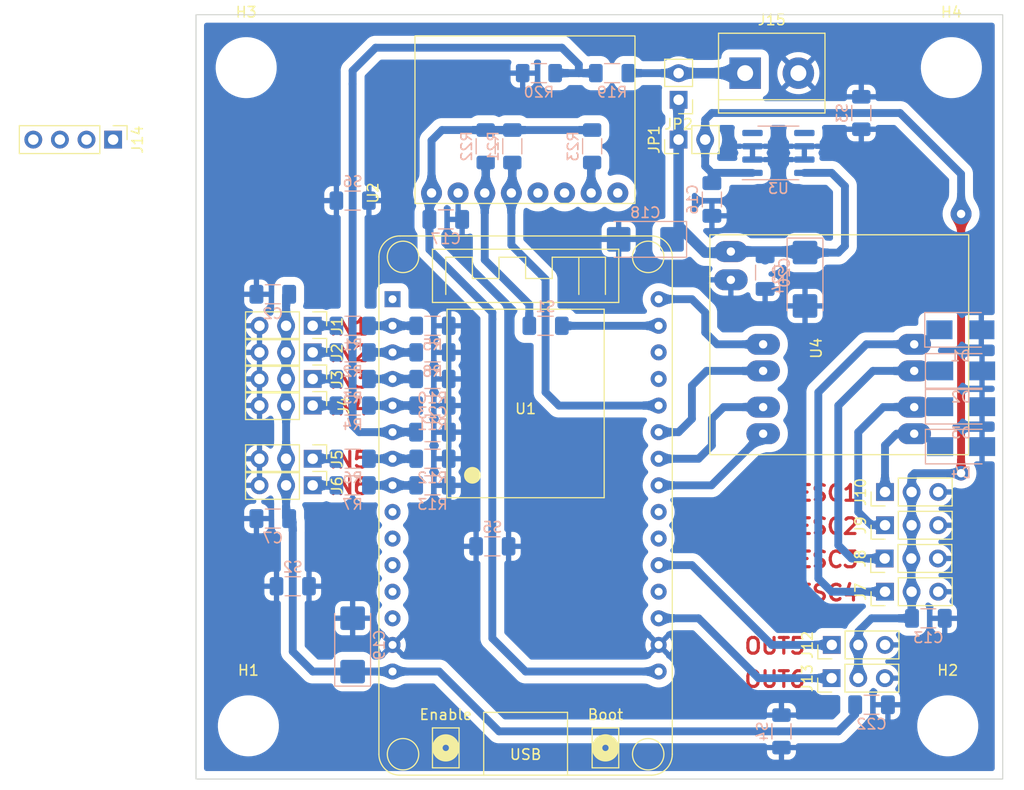
<source format=kicad_pcb>
(kicad_pcb (version 20211014) (generator pcbnew)
  (layers (0 "F.Cu" signal) (31 "B.Cu" signal) (34 "B.Paste" user) (35 "F.Paste" user) (36 "B.SilkS" user "B.Silkscreen") (37 "F.SilkS" user "F.Silkscreen") (38 "B.Mask" user) (39 "F.Mask" user) (44 "Edge.Cuts" user))
  (net 0 "")
  (net 1 "GND")
  (net 2 "IN1")
  (net 3 "+5V")
  (net 4 "IN2")
  (net 5 "IN3")
  (net 6 "IN4")
  (net 7 "IN5")
  (net 8 "IN6")
  (net 9 "+3.3V")
  (net 10 "+VIN")
  (net 11 "VBATT")
  (net 12 "Net-(J1-Pad1)")
  (net 13 "Net-(J2-Pad1)")
  (net 14 "Net-(J3-Pad1)")
  (net 15 "Net-(J4-Pad1)")
  (net 16 "Net-(J5-Pad1)")
  (net 17 "Net-(J6-Pad1)")
  (net 18 "SCL")
  (net 19 "SDA")
  (net 20 "Net-(J15-Pad1)")
  (net 23 "ESC1")
  (net 24 "ESC2")
  (net 25 "ESC3")
  (net 26 "ESC4")
  (net 27 "ESC1_5V")
  (net 28 "ESC2_5V")
  (net 29 "ESC3_5V")
  (net 30 "ESC4_5V")
  (net 31 "OUT5")
  (net 32 "OUT6")
  (net 43 "Net-(R23-Pad2)")
  (net 47 "Net-(R22-Pad2)")
  (footprint "Connector_PinHeader_2.54mm:PinHeader_1x03_P2.54mm_Vertical" (layer "F.Cu") (at 104.14 97.79 -90)
    (fp_text reference "J3")
    (fp_text value "Conn_01x03")
  )
  (footprint "Connector_PinHeader_2.54mm:PinHeader_1x03_P2.54mm_Vertical" (layer "F.Cu") (at 104.14 107.95 -90)
    (fp_text reference "J6")
    (fp_text value "Conn_01x03")
  )
  (footprint "Library_JBO:LM298_CI" (layer "F.Cu") (at 142.05 105.02 90)
    (fp_text reference "U4")
    (fp_text value "LM298_CI")
  )
  (footprint "esp32-devkit-v1:esp32_devkit_v1_doit" (layer "F.Cu") (at 124.46 90.17)
    (fp_text reference "U1")
    (fp_text value "ESP32_DevKit_V1_DOIT")
  )
  (footprint "Connector_PinHeader_2.54mm:PinHeader_1x04_P2.54mm_Vertical" (layer "F.Cu") (at 85.09 74.93 -90)
    (fp_text reference "J14")
    (fp_text value "Conn_01x04")
  )
  (footprint "Connector_PinHeader_2.54mm:PinHeader_1x03_P2.54mm_Vertical" (layer "F.Cu") (at 104.14 105.41 -90)
    (fp_text reference "J5")
    (fp_text value "Conn_01x03")
  )
  (footprint "Connector_PinHeader_2.54mm:PinHeader_1x03_P2.54mm_Vertical" (layer "F.Cu") (at 158.735 114.935 90)
    (fp_text reference "J8")
    (fp_text value "Conn_01x03")
  )
  (footprint "Connector_PinHeader_2.54mm:PinHeader_1x03_P2.54mm_Vertical" (layer "F.Cu") (at 153.685 123.19 90)
    (fp_text reference "J12")
    (fp_text value "Conn_01x03")
  )
  (footprint "Connector_PinHeader_2.54mm:PinHeader_1x03_P2.54mm_Vertical" (layer "F.Cu") (at 104.14 95.25 -90)
    (fp_text reference "J2")
    (fp_text value "Conn_01x03")
  )
  (footprint "TerminalBlock:TerminalBlock_bornier-2_P5.08mm" (layer "F.Cu") (at 145.415 68.58)
    (fp_text reference "J15")
    (fp_text value "Screw_Terminal_01x02")
  )
  (footprint "Connector_PinHeader_2.54mm:PinHeader_1x03_P2.54mm_Vertical" (layer "F.Cu") (at 158.765 111.76 90)
    (fp_text reference "J9")
    (fp_text value "Conn_01x03")
  )
  (footprint "Library_JBO:MPU-6050_CI" (layer "F.Cu") (at 110.4 80.025 90)
    (fp_text reference "U2")
    (fp_text value "MPU-6050_CI")
  )
  (footprint "MountingHole:MountingHole_4.3mm_M4" (layer "F.Cu") (at 98 130.92)
    (fp_text reference "H1")
    (fp_text value "MountingHole_Pad")
  )
  (footprint "MountingHole:MountingHole_4.3mm_M4" (layer "F.Cu") (at 97.79 68.055)
    (fp_text reference "H3")
    (fp_text value "MountingHole_Pad")
  )
  (footprint "MountingHole:MountingHole_4.3mm_M4" (layer "F.Cu") (at 164.755 130.92)
    (fp_text reference "H2")
    (fp_text value "MountingHole_Pad")
  )
  (footprint "Connector_PinHeader_2.54mm:PinHeader_1x03_P2.54mm_Vertical" (layer "F.Cu") (at 104.14 92.71 -90)
    (fp_text reference "J1")
    (fp_text value "Conn_01x03")
  )
  (footprint "MountingHole:MountingHole_4.3mm_M4" (layer "F.Cu") (at 165.1 68.055)
    (fp_text reference "H4")
    (fp_text value "MountingHole_Pad")
  )
  (footprint "Connector_PinHeader_2.54mm:PinHeader_1x03_P2.54mm_Vertical" (layer "F.Cu") (at 158.765 118.11 90)
    (fp_text reference "J7")
    (fp_text value "Conn_01x03")
  )
  (footprint "Connector_PinHeader_2.54mm:PinHeader_1x03_P2.54mm_Vertical" (layer "F.Cu") (at 153.67 126.365 90)
    (fp_text reference "J13")
    (fp_text value "Conn_01x03")
  )
  (footprint "Connector_PinHeader_2.54mm:PinHeader_1x02_P2.54mm_Vertical" (layer "F.Cu") (at 139.065 71.125 180)
    (fp_text reference "JP2")
    (fp_text value "Jumper_2_Open")
  )
  (footprint "Connector_PinHeader_2.54mm:PinHeader_1x02_P2.54mm_Vertical" (layer "F.Cu") (at 139.06 74.93 90)
    (fp_text reference "JP1")
    (fp_text value "Jumper_2_Open")
  )
  (footprint "Connector_PinHeader_2.54mm:PinHeader_1x03_P2.54mm_Vertical" (layer "F.Cu") (at 104.14 100.33 -90)
    (fp_text reference "J4")
    (fp_text value "Conn_01x03")
  )
  (footprint "Connector_PinHeader_2.54mm:PinHeader_1x03_P2.54mm_Vertical" (layer "F.Cu") (at 158.765 108.585 90)
    (fp_text reference "J10")
    (fp_text value "Conn_01x03")
  )
  (footprint "Resistor_SMD:R_1206_3216Metric_Pad1.30x1.75mm_HandSolder" (layer "B.Cu") (at 107.95 100.33)
    (fp_text reference "R4")
    (fp_text value "5k")
  )
  (footprint "Capacitor_SMD:C_1206_3216Metric_Pad1.33x1.80mm_HandSolder" (layer "B.Cu") (at 162.9025 120.65)
    (fp_text reference "C13")
    (fp_text value "10nF")
  )
  (footprint "Resistor_SMD:R_1206_3216Metric_Pad1.30x1.75mm_HandSolder" (layer "B.Cu") (at 148.88 131.445 -90)
    (fp_text reference "S4")
    (fp_text value "0")
  )
  (footprint "Resistor_SMD:R_1206_3216Metric_Pad1.30x1.75mm_HandSolder" (layer "B.Cu") (at 120.65 75.565 -90)
    (fp_text reference "R22")
    (fp_text value "5k")
  )
  (footprint "Resistor_SMD:R_1206_3216Metric_Pad1.30x1.75mm_HandSolder" (layer "B.Cu") (at 115.57 92.71)
    (fp_text reference "R5")
    (fp_text value "10k // 10nF")
  )
  (footprint "Capacitor_SMD:C_1206_3216Metric_Pad1.33x1.80mm_HandSolder" (layer "B.Cu") (at 100.33 89.7)
    (fp_text reference "C2")
    (fp_text value "10nF")
  )
  (footprint "Diode_SMD:D_SMA" (layer "B.Cu") (at 166.025 100.44)
    (fp_text reference "D3")
    (fp_text value "US1M")
  )
  (footprint "Resistor_SMD:R_1206_3216Metric_Pad1.30x1.75mm_HandSolder" (layer "B.Cu") (at 115.57 105.41)
    (fp_text reference "R12")
    (fp_text value "10k // 10nF")
  )
  (footprint "Resistor_SMD:R_1206_3216Metric_Pad1.30x1.75mm_HandSolder" (layer "B.Cu") (at 123.19 75.565 -90)
    (fp_text reference "R21")
    (fp_text value "5k")
  )
  (footprint "Capacitor_SMD:C_1206_3216Metric_Pad1.33x1.80mm_HandSolder" (layer "B.Cu") (at 147.32 87.63 90)
    (fp_text reference "C20")
    (fp_text value "10nF")
  )
  (footprint "Resistor_SMD:R_1206_3216Metric_Pad1.30x1.75mm_HandSolder" (layer "B.Cu") (at 102.235 117.585 180)
    (fp_text reference "S2")
    (fp_text value "0")
  )
  (footprint "Diode_SMD:D_SMA" (layer "B.Cu") (at 166.025 104.25)
    (fp_text reference "D4")
    (fp_text value "US1M")
  )
  (footprint "Capacitor_SMD:C_1206_3216Metric_Pad1.33x1.80mm_HandSolder" (layer "B.Cu") (at 116.84 82.55)
    (fp_text reference "C17")
    (fp_text value "10nF")
  )
  (footprint "Resistor_SMD:R_1206_3216Metric_Pad1.30x1.75mm_HandSolder" (layer "B.Cu") (at 107.95 80.755 180)
    (fp_text reference "S6")
    (fp_text value "0")
  )
  (footprint "Resistor_SMD:R_1206_3216Metric_Pad1.30x1.75mm_HandSolder" (layer "B.Cu") (at 107.95 105.41)
    (fp_text reference "R6")
    (fp_text value "5k")
  )
  (footprint "Resistor_SMD:R_1206_3216Metric_Pad1.30x1.75mm_HandSolder" (layer "B.Cu") (at 107.95 107.95)
    (fp_text reference "R7")
    (fp_text value "5k")
  )
  (footprint "Resistor_SMD:R_1206_3216Metric_Pad1.30x1.75mm_HandSolder" (layer "B.Cu") (at 121.285 113.775 180)
    (fp_text reference "S5")
    (fp_text value "0")
  )
  (footprint "Capacitor_SMD:C_1206_3216Metric_Pad1.33x1.80mm_HandSolder" (layer "B.Cu") (at 142.24 80.645 -90)
    (fp_text reference "C16")
    (fp_text value "10nF")
  )
  (footprint "Capacitor_Tantalum_SMD:CP_EIA-6032-20_AVX-F_Pad2.25x2.35mm_HandSolder" (layer "B.Cu") (at 135.89 84.455 180)
    (fp_text reference "C18")
    (fp_text value "100µF")
  )
  (footprint "Resistor_SMD:R_1206_3216Metric_Pad1.30x1.75mm_HandSolder" (layer "B.Cu") (at 107.95 95.25)
    (fp_text reference "R2")
    (fp_text value "5k")
  )
  (footprint "Diode_SMD:D_SMA" (layer "B.Cu") (at 166.025 97.02)
    (fp_text reference "D2")
    (fp_text value "US1M")
  )
  (footprint "Resistor_SMD:R_1206_3216Metric_Pad1.30x1.75mm_HandSolder" (layer "B.Cu") (at 115.57 97.79)
    (fp_text reference "R10")
    (fp_text value "10k // 10nF")
  )
  (footprint "Resistor_SMD:R_1206_3216Metric_Pad1.30x1.75mm_HandSolder" (layer "B.Cu") (at 107.95 97.79)
    (fp_text reference "R3")
    (fp_text value "5k")
  )
  (footprint "Capacitor_SMD:C_1206_3216Metric_Pad1.33x1.80mm_HandSolder" (layer "B.Cu") (at 100.33 111.125)
    (fp_text reference "C7")
    (fp_text value "10nF")
  )
  (footprint "Resistor_SMD:R_1206_3216Metric_Pad1.30x1.75mm_HandSolder" (layer "B.Cu") (at 125.73 68.58)
    (fp_text reference "R20")
    (fp_text value "5k")
  )
  (footprint "Resistor_SMD:R_1206_3216Metric_Pad1.30x1.75mm_HandSolder" (layer "B.Cu") (at 126.365 92.71 180)
    (fp_text reference "S1")
    (fp_text value "0")
  )
  (footprint "Capacitor_Tantalum_SMD:CP_EIA-6032-20_AVX-F_Pad2.25x2.35mm_HandSolder" (layer "B.Cu") (at 151.13 88.265 -90)
    (fp_text reference "C24")
    (fp_text value "100µF")
  )
  (footprint "Resistor_SMD:R_1206_3216Metric_Pad1.30x1.75mm_HandSolder" (layer "B.Cu") (at 115.57 100.33)
    (fp_text reference "R11")
    (fp_text value "10k // 10nF")
  )
  (footprint "Resistor_SMD:R_1206_3216Metric_Pad1.30x1.75mm_HandSolder" (layer "B.Cu") (at 132.715 68.58)
    (fp_text reference "R19")
    (fp_text value "5k")
  )
  (footprint "Capacitor_SMD:C_1206_3216Metric_Pad1.33x1.80mm_HandSolder" (layer "B.Cu") (at 115.57 102.87 180)
    (fp_text reference "C23")
    (fp_text value "10nF")
  )
  (footprint "Capacitor_SMD:C_1206_3216Metric_Pad1.33x1.80mm_HandSolder" (layer "B.Cu") (at 157.48 128.905)
    (fp_text reference "C22")
    (fp_text value "10nF")
  )
  (footprint "Resistor_SMD:R_1206_3216Metric_Pad1.30x1.75mm_HandSolder" (layer "B.Cu") (at 130.81 75.565 -90)
    (fp_text reference "R23")
    (fp_text value "5k")
  )
  (footprint "Resistor_SMD:R_1206_3216Metric_Pad1.30x1.75mm_HandSolder" (layer "B.Cu") (at 115.57 95.25)
    (fp_text reference "R8")
    (fp_text value "10k // 10nF")
  )
  (footprint "Resistor_SMD:R_1206_3216Metric_Pad1.30x1.75mm_HandSolder" (layer "B.Cu") (at 156.5 72.39 -90)
    (fp_text reference "S3")
    (fp_text value "0")
  )
  (footprint "Diode_SMD:D_SMA" (layer "B.Cu") (at 165.95722 93.09568)
    (fp_text reference "D1")
    (fp_text value "US1M")
  )
  (footprint "Resistor_SMD:R_1206_3216Metric_Pad1.30x1.75mm_HandSolder" (layer "B.Cu") (at 107.95 92.71)
    (fp_text reference "R1")
    (fp_text value "5k")
  )
  (footprint "Capacitor_Tantalum_SMD:CP_EIA-6032-20_AVX-F_Pad2.25x2.35mm_HandSolder" (layer "B.Cu") (at 107.95 123.19 90)
    (fp_text reference "C19")
    (fp_text value "100µF")
  )
  (footprint "Resistor_SMD:R_1206_3216Metric_Pad1.30x1.75mm_HandSolder" (layer "B.Cu") (at 115.57 107.95)
    (fp_text reference "R13")
    (fp_text value "10k // 10nF")
  )
  (footprint "Package_SO:SOIC-8_3.9x4.9mm_P1.27mm" (layer "B.Cu") (at 148.59 76.2)
    (fp_text reference "U3")
    (fp_text value "LM2931-5.0_SO8")
  )
  (gr_rect (start 93 63) (end 170 136) (layer "Edge.Cuts") (width 0.1) (fill none))
  (gr_text "ESC2" (at 153.325 111.87) (layer "F.Cu") (effects (font (size 1.5 1.5) (thickness 0.3))))
  (gr_text "+" (at 141.26 65.515) (layer "F.Cu") (effects (font (size 3 3) (thickness 0.6))))
  (gr_text "IN2" (at 107.605 95.36) (layer "F.Cu") (effects (font (size 1.5 1.5) (thickness 0.3))))
  (gr_text "OUT5" (at 148.245 123.3) (layer "F.Cu") (effects (font (size 1.5 1.5) (thickness 0.3))))
  (gr_text "ESC4" (at 153.325 118.22) (layer "F.Cu") (effects (font (size 1.5 1.5) (thickness 0.3))))
  (gr_text "ESC3" (at 153.325 115.045) (layer "F.Cu") (effects (font (size 1.5 1.5) (thickness 0.3))))
  (gr_text "-" (at 166.66 118.22) (layer "F.Cu") (effects (font (size 1.5 1.5) (thickness 0.3))))
  (gr_text "IN1" (at 107.605 92.82) (layer "F.Cu") (effects (font (size 1.5 1.5) (thickness 0.3))))
  (gr_text "-" (at 166.66 115.045) (layer "F.Cu") (effects (font (size 1.5 1.5) (thickness 0.3))))
  (gr_text "-" (at 96.175 95.36) (layer "F.Cu") (effects (font (size 1.5 1.5) (thickness 0.3))))
  (gr_text "-" (at 96.175 105.52) (layer "F.Cu") (effects (font (size 1.5 1.5) (thickness 0.3))))
  (gr_text "-" (at 96.175 92.82) (layer "F.Cu") (effects (font (size 1.5 1.5) (thickness 0.3))))
  (gr_text "IN6" (at 107.605 108.06) (layer "F.Cu") (effects (font (size 1.5 1.5) (thickness 0.3))))
  (gr_text "-" (at 96.175 97.9) (layer "F.Cu") (effects (font (size 1.5 1.5) (thickness 0.3))))
  (gr_text "-" (at 161.58 123.3) (layer "F.Cu") (effects (font (size 1.5 1.5) (thickness 0.3))))
  (gr_text "IN5" (at 107.605 105.52) (layer "F.Cu") (effects (font (size 1.5 1.5) (thickness 0.3))))
  (gr_text "-" (at 166.66 108.695) (layer "F.Cu") (effects (font (size 1.5 1.5) (thickness 0.3))))
  (gr_text "-" (at 161.58 126.475) (layer "F.Cu") (effects (font (size 1.5 1.5) (thickness 0.3))))
  (gr_text "IN3" (at 107.605 97.9) (layer "F.Cu") (effects (font (size 1.5 1.5) (thickness 0.3))))
  (gr_text "-" (at 96.175 108.06) (layer "F.Cu") (effects (font (size 1.5 1.5) (thickness 0.3))))
  (gr_text "OUT6" (at 148.245 126.475) (layer "F.Cu") (effects (font (size 1.5 1.5) (thickness 0.3))))
  (gr_text "-" (at 166.66 111.87) (layer "F.Cu") (effects (font (size 1.5 1.5) (thickness 0.3))))
  (gr_text "-" (at 155.23 65.515) (layer "F.Cu") (effects (font (size 3 3) (thickness 0.6))))
  (gr_text "ESC1" (at 153.325 108.695) (layer "F.Cu") (effects (font (size 1.5 1.5) (thickness 0.3))))
  (gr_text "-" (at 96.175 100.44) (layer "F.Cu") (effects (font (size 1.5 1.5) (thickness 0.3))))
  (gr_text "IN4" (at 107.605 100.44) (layer "F.Cu") (effects (font (size 1.5 1.5) (thickness 0.3))))
  (segment (start 118.02 82.1675) (end 118.4025 82.55) (width 0.5) (layer "B.Cu") (net 1))
  (segment (start 118.02 80.025) (end 118.02 82.1675) (width 0.5) (layer "B.Cu") (net 1))
  (segment (start 111.76 92.71) (end 114.02 92.71) (width 0.75) (layer "B.Cu") (net 2))
  (segment (start 109.5 92.71) (end 111.76 92.71) (width 0.75) (layer "B.Cu") (net 2))
  (segment (start 166.025 82.025) (end 166.025 106.79) (width 0.75) (layer "F.Cu") (net 3))
  (via (at 166.025 106.79) (size 1.4) (drill 0.8) (layers "F.Cu" "B.Cu") (net 3))
  (via (at 166.025 82.025) (size 2) (drill 0.8) (layers "F.Cu" "B.Cu") (net 3))
  (segment (start 166.025 78.215) (end 166.025 82.025) (width 0.75) (layer "B.Cu") (net 3))
  (segment (start 161.275 114.935) (end 161.275 118.08) (width 0.75) (layer "B.Cu") (net 3))
  (segment (start 141.6 77.465) (end 141.6 74.93) (width 0.75) (layer "B.Cu") (net 3))
  (segment (start 161.305 114.905) (end 161.275 114.935) (width 0.75) (layer "B.Cu") (net 3))
  (segment (start 102.235 111.4675) (end 102.235 123.825) (width 0.75) (layer "B.Cu") (net 3))
  (segment (start 161.305 107.065) (end 161.58 106.79) (width 0.75) (layer "B.Cu") (net 3))
  (segment (start 161.275 118.08) (end 161.305 118.11) (width 0.75) (layer "B.Cu") (net 3))
  (segment (start 156.225 126.35) (end 156.21 126.365) (width 0.75) (layer "B.Cu") (net 3))
  (segment (start 156.225 123.19) (end 156.225 126.35) (width 0.75) (layer "B.Cu") (net 3))
  (segment (start 156.225 121.905) (end 157.48 120.65) (width 0.75) (layer "B.Cu") (net 3))
  (segment (start 161.305 108.585) (end 161.305 111.76) (width 0.75) (layer "B.Cu") (net 3))
  (segment (start 161.305 111.76) (end 161.305 114.905) (width 0.75) (layer "B.Cu") (net 3))
  (segment (start 101.6 110.8325) (end 101.8925 111.125) (width 0.75) (layer "B.Cu") (net 3))
  (segment (start 155.9175 129.8325) (end 154.305 131.445) (width 0.75) (layer "B.Cu") (net 3))
  (segment (start 155.9175 128.905) (end 155.9175 129.8325) (width 0.75) (layer "B.Cu") (net 3))
  (segment (start 142.24 72.39) (end 160.2 72.39) (width 0.75) (layer "B.Cu") (net 3))
  (segment (start 101.6 95.25) (end 101.6 97.79) (width 0.75) (layer "B.Cu") (net 3))
  (segment (start 160.2 72.39) (end 166.025 78.215) (width 0.75) (layer "B.Cu") (net 3))
  (segment (start 111.76 125.73) (end 116.205 125.73) (width 0.75) (layer "B.Cu") (net 3))
  (segment (start 101.6 100.33) (end 101.6 105.41) (width 0.75) (layer "B.Cu") (net 3))
  (segment (start 156.225 123.19) (end 156.225 121.905) (width 0.75) (layer "B.Cu") (net 3))
  (segment (start 101.6 107.95) (end 101.6 110.8325) (width 0.75) (layer "B.Cu") (net 3))
  (segment (start 142.24 78.105) (end 141.6 77.465) (width 0.75) (layer "B.Cu") (net 3))
  (segment (start 101.6 92.71) (end 101.6 89.9925) (width 0.75) (layer "B.Cu") (net 3))
  (segment (start 161.305 120.615) (end 161.34 120.65) (width 0.75) (layer "B.Cu") (net 3))
  (segment (start 161.58 106.79) (end 166.025 106.79) (width 0.75) (layer "B.Cu") (net 3))
  (segment (start 157.48 120.65) (end 161.34 120.65) (width 0.75) (layer "B.Cu") (net 3))
  (segment (start 102.235 123.825) (end 104.14 125.73) (width 0.75) (layer "B.Cu") (net 3))
  (segment (start 142.24 79.0825) (end 142.24 78.105) (width 0.75) (layer "B.Cu") (net 3))
  (segment (start 141.6 73.03) (end 142.24 72.39) (width 0.75) (layer "B.Cu") (net 3))
  (segment (start 101.6 89.9925) (end 101.8925 89.7) (width 0.75) (layer "B.Cu") (net 3))
  (segment (start 101.6 105.41) (end 101.6 107.95) (width 0.75) (layer "B.Cu") (net 3))
  (segment (start 104.14 125.73) (end 111.76 125.73) (width 0.75) (layer "B.Cu") (net 3))
  (segment (start 101.6 92.71) (end 101.6 95.25) (width 0.75) (layer "B.Cu") (net 3))
  (segment (start 146.115 78.105) (end 142.24 78.105) (width 0.75) (layer "B.Cu") (net 3))
  (segment (start 101.8925 111.125) (end 102.235 111.4675) (width 0.75) (layer "B.Cu") (net 3))
  (segment (start 161.305 108.585) (end 161.305 107.065) (width 0.75) (layer "B.Cu") (net 3))
  (segment (start 116.205 125.73) (end 121.92 131.445) (width 0.75) (layer "B.Cu") (net 3))
  (segment (start 121.92 131.445) (end 154.305 131.445) (width 0.75) (layer "B.Cu") (net 3))
  (segment (start 141.6 74.93) (end 141.6 73.03) (width 0.75) (layer "B.Cu") (net 3))
  (segment (start 101.6 97.79) (end 101.6 100.33) (width 0.75) (layer "B.Cu") (net 3))
  (segment (start 161.305 118.11) (end 161.305 120.615) (width 0.75) (layer "B.Cu") (net 3))
  (segment (start 109.5 95.25) (end 111.76 95.25) (width 0.75) (layer "B.Cu") (net 4))
  (segment (start 114.02 95.25) (end 111.76 95.25) (width 0.75) (layer "B.Cu") (net 4))
  (segment (start 111.76 97.79) (end 109.5 97.79) (width 0.75) (layer "B.Cu") (net 5))
  (segment (start 114.02 97.79) (end 111.76 97.79) (width 0.75) (layer "B.Cu") (net 5))
  (segment (start 111.76 100.33) (end 114.02 100.33) (width 0.75) (layer "B.Cu") (net 6))
  (segment (start 109.5 100.33) (end 111.76 100.33) (width 0.75) (layer "B.Cu") (net 6))
  (segment (start 109.5 105.41) (end 111.76 105.41) (width 0.75) (layer "B.Cu") (net 7))
  (segment (start 111.76 105.41) (end 114.02 105.41) (width 0.75) (layer "B.Cu") (net 7))
  (segment (start 114.02 107.95) (end 111.76 107.95) (width 0.75) (layer "B.Cu") (net 8))
  (segment (start 111.76 107.95) (end 109.5 107.95) (width 0.75) (layer "B.Cu") (net 8))
  (segment (start 115.2775 82.55) (end 115.2775 80.2275) (width 0.75) (layer "B.Cu") (net 9))
  (segment (start 115.2775 82.55) (end 115.2775 85.4325) (width 0.75) (layer "B.Cu") (net 9))
  (segment (start 124.46 125.73) (end 137.16 125.73) (width 0.75) (layer "B.Cu") (net 9))
  (segment (start 115.48 80.025) (end 115.48 75.02) (width 0.75) (layer "B.Cu") (net 9))
  (segment (start 115.2775 80.2275) (end 115.48 80.025) (width 0.75) (layer "B.Cu") (net 9))
  (segment (start 116.485 74.015) (end 120.65 74.015) (width 0.75) (layer "B.Cu") (net 9))
  (segment (start 121.285 91.44) (end 121.285 92.075) (width 0.75) (layer "B.Cu") (net 9))
  (segment (start 121.285 122.555) (end 124.46 125.73) (width 0.75) (layer "B.Cu") (net 9))
  (segment (start 121.285 92.075) (end 121.285 122.555) (width 0.75) (layer "B.Cu") (net 9))
  (segment (start 123.19 74.015) (end 130.81 74.015) (width 0.75) (layer "B.Cu") (net 9))
  (segment (start 115.48 75.02) (end 116.485 74.015) (width 0.75) (layer "B.Cu") (net 9))
  (segment (start 120.65 74.015) (end 123.19 74.015) (width 0.75) (layer "B.Cu") (net 9))
  (segment (start 115.2775 85.4325) (end 121.285 91.44) (width 0.75) (layer "B.Cu") (net 9))
  (segment (start 151.035 85.62) (end 151.13 85.715) (width 1) (layer "B.Cu") (net 10))
  (segment (start 154.94 79.375) (end 154.94 85.09) (width 0.75) (layer "B.Cu") (net 10))
  (segment (start 143.945 85.725) (end 144.05 85.62) (width 1) (layer "B.Cu") (net 10))
  (segment (start 139.065 71.125) (end 139.065 83.185) (width 1) (layer "B.Cu") (net 10))
  (segment (start 144.05 85.62) (end 151.035 85.62) (width 1) (layer "B.Cu") (net 10))
  (segment (start 151.065 78.105) (end 153.67 78.105) (width 0.75) (layer "B.Cu") (net 10))
  (segment (start 153.67 78.105) (end 154.94 79.375) (width 0.75) (layer "B.Cu") (net 10))
  (segment (start 141.605 85.725) (end 143.945 85.725) (width 1) (layer "B.Cu") (net 10))
  (segment (start 139.065 83.185) (end 141.605 85.725) (width 1) (layer "B.Cu") (net 10))
  (segment (start 154.94 85.09) (end 154.305 85.725) (width 0.75) (layer "B.Cu") (net 10))
  (segment (start 147.32 86.36) (end 147.32 86.0675) (width 1) (layer "B.Cu") (net 10))
  (segment (start 154.305 85.725) (end 151.14 85.725) (width 0.75) (layer "B.Cu") (net 10))
  (segment (start 151.14 85.725) (end 151.13 85.715) (width 0.75) (layer "B.Cu") (net 10))
  (segment (start 107.95 68.345) (end 107.95 69.615) (width 0.75) (layer "B.Cu") (net 11))
  (segment (start 107.95 69.615) (end 107.95 102.235) (width 0.75) (layer "B.Cu") (net 11))
  (segment (start 127.925 66.15) (end 110.145 66.15) (width 0.75) (layer "B.Cu") (net 11))
  (segment (start 107.95 102.235) (end 108.585 102.87) (width 0.75) (layer "B.Cu") (net 11))
  (segment (start 110.145 66.15) (end 107.95 68.345) (width 0.75) (layer "B.Cu") (net 11))
  (segment (start 129.54 68.58) (end 129.54 67.765) (width 0.75) (layer "B.Cu") (net 11))
  (segment (start 129.54 67.765) (end 127.925 66.15) (width 0.75) (layer "B.Cu") (net 11))
  (segment (start 129.54 68.58) (end 131.165 68.58) (width 0.75) (layer "B.Cu") (net 11))
  (segment (start 127.28 68.58) (end 129.54 68.58) (width 0.75) (layer "B.Cu") (net 11))
  (segment (start 114.0075 102.87) (end 111.76 102.87) (width 0.75) (layer "B.Cu") (net 11))
  (segment (start 108.585 102.87) (end 111.76 102.87) (width 0.75) (layer "B.Cu") (net 11))
  (segment (start 104.14 92.71) (end 106.4 92.71) (width 0.75) (layer "B.Cu") (net 12))
  (segment (start 104.14 95.25) (end 106.4 95.25) (width 0.75) (layer "B.Cu") (net 13))
  (segment (start 104.14 97.79) (end 106.4 97.79) (width 0.75) (layer "B.Cu") (net 14))
  (segment (start 104.14 100.33) (end 106.4 100.33) (width 0.75) (layer "B.Cu") (net 15))
  (segment (start 106.4 105.41) (end 104.14 105.41) (width 0.75) (layer "B.Cu") (net 16))
  (segment (start 104.14 107.95) (end 106.4 107.95) (width 0.75) (layer "B.Cu") (net 17))
  (segment (start 127.915 92.71) (end 137.16 92.71) (width 0.75) (layer "B.Cu") (net 18))
  (segment (start 126.365 99.06) (end 126.365 88.265) (width 0.75) (layer "B.Cu") (net 19))
  (segment (start 127.635 100.33) (end 126.365 99.06) (width 0.75) (layer "B.Cu") (net 19))
  (segment (start 123.19 77.115) (end 123.19 79.935) (width 0.75) (layer "B.Cu") (net 19))
  (segment (start 123.1 85) (end 123.1 80.025) (width 0.75) (layer "B.Cu") (net 19))
  (segment (start 137.16 100.33) (end 127.635 100.33) (width 0.75) (layer "B.Cu") (net 19))
  (segment (start 123.19 79.935) (end 123.1 80.025) (width 0.75) (layer "B.Cu") (net 19))
  (segment (start 126.365 88.265) (end 123.1 85) (width 0.75) (layer "B.Cu") (net 19))
  (segment (start 139.06 68.58) (end 139.065 68.585) (width 0.75) (layer "B.Cu") (net 20))
  (segment (start 145.41 68.585) (end 145.415 68.58) (width 0.75) (layer "B.Cu") (net 20))
  (segment (start 139.065 68.585) (end 145.41 68.585) (width 1) (layer "B.Cu") (net 20))
  (segment (start 134.265 68.58) (end 139.06 68.58) (width 0.75) (layer "B.Cu") (net 20))
  (segment (start 147.13 94.48) (end 142.74 94.48) (width 0.75) (layer "B.Cu") (net 23))
  (segment (start 142.74 94.48) (end 141.605 93.345) (width 0.75) (layer "B.Cu") (net 23))
  (segment (start 140.335 90.17) (end 137.16 90.17) (width 0.75) (layer "B.Cu") (net 23))
  (segment (start 141.605 93.345) (end 141.605 91.44) (width 0.75) (layer "B.Cu") (net 23))
  (segment (start 141.605 91.44) (end 140.335 90.17) (width 0.75) (layer "B.Cu") (net 23))
  (segment (start 137.16 102.87) (end 139.065 102.87) (width 0.75) (layer "B.Cu") (net 24))
  (segment (start 141.74 97.02) (end 147.13 97.02) (width 0.75) (layer "B.Cu") (net 24))
  (segment (start 139.065 102.87) (end 140.335 101.6) (width 0.75) (layer "B.Cu") (net 24))
  (segment (start 140.335 101.6) (end 140.335 98.425) (width 0.75) (layer "B.Cu") (net 24))
  (segment (start 140.335 98.425) (end 141.74 97.02) (width 0.75) (layer "B.Cu") (net 24))
  (segment (start 147.13 100.48) (end 143.36 100.48) (width 0.75) (layer "B.Cu") (net 25))
  (segment (start 143.36 100.48) (end 142.24 101.6) (width 0.75) (layer "B.Cu") (net 25))
  (segment (start 142.24 104.14) (end 140.97 105.41) (width 0.75) (layer "B.Cu") (net 25))
  (segment (start 140.97 105.41) (end 137.16 105.41) (width 0.75) (layer "B.Cu") (net 25))
  (segment (start 142.24 101.6) (end 142.24 104.14) (width 0.75) (layer "B.Cu") (net 25))
  (segment (start 137.16 107.95) (end 142.2 107.95) (width 0.75) (layer "B.Cu") (net 26))
  (segment (start 142.2 107.95) (end 147.13 103.02) (width 0.75) (layer "B.Cu") (net 26))
  (segment (start 161.55 94.48) (end 156.98 94.48) (width 0.75) (layer "B.Cu") (net 27))
  (segment (start 156.98 94.48) (end 152.4 99.06) (width 0.75) (layer "B.Cu") (net 27))
  (segment (start 152.4 99.06) (end 152.4 116.84) (width 0.75) (layer "B.Cu") (net 27))
  (segment (start 152.4 116.84) (end 153.67 118.11) (width 0.75) (layer "B.Cu") (net 27))
  (segment (start 153.67 118.11) (end 158.765 118.11) (width 0.75) (layer "B.Cu") (net 27))
  (segment (start 154.305 100.33) (end 157.615 97.02) (width 0.75) (layer "B.Cu") (net 28))
  (segment (start 155.575 114.935) (end 154.305 113.665) (width 0.75) (layer "B.Cu") (net 28))
  (segment (start 154.305 113.665) (end 154.305 100.33) (width 0.75) (layer "B.Cu") (net 28))
  (segment (start 158.735 114.935) (end 155.575 114.935) (width 0.75) (layer "B.Cu") (net 28))
  (segment (start 157.615 97.02) (end 161.55 97.02) (width 0.75) (layer "B.Cu") (net 28))
  (segment (start 157.48 111.76) (end 156.21 110.49) (width 0.75) (layer "B.Cu") (net 29))
  (segment (start 161.55 100.48) (end 158.6 100.48) (width 0.75) (layer "B.Cu") (net 29))
  (segment (start 156.21 102.87) (end 156.21 110.49) (width 0.75) (layer "B.Cu") (net 29))
  (segment (start 158.6 100.48) (end 156.21 102.87) (width 0.75) (layer "B.Cu") (net 29))
  (segment (start 158.765 111.76) (end 157.48 111.76) (width 0.75) (layer "B.Cu") (net 29))
  (segment (start 158.765 104.125) (end 159.87 103.02) (width 0.75) (layer "B.Cu") (net 30))
  (segment (start 158.765 108.585) (end 158.765 104.125) (width 0.75) (layer "B.Cu") (net 30))
  (segment (start 159.87 103.02) (end 161.55 103.02) (width 0.75) (layer "B.Cu") (net 30))
  (segment (start 147.955 123.19) (end 140.335 115.57) (width 0.75) (layer "B.Cu") (net 31))
  (segment (start 140.335 115.57) (end 137.16 115.57) (width 0.75) (layer "B.Cu") (net 31))
  (segment (start 153.685 123.19) (end 147.955 123.19) (width 0.75) (layer "B.Cu") (net 31))
  (segment (start 137.16 120.65) (end 140.97 120.65) (width 0.75) (layer "B.Cu") (net 32))
  (segment (start 140.97 120.65) (end 146.685 126.365) (width 0.75) (layer "B.Cu") (net 32))
  (segment (start 146.685 126.365) (end 153.67 126.365) (width 0.75) (layer "B.Cu") (net 32))
  (segment (start 130.72 77.205) (end 130.81 77.115) (width 0.75) (layer "B.Cu") (net 43))
  (segment (start 130.72 80.025) (end 130.72 77.205) (width 0.75) (layer "B.Cu") (net 43))
  (segment (start 124.815 92.71) (end 124.815 90.662233) (width 0.75) (layer "B.Cu") (net 47))
  (segment (start 124.815 90.662233) (end 120.56 86.407233) (width 0.75) (layer "B.Cu") (net 47))
  (segment (start 120.65 79.935) (end 120.56 80.025) (width 0.75) (layer "B.Cu") (net 47))
  (segment (start 120.56 86.407233) (end 120.56 80.025) (width 0.75) (layer "B.Cu") (net 47))
  (segment (start 120.65 77.115) (end 120.65 79.935) (width 0.75) (layer "B.Cu") (net 47))
  (zone (net 3) (net_name "+5V") (layer "F.Cu") (priority 16962) (connect_pads yes (clearance 0)) (min_thickness 0.0254) (fill yes (thermal_gap 0.508) (thermal_bridge_width 0.508))
    (polygon (pts (xy 166.4 83.415) (xy 166.401994 83.259842) (xy 166.408225 83.125973) (xy 166.419061 83.0093) (xy 166.434875 82.905726) (xy 166.456035 82.811159) (xy 166.482912 82.721504) (xy 166.515877 82.632667) (xy 166.5553 82.540554) (xy 166.60155 82.44107) (xy 166.655 82.330122) (xy 166.025 81.675) (xy 165.395 82.330122) (xy 165.448449 82.44107) (xy 165.494699 82.540554) (xy 165.534122 82.632667) (xy 165.567087 82.721504) (xy 165.593964 82.811159) (xy 165.615124 82.905726) (xy 165.630938 83.0093) (xy 165.641774 83.125973) (xy 165.648005 83.259842) (xy 165.65 83.415)))
  )
  (zone (net 3) (net_name "+5V") (layer "F.Cu") (priority 16962) (connect_pads yes (clearance 0)) (min_thickness 0.0254) (fill yes (thermal_gap 0.508) (thermal_bridge_width 0.508))
    (polygon (pts (xy 166.4 84.015) (xy 166.406591 83.788919) (xy 166.42577 83.597943) (xy 166.456641 83.434798) (xy 166.49831 83.292207) (xy 166.549882 83.162896) (xy 166.610465 83.039589) (xy 166.679162 82.915009) (xy 166.75508 82.781883) (xy 166.837324 82.632935) (xy 166.925 82.460889) (xy 166.025 81.525) (xy 165.125 82.460889) (xy 165.212675 82.632935) (xy 165.294919 82.781883) (xy 165.370837 82.915009) (xy 165.439534 83.039589) (xy 165.500117 83.162896) (xy 165.551689 83.292207) (xy 165.593358 83.434798) (xy 165.624229 83.597943) (xy 165.643408 83.788919) (xy 165.65 84.015)))
  )
  (zone (net 3) (net_name "+5V") (layer "F.Cu") (priority 16962) (connect_pads yes (clearance 0)) (min_thickness 0.0254) (fill yes (thermal_gap 0.508) (thermal_bridge_width 0.508))
    (polygon (pts (xy 165.65 105.4) (xy 165.648005 105.555157) (xy 165.641774 105.689026) (xy 165.630938 105.805699) (xy 165.615124 105.909273) (xy 165.593964 106.00384) (xy 165.567087 106.093495) (xy 165.534122 106.182332) (xy 165.494699 106.274445) (xy 165.448449 106.373929) (xy 165.395 106.484878) (xy 166.025 107.14) (xy 166.655 106.484878) (xy 166.60155 106.373929) (xy 166.5553 106.274445) (xy 166.515877 106.182332) (xy 166.482912 106.093495) (xy 166.456035 106.00384) (xy 166.434875 105.909273) (xy 166.419061 105.805699) (xy 166.408225 105.689026) (xy 166.401994 105.555157) (xy 166.4 105.4)))
  )
  (zone (net 3) (net_name "+5V") (layer "F.Cu") (priority 16962) (connect_pads yes (clearance 0)) (min_thickness 0.0254) (fill yes (thermal_gap 0.508) (thermal_bridge_width 0.508))
    (polygon (pts (xy 165.65 105.4) (xy 165.648005 105.555157) (xy 165.641774 105.689026) (xy 165.630938 105.805699) (xy 165.615124 105.909273) (xy 165.593964 106.00384) (xy 165.567087 106.093495) (xy 165.534122 106.182332) (xy 165.494699 106.274445) (xy 165.448449 106.373929) (xy 165.395 106.484878) (xy 166.025 107.14) (xy 166.655 106.484878) (xy 166.60155 106.373929) (xy 166.5553 106.274445) (xy 166.515877 106.182332) (xy 166.482912 106.093495) (xy 166.456035 106.00384) (xy 166.434875 105.909273) (xy 166.419061 105.805699) (xy 166.408225 105.689026) (xy 166.401994 105.555157) (xy 166.4 105.4)))
  )
  (zone (net 19) (net_name "SDA") (layer "B.Cu") (priority 16962) (connect_pads yes (clearance 0)) (min_thickness 0.0254) (fill yes (thermal_gap 0.508) (thermal_bridge_width 0.508))
    (polygon (pts (xy 123.475 82.015) (xy 123.481591 81.788919) (xy 123.50077 81.597943) (xy 123.531641 81.434798) (xy 123.57331 81.292207) (xy 123.624882 81.162896) (xy 123.685465 81.039589) (xy 123.754162 80.915009) (xy 123.83008 80.781883) (xy 123.912324 80.632935) (xy 124 80.460889) (xy 123.1 79.525) (xy 122.2 80.460889) (xy 122.287675 80.632935) (xy 122.369919 80.781883) (xy 122.445837 80.915009) (xy 122.514534 81.039589) (xy 122.575117 81.162896) (xy 122.626689 81.292207) (xy 122.668358 81.434798) (xy 122.699229 81.597943) (xy 122.718408 81.788919) (xy 122.725 82.015)))
  )
  (zone (net 3) (net_name "+5V") (layer "B.Cu") (priority 16962) (connect_pads yes (clearance 0)) (min_thickness 0.0254) (fill yes (thermal_gap 0.508) (thermal_bridge_width 0.508))
    (polygon (pts (xy 102.61 112.36) (xy 102.60846 112.188062) (xy 102.60428 112.03987) (xy 102.598119 111.910555) (xy 102.59064 111.79525) (xy 102.5825 111.689087) (xy 102.57436 111.587196) (xy 102.56688 111.48471) (xy 102.56072 111.376761) (xy 102.55654 111.25848) (xy 102.555 111.125) (xy 101.722439 110.840737) (xy 101.529083 111.678925) (xy 101.597546 111.72661) (xy 101.657045 111.774784) (xy 101.707993 111.824964) (xy 101.750805 111.87867) (xy 101.785895 111.93742) (xy 101.813677 112.002734) (xy 101.834564 112.07613) (xy 101.848971 112.159127) (xy 101.857311 112.253244) (xy 101.86 112.36)))
  )
  (zone (net 24) (net_name "ESC2") (layer "B.Cu") (priority 16962) (connect_pads yes (clearance 0)) (min_thickness 0.0254) (fill yes (thermal_gap 0.508) (thermal_bridge_width 0.508))
    (polygon (pts (xy 138.682 102.495) (xy 138.511266 102.492109) (xy 138.364804 102.48334) (xy 138.237824 102.468549) (xy 138.125538 102.44759) (xy 138.023154 102.420318) (xy 137.925884 102.386589) (xy 137.828938 102.346257) (xy 137.727526 102.299178) (xy 137.616859 102.245208) (xy 137.492148 102.1842) (xy 136.779 102.87) (xy 137.492148 103.5558) (xy 137.616859 103.494791) (xy 137.727526 103.440821) (xy 137.828938 103.393742) (xy 137.925884 103.35341) (xy 138.023154 103.319681) (xy 138.125538 103.292409) (xy 138.237824 103.27145) (xy 138.364804 103.256659) (xy 138.511266 103.24789) (xy 138.682 103.245)))
  )
  (zone (net 8) (net_name "IN6") (layer "B.Cu") (priority 16962) (connect_pads yes (clearance 0)) (min_thickness 0.0254) (fill yes (thermal_gap 0.508) (thermal_bridge_width 0.508))
    (polygon (pts (xy 113.282 107.575) (xy 113.111266 107.572109) (xy 112.964804 107.56334) (xy 112.837824 107.548549) (xy 112.725538 107.52759) (xy 112.623154 107.500318) (xy 112.525884 107.466589) (xy 112.428938 107.426257) (xy 112.327526 107.379178) (xy 112.216859 107.325208) (xy 112.092148 107.2642) (xy 111.379 107.95) (xy 112.092148 108.6358) (xy 112.216859 108.574791) (xy 112.327526 108.520821) (xy 112.428938 108.473742) (xy 112.525884 108.43341) (xy 112.623154 108.399681) (xy 112.725538 108.372409) (xy 112.837824 108.35145) (xy 112.964804 108.336659) (xy 113.111266 108.32789) (xy 113.282 108.325)))
  )
  (zone (net 19) (net_name "SDA") (layer "B.Cu") (priority 16962) (connect_pads yes (clearance 0)) (min_thickness 0.0254) (fill yes (thermal_gap 0.508) (thermal_bridge_width 0.508))
    (polygon (pts (xy 122.815 78.025) (xy 122.808267 78.244496) (xy 122.788518 78.430037) (xy 122.756425 78.588442) (xy 122.712662 78.726529) (xy 122.657902 78.851116) (xy 122.592817 78.969021) (xy 122.518081 79.087063) (xy 122.434367 79.212059) (xy 122.342347 79.350829) (xy 122.242696 79.510191) (xy 123.055182 80.522987) (xy 124.035449 79.671539) (xy 123.960501 79.485064) (xy 123.888903 79.324142) (xy 123.821722 79.181009) (xy 123.760029 79.0479) (xy 123.704893 78.917052) (xy 123.657383 78.780701) (xy 123.61857 78.631084) (xy 123.589521 78.460438) (xy 123.571308 78.260997) (xy 123.565 78.025)))
  )
  (zone (net 5) (net_name "IN3") (layer "B.Cu") (priority 16962) (connect_pads yes (clearance 0)) (min_thickness 0.0254) (fill yes (thermal_gap 0.508) (thermal_bridge_width 0.508))
    (polygon (pts (xy 113.282 97.415) (xy 113.111266 97.412109) (xy 112.964804 97.40334) (xy 112.837824 97.388549) (xy 112.725538 97.36759) (xy 112.623154 97.340318) (xy 112.525884 97.306589) (xy 112.428938 97.266257) (xy 112.327526 97.219178) (xy 112.216859 97.165208) (xy 112.092148 97.1042) (xy 111.379 97.79) (xy 112.092148 98.4758) (xy 112.216859 98.414791) (xy 112.327526 98.360821) (xy 112.428938 98.313742) (xy 112.525884 98.27341) (xy 112.623154 98.239681) (xy 112.725538 98.212409) (xy 112.837824 98.19145) (xy 112.964804 98.176659) (xy 113.111266 98.16789) (xy 113.282 98.165)))
  )
  (zone (net 3) (net_name "+5V") (layer "B.Cu") (priority 16962) (connect_pads yes (clearance 0)) (min_thickness 0.0254) (fill yes (thermal_gap 0.508) (thermal_bridge_width 0.508))
    (polygon (pts (xy 113.282 125.355) (xy 113.111266 125.352109) (xy 112.964804 125.34334) (xy 112.837824 125.328549) (xy 112.725538 125.30759) (xy 112.623154 125.280318) (xy 112.525884 125.246589) (xy 112.428938 125.206257) (xy 112.327526 125.159178) (xy 112.216859 125.105208) (xy 112.092148 125.0442) (xy 111.379 125.73) (xy 112.092148 126.4158) (xy 112.216859 126.354791) (xy 112.327526 126.300821) (xy 112.428938 126.253742) (xy 112.525884 126.21341) (xy 112.623154 126.179681) (xy 112.725538 126.152409) (xy 112.837824 126.13145) (xy 112.964804 126.116659) (xy 113.111266 126.10789) (xy 113.282 126.105)))
  )
  (zone (net 10) (net_name "+VIN") (layer "B.Cu") (priority 16962) (connect_pads yes (clearance 0)) (min_thickness 0.0254) (fill yes (thermal_gap 0.508) (thermal_bridge_width 0.508))
    (polygon (pts (xy 139.565 72.815) (xy 139.566423 72.626915) (xy 139.571239 72.463391) (xy 139.580266 72.319896) (xy 139.594319 72.191898) (xy 139.614218 72.074863) (xy 139.640779 71.964259) (xy 139.67482 71.855554) (xy 139.717159 71.744215) (xy 139.768613 71.625709) (xy 139.83 71.495506) (xy 139.065 70.7) (xy 138.3 71.495506) (xy 138.361386 71.625709) (xy 138.41284 71.744215) (xy 138.455179 71.855554) (xy 138.48922 71.964259) (xy 138.515781 72.074863) (xy 138.53568 72.191898) (xy 138.549733 72.319896) (xy 138.55876 72.463391) (xy 138.563576 72.626915) (xy 138.565 72.815)))
  )
  (zone (net 3) (net_name "+5V") (layer "B.Cu") (priority 16962) (connect_pads yes (clearance 0)) (min_thickness 0.0254) (fill yes (thermal_gap 0.508) (thermal_bridge_width 0.508))
    (polygon (pts (xy 160.0175 121.025) (xy 160.165001 121.026407) (xy 160.292832 121.030988) (xy 160.404691 121.039279) (xy 160.504277 121.051815) (xy 160.59529 121.069135) (xy 160.681428 121.091773) (xy 160.766392 121.120268) (xy 160.853879 121.155154) (xy 160.94759 121.196969) (xy 161.051223 121.24625) (xy 161.67125 120.65) (xy 161.051223 120.05375) (xy 160.94759 120.10303) (xy 160.853879 120.144845) (xy 160.766392 120.179731) (xy 160.681428 120.208226) (xy 160.59529 120.230864) (xy 160.504277 120.248184) (xy 160.404691 120.26072) (xy 160.292832 120.269011) (xy 160.165001 120.273592) (xy 160.0175 120.275)))
  )
  (zone (net 20) (net_name "Net-(J15-Pad1)") (layer "B.Cu") (priority 16962) (connect_pads yes (clearance 0)) (min_thickness 0.0254) (fill yes (thermal_gap 0.508) (thermal_bridge_width 0.508))
    (polygon (pts (xy 142.42 69.085) (xy 142.762899 69.096332) (xy 143.051068 69.129059) (xy 143.296003 69.181272) (xy 143.5092 69.251065) (xy 143.702155 69.33653) (xy 143.886365 69.435759) (xy 144.073327 69.546846) (xy 144.274536 69.667883) (xy 144.50149 69.796963) (xy 144.765684 69.932179) (xy 146.164995 68.577492) (xy 144.756654 67.232195) (xy 144.493984 67.36882) (xy 144.26828 67.499055) (xy 144.068096 67.621016) (xy 143.881987 67.732822) (xy 143.698508 67.83259) (xy 143.506215 67.918439) (xy 143.293663 67.988486) (xy 143.049406 68.04085) (xy 142.762 68.073648) (xy 142.42 68.085)))
  )
  (zone (net 19) (net_name "SDA") (layer "B.Cu") (priority 16962) (connect_pads yes (clearance 0)) (min_thickness 0.0254) (fill yes (thermal_gap 0.508) (thermal_bridge_width 0.508))
    (polygon (pts (xy 135.638 100.705) (xy 135.808733 100.70789) (xy 135.955195 100.716659) (xy 136.082175 100.73145) (xy 136.194461 100.752409) (xy 136.296845 100.779681) (xy 136.394115 100.81341) (xy 136.491061 100.853742) (xy 136.592473 100.900821) (xy 136.70314 100.954791) (xy 136.827852 101.0158) (xy 137.541 100.33) (xy 136.827852 99.6442) (xy 136.70314 99.705208) (xy 136.592473 99.759178) (xy 136.491061 99.806257) (xy 136.394115 99.846589) (xy 136.296845 99.880318) (xy 136.194461 99.90759) (xy 136.082175 99.928549) (xy 135.955195 99.94334) (xy 135.808733 99.952109) (xy 135.638 99.955)))
  )
  (zone (net 11) (net_name "VBATT") (layer "B.Cu") (priority 16962) (connect_pads yes (clearance 0)) (min_thickness 0.0254) (fill yes (thermal_gap 0.508) (thermal_bridge_width 0.508))
    (polygon (pts (xy 110.238 103.245) (xy 110.408733 103.24789) (xy 110.555195 103.256659) (xy 110.682175 103.27145) (xy 110.794461 103.292409) (xy 110.896845 103.319681) (xy 110.994115 103.35341) (xy 111.091061 103.393742) (xy 111.192473 103.440821) (xy 111.30314 103.494791) (xy 111.427852 103.5558) (xy 112.141 102.87) (xy 111.427852 102.1842) (xy 111.30314 102.245208) (xy 111.192473 102.299178) (xy 111.091061 102.346257) (xy 110.994115 102.386589) (xy 110.896845 102.420318) (xy 110.794461 102.44759) (xy 110.682175 102.468549) (xy 110.555195 102.48334) (xy 110.408733 102.492109) (xy 110.238 102.495)))
  )
  (zone (net 11) (net_name "VBATT") (layer "B.Cu") (priority 16962) (connect_pads yes (clearance 0)) (min_thickness 0.0254) (fill yes (thermal_gap 0.508) (thermal_bridge_width 0.508))
    (polygon (pts (xy 128.57 68.205) (xy 128.42641 68.20374) (xy 128.301788 68.19959) (xy 128.192597 68.191986) (xy 128.095301 68.18037) (xy 128.006365 68.16418) (xy 127.922253 68.142855) (xy 127.839429 68.115836) (xy 127.754357 68.08256) (xy 127.663502 68.042468) (xy 127.563328 67.995) (xy 126.955 68.58) (xy 127.563328 69.165) (xy 127.663502 69.117531) (xy 127.754357 69.077439) (xy 127.839429 69.044163) (xy 127.922253 69.017144) (xy 128.006365 68.995819) (xy 128.095301 68.979629) (xy 128.192597 68.968013) (xy 128.301788 68.960409) (xy 128.42641 68.956259) (xy 128.57 68.955)))
  )
  (zone (net 4) (net_name "IN2") (layer "B.Cu") (priority 16962) (connect_pads yes (clearance 0)) (min_thickness 0.0254) (fill yes (thermal_gap 0.508) (thermal_bridge_width 0.508))
    (polygon (pts (xy 110.238 95.625) (xy 110.408733 95.62789) (xy 110.555195 95.636659) (xy 110.682175 95.65145) (xy 110.794461 95.672409) (xy 110.896845 95.699681) (xy 110.994115 95.73341) (xy 111.091061 95.773742) (xy 111.192473 95.820821) (xy 111.30314 95.874791) (xy 111.427852 95.9358) (xy 112.141 95.25) (xy 111.427852 94.5642) (xy 111.30314 94.625208) (xy 111.192473 94.679178) (xy 111.091061 94.726257) (xy 110.994115 94.766589) (xy 110.896845 94.800318) (xy 110.794461 94.82759) (xy 110.682175 94.848549) (xy 110.555195 94.86334) (xy 110.408733 94.872109) (xy 110.238 94.875)))
  )
  (zone (net 19) (net_name "SDA") (layer "B.Cu") (priority 16962) (connect_pads yes (clearance 0)) (min_thickness 0.0254) (fill yes (thermal_gap 0.508) (thermal_bridge_width 0.508))
    (polygon (pts (xy 123.475 82.015) (xy 123.481591 81.788919) (xy 123.50077 81.597943) (xy 123.531641 81.434798) (xy 123.57331 81.292207) (xy 123.624882 81.162896) (xy 123.685465 81.039589) (xy 123.754162 80.915009) (xy 123.83008 80.781883) (xy 123.912324 80.632935) (xy 124 80.460889) (xy 123.1 79.525) (xy 122.2 80.460889) (xy 122.287675 80.632935) (xy 122.369919 80.781883) (xy 122.445837 80.915009) (xy 122.514534 81.039589) (xy 122.575117 81.162896) (xy 122.626689 81.292207) (xy 122.668358 81.434798) (xy 122.699229 81.597943) (xy 122.718408 81.788919) (xy 122.725 82.015)))
  )
  (zone (net 11) (net_name "VBATT") (layer "B.Cu") (priority 16962) (connect_pads yes (clearance 0)) (min_thickness 0.0254) (fill yes (thermal_gap 0.508) (thermal_bridge_width 0.508))
    (polygon (pts (xy 112.685 103.245) (xy 112.832501 103.246407) (xy 112.960332 103.250988) (xy 113.072191 103.259279) (xy 113.171777 103.271815) (xy 113.26279 103.289135) (xy 113.348928 103.311773) (xy 113.433892 103.340268) (xy 113.521379 103.375154) (xy 113.61509 103.416969) (xy 113.718723 103.46625) (xy 114.33875 102.87) (xy 113.718723 102.27375) (xy 113.61509 102.32303) (xy 113.521379 102.364845) (xy 113.433892 102.399731) (xy 113.348928 102.428226) (xy 113.26279 102.450864) (xy 113.171777 102.468184) (xy 113.072191 102.48072) (xy 112.960332 102.489011) (xy 112.832501 102.493592) (xy 112.685 102.495)))
  )
  (zone (net 25) (net_name "ESC3") (layer "B.Cu") (priority 16962) (connect_pads yes (clearance 0)) (min_thickness 0.0254) (fill yes (thermal_gap 0.508) (thermal_bridge_width 0.508))
    (polygon (pts (xy 138.682 105.035) (xy 138.511266 105.032109) (xy 138.364804 105.02334) (xy 138.237824 105.008549) (xy 138.125538 104.98759) (xy 138.023154 104.960318) (xy 137.925884 104.926589) (xy 137.828938 104.886257) (xy 137.727526 104.839178) (xy 137.616859 104.785208) (xy 137.492148 104.7242) (xy 136.779 105.41) (xy 137.492148 106.0958) (xy 137.616859 106.034791) (xy 137.727526 105.980821) (xy 137.828938 105.933742) (xy 137.925884 105.89341) (xy 138.023154 105.859681) (xy 138.125538 105.832409) (xy 138.237824 105.81145) (xy 138.364804 105.796659) (xy 138.511266 105.78789) (xy 138.682 105.785)))
  )
  (zone (net 3) (net_name "+5V") (layer "B.Cu") (priority 16962) (connect_pads yes (clearance 0)) (min_thickness 0.0254) (fill yes (thermal_gap 0.508) (thermal_bridge_width 0.508))
    (polygon (pts (xy 110.238 126.105) (xy 110.408733 126.10789) (xy 110.555195 126.116659) (xy 110.682175 126.13145) (xy 110.794461 126.152409) (xy 110.896845 126.179681) (xy 110.994115 126.21341) (xy 111.091061 126.253742) (xy 111.192473 126.300821) (xy 111.30314 126.354791) (xy 111.427852 126.4158) (xy 112.141 125.73) (xy 111.427852 125.0442) (xy 111.30314 125.105208) (xy 111.192473 125.159178) (xy 111.091061 125.206257) (xy 110.994115 125.246589) (xy 110.896845 125.280318) (xy 110.794461 125.30759) (xy 110.682175 125.328549) (xy 110.555195 125.34334) (xy 110.408733 125.352109) (xy 110.238 125.355)))
  )
  (zone (net 11) (net_name "VBATT") (layer "B.Cu") (priority 16962) (connect_pads yes (clearance 0)) (min_thickness 0.0254) (fill yes (thermal_gap 0.508) (thermal_bridge_width 0.508))
    (polygon (pts (xy 129.875 68.955) (xy 130.018589 68.956259) (xy 130.143211 68.960409) (xy 130.252402 68.968013) (xy 130.349698 68.979629) (xy 130.438634 68.995819) (xy 130.522746 69.017144) (xy 130.60557 69.044163) (xy 130.690642 69.077439) (xy 130.781497 69.117531) (xy 130.881672 69.165) (xy 131.49 68.58) (xy 130.881672 67.995) (xy 130.781497 68.042468) (xy 130.690642 68.08256) (xy 130.60557 68.115836) (xy 130.522746 68.142855) (xy 130.438634 68.16418) (xy 130.349698 68.18037) (xy 130.252402 68.191986) (xy 130.143211 68.19959) (xy 130.018589 68.20374) (xy 129.875 68.205)))
  )
  (zone (net 28) (net_name "ESC2_5V") (layer "B.Cu") (priority 16962) (connect_pads yes (clearance 0)) (min_thickness 0.0254) (fill yes (thermal_gap 0.508) (thermal_bridge_width 0.508))
    (polygon (pts (xy 157.045 115.31) (xy 157.235394 115.314272) (xy 157.397601 115.326923) (xy 157.53732 115.347705) (xy 157.660251 115.37637) (xy 157.772094 115.41267) (xy 157.87855 115.456355) (xy 157.985318 115.507179) (xy 158.098097 115.564894) (xy 158.222589 115.62925) (xy 158.364494 115.7) (xy 159.16 114.935) (xy 158.364494 114.17) (xy 158.222589 114.240749) (xy 158.098097 114.305105) (xy 157.985318 114.36282) (xy 157.87855 114.413644) (xy 157.772094 114.457329) (xy 157.660251 114.493629) (xy 157.53732 114.522294) (xy 157.397601 114.543076) (xy 157.235394 114.555727) (xy 157.045 114.56)))
  )
  (zone (net 10) (net_name "+VIN") (layer "B.Cu") (priority 16962) (connect_pads yes (clearance 0)) (min_thickness 0.0254) (fill yes (thermal_gap 0.508) (thermal_bridge_width 0.508))
    (polygon (pts (xy 148.88 86.12) (xy 149.124919 86.12577) (xy 149.333934 86.143018) (xy 149.514068 86.171647) (xy 149.672342 86.21156) (xy 149.815778 86.262663) (xy 149.951399 86.324858) (xy 150.086226 86.39805) (xy 150.227282 86.482143) (xy 150.381588 86.57704) (xy 150.556167 86.682646) (xy 151.690505 85.762331) (xy 150.72656 84.664829) (xy 150.523654 84.745523) (xy 150.346297 84.819544) (xy 150.186428 84.886462) (xy 150.035987 84.945848) (xy 149.886916 84.997275) (xy 149.731153 85.040312) (xy 149.56064 85.074532) (xy 149.367316 85.099506) (xy 149.143123 85.114805) (xy 148.88 85.12)))
  )
  (zone (net 8) (net_name "IN6") (layer "B.Cu") (priority 16962) (connect_pads yes (clearance 0)) (min_thickness 0.0254) (fill yes (thermal_gap 0.508) (thermal_bridge_width 0.508))
    (polygon (pts (xy 112.73 108.325) (xy 112.873589 108.326259) (xy 112.998211 108.330409) (xy 113.107402 108.338013) (xy 113.204698 108.349629) (xy 113.293634 108.365819) (xy 113.377746 108.387144) (xy 113.46057 108.414163) (xy 113.545642 108.447439) (xy 113.636497 108.487531) (xy 113.736672 108.535) (xy 114.345 107.95) (xy 113.736672 107.365) (xy 113.636497 107.412468) (xy 113.545642 107.45256) (xy 113.46057 107.485836) (xy 113.377746 107.512855) (xy 113.293634 107.53418) (xy 113.204698 107.55037) (xy 113.107402 107.561986) (xy 112.998211 107.56959) (xy 112.873589 107.57374) (xy 112.73 107.575)))
  )
  (zone (net 9) (net_name "+3.3V") (layer "B.Cu") (priority 16962) (connect_pads yes (clearance 0)) (min_thickness 0.0254) (fill yes (thermal_gap 0.508) (thermal_bridge_width 0.508))
    (polygon (pts (xy 115.6525 83.8725) (xy 115.653907 83.724998) (xy 115.658488 83.597167) (xy 115.666779 83.485308) (xy 115.679315 83.385722) (xy 115.696635 83.294709) (xy 115.719273 83.208571) (xy 115.747768 83.123607) (xy 115.782654 83.03612) (xy 115.824469 82.942409) (xy 115.87375 82.838777) (xy 115.2775 82.21875) (xy 114.68125 82.838777) (xy 114.73053 82.942409) (xy 114.772345 83.03612) (xy 114.807231 83.123607) (xy 114.835726 83.208571) (xy 114.858364 83.294709) (xy 114.875684 83.385722) (xy 114.88822 83.485308) (xy 114.896511 83.597167) (xy 114.901092 83.724998) (xy 114.9025 83.8725)))
  )
  (zone (net 26) (net_name "ESC4") (layer "B.Cu") (priority 16962) (connect_pads yes (clearance 0)) (min_thickness 0.0254) (fill yes (thermal_gap 0.508) (thermal_bridge_width 0.508))
    (polygon (pts (xy 138.682 107.575) (xy 138.511266 107.572109) (xy 138.364804 107.56334) (xy 138.237824 107.548549) (xy 138.125538 107.52759) (xy 138.023154 107.500318) (xy 137.925884 107.466589) (xy 137.828938 107.426257) (xy 137.727526 107.379178) (xy 137.616859 107.325208) (xy 137.492148 107.2642) (xy 136.779 107.95) (xy 137.492148 108.6358) (xy 137.616859 108.574791) (xy 137.727526 108.520821) (xy 137.828938 108.473742) (xy 137.925884 108.43341) (xy 138.023154 108.399681) (xy 138.125538 108.372409) (xy 138.237824 108.35145) (xy 138.364804 108.336659) (xy 138.511266 108.32789) (xy 138.682 108.325)))
  )
  (zone (net 3) (net_name "+5V") (layer "B.Cu") (priority 16962) (connect_pads yes (clearance 0)) (min_thickness 0.0254) (fill yes (thermal_gap 0.508) (thermal_bridge_width 0.508))
    (polygon (pts (xy 155.85 124.66) (xy 155.845752 124.851002) (xy 155.833127 125.013816) (xy 155.8123 125.154105) (xy 155.783447 125.277532) (xy 155.746744 125.389761) (xy 155.702365 125.496454) (xy 155.650488 125.603275) (xy 155.591286 125.715886) (xy 155.524938 125.83995) (xy 155.451617 125.981132) (xy 156.202546 126.789934) (xy 156.981381 126.00797) (xy 156.912002 125.862315) (xy 156.848957 125.734611) (xy 156.792473 125.619031) (xy 156.74278 125.509748) (xy 156.700104 125.400935) (xy 156.664676 125.286767) (xy 156.636723 125.161415) (xy 156.616473 125.019055) (xy 156.604156 124.853859) (xy 156.6 124.66)))
  )
  (zone (net 9) (net_name "+3.3V") (layer "B.Cu") (priority 16962) (connect_pads yes (clearance 0)) (min_thickness 0.0254) (fill yes (thermal_gap 0.508) (thermal_bridge_width 0.508))
    (polygon (pts (xy 124.48 73.64) (xy 124.33641 73.63874) (xy 124.211788 73.63459) (xy 124.102597 73.626986) (xy 124.005301 73.61537) (xy 123.916365 73.59918) (xy 123.832253 73.577855) (xy 123.749429 73.550836) (xy 123.664357 73.51756) (xy 123.573502 73.477468) (xy 123.473328 73.43) (xy 122.865 74.015) (xy 123.473328 74.6) (xy 123.573502 74.552531) (xy 123.664357 74.512439) (xy 123.749429 74.479163) (xy 123.832253 74.452144) (xy 123.916365 74.430819) (xy 124.005301 74.414629) (xy 124.102597 74.403013) (xy 124.211788 74.395409) (xy 124.33641 74.391259) (xy 124.48 74.39)))
  )
  (zone (net 3) (net_name "+5V") (layer "B.Cu") (priority 16962) (connect_pads yes (clearance 0)) (min_thickness 0.0254) (fill yes (thermal_gap 0.508) (thermal_bridge_width 0.508))
    (polygon (pts (xy 156.253284 121.346386) (xy 156.126914 121.489926) (xy 156.037549 121.625898) (xy 155.976597 121.755534) (xy 155.93547 121.880063) (xy 155.905575 122.000719) (xy 155.878325 122.11873) (xy 155.845128 122.235329) (xy 155.797395 122.351746) (xy 155.726535 122.469213) (xy 155.62396 122.58896) (xy 156.225 123.615) (xy 156.99 122.819494) (xy 156.933042 122.715659) (xy 156.869462 122.617274) (xy 156.80477 122.523091) (xy 156.744475 122.431863) (xy 156.694088 122.342343) (xy 156.659119 122.253283) (xy 156.645076 122.163438) (xy 156.657472 122.07156) (xy 156.701814 121.976401) (xy 156.783614 121.876716)))
  )
  (zone (net 19) (net_name "SDA") (layer "B.Cu") (priority 16962) (connect_pads yes (clearance 0)) (min_thickness 0.0254) (fill yes (thermal_gap 0.508) (thermal_bridge_width 0.508))
    (polygon (pts (xy 123.565 78.405) (xy 123.566259 78.26141) (xy 123.570409 78.136788) (xy 123.578013 78.027597) (xy 123.589629 77.930301) (xy 123.605819 77.841365) (xy 123.627144 77.757253) (xy 123.654163 77.674429) (xy 123.687439 77.589357) (xy 123.727531 77.498502) (xy 123.775 77.398328) (xy 123.19 76.79) (xy 122.605 77.398328) (xy 122.652468 77.498502) (xy 122.69256 77.589357) (xy 122.725836 77.674429) (xy 122.752855 77.757253) (xy 122.77418 77.841365) (xy 122.79037 77.930301) (xy 122.801986 78.027597) (xy 122.80959 78.136788) (xy 122.81374 78.26141) (xy 122.815 78.405)))
  )
  (zone (net 11) (net_name "VBATT") (layer "B.Cu") (priority 16962) (connect_pads yes (clearance 0)) (min_thickness 0.0254) (fill yes (thermal_gap 0.508) (thermal_bridge_width 0.508))
    (polygon (pts (xy 112.685 103.245) (xy 112.832501 103.246407) (xy 112.960332 103.250988) (xy 113.072191 103.259279) (xy 113.171777 103.271815) (xy 113.26279 103.289135) (xy 113.348928 103.311773) (xy 113.433892 103.340268) (xy 113.521379 103.375154) (xy 113.61509 103.416969) (xy 113.718723 103.46625) (xy 114.33875 102.87) (xy 113.718723 102.27375) (xy 113.61509 102.32303) (xy 113.521379 102.364845) (xy 113.433892 102.399731) (xy 113.348928 102.428226) (xy 113.26279 102.450864) (xy 113.171777 102.468184) (xy 113.072191 102.48072) (xy 112.960332 102.489011) (xy 112.832501 102.493592) (xy 112.685 102.495)))
  )
  (zone (net 3) (net_name "+5V") (layer "B.Cu") (priority 16962) (connect_pads yes (clearance 0)) (min_thickness 0.0254) (fill yes (thermal_gap 0.508) (thermal_bridge_width 0.508))
    (polygon (pts (xy 141.225 73.24) (xy 141.220727 73.430394) (xy 141.208076 73.592601) (xy 141.187294 73.73232) (xy 141.158629 73.855251) (xy 141.122329 73.967094) (xy 141.078644 74.07355) (xy 141.02782 74.180318) (xy 140.970105 74.293097) (xy 140.905749 74.417589) (xy 140.835 74.559494) (xy 141.6 75.355) (xy 142.365 74.559494) (xy 142.29425 74.417589) (xy 142.229894 74.293097) (xy 142.172179 74.180318) (xy 142.121355 74.07355) (xy 142.07767 73.967094) (xy 142.04137 73.855251) (xy 142.012705 73.73232) (xy 141.991923 73.592601) (xy 141.979272 73.430394) (xy 141.975 73.24)))
  )
  (zone (net 20) (net_name "Net-(J15-Pad1)") (layer "B.Cu") (priority 16962) (connect_pads yes (clearance 0)) (min_thickness 0.0254) (fill yes (thermal_gap 0.508) (thermal_bridge_width 0.508))
    (polygon (pts (xy 137.37 68.955) (xy 137.560587 68.959263) (xy 137.722988 68.971903) (xy 137.86289 68.992698) (xy 137.98598 69.021423) (xy 138.097946 69.057855) (xy 138.204475 69.10177) (xy 138.311255 69.152945) (xy 138.423973 69.211156) (xy 138.548317 69.27618) (xy 138.689974 69.347794) (xy 139.489992 68.587514) (xy 138.699027 67.817822) (xy 138.555864 67.888119) (xy 138.430296 67.952044) (xy 138.316578 68.009355) (xy 138.208968 68.059809) (xy 138.101724 68.103165) (xy 137.989103 68.13918) (xy 137.865362 68.167613) (xy 137.72476 68.188222) (xy 137.561553 68.200765) (xy 137.37 68.205)))
  )
  (zone (net 3) (net_name "+5V") (layer "B.Cu") (priority 16962) (connect_pads yes (clearance 0)) (min_thickness 0.0254) (fill yes (thermal_gap 0.508) (thermal_bridge_width 0.508))
    (polygon (pts (xy 161.333284 106.741386) (xy 161.206914 106.884926) (xy 161.117549 107.020898) (xy 161.056597 107.150534) (xy 161.01547 107.275063) (xy 160.985575 107.395719) (xy 160.958325 107.51373) (xy 160.925128 107.630329) (xy 160.877395 107.746746) (xy 160.806535 107.864213) (xy 160.70396 107.98396) (xy 161.305 109.01) (xy 162.07 108.214494) (xy 162.013042 108.110659) (xy 161.949462 108.012274) (xy 161.88477 107.918091) (xy 161.824475 107.826863) (xy 161.774088 107.737343) (xy 161.739119 107.648283) (xy 161.725076 107.558438) (xy 161.737472 107.46656) (xy 161.781814 107.371401) (xy 161.863614 107.271716)))
  )
  (zone (net 24) (net_name "ESC2") (layer "B.Cu") (priority 16962) (connect_pads yes (clearance 0)) (min_thickness 0.0254) (fill yes (thermal_gap 0.508) (thermal_bridge_width 0.508))
    (polygon (pts (xy 145.14 97.395) (xy 145.36608 97.401591) (xy 145.557056 97.42077) (xy 145.720201 97.451641) (xy 145.862792 97.49331) (xy 145.992103 97.544882) (xy 146.11541 97.605465) (xy 146.23999 97.674162) (xy 146.373116 97.75008) (xy 146.522064 97.832324) (xy 146.694111 97.92) (xy 147.63 97.02) (xy 146.694111 96.12) (xy 146.522064 96.207675) (xy 146.373116 96.289919) (xy 146.23999 96.365837) (xy 146.11541 96.434534) (xy 145.992103 96.495117) (xy 145.862792 96.546689) (xy 145.720201 96.588358) (xy 145.557056 96.619229) (xy 145.36608 96.638408) (xy 145.14 96.645)))
  )
  (zone (net 20) (net_name "Net-(J15-Pad1)") (layer "B.Cu") (priority 16962) (connect_pads yes (clearance 0)) (min_thickness 0.0254) (fill yes (thermal_gap 0.508) (thermal_bridge_width 0.508))
    (polygon (pts (xy 135.555 68.205) (xy 135.41141 68.20374) (xy 135.286788 68.19959) (xy 135.177597 68.191986) (xy 135.080301 68.18037) (xy 134.991365 68.16418) (xy 134.907253 68.142855) (xy 134.824429 68.115836) (xy 134.739357 68.08256) (xy 134.648502 68.042468) (xy 134.548328 67.995) (xy 133.94 68.58) (xy 134.548328 69.165) (xy 134.648502 69.117531) (xy 134.739357 69.077439) (xy 134.824429 69.044163) (xy 134.907253 69.017144) (xy 134.991365 68.995819) (xy 135.080301 68.979629) (xy 135.177597 68.968013) (xy 135.286788 68.960409) (xy 135.41141 68.956259) (xy 135.555 68.955)))
  )
  (zone (net 3) (net_name "+5V") (layer "B.Cu") (priority 16962) (connect_pads yes (clearance 0)) (min_thickness 0.0254) (fill yes (thermal_gap 0.508) (thermal_bridge_width 0.508))
    (polygon (pts (xy 141.975 76.62) (xy 141.979272 76.429605) (xy 141.991923 76.267398) (xy 142.012705 76.127679) (xy 142.04137 76.004748) (xy 142.07767 75.892905) (xy 142.121355 75.786449) (xy 142.172179 75.679681) (xy 142.229894 75.566902) (xy 142.29425 75.44241) (xy 142.365 75.300506) (xy 141.6 74.505) (xy 140.835 75.300506) (xy 140.905749 75.44241) (xy 140.970105 75.566902) (xy 141.02782 75.679681) (xy 141.078644 75.786449) (xy 141.122329 75.892905) (xy 141.158629 76.004748) (xy 141.187294 76.127679) (xy 141.208076 76.267398) (xy 141.220727 76.429605) (xy 141.225 76.62)))
  )
  (zone (net 13) (net_name "Net-(J2-Pad1)") (layer "B.Cu") (priority 16962) (connect_pads yes (clearance 0)) (min_thickness 0.0254) (fill yes (thermal_gap 0.508) (thermal_bridge_width 0.508))
    (polygon (pts (xy 105.11 95.625) (xy 105.253589 95.626259) (xy 105.378211 95.630409) (xy 105.487402 95.638013) (xy 105.584698 95.649629) (xy 105.673634 95.665819) (xy 105.757746 95.687144) (xy 105.84057 95.714163) (xy 105.925642 95.747439) (xy 106.016497 95.787531) (xy 106.116672 95.835) (xy 106.725 95.25) (xy 106.116672 94.665) (xy 106.016497 94.712468) (xy 105.925642 94.75256) (xy 105.84057 94.785836) (xy 105.757746 94.812855) (xy 105.673634 94.83418) (xy 105.584698 94.85037) (xy 105.487402 94.861986) (xy 105.378211 94.86959) (xy 105.253589 94.87374) (xy 105.11 94.875)))
  )
  (zone (net 3) (net_name "+5V") (layer "B.Cu") (priority 16962) (connect_pads yes (clearance 0)) (min_thickness 0.0254) (fill yes (thermal_gap 0.508) (thermal_bridge_width 0.508))
    (polygon (pts (xy 161.68 110.275) (xy 161.684272 110.084605) (xy 161.696923 109.922398) (xy 161.717705 109.782679) (xy 161.74637 109.659748) (xy 161.78267 109.547905) (xy 161.826355 109.441449) (xy 161.877179 109.334681) (xy 161.934894 109.221902) (xy 161.99925 109.09741) (xy 162.07 108.955506) (xy 161.305 108.16) (xy 160.54 108.955506) (xy 160.610749 109.09741) (xy 160.675105 109.221902) (xy 160.73282 109.334681) (xy 160.783644 109.441449) (xy 160.827329 109.547905) (xy 160.863629 109.659748) (xy 160.892294 109.782679) (xy 160.913076 109.922398) (xy 160.925727 110.084605) (xy 160.93 110.275)))
  )
  (zone (net 29) (net_name "ESC3_5V") (layer "B.Cu") (priority 16962) (connect_pads yes (clearance 0)) (min_thickness 0.0254) (fill yes (thermal_gap 0.508) (thermal_bridge_width 0.508))
    (polygon (pts (xy 159.56 100.855) (xy 159.78608 100.861591) (xy 159.977056 100.88077) (xy 160.140201 100.911641) (xy 160.282792 100.95331) (xy 160.412103 101.004882) (xy 160.53541 101.065465) (xy 160.65999 101.134162) (xy 160.793116 101.21008) (xy 160.942064 101.292324) (xy 161.114111 101.38) (xy 162.05 100.48) (xy 161.114111 99.58) (xy 160.942064 99.667675) (xy 160.793116 99.749919) (xy 160.65999 99.825837) (xy 160.53541 99.894534) (xy 160.412103 99.955117) (xy 160.282792 100.006689) (xy 160.140201 100.048358) (xy 159.977056 100.079229) (xy 159.78608 100.098408) (xy 159.56 100.105)))
  )
  (zone (net 4) (net_name "IN2") (layer "B.Cu") (priority 16962) (connect_pads yes (clearance 0)) (min_thickness 0.0254) (fill yes (thermal_gap 0.508) (thermal_bridge_width 0.508))
    (polygon (pts (xy 110.79 94.875) (xy 110.64641 94.87374) (xy 110.521788 94.86959) (xy 110.412597 94.861986) (xy 110.315301 94.85037) (xy 110.226365 94.83418) (xy 110.142253 94.812855) (xy 110.059429 94.785836) (xy 109.974357 94.75256) (xy 109.883502 94.712468) (xy 109.783328 94.665) (xy 109.175 95.25) (xy 109.783328 95.835) (xy 109.883502 95.787531) (xy 109.974357 95.747439) (xy 110.059429 95.714163) (xy 110.142253 95.687144) (xy 110.226365 95.665819) (xy 110.315301 95.649629) (xy 110.412597 95.638013) (xy 110.521788 95.630409) (xy 110.64641 95.626259) (xy 110.79 95.625)))
  )
  (zone (net 17) (net_name "Net-(J6-Pad1)") (layer "B.Cu") (priority 16962) (connect_pads yes (clearance 0)) (min_thickness 0.0254) (fill yes (thermal_gap 0.508) (thermal_bridge_width 0.508))
    (polygon (pts (xy 105.83 107.575) (xy 105.639605 107.570727) (xy 105.477398 107.558076) (xy 105.337679 107.537294) (xy 105.214748 107.508629) (xy 105.102905 107.472329) (xy 104.996449 107.428644) (xy 104.889681 107.37782) (xy 104.776902 107.320105) (xy 104.65241 107.255749) (xy 104.510506 107.185) (xy 103.715 107.95) (xy 104.510506 108.715) (xy 104.65241 108.64425) (xy 104.776902 108.579894) (xy 104.889681 108.522179) (xy 104.996449 108.471355) (xy 105.102905 108.42767) (xy 105.214748 108.39137) (xy 105.337679 108.362705) (xy 105.477398 108.341923) (xy 105.639605 108.329272) (xy 105.83 108.325)))
  )
  (zone (net 31) (net_name "OUT5") (layer "B.Cu") (priority 16962) (connect_pads yes (clearance 0)) (min_thickness 0.0254) (fill yes (thermal_gap 0.508) (thermal_bridge_width 0.508))
    (polygon (pts (xy 151.995 123.565) (xy 152.185394 123.569272) (xy 152.347601 123.581923) (xy 152.48732 123.602705) (xy 152.610251 123.63137) (xy 152.722094 123.66767) (xy 152.82855 123.711355) (xy 152.935318 123.762179) (xy 153.048097 123.819894) (xy 153.172589 123.88425) (xy 153.314494 123.955) (xy 154.11 123.19) (xy 153.314494 122.425) (xy 153.172589 122.495749) (xy 153.048097 122.560105) (xy 152.935318 122.61782) (xy 152.82855 122.668644) (xy 152.722094 122.712329) (xy 152.610251 122.748629) (xy 152.48732 122.777294) (xy 152.347601 122.798076) (xy 152.185394 122.810727) (xy 151.995 122.815)))
  )
  (zone (net 19) (net_name "SDA") (layer "B.Cu") (priority 16962) (connect_pads yes (clearance 0)) (min_thickness 0.0254) (fill yes (thermal_gap 0.508) (thermal_bridge_width 0.508))
    (polygon (pts (xy 123.475 82.015) (xy 123.481591 81.788919) (xy 123.50077 81.597943) (xy 123.531641 81.434798) (xy 123.57331 81.292207) (xy 123.624882 81.162896) (xy 123.685465 81.039589) (xy 123.754162 80.915009) (xy 123.83008 80.781883) (xy 123.912324 80.632935) (xy 124 80.460889) (xy 123.1 79.525) (xy 122.2 80.460889) (xy 122.287675 80.632935) (xy 122.369919 80.781883) (xy 122.445837 80.915009) (xy 122.514534 81.039589) (xy 122.575117 81.162896) (xy 122.626689 81.292207) (xy 122.668358 81.434798) (xy 122.699229 81.597943) (xy 122.718408 81.788919) (xy 122.725 82.015)))
  )
  (zone (net 6) (net_name "IN4") (layer "B.Cu") (priority 16962) (connect_pads yes (clearance 0)) (min_thickness 0.0254) (fill yes (thermal_gap 0.508) (thermal_bridge_width 0.508))
    (polygon (pts (xy 110.238 100.705) (xy 110.408733 100.70789) (xy 110.555195 100.716659) (xy 110.682175 100.73145) (xy 110.794461 100.752409) (xy 110.896845 100.779681) (xy 110.994115 100.81341) (xy 111.091061 100.853742) (xy 111.192473 100.900821) (xy 111.30314 100.954791) (xy 111.427852 101.0158) (xy 112.141 100.33) (xy 111.427852 99.6442) (xy 111.30314 99.705208) (xy 111.192473 99.759178) (xy 111.091061 99.806257) (xy 110.994115 99.846589) (xy 110.896845 99.880318) (xy 110.794461 99.90759) (xy 110.682175 99.928549) (xy 110.555195 99.94334) (xy 110.408733 99.952109) (xy 110.238 99.955)))
  )
  (zone (net 8) (net_name "IN6") (layer "B.Cu") (priority 16962) (connect_pads yes (clearance 0)) (min_thickness 0.0254) (fill yes (thermal_gap 0.508) (thermal_bridge_width 0.508))
    (polygon (pts (xy 112.73 108.325) (xy 112.873589 108.326259) (xy 112.998211 108.330409) (xy 113.107402 108.338013) (xy 113.204698 108.349629) (xy 113.293634 108.365819) (xy 113.377746 108.387144) (xy 113.46057 108.414163) (xy 113.545642 108.447439) (xy 113.636497 108.487531) (xy 113.736672 108.535) (xy 114.345 107.95) (xy 113.736672 107.365) (xy 113.636497 107.412468) (xy 113.545642 107.45256) (xy 113.46057 107.485836) (xy 113.377746 107.512855) (xy 113.293634 107.53418) (xy 113.204698 107.55037) (xy 113.107402 107.561986) (xy 112.998211 107.56959) (xy 112.873589 107.57374) (xy 112.73 107.575)))
  )
  (zone (net 9) (net_name "+3.3V") (layer "B.Cu") (priority 16962) (connect_pads yes (clearance 0)) (min_thickness 0.0254) (fill yes (thermal_gap 0.508) (thermal_bridge_width 0.508))
    (polygon (pts (xy 135.638 126.105) (xy 135.808733 126.10789) (xy 135.955195 126.116659) (xy 136.082175 126.13145) (xy 136.194461 126.152409) (xy 136.296845 126.179681) (xy 136.394115 126.21341) (xy 136.491061 126.253742) (xy 136.592473 126.300821) (xy 136.70314 126.354791) (xy 136.827852 126.4158) (xy 137.541 125.73) (xy 136.827852 125.0442) (xy 136.70314 125.105208) (xy 136.592473 125.159178) (xy 136.491061 125.206257) (xy 136.394115 125.246589) (xy 136.296845 125.280318) (xy 136.194461 125.30759) (xy 136.082175 125.328549) (xy 135.955195 125.34334) (xy 135.808733 125.352109) (xy 135.638 125.355)))
  )
  (zone (net 2) (net_name "IN1") (layer "B.Cu") (priority 16962) (connect_pads yes (clearance 0)) (min_thickness 0.0254) (fill yes (thermal_gap 0.508) (thermal_bridge_width 0.508))
    (polygon (pts (xy 113.282 92.335) (xy 113.111266 92.332109) (xy 112.964804 92.32334) (xy 112.837824 92.308549) (xy 112.725538 92.28759) (xy 112.623154 92.260318) (xy 112.525884 92.226589) (xy 112.428938 92.186257) (xy 112.327526 92.139178) (xy 112.216859 92.085208) (xy 112.092148 92.0242) (xy 111.379 92.71) (xy 112.092148 93.3958) (xy 112.216859 93.334791) (xy 112.327526 93.280821) (xy 112.428938 93.233742) (xy 112.525884 93.19341) (xy 112.623154 93.159681) (xy 112.725538 93.132409) (xy 112.837824 93.11145) (xy 112.964804 93.096659) (xy 113.111266 93.08789) (xy 113.282 93.085)))
  )
  (zone (net 28) (net_name "ESC2_5V") (layer "B.Cu") (priority 16962) (connect_pads yes (clearance 0)) (min_thickness 0.0254) (fill yes (thermal_gap 0.508) (thermal_bridge_width 0.508))
    (polygon (pts (xy 157.045 115.31) (xy 157.235394 115.314272) (xy 157.397601 115.326923) (xy 157.53732 115.347705) (xy 157.660251 115.37637) (xy 157.772094 115.41267) (xy 157.87855 115.456355) (xy 157.985318 115.507179) (xy 158.098097 115.564894) (xy 158.222589 115.62925) (xy 158.364494 115.7) (xy 159.16 114.935) (xy 158.364494 114.17) (xy 158.222589 114.240749) (xy 158.098097 114.305105) (xy 157.985318 114.36282) (xy 157.87855 114.413644) (xy 157.772094 114.457329) (xy 157.660251 114.493629) (xy 157.53732 114.522294) (xy 157.397601 114.543076) (xy 157.235394 114.555727) (xy 157.045 114.56)))
  )
  (zone (net 27) (net_name "ESC1_5V") (layer "B.Cu") (priority 16962) (connect_pads yes (clearance 0)) (min_thickness 0.0254) (fill yes (thermal_gap 0.508) (thermal_bridge_width 0.508))
    (polygon (pts (xy 159.56 94.855) (xy 159.78608 94.861591) (xy 159.977056 94.88077) (xy 160.140201 94.911641) (xy 160.282792 94.95331) (xy 160.412103 95.004882) (xy 160.53541 95.065465) (xy 160.65999 95.134162) (xy 160.793116 95.21008) (xy 160.942064 95.292324) (xy 161.114111 95.38) (xy 162.05 94.48) (xy 161.114111 93.58) (xy 160.942064 93.667675) (xy 160.793116 93.749919) (xy 160.65999 93.825837) (xy 160.53541 93.894534) (xy 160.412103 93.955117) (xy 160.282792 94.006689) (xy 160.140201 94.048358) (xy 159.977056 94.079229) (xy 159.78608 94.098408) (xy 159.56 94.105)))
  )
  (zone (net 47) (net_name "Net-(R22-Pad2)") (layer "B.Cu") (priority 16962) (connect_pads yes (clearance 0)) (min_thickness 0.0254) (fill yes (thermal_gap 0.508) (thermal_bridge_width 0.508))
    (polygon (pts (xy 120.935 82.015) (xy 120.941591 81.788919) (xy 120.96077 81.597943) (xy 120.991641 81.434798) (xy 121.03331 81.292207) (xy 121.084882 81.162896) (xy 121.145465 81.039589) (xy 121.214162 80.915009) (xy 121.29008 80.781883) (xy 121.372324 80.632935) (xy 121.46 80.460889) (xy 120.56 79.525) (xy 119.66 80.460889) (xy 119.747675 80.632935) (xy 119.829919 80.781883) (xy 119.905837 80.915009) (xy 119.974534 81.039589) (xy 120.035117 81.162896) (xy 120.086689 81.292207) (xy 120.128358 81.434798) (xy 120.159229 81.597943) (xy 120.178408 81.788919) (xy 120.185 82.015)))
  )
  (zone (net 20) (net_name "Net-(J15-Pad1)") (layer "B.Cu") (priority 16962) (connect_pads yes (clearance 0)) (min_thickness 0.0254) (fill yes (thermal_gap 0.508) (thermal_bridge_width 0.508))
    (polygon (pts (xy 140.755 68.085) (xy 140.566915 68.083576) (xy 140.403391 68.07876) (xy 140.259896 68.069733) (xy 140.131898 68.05568) (xy 140.014863 68.035781) (xy 139.904259 68.00922) (xy 139.795554 67.975179) (xy 139.684215 67.93284) (xy 139.565709 67.881386) (xy 139.435506 67.82) (xy 138.64 68.585) (xy 139.435506 69.35) (xy 139.565709 69.288613) (xy 139.684215 69.237159) (xy 139.795554 69.19482) (xy 139.904259 69.160779) (xy 140.014863 69.134218) (xy 140.131898 69.114319) (xy 140.259896 69.100266) (xy 140.403391 69.091239) (xy 140.566915 69.086423) (xy 140.755 69.085)))
  )
  (zone (net 3) (net_name "+5V") (layer "B.Cu") (priority 16962) (connect_pads yes (clearance 0)) (min_thickness 0.0254) (fill yes (thermal_gap 0.508) (thermal_bridge_width 0.508))
    (polygon (pts (xy 160.93 113.235) (xy 160.925688 113.423912) (xy 160.912864 113.584955) (xy 160.891692 113.723694) (xy 160.862335 113.845692) (xy 160.82496 113.956515) (xy 160.779729 114.061726) (xy 160.726807 114.16689) (xy 160.66636 114.277571) (xy 160.598551 114.399333) (xy 160.523545 114.537741) (xy 161.26001 115.359735) (xy 162.052592 114.591708) (xy 161.985474 114.444316) (xy 161.924266 114.315244) (xy 161.869239 114.198597) (xy 161.820666 114.088484) (xy 161.778819 113.979011) (xy 161.74397 113.864285) (xy 161.716391 113.738414) (xy 161.696355 113.595505) (xy 161.684134 113.429664) (xy 161.68 113.235)))
  )
  (zone (net 3) (net_name "+5V") (layer "B.Cu") (priority 16962) (connect_pads yes (clearance 0)) (min_thickness 0.0254) (fill yes (thermal_gap 0.508) (thermal_bridge_width 0.508))
    (polygon (pts (xy 101.225 96.1) (xy 101.220727 96.290394) (xy 101.208076 96.452601) (xy 101.187294 96.59232) (xy 101.158629 96.715251) (xy 101.122329 96.827094) (xy 101.078644 96.93355) (xy 101.02782 97.040318) (xy 100.970105 97.153097) (xy 100.905749 97.277589) (xy 100.835 97.419494) (xy 101.6 98.215) (xy 102.365 97.419494) (xy 102.29425 97.277589) (xy 102.229894 97.153097) (xy 102.172179 97.040318) (xy 102.121355 96.93355) (xy 102.07767 96.827094) (xy 102.04137 96.715251) (xy 102.012705 96.59232) (xy 101.991923 96.452601) (xy 101.979272 96.290394) (xy 101.975 96.1)))
  )
  (zone (net 11) (net_name "VBATT") (layer "B.Cu") (priority 16962) (connect_pads yes (clearance 0)) (min_thickness 0.0254) (fill yes (thermal_gap 0.508) (thermal_bridge_width 0.508))
    (polygon (pts (xy 110.238 103.245) (xy 110.408733 103.24789) (xy 110.555195 103.256659) (xy 110.682175 103.27145) (xy 110.794461 103.292409) (xy 110.896845 103.319681) (xy 110.994115 103.35341) (xy 111.091061 103.393742) (xy 111.192473 103.440821) (xy 111.30314 103.494791) (xy 111.427852 103.5558) (xy 112.141 102.87) (xy 111.427852 102.1842) (xy 111.30314 102.245208) (xy 111.192473 102.299178) (xy 111.091061 102.346257) (xy 110.994115 102.386589) (xy 110.896845 102.420318) (xy 110.794461 102.44759) (xy 110.682175 102.468549) (xy 110.555195 102.48334) (xy 110.408733 102.492109) (xy 110.238 102.495)))
  )
  (zone (net 3) (net_name "+5V") (layer "B.Cu") (priority 16962) (connect_pads yes (clearance 0)) (min_thickness 0.0254) (fill yes (thermal_gap 0.508) (thermal_bridge_width 0.508))
    (polygon (pts (xy 160.0175 121.025) (xy 160.165001 121.026407) (xy 160.292832 121.030988) (xy 160.404691 121.039279) (xy 160.504277 121.051815) (xy 160.59529 121.069135) (xy 160.681428 121.091773) (xy 160.766392 121.120268) (xy 160.853879 121.155154) (xy 160.94759 121.196969) (xy 161.051223 121.24625) (xy 161.67125 120.65) (xy 161.051223 120.05375) (xy 160.94759 120.10303) (xy 160.853879 120.144845) (xy 160.766392 120.179731) (xy 160.681428 120.208226) (xy 160.59529 120.230864) (xy 160.504277 120.248184) (xy 160.404691 120.26072) (xy 160.292832 120.269011) (xy 160.165001 120.273592) (xy 160.0175 120.275)))
  )
  (zone (net 19) (net_name "SDA") (layer "B.Cu") (priority 16962) (connect_pads yes (clearance 0)) (min_thickness 0.0254) (fill yes (thermal_gap 0.508) (thermal_bridge_width 0.508))
    (polygon (pts (xy 135.638 100.705) (xy 135.808733 100.70789) (xy 135.955195 100.716659) (xy 136.082175 100.73145) (xy 136.194461 100.752409) (xy 136.296845 100.779681) (xy 136.394115 100.81341) (xy 136.491061 100.853742) (xy 136.592473 100.900821) (xy 136.70314 100.954791) (xy 136.827852 101.0158) (xy 137.541 100.33) (xy 136.827852 99.6442) (xy 136.70314 99.705208) (xy 136.592473 99.759178) (xy 136.491061 99.806257) (xy 136.394115 99.846589) (xy 136.296845 99.880318) (xy 136.194461 99.90759) (xy 136.082175 99.928549) (xy 135.955195 99.94334) (xy 135.808733 99.952109) (xy 135.638 99.955)))
  )
  (zone (net 3) (net_name "+5V") (layer "B.Cu") (priority 16962) (connect_pads yes (clearance 0)) (min_thickness 0.0254) (fill yes (thermal_gap 0.508) (thermal_bridge_width 0.508))
    (polygon (pts (xy 101.975 99.48) (xy 101.979272 99.289605) (xy 101.991923 99.127398) (xy 102.012705 98.987679) (xy 102.04137 98.864748) (xy 102.07767 98.752905) (xy 102.121355 98.646449) (xy 102.172179 98.539681) (xy 102.229894 98.426902) (xy 102.29425 98.30241) (xy 102.365 98.160506) (xy 101.6 97.365) (xy 100.835 98.160506) (xy 100.905749 98.30241) (xy 100.970105 98.426902) (xy 101.02782 98.539681) (xy 101.078644 98.646449) (xy 101.122329 98.752905) (xy 101.158629 98.864748) (xy 101.187294 98.987679) (xy 101.208076 99.127398) (xy 101.220727 99.289605) (xy 101.225 99.48)))
  )
  (zone (net 3) (net_name "+5V") (layer "B.Cu") (priority 16962) (connect_pads yes (clearance 0)) (min_thickness 0.0254) (fill yes (thermal_gap 0.508) (thermal_bridge_width 0.508))
    (polygon (pts (xy 141.225 73.24) (xy 141.220727 73.430394) (xy 141.208076 73.592601) (xy 141.187294 73.73232) (xy 141.158629 73.855251) (xy 141.122329 73.967094) (xy 141.078644 74.07355) (xy 141.02782 74.180318) (xy 140.970105 74.293097) (xy 140.905749 74.417589) (xy 140.835 74.559494) (xy 141.6 75.355) (xy 142.365 74.559494) (xy 142.29425 74.417589) (xy 142.229894 74.293097) (xy 142.172179 74.180318) (xy 142.121355 74.07355) (xy 142.07767 73.967094) (xy 142.04137 73.855251) (xy 142.012705 73.73232) (xy 141.991923 73.592601) (xy 141.979272 73.430394) (xy 141.975 73.24)))
  )
  (zone (net 7) (net_name "IN5") (layer "B.Cu") (priority 16962) (connect_pads yes (clearance 0)) (min_thickness 0.0254) (fill yes (thermal_gap 0.508) (thermal_bridge_width 0.508))
    (polygon (pts (xy 110.238 105.785) (xy 110.408733 105.78789) (xy 110.555195 105.796659) (xy 110.682175 105.81145) (xy 110.794461 105.832409) (xy 110.896845 105.859681) (xy 110.994115 105.89341) (xy 111.091061 105.933742) (xy 111.192473 105.980821) (xy 111.30314 106.034791) (xy 111.427852 106.0958) (xy 112.141 105.41) (xy 111.427852 104.7242) (xy 111.30314 104.785208) (xy 111.192473 104.839178) (xy 111.091061 104.886257) (xy 110.994115 104.926589) (xy 110.896845 104.960318) (xy 110.794461 104.98759) (xy 110.682175 105.008549) (xy 110.555195 105.02334) (xy 110.408733 105.032109) (xy 110.238 105.035)))
  )
  (zone (net 3) (net_name "+5V") (layer "B.Cu") (priority 16962) (connect_pads yes (clearance 0)) (min_thickness 0.0254) (fill yes (thermal_gap 0.508) (thermal_bridge_width 0.508))
    (polygon (pts (xy 101.225 96.1) (xy 101.220727 96.290394) (xy 101.208076 96.452601) (xy 101.187294 96.59232) (xy 101.158629 96.715251) (xy 101.122329 96.827094) (xy 101.078644 96.93355) (xy 101.02782 97.040318) (xy 100.970105 97.153097) (xy 100.905749 97.277589) (xy 100.835 97.419494) (xy 101.6 98.215) (xy 102.365 97.419494) (xy 102.29425 97.277589) (xy 102.229894 97.153097) (xy 102.172179 97.040318) (xy 102.121355 96.93355) (xy 102.07767 96.827094) (xy 102.04137 96.715251) (xy 102.012705 96.59232) (xy 101.991923 96.452601) (xy 101.979272 96.290394) (xy 101.975 96.1)))
  )
  (zone (net 29) (net_name "ESC3_5V") (layer "B.Cu") (priority 16962) (connect_pads yes (clearance 0)) (min_thickness 0.0254) (fill yes (thermal_gap 0.508) (thermal_bridge_width 0.508))
    (polygon (pts (xy 156.921386 111.731716) (xy 157.064926 111.858085) (xy 157.200898 111.94745) (xy 157.330534 112.008402) (xy 157.455063 112.049529) (xy 157.575719 112.079424) (xy 157.69373 112.106674) (xy 157.810329 112.139871) (xy 157.926746 112.187604) (xy 158.044213 112.258464) (xy 158.16396 112.36104) (xy 159.19 111.76) (xy 158.394494 110.995) (xy 158.290659 111.051957) (xy 158.192274 111.115537) (xy 158.098091 111.180229) (xy 158.006863 111.240524) (xy 157.917343 111.290911) (xy 157.828283 111.32588) (xy 157.738438 111.339923) (xy 157.64656 111.327527) (xy 157.551401 111.283185) (xy 157.451716 111.201386)))
  )
  (zone (net 11) (net_name "VBATT") (layer "B.Cu") (priority 16962) (connect_pads yes (clearance 0)) (min_thickness 0.0254) (fill yes (thermal_gap 0.508) (thermal_bridge_width 0.508))
    (polygon (pts (xy 110.238 103.245) (xy 110.408733 103.24789) (xy 110.555195 103.256659) (xy 110.682175 103.27145) (xy 110.794461 103.292409) (xy 110.896845 103.319681) (xy 110.994115 103.35341) (xy 111.091061 103.393742) (xy 111.192473 103.440821) (xy 111.30314 103.494791) (xy 111.427852 103.5558) (xy 112.141 102.87) (xy 111.427852 102.1842) (xy 111.30314 102.245208) (xy 111.192473 102.299178) (xy 111.091061 102.346257) (xy 110.994115 102.386589) (xy 110.896845 102.420318) (xy 110.794461 102.44759) (xy 110.682175 102.468549) (xy 110.555195 102.48334) (xy 110.408733 102.492109) (xy 110.238 102.495)))
  )
  (zone (net 3) (net_name "+5V") (layer "B.Cu") (priority 16962) (connect_pads yes (clearance 0)) (min_thickness 0.0254) (fill yes (thermal_gap 0.508) (thermal_bridge_width 0.508))
    (polygon (pts (xy 101.225 109.86) (xy 101.22514 110.035976) (xy 101.22552 110.187713) (xy 101.22608 110.320178) (xy 101.22676 110.438337) (xy 101.2275 110.547156) (xy 101.22824 110.651604) (xy 101.22892 110.756645) (xy 101.22948 110.867247) (xy 101.22986 110.988376) (xy 101.230001 111.125) (xy 102.037167 111.422989) (xy 102.302763 110.604818) (xy 102.233843 110.54783) (xy 102.174268 110.491958) (xy 102.123545 110.435325) (xy 102.081182 110.376056) (xy 102.046687 110.312273) (xy 102.019567 110.242101) (xy 101.99933 110.163664) (xy 101.985485 110.075085) (xy 101.977539 109.974489) (xy 101.975 109.86)))
  )
  (zone (net 3) (net_name "+5V") (layer "B.Cu") (priority 16962) (connect_pads yes (clearance 0)) (min_thickness 0.0254) (fill yes (thermal_gap 0.508) (thermal_bridge_width 0.508))
    (polygon (pts (xy 101.975 109.64) (xy 101.979272 109.449605) (xy 101.991923 109.287398) (xy 102.012705 109.147679) (xy 102.04137 109.024748) (xy 102.07767 108.912905) (xy 102.121355 108.806449) (xy 102.172179 108.699681) (xy 102.229894 108.586902) (xy 102.29425 108.46241) (xy 102.365 108.320506) (xy 101.6 107.525) (xy 100.835 108.320506) (xy 100.905749 108.46241) (xy 100.970105 108.586902) (xy 101.02782 108.699681) (xy 101.078644 108.806449) (xy 101.122329 108.912905) (xy 101.158629 109.024748) (xy 101.187294 109.147679) (xy 101.208076 109.287398) (xy 101.220727 109.449605) (xy 101.225 109.64)))
  )
  (zone (net 23) (net_name "ESC1") (layer "B.Cu") (priority 16962) (connect_pads yes (clearance 0)) (min_thickness 0.0254) (fill yes (thermal_gap 0.508) (thermal_bridge_width 0.508))
    (polygon (pts (xy 145.14 94.855) (xy 145.36608 94.861591) (xy 145.557056 94.88077) (xy 145.720201 94.911641) (xy 145.862792 94.95331) (xy 145.992103 95.004882) (xy 146.11541 95.065465) (xy 146.23999 95.134162) (xy 146.373116 95.21008) (xy 146.522064 95.292324) (xy 146.694111 95.38) (xy 147.63 94.48) (xy 146.694111 93.58) (xy 146.522064 93.667675) (xy 146.373116 93.749919) (xy 146.23999 93.825837) (xy 146.11541 93.894534) (xy 145.992103 93.955117) (xy 145.862792 94.006689) (xy 145.720201 94.048358) (xy 145.557056 94.079229) (xy 145.36608 94.098408) (xy 145.14 94.105)))
  )
  (zone (net 14) (net_name "Net-(J3-Pad1)") (layer "B.Cu") (priority 16962) (connect_pads yes (clearance 0)) (min_thickness 0.0254) (fill yes (thermal_gap 0.508) (thermal_bridge_width 0.508))
    (polygon (pts (xy 105.11 98.165) (xy 105.253589 98.166259) (xy 105.378211 98.170409) (xy 105.487402 98.178013) (xy 105.584698 98.189629) (xy 105.673634 98.205819) (xy 105.757746 98.227144) (xy 105.84057 98.254163) (xy 105.925642 98.287439) (xy 106.016497 98.327531) (xy 106.116672 98.375) (xy 106.725 97.79) (xy 106.116672 97.205) (xy 106.016497 97.252468) (xy 105.925642 97.29256) (xy 105.84057 97.325836) (xy 105.757746 97.352855) (xy 105.673634 97.37418) (xy 105.584698 97.39037) (xy 105.487402 97.401986) (xy 105.378211 97.40959) (xy 105.253589 97.41374) (xy 105.11 97.415)))
  )
  (zone (net 3) (net_name "+5V") (layer "B.Cu") (priority 16962) (connect_pads yes (clearance 0)) (min_thickness 0.0254) (fill yes (thermal_gap 0.508) (thermal_bridge_width 0.508))
    (polygon (pts (xy 160.93 113.235) (xy 160.925688 113.423912) (xy 160.912864 113.584955) (xy 160.891692 113.723694) (xy 160.862335 113.845692) (xy 160.82496 113.956515) (xy 160.779729 114.061726) (xy 160.726807 114.16689) (xy 160.66636 114.277571) (xy 160.598551 114.399333) (xy 160.523545 114.537741) (xy 161.26001 115.359735) (xy 162.052592 114.591708) (xy 161.985474 114.444316) (xy 161.924266 114.315244) (xy 161.869239 114.198597) (xy 161.820666 114.088484) (xy 161.778819 113.979011) (xy 161.74397 113.864285) (xy 161.716391 113.738414) (xy 161.696355 113.595505) (xy 161.684134 113.429664) (xy 161.68 113.235)))
  )
  (zone (net 3) (net_name "+5V") (layer "B.Cu") (priority 16962) (connect_pads yes (clearance 0)) (min_thickness 0.0254) (fill yes (thermal_gap 0.508) (thermal_bridge_width 0.508))
    (polygon (pts (xy 101.975 109.64) (xy 101.979272 109.449605) (xy 101.991923 109.287398) (xy 102.012705 109.147679) (xy 102.04137 109.024748) (xy 102.07767 108.912905) (xy 102.121355 108.806449) (xy 102.172179 108.699681) (xy 102.229894 108.586902) (xy 102.29425 108.46241) (xy 102.365 108.320506) (xy 101.6 107.525) (xy 100.835 108.320506) (xy 100.905749 108.46241) (xy 100.970105 108.586902) (xy 101.02782 108.699681) (xy 101.078644 108.806449) (xy 101.122329 108.912905) (xy 101.158629 109.024748) (xy 101.187294 109.147679) (xy 101.208076 109.287398) (xy 101.220727 109.449605) (xy 101.225 109.64)))
  )
  (zone (net 5) (net_name "IN3") (layer "B.Cu") (priority 16962) (connect_pads yes (clearance 0)) (min_thickness 0.0254) (fill yes (thermal_gap 0.508) (thermal_bridge_width 0.508))
    (polygon (pts (xy 113.282 97.415) (xy 113.111266 97.412109) (xy 112.964804 97.40334) (xy 112.837824 97.388549) (xy 112.725538 97.36759) (xy 112.623154 97.340318) (xy 112.525884 97.306589) (xy 112.428938 97.266257) (xy 112.327526 97.219178) (xy 112.216859 97.165208) (xy 112.092148 97.1042) (xy 111.379 97.79) (xy 112.092148 98.4758) (xy 112.216859 98.414791) (xy 112.327526 98.360821) (xy 112.428938 98.313742) (xy 112.525884 98.27341) (xy 112.623154 98.239681) (xy 112.725538 98.212409) (xy 112.837824 98.19145) (xy 112.964804 98.176659) (xy 113.111266 98.16789) (xy 113.282 98.165)))
  )
  (zone (net 16) (net_name "Net-(J5-Pad1)") (layer "B.Cu") (priority 16962) (connect_pads yes (clearance 0)) (min_thickness 0.0254) (fill yes (thermal_gap 0.508) (thermal_bridge_width 0.508))
    (polygon (pts (xy 105.11 105.785) (xy 105.253589 105.786259) (xy 105.378211 105.790409) (xy 105.487402 105.798013) (xy 105.584698 105.809629) (xy 105.673634 105.825819) (xy 105.757746 105.847144) (xy 105.84057 105.874163) (xy 105.925642 105.907439) (xy 106.016497 105.947531) (xy 106.116672 105.995) (xy 106.725 105.41) (xy 106.116672 104.825) (xy 106.016497 104.872468) (xy 105.925642 104.91256) (xy 105.84057 104.945836) (xy 105.757746 104.972855) (xy 105.673634 104.99418) (xy 105.584698 105.01037) (xy 105.487402 105.021986) (xy 105.378211 105.02959) (xy 105.253589 105.03374) (xy 105.11 105.035)))
  )
  (zone (net 3) (net_name "+5V") (layer "B.Cu") (priority 16962) (connect_pads yes (clearance 0)) (min_thickness 0.0254) (fill yes (thermal_gap 0.508) (thermal_bridge_width 0.508))
    (polygon (pts (xy 161.167115 106.672556) (xy 161.045559 106.817862) (xy 160.968884 106.959004) (xy 160.92653 107.096362) (xy 160.907935 107.230319) (xy 160.90254 107.361255) (xy 160.899785 107.489551) (xy 160.889109 107.615588) (xy 160.859953 107.739748) (xy 160.801757 107.862411) (xy 160.70396 107.98396) (xy 161.305 109.01) (xy 162.07 108.214494) (xy 162.002401 108.099671) (xy 161.920588 107.992927) (xy 161.83242 107.89237) (xy 161.745755 107.796109) (xy 161.668453 107.702253) (xy 161.608373 107.608912) (xy 161.573373 107.514196) (xy 161.571312 107.416213) (xy 161.610049 107.313073) (xy 161.697444 107.202885)))
  )
  (zone (net 3) (net_name "+5V") (layer "B.Cu") (priority 16962) (connect_pads yes (clearance 0)) (min_thickness 0.0254) (fill yes (thermal_gap 0.508) (thermal_bridge_width 0.508))
    (polygon (pts (xy 161.167115 106.672556) (xy 161.045559 106.817862) (xy 160.968884 106.959004) (xy 160.92653 107.096362) (xy 160.907935 107.230319) (xy 160.90254 107.361255) (xy 160.899785 107.489551) (xy 160.889109 107.615588) (xy 160.859953 107.739748) (xy 160.801757 107.862411) (xy 160.70396 107.98396) (xy 161.305 109.01) (xy 162.07 108.214494) (xy 162.002401 108.099671) (xy 161.920588 107.992927) (xy 161.83242 107.89237) (xy 161.745755 107.796109) (xy 161.668453 107.702253) (xy 161.608373 107.608912) (xy 161.573373 107.514196) (xy 161.571312 107.416213) (xy 161.610049 107.313073) (xy 161.697444 107.202885)))
  )
  (zone (net 3) (net_name "+5V") (layer "B.Cu") (priority 16962) (connect_pads yes (clearance 0)) (min_thickness 0.0254) (fill yes (thermal_gap 0.508) (thermal_bridge_width 0.508))
    (polygon (pts (xy 101.975 90.965) (xy 101.977539 90.85051) (xy 101.985485 90.749914) (xy 101.99933 90.661335) (xy 102.019567 90.582898) (xy 102.046687 90.512726) (xy 102.081182 90.448943) (xy 102.123545 90.389674) (xy 102.174268 90.333041) (xy 102.233843 90.277169) (xy 102.302763 90.220182) (xy 102.037167 89.402011) (xy 101.230001 89.7) (xy 101.22986 89.836623) (xy 101.22948 89.957752) (xy 101.22892 90.068354) (xy 101.22824 90.173395) (xy 101.2275 90.277843) (xy 101.22676 90.386662) (xy 101.22608 90.504821) (xy 101.22552 90.637286) (xy 101.22514 90.789023) (xy 101.225 90.965)))
  )
  (zone (net 3) (net_name "+5V") (layer "B.Cu") (priority 16962) (connect_pads yes (clearance 0)) (min_thickness 0.0254) (fill yes (thermal_gap 0.508) (thermal_bridge_width 0.508))
    (polygon (pts (xy 110.238 126.105) (xy 110.408733 126.10789) (xy 110.555195 126.116659) (xy 110.682175 126.13145) (xy 110.794461 126.152409) (xy 110.896845 126.179681) (xy 110.994115 126.21341) (xy 111.091061 126.253742) (xy 111.192473 126.300821) (xy 111.30314 126.354791) (xy 111.427852 126.4158) (xy 112.141 125.73) (xy 111.427852 125.0442) (xy 111.30314 125.105208) (xy 111.192473 125.159178) (xy 111.091061 125.206257) (xy 110.994115 125.246589) (xy 110.896845 125.280318) (xy 110.794461 125.30759) (xy 110.682175 125.328549) (xy 110.555195 125.34334) (xy 110.408733 125.352109) (xy 110.238 125.355)))
  )
  (zone (net 3) (net_name "+5V") (layer "B.Cu") (priority 16962) (connect_pads yes (clearance 0)) (min_thickness 0.0254) (fill yes (thermal_gap 0.508) (thermal_bridge_width 0.508))
    (polygon (pts (xy 161.68 110.275) (xy 161.684272 110.084605) (xy 161.696923 109.922398) (xy 161.717705 109.782679) (xy 161.74637 109.659748) (xy 161.78267 109.547905) (xy 161.826355 109.441449) (xy 161.877179 109.334681) (xy 161.934894 109.221902) (xy 161.99925 109.09741) (xy 162.07 108.955506) (xy 161.305 108.16) (xy 160.54 108.955506) (xy 160.610749 109.09741) (xy 160.675105 109.221902) (xy 160.73282 109.334681) (xy 160.783644 109.441449) (xy 160.827329 109.547905) (xy 160.863629 109.659748) (xy 160.892294 109.782679) (xy 160.913076 109.922398) (xy 160.925727 110.084605) (xy 160.93 110.275)))
  )
  (zone (net 20) (net_name "Net-(J15-Pad1)") (layer "B.Cu") (priority 16962) (connect_pads yes (clearance 0)) (min_thickness 0.0254) (fill yes (thermal_gap 0.508) (thermal_bridge_width 0.508))
    (polygon (pts (xy 135.555 68.205) (xy 135.41141 68.20374) (xy 135.286788 68.19959) (xy 135.177597 68.191986) (xy 135.080301 68.18037) (xy 134.991365 68.16418) (xy 134.907253 68.142855) (xy 134.824429 68.115836) (xy 134.739357 68.08256) (xy 134.648502 68.042468) (xy 134.548328 67.995) (xy 133.94 68.58) (xy 134.548328 69.165) (xy 134.648502 69.117531) (xy 134.739357 69.077439) (xy 134.824429 69.044163) (xy 134.907253 69.017144) (xy 134.991365 68.995819) (xy 135.080301 68.979629) (xy 135.177597 68.968013) (xy 135.286788 68.960409) (xy 135.41141 68.956259) (xy 135.555 68.955)))
  )
  (zone (net 24) (net_name "ESC2") (layer "B.Cu") (priority 16962) (connect_pads yes (clearance 0)) (min_thickness 0.0254) (fill yes (thermal_gap 0.508) (thermal_bridge_width 0.508))
    (polygon (pts (xy 138.682 102.495) (xy 138.511266 102.492109) (xy 138.364804 102.48334) (xy 138.237824 102.468549) (xy 138.125538 102.44759) (xy 138.023154 102.420318) (xy 137.925884 102.386589) (xy 137.828938 102.346257) (xy 137.727526 102.299178) (xy 137.616859 102.245208) (xy 137.492148 102.1842) (xy 136.779 102.87) (xy 137.492148 103.5558) (xy 137.616859 103.494791) (xy 137.727526 103.440821) (xy 137.828938 103.393742) (xy 137.925884 103.35341) (xy 138.023154 103.319681) (xy 138.125538 103.292409) (xy 138.237824 103.27145) (xy 138.364804 103.256659) (xy 138.511266 103.24789) (xy 138.682 103.245)))
  )
  (zone (net 27) (net_name "ESC1_5V") (layer "B.Cu") (priority 16962) (connect_pads yes (clearance 0)) (min_thickness 0.0254) (fill yes (thermal_gap 0.508) (thermal_bridge_width 0.508))
    (polygon (pts (xy 159.56 94.855) (xy 159.78608 94.861591) (xy 159.977056 94.88077) (xy 160.140201 94.911641) (xy 160.282792 94.95331) (xy 160.412103 95.004882) (xy 160.53541 95.065465) (xy 160.65999 95.134162) (xy 160.793116 95.21008) (xy 160.942064 95.292324) (xy 161.114111 95.38) (xy 162.05 94.48) (xy 161.114111 93.58) (xy 160.942064 93.667675) (xy 160.793116 93.749919) (xy 160.65999 93.825837) (xy 160.53541 93.894534) (xy 160.412103 93.955117) (xy 160.282792 94.006689) (xy 160.140201 94.048358) (xy 159.977056 94.079229) (xy 159.78608 94.098408) (xy 159.56 94.105)))
  )
  (zone (net 27) (net_name "ESC1_5V") (layer "B.Cu") (priority 16962) (connect_pads yes (clearance 0)) (min_thickness 0.0254) (fill yes (thermal_gap 0.508) (thermal_bridge_width 0.508))
    (polygon (pts (xy 159.56 94.855) (xy 159.78608 94.861591) (xy 159.977056 94.88077) (xy 160.140201 94.911641) (xy 160.282792 94.95331) (xy 160.412103 95.004882) (xy 160.53541 95.065465) (xy 160.65999 95.134162) (xy 160.793116 95.21008) (xy 160.942064 95.292324) (xy 161.114111 95.38) (xy 162.05 94.48) (xy 161.114111 93.58) (xy 160.942064 93.667675) (xy 160.793116 93.749919) (xy 160.65999 93.825837) (xy 160.53541 93.894534) (xy 160.412103 93.955117) (xy 160.282792 94.006689) (xy 160.140201 94.048358) (xy 159.977056 94.079229) (xy 159.78608 94.098408) (xy 159.56 94.105)))
  )
  (zone (net 19) (net_name "SDA") (layer "B.Cu") (priority 16962) (connect_pads yes (clearance 0)) (min_thickness 0.0254) (fill yes (thermal_gap 0.508) (thermal_bridge_width 0.508))
    (polygon (pts (xy 123.565 78.405) (xy 123.566259 78.26141) (xy 123.570409 78.136788) (xy 123.578013 78.027597) (xy 123.589629 77.930301) (xy 123.605819 77.841365) (xy 123.627144 77.757253) (xy 123.654163 77.674429) (xy 123.687439 77.589357) (xy 123.727531 77.498502) (xy 123.775 77.398328) (xy 123.19 76.79) (xy 122.605 77.398328) (xy 122.652468 77.498502) (xy 122.69256 77.589357) (xy 122.725836 77.674429) (xy 122.752855 77.757253) (xy 122.77418 77.841365) (xy 122.79037 77.930301) (xy 122.801986 78.027597) (xy 122.80959 78.136788) (xy 122.81374 78.26141) (xy 122.815 78.405)))
  )
  (zone (net 2) (net_name "IN1") (layer "B.Cu") (priority 16962) (connect_pads yes (clearance 0)) (min_thickness 0.0254) (fill yes (thermal_gap 0.508) (thermal_bridge_width 0.508))
    (polygon (pts (xy 110.238 93.085) (xy 110.408733 93.08789) (xy 110.555195 93.096659) (xy 110.682175 93.11145) (xy 110.794461 93.132409) (xy 110.896845 93.159681) (xy 110.994115 93.19341) (xy 111.091061 93.233742) (xy 111.192473 93.280821) (xy 111.30314 93.334791) (xy 111.427852 93.3958) (xy 112.141 92.71) (xy 111.427852 92.0242) (xy 111.30314 92.085208) (xy 111.192473 92.139178) (xy 111.091061 92.186257) (xy 110.994115 92.226589) (xy 110.896845 92.260318) (xy 110.794461 92.28759) (xy 110.682175 92.308549) (xy 110.555195 92.32334) (xy 110.408733 92.332109) (xy 110.238 92.335)))
  )
  (zone (net 27) (net_name "ESC1_5V") (layer "B.Cu") (priority 16962) (connect_pads yes (clearance 0)) (min_thickness 0.0254) (fill yes (thermal_gap 0.508) (thermal_bridge_width 0.508))
    (polygon (pts (xy 159.56 94.855) (xy 159.78608 94.861591) (xy 159.977056 94.88077) (xy 160.140201 94.911641) (xy 160.282792 94.95331) (xy 160.412103 95.004882) (xy 160.53541 95.065465) (xy 160.65999 95.134162) (xy 160.793116 95.21008) (xy 160.942064 95.292324) (xy 161.114111 95.38) (xy 162.05 94.48) (xy 161.114111 93.58) (xy 160.942064 93.667675) (xy 160.793116 93.749919) (xy 160.65999 93.825837) (xy 160.53541 93.894534) (xy 160.412103 93.955117) (xy 160.282792 94.006689) (xy 160.140201 94.048358) (xy 159.977056 94.079229) (xy 159.78608 94.098408) (xy 159.56 94.105)))
  )
  (zone (net 10) (net_name "+VIN") (layer "B.Cu") (priority 16962) (connect_pads yes (clearance 0)) (min_thickness 0.0254) (fill yes (thermal_gap 0.508) (thermal_bridge_width 0.508))
    (polygon (pts (xy 153.385 85.35) (xy 153.12789 85.341515) (xy 152.911774 85.316974) (xy 152.728073 85.277745) (xy 152.568212 85.225197) (xy 152.423611 85.1607) (xy 152.285694 85.085622) (xy 152.145883 85.001332) (xy 151.995601 84.909199) (xy 151.826271 84.810592) (xy 151.629316 84.70688) (xy 150.567523 85.710023) (xy 151.611397 86.731799) (xy 151.811382 86.630904) (xy 151.983194 86.534609) (xy 152.135512 86.44433) (xy 152.277016 86.361487) (xy 152.416385 86.287498) (xy 152.562299 86.223781) (xy 152.723438 86.171754) (xy 152.908481 86.132836) (xy 153.126108 86.108445) (xy 153.385 86.1)))
  )
  (zone (net 27) (net_name "ESC1_5V") (layer "B.Cu") (priority 16962) (connect_pads yes (clearance 0)) (min_thickness 0.0254) (fill yes (thermal_gap 0.508) (thermal_bridge_width 0.508))
    (polygon (pts (xy 157.075 118.485) (xy 157.265394 118.489272) (xy 157.427601 118.501923) (xy 157.56732 118.522705) (xy 157.690251 118.55137) (xy 157.802094 118.58767) (xy 157.90855 118.631355) (xy 158.015318 118.682179) (xy 158.128097 118.739894) (xy 158.252589 118.80425) (xy 158.394494 118.875) (xy 159.19 118.11) (xy 158.394494 117.345) (xy 158.252589 117.415749) (xy 158.128097 117.480105) (xy 158.015318 117.53782) (xy 157.90855 117.588644) (xy 157.802094 117.632329) (xy 157.690251 117.668629) (xy 157.56732 117.697294) (xy 157.427601 117.718076) (xy 157.265394 117.730727) (xy 157.075 117.735)))
  )
  (zone (net 2) (net_name "IN1") (layer "B.Cu") (priority 16962) (connect_pads yes (clearance 0)) (min_thickness 0.0254) (fill yes (thermal_gap 0.508) (thermal_bridge_width 0.508))
    (polygon (pts (xy 110.79 92.335) (xy 110.64641 92.33374) (xy 110.521788 92.32959) (xy 110.412597 92.321986) (xy 110.315301 92.31037) (xy 110.226365 92.29418) (xy 110.142253 92.272855) (xy 110.059429 92.245836) (xy 109.974357 92.21256) (xy 109.883502 92.172468) (xy 109.783328 92.125) (xy 109.175 92.71) (xy 109.783328 93.295) (xy 109.883502 93.247531) (xy 109.974357 93.207439) (xy 110.059429 93.174163) (xy 110.142253 93.147144) (xy 110.226365 93.125819) (xy 110.315301 93.109629) (xy 110.412597 93.098013) (xy 110.521788 93.090409) (xy 110.64641 93.086259) (xy 110.79 93.085)))
  )
  (zone (net 3) (net_name "+5V") (layer "B.Cu") (priority 16962) (connect_pads yes (clearance 0)) (min_thickness 0.0254) (fill yes (thermal_gap 0.508) (thermal_bridge_width 0.508))
    (polygon (pts (xy 160.9 116.41) (xy 160.895865 116.604664) (xy 160.883644 116.770505) (xy 160.863608 116.913414) (xy 160.836029 117.039285) (xy 160.80118 117.154011) (xy 160.759333 117.263484) (xy 160.71076 117.373597) (xy 160.655733 117.490244) (xy 160.594525 117.619316) (xy 160.527408 117.766708) (xy 161.31999 118.534735) (xy 162.056455 117.712741) (xy 161.981448 117.574333) (xy 161.913639 117.452571) (xy 161.853192 117.34189) (xy 161.80027 117.236726) (xy 161.755039 117.131515) (xy 161.717664 117.020692) (xy 161.688307 116.898694) (xy 161.667135 116.759955) (xy 161.654311 116.598912) (xy 161.65 116.41)))
  )
  (zone (net 3) (net_name "+5V") (layer "B.Cu") (priority 16962) (connect_pads yes (clearance 0)) (min_thickness 0.0254) (fill yes (thermal_gap 0.508) (thermal_bridge_width 0.508))
    (polygon (pts (xy 101.975 96.94) (xy 101.979272 96.749605) (xy 101.991923 96.587398) (xy 102.012705 96.447679) (xy 102.04137 96.324748) (xy 102.07767 96.212905) (xy 102.121355 96.106449) (xy 102.172179 95.999681) (xy 102.229894 95.886902) (xy 102.29425 95.76241) (xy 102.365 95.620506) (xy 101.6 94.825) (xy 100.835 95.620506) (xy 100.905749 95.76241) (xy 100.970105 95.886902) (xy 101.02782 95.999681) (xy 101.078644 96.106449) (xy 101.122329 96.212905) (xy 101.158629 96.324748) (xy 101.187294 96.447679) (xy 101.208076 96.587398) (xy 101.220727 96.749605) (xy 101.225 96.94)))
  )
  (zone (net 32) (net_name "OUT6") (layer "B.Cu") (priority 16962) (connect_pads yes (clearance 0)) (min_thickness 0.0254) (fill yes (thermal_gap 0.508) (thermal_bridge_width 0.508))
    (polygon (pts (xy 138.682 120.275) (xy 138.511266 120.272109) (xy 138.364804 120.26334) (xy 138.237824 120.248549) (xy 138.125538 120.22759) (xy 138.023154 120.200318) (xy 137.925884 120.166589) (xy 137.828938 120.126257) (xy 137.727526 120.079178) (xy 137.616859 120.025208) (xy 137.492148 119.9642) (xy 136.779 120.65) (xy 137.492148 121.3358) (xy 137.616859 121.274791) (xy 137.727526 121.220821) (xy 137.828938 121.173742) (xy 137.925884 121.13341) (xy 138.023154 121.099681) (xy 138.125538 121.072409) (xy 138.237824 121.05145) (xy 138.364804 121.036659) (xy 138.511266 121.02789) (xy 138.682 121.025)))
  )
  (zone (net 7) (net_name "IN5") (layer "B.Cu") (priority 16962) (connect_pads yes (clearance 0)) (min_thickness 0.0254) (fill yes (thermal_gap 0.508) (thermal_bridge_width 0.508))
    (polygon (pts (xy 110.238 105.785) (xy 110.408733 105.78789) (xy 110.555195 105.796659) (xy 110.682175 105.81145) (xy 110.794461 105.832409) (xy 110.896845 105.859681) (xy 110.994115 105.89341) (xy 111.091061 105.933742) (xy 111.192473 105.980821) (xy 111.30314 106.034791) (xy 111.427852 106.0958) (xy 112.141 105.41) (xy 111.427852 104.7242) (xy 111.30314 104.785208) (xy 111.192473 104.839178) (xy 111.091061 104.886257) (xy 110.994115 104.926589) (xy 110.896845 104.960318) (xy 110.794461 104.98759) (xy 110.682175 105.008549) (xy 110.555195 105.02334) (xy 110.408733 105.032109) (xy 110.238 105.035)))
  )
  (zone (net 28) (net_name "ESC2_5V") (layer "B.Cu") (priority 16962) (connect_pads yes (clearance 0)) (min_thickness 0.0254) (fill yes (thermal_gap 0.508) (thermal_bridge_width 0.508))
    (polygon (pts (xy 159.56 97.395) (xy 159.78608 97.401591) (xy 159.977056 97.42077) (xy 160.140201 97.451641) (xy 160.282792 97.49331) (xy 160.412103 97.544882) (xy 160.53541 97.605465) (xy 160.65999 97.674162) (xy 160.793116 97.75008) (xy 160.942064 97.832324) (xy 161.114111 97.92) (xy 162.05 97.02) (xy 161.114111 96.12) (xy 160.942064 96.207675) (xy 160.793116 96.289919) (xy 160.65999 96.365837) (xy 160.53541 96.434534) (xy 160.412103 96.495117) (xy 160.282792 96.546689) (xy 160.140201 96.588358) (xy 159.977056 96.619229) (xy 159.78608 96.638408) (xy 159.56 96.645)))
  )
  (zone (net 13) (net_name "Net-(J2-Pad1)") (layer "B.Cu") (priority 16962) (connect_pads yes (clearance 0)) (min_thickness 0.0254) (fill yes (thermal_gap 0.508) (thermal_bridge_width 0.508))
    (polygon (pts (xy 105.83 94.875) (xy 105.639605 94.870727) (xy 105.477398 94.858076) (xy 105.337679 94.837294) (xy 105.214748 94.808629) (xy 105.102905 94.772329) (xy 104.996449 94.728644) (xy 104.889681 94.67782) (xy 104.776902 94.620105) (xy 104.65241 94.555749) (xy 104.510506 94.485) (xy 103.715 95.25) (xy 104.510506 96.015) (xy 104.65241 95.94425) (xy 104.776902 95.879894) (xy 104.889681 95.822179) (xy 104.996449 95.771355) (xy 105.102905 95.72767) (xy 105.214748 95.69137) (xy 105.337679 95.662705) (xy 105.477398 95.641923) (xy 105.639605 95.629272) (xy 105.83 95.625)))
  )
  (zone (net 2) (net_name "IN1") (layer "B.Cu") (priority 16962) (connect_pads yes (clearance 0)) (min_thickness 0.0254) (fill yes (thermal_gap 0.508) (thermal_bridge_width 0.508))
    (polygon (pts (xy 112.73 93.085) (xy 112.873589 93.086259) (xy 112.998211 93.090409) (xy 113.107402 93.098013) (xy 113.204698 93.109629) (xy 113.293634 93.125819) (xy 113.377746 93.147144) (xy 113.46057 93.174163) (xy 113.545642 93.207439) (xy 113.636497 93.247531) (xy 113.736672 93.295) (xy 114.345 92.71) (xy 113.736672 92.125) (xy 113.636497 92.172468) (xy 113.545642 92.21256) (xy 113.46057 92.245836) (xy 113.377746 92.272855) (xy 113.293634 92.29418) (xy 113.204698 92.31037) (xy 113.107402 92.321986) (xy 112.998211 92.32959) (xy 112.873589 92.33374) (xy 112.73 92.335)))
  )
  (zone (net 9) (net_name "+3.3V") (layer "B.Cu") (priority 16962) (connect_pads yes (clearance 0)) (min_thickness 0.0254) (fill yes (thermal_gap 0.508) (thermal_bridge_width 0.508))
    (polygon (pts (xy 121.9 74.39) (xy 122.043589 74.391259) (xy 122.168211 74.395409) (xy 122.277402 74.403013) (xy 122.374698 74.414629) (xy 122.463634 74.430819) (xy 122.547746 74.452144) (xy 122.63057 74.479163) (xy 122.715642 74.512439) (xy 122.806497 74.552531) (xy 122.906672 74.6) (xy 123.515 74.015) (xy 122.906672 73.43) (xy 122.806497 73.477468) (xy 122.715642 73.51756) (xy 122.63057 73.550836) (xy 122.547746 73.577855) (xy 122.463634 73.59918) (xy 122.374698 73.61537) (xy 122.277402 73.626986) (xy 122.168211 73.63459) (xy 122.043589 73.63874) (xy 121.9 73.64)))
  )
  (zone (net 3) (net_name "+5V") (layer "B.Cu") (priority 16962) (connect_pads yes (clearance 0)) (min_thickness 0.0254) (fill yes (thermal_gap 0.508) (thermal_bridge_width 0.508))
    (polygon (pts (xy 164.635 107.165) (xy 164.790157 107.166994) (xy 164.924026 107.173225) (xy 165.040699 107.184061) (xy 165.144273 107.199875) (xy 165.23884 107.221035) (xy 165.328495 107.247912) (xy 165.417332 107.280877) (xy 165.509445 107.3203) (xy 165.608929 107.36655) (xy 165.719878 107.42) (xy 166.375 106.79) (xy 165.719878 106.16) (xy 165.608929 106.213449) (xy 165.509445 106.259699) (xy 165.417332 106.299122) (xy 165.328495 106.332087) (xy 165.23884 106.358964) (xy 165.144273 106.380124) (xy 165.040699 106.395938) (xy 164.924026 106.406774) (xy 164.790157 106.413005) (xy 164.635 106.415)))
  )
  (zone (net 3) (net_name "+5V") (layer "B.Cu") (priority 16962) (connect_pads yes (clearance 0)) (min_thickness 0.0254) (fill yes (thermal_gap 0.508) (thermal_bridge_width 0.508))
    (polygon (pts (xy 101.225 106.26) (xy 101.220727 106.450394) (xy 101.208076 106.612601) (xy 101.187294 106.75232) (xy 101.158629 106.875251) (xy 101.122329 106.987094) (xy 101.078644 107.09355) (xy 101.02782 107.200318) (xy 100.970105 107.313097) (xy 100.905749 107.437589) (xy 100.835 107.579494) (xy 101.6 108.375) (xy 102.365 107.579494) (xy 102.29425 107.437589) (xy 102.229894 107.313097) (xy 102.172179 107.200318) (xy 102.121355 107.09355) (xy 102.07767 106.987094) (xy 102.04137 106.875251) (xy 102.012705 106.75232) (xy 101.991923 106.612601) (xy 101.979272 106.450394) (xy 101.975 106.26)))
  )
  (zone (net 2) (net_name "IN1") (layer "B.Cu") (priority 16962) (connect_pads yes (clearance 0)) (min_thickness 0.0254) (fill yes (thermal_gap 0.508) (thermal_bridge_width 0.508))
    (polygon (pts (xy 112.73 93.085) (xy 112.873589 93.086259) (xy 112.998211 93.090409) (xy 113.107402 93.098013) (xy 113.204698 93.109629) (xy 113.293634 93.125819) (xy 113.377746 93.147144) (xy 113.46057 93.174163) (xy 113.545642 93.207439) (xy 113.636497 93.247531) (xy 113.736672 93.295) (xy 114.345 92.71) (xy 113.736672 92.125) (xy 113.636497 92.172468) (xy 113.545642 92.21256) (xy 113.46057 92.245836) (xy 113.377746 92.272855) (xy 113.293634 92.29418) (xy 113.204698 92.31037) (xy 113.107402 92.321986) (xy 112.998211 92.32959) (xy 112.873589 92.33374) (xy 112.73 92.335)))
  )
  (zone (net 16) (net_name "Net-(J5-Pad1)") (layer "B.Cu") (priority 16962) (connect_pads yes (clearance 0)) (min_thickness 0.0254) (fill yes (thermal_gap 0.508) (thermal_bridge_width 0.508))
    (polygon (pts (xy 105.83 105.035) (xy 105.639605 105.030727) (xy 105.477398 105.018076) (xy 105.337679 104.997294) (xy 105.214748 104.968629) (xy 105.102905 104.932329) (xy 104.996449 104.888644) (xy 104.889681 104.83782) (xy 104.776902 104.780105) (xy 104.65241 104.715749) (xy 104.510506 104.645) (xy 103.715 105.41) (xy 104.510506 106.175) (xy 104.65241 106.10425) (xy 104.776902 106.039894) (xy 104.889681 105.982179) (xy 104.996449 105.931355) (xy 105.102905 105.88767) (xy 105.214748 105.85137) (xy 105.337679 105.822705) (xy 105.477398 105.801923) (xy 105.639605 105.789272) (xy 105.83 105.785)))
  )
  (zone (net 32) (net_name "OUT6") (layer "B.Cu") (priority 16962) (connect_pads yes (clearance 0)) (min_thickness 0.0254) (fill yes (thermal_gap 0.508) (thermal_bridge_width 0.508))
    (polygon (pts (xy 151.98 126.74) (xy 152.170394 126.744272) (xy 152.332601 126.756923) (xy 152.47232 126.777705) (xy 152.595251 126.80637) (xy 152.707094 126.84267) (xy 152.81355 126.886355) (xy 152.920318 126.937179) (xy 153.033097 126.994894) (xy 153.157589 127.05925) (xy 153.299494 127.13) (xy 154.095 126.365) (xy 153.299494 125.6) (xy 153.157589 125.670749) (xy 153.033097 125.735105) (xy 152.920318 125.79282) (xy 152.81355 125.843644) (xy 152.707094 125.887329) (xy 152.595251 125.923629) (xy 152.47232 125.952294) (xy 152.332601 125.973076) (xy 152.170394 125.985727) (xy 151.98 125.99)))
  )
  (zone (net 18) (net_name "SCL") (layer "B.Cu") (priority 16962) (connect_pads yes (clearance 0)) (min_thickness 0.0254) (fill yes (thermal_gap 0.508) (thermal_bridge_width 0.508))
    (polygon (pts (xy 135.638 93.085) (xy 135.808733 93.08789) (xy 135.955195 93.096659) (xy 136.082175 93.11145) (xy 136.194461 93.132409) (xy 136.296845 93.159681) (xy 136.394115 93.19341) (xy 136.491061 93.233742) (xy 136.592473 93.280821) (xy 136.70314 93.334791) (xy 136.827852 93.3958) (xy 137.541 92.71) (xy 136.827852 92.0242) (xy 136.70314 92.085208) (xy 136.592473 92.139178) (xy 136.491061 92.186257) (xy 136.394115 92.226589) (xy 136.296845 92.260318) (xy 136.194461 92.28759) (xy 136.082175 92.308549) (xy 135.955195 92.32334) (xy 135.808733 92.332109) (xy 135.638 92.335)))
  )
  (zone (net 8) (net_name "IN6") (layer "B.Cu") (priority 16962) (connect_pads yes (clearance 0)) (min_thickness 0.0254) (fill yes (thermal_gap 0.508) (thermal_bridge_width 0.508))
    (polygon (pts (xy 112.73 108.325) (xy 112.873589 108.326259) (xy 112.998211 108.330409) (xy 113.107402 108.338013) (xy 113.204698 108.349629) (xy 113.293634 108.365819) (xy 113.377746 108.387144) (xy 113.46057 108.414163) (xy 113.545642 108.447439) (xy 113.636497 108.487531) (xy 113.736672 108.535) (xy 114.345 107.95) (xy 113.736672 107.365) (xy 113.636497 107.412468) (xy 113.545642 107.45256) (xy 113.46057 107.485836) (xy 113.377746 107.512855) (xy 113.293634 107.53418) (xy 113.204698 107.55037) (xy 113.107402 107.561986) (xy 112.998211 107.56959) (xy 112.873589 107.57374) (xy 112.73 107.575)))
  )
  (zone (net 3) (net_name "+5V") (layer "B.Cu") (priority 16962) (connect_pads yes (clearance 0)) (min_thickness 0.0254) (fill yes (thermal_gap 0.508) (thermal_bridge_width 0.508))
    (polygon (pts (xy 101.975 102.02) (xy 101.979272 101.829605) (xy 101.991923 101.667398) (xy 102.012705 101.527679) (xy 102.04137 101.404748) (xy 102.07767 101.292905) (xy 102.121355 101.186449) (xy 102.172179 101.079681) (xy 102.229894 100.966902) (xy 102.29425 100.84241) (xy 102.365 100.700506) (xy 101.6 99.905) (xy 100.835 100.700506) (xy 100.905749 100.84241) (xy 100.970105 100.966902) (xy 101.02782 101.079681) (xy 101.078644 101.186449) (xy 101.122329 101.292905) (xy 101.158629 101.404748) (xy 101.187294 101.527679) (xy 101.208076 101.667398) (xy 101.220727 101.829605) (xy 101.225 102.02)))
  )
  (zone (net 6) (net_name "IN4") (layer "B.Cu") (priority 16962) (connect_pads yes (clearance 0)) (min_thickness 0.0254) (fill yes (thermal_gap 0.508) (thermal_bridge_width 0.508))
    (polygon (pts (xy 113.282 99.955) (xy 113.111266 99.952109) (xy 112.964804 99.94334) (xy 112.837824 99.928549) (xy 112.725538 99.90759) (xy 112.623154 99.880318) (xy 112.525884 99.846589) (xy 112.428938 99.806257) (xy 112.327526 99.759178) (xy 112.216859 99.705208) (xy 112.092148 99.6442) (xy 111.379 100.33) (xy 112.092148 101.0158) (xy 112.216859 100.954791) (xy 112.327526 100.900821) (xy 112.428938 100.853742) (xy 112.525884 100.81341) (xy 112.623154 100.779681) (xy 112.725538 100.752409) (xy 112.837824 100.73145) (xy 112.964804 100.716659) (xy 113.111266 100.70789) (xy 113.282 100.705)))
  )
  (zone (net 31) (net_name "OUT5") (layer "B.Cu") (priority 16962) (connect_pads yes (clearance 0)) (min_thickness 0.0254) (fill yes (thermal_gap 0.508) (thermal_bridge_width 0.508))
    (polygon (pts (xy 138.682 115.195) (xy 138.511266 115.192109) (xy 138.364804 115.18334) (xy 138.237824 115.168549) (xy 138.125538 115.14759) (xy 138.023154 115.120318) (xy 137.925884 115.086589) (xy 137.828938 115.046257) (xy 137.727526 114.999178) (xy 137.616859 114.945208) (xy 137.492148 114.8842) (xy 136.779 115.57) (xy 137.492148 116.2558) (xy 137.616859 116.194791) (xy 137.727526 116.140821) (xy 137.828938 116.093742) (xy 137.925884 116.05341) (xy 138.023154 116.019681) (xy 138.125538 115.992409) (xy 138.237824 115.97145) (xy 138.364804 115.956659) (xy 138.511266 115.94789) (xy 138.682 115.945)))
  )
  (zone (net 6) (net_name "IN4") (layer "B.Cu") (priority 16962) (connect_pads yes (clearance 0)) (min_thickness 0.0254) (fill yes (thermal_gap 0.508) (thermal_bridge_width 0.508))
    (polygon (pts (xy 113.282 99.955) (xy 113.111266 99.952109) (xy 112.964804 99.94334) (xy 112.837824 99.928549) (xy 112.725538 99.90759) (xy 112.623154 99.880318) (xy 112.525884 99.846589) (xy 112.428938 99.806257) (xy 112.327526 99.759178) (xy 112.216859 99.705208) (xy 112.092148 99.6442) (xy 111.379 100.33) (xy 112.092148 101.0158) (xy 112.216859 100.954791) (xy 112.327526 100.900821) (xy 112.428938 100.853742) (xy 112.525884 100.81341) (xy 112.623154 100.779681) (xy 112.725538 100.752409) (xy 112.837824 100.73145) (xy 112.964804 100.716659) (xy 113.111266 100.70789) (xy 113.282 100.705)))
  )
  (zone (net 3) (net_name "+5V") (layer "B.Cu") (priority 16962) (connect_pads yes (clearance 0)) (min_thickness 0.0254) (fill yes (thermal_gap 0.508) (thermal_bridge_width 0.508))
    (polygon (pts (xy 161.333284 106.741386) (xy 161.206914 106.884926) (xy 161.117549 107.020898) (xy 161.056597 107.150534) (xy 161.01547 107.275063) (xy 160.985575 107.395719) (xy 160.958325 107.51373) (xy 160.925128 107.630329) (xy 160.877395 107.746746) (xy 160.806535 107.864213) (xy 160.70396 107.98396) (xy 161.305 109.01) (xy 162.07 108.214494) (xy 162.013042 108.110659) (xy 161.949462 108.012274) (xy 161.88477 107.918091) (xy 161.824475 107.826863) (xy 161.774088 107.737343) (xy 161.739119 107.648283) (xy 161.725076 107.558438) (xy 161.737472 107.46656) (xy 161.781814 107.371401) (xy 161.863614 107.271716)))
  )
  (zone (net 3) (net_name "+5V") (layer "B.Cu") (priority 16962) (connect_pads yes (clearance 0)) (min_thickness 0.0254) (fill yes (thermal_gap 0.508) (thermal_bridge_width 0.508))
    (polygon (pts (xy 161.68 110.275) (xy 161.684272 110.084605) (xy 161.696923 109.922398) (xy 161.717705 109.782679) (xy 161.74637 109.659748) (xy 161.78267 109.547905) (xy 161.826355 109.441449) (xy 161.877179 109.334681) (xy 161.934894 109.221902) (xy 161.99925 109.09741) (xy 162.07 108.955506) (xy 161.305 108.16) (xy 160.54 108.955506) (xy 160.610749 109.09741) (xy 160.675105 109.221902) (xy 160.73282 109.334681) (xy 160.783644 109.441449) (xy 160.827329 109.547905) (xy 160.863629 109.659748) (xy 160.892294 109.782679) (xy 160.913076 109.922398) (xy 160.925727 110.084605) (xy 160.93 110.275)))
  )
  (zone (net 25) (net_name "ESC3") (layer "B.Cu") (priority 16962) (connect_pads yes (clearance 0)) (min_thickness 0.0254) (fill yes (thermal_gap 0.508) (thermal_bridge_width 0.508))
    (polygon (pts (xy 138.682 105.035) (xy 138.511266 105.032109) (xy 138.364804 105.02334) (xy 138.237824 105.008549) (xy 138.125538 104.98759) (xy 138.023154 104.960318) (xy 137.925884 104.926589) (xy 137.828938 104.886257) (xy 137.727526 104.839178) (xy 137.616859 104.785208) (xy 137.492148 104.7242) (xy 136.779 105.41) (xy 137.492148 106.0958) (xy 137.616859 106.034791) (xy 137.727526 105.980821) (xy 137.828938 105.933742) (xy 137.925884 105.89341) (xy 138.023154 105.859681) (xy 138.125538 105.832409) (xy 138.237824 105.81145) (xy 138.364804 105.796659) (xy 138.511266 105.78789) (xy 138.682 105.785)))
  )
  (zone (net 18) (net_name "SCL") (layer "B.Cu") (priority 16962) (connect_pads yes (clearance 0)) (min_thickness 0.0254) (fill yes (thermal_gap 0.508) (thermal_bridge_width 0.508))
    (polygon (pts (xy 135.638 93.085) (xy 135.808733 93.08789) (xy 135.955195 93.096659) (xy 136.082175 93.11145) (xy 136.194461 93.132409) (xy 136.296845 93.159681) (xy 136.394115 93.19341) (xy 136.491061 93.233742) (xy 136.592473 93.280821) (xy 136.70314 93.334791) (xy 136.827852 93.3958) (xy 137.541 92.71) (xy 136.827852 92.0242) (xy 136.70314 92.085208) (xy 136.592473 92.139178) (xy 136.491061 92.186257) (xy 136.394115 92.226589) (xy 136.296845 92.260318) (xy 136.194461 92.28759) (xy 136.082175 92.308549) (xy 135.955195 92.32334) (xy 135.808733 92.332109) (xy 135.638 92.335)))
  )
  (zone (net 3) (net_name "+5V") (layer "B.Cu") (priority 16962) (connect_pads yes (clearance 0)) (min_thickness 0.0254) (fill yes (thermal_gap 0.508) (thermal_bridge_width 0.508))
    (polygon (pts (xy 101.225 109.86) (xy 101.22514 110.035976) (xy 101.22552 110.187713) (xy 101.22608 110.320178) (xy 101.22676 110.438337) (xy 101.2275 110.547156) (xy 101.22824 110.651604) (xy 101.22892 110.756645) (xy 101.22948 110.867247) (xy 101.22986 110.988376) (xy 101.230001 111.125) (xy 102.037167 111.422989) (xy 102.302763 110.604818) (xy 102.233843 110.54783) (xy 102.174268 110.491958) (xy 102.123545 110.435325) (xy 102.081182 110.376056) (xy 102.046687 110.312273) (xy 102.019567 110.242101) (xy 101.99933 110.163664) (xy 101.985485 110.075085) (xy 101.977539 109.974489) (xy 101.975 109.86)))
  )
  (zone (net 19) (net_name "SDA") (layer "B.Cu") (priority 16962) (connect_pads yes (clearance 0)) (min_thickness 0.0254) (fill yes (thermal_gap 0.508) (thermal_bridge_width 0.508))
    (polygon (pts (xy 122.815 78.025) (xy 122.808267 78.244496) (xy 122.788518 78.430037) (xy 122.756425 78.588442) (xy 122.712662 78.726529) (xy 122.657902 78.851116) (xy 122.592817 78.969021) (xy 122.518081 79.087063) (xy 122.434367 79.212059) (xy 122.342347 79.350829) (xy 122.242696 79.510191) (xy 123.055182 80.522987) (xy 124.035449 79.671539) (xy 123.960501 79.485064) (xy 123.888903 79.324142) (xy 123.821722 79.181009) (xy 123.760029 79.0479) (xy 123.704893 78.917052) (xy 123.657383 78.780701) (xy 123.61857 78.631084) (xy 123.589521 78.460438) (xy 123.571308 78.260997) (xy 123.565 78.025)))
  )
  (zone (net 9) (net_name "+3.3V") (layer "B.Cu") (priority 16962) (connect_pads yes (clearance 0)) (min_thickness 0.0254) (fill yes (thermal_gap 0.508) (thermal_bridge_width 0.508))
    (polygon (pts (xy 124.48 73.64) (xy 124.33641 73.63874) (xy 124.211788 73.63459) (xy 124.102597 73.626986) (xy 124.005301 73.61537) (xy 123.916365 73.59918) (xy 123.832253 73.577855) (xy 123.749429 73.550836) (xy 123.664357 73.51756) (xy 123.573502 73.477468) (xy 123.473328 73.43) (xy 122.865 74.015) (xy 123.473328 74.6) (xy 123.573502 74.552531) (xy 123.664357 74.512439) (xy 123.749429 74.479163) (xy 123.832253 74.452144) (xy 123.916365 74.430819) (xy 124.005301 74.414629) (xy 124.102597 74.403013) (xy 124.211788 74.395409) (xy 124.33641 74.391259) (xy 124.48 74.39)))
  )
  (zone (net 3) (net_name "+5V") (layer "B.Cu") (priority 16962) (connect_pads yes (clearance 0)) (min_thickness 0.0254) (fill yes (thermal_gap 0.508) (thermal_bridge_width 0.508))
    (polygon (pts (xy 161.68 119.8) (xy 161.684272 119.609605) (xy 161.696923 119.447398) (xy 161.717705 119.307679) (xy 161.74637 119.184748) (xy 161.78267 119.072905) (xy 161.826355 118.966449) (xy 161.877179 118.859681) (xy 161.934894 118.746902) (xy 161.99925 118.62241) (xy 162.07 118.480506) (xy 161.305 117.685) (xy 160.54 118.480506) (xy 160.610749 118.62241) (xy 160.675105 118.746902) (xy 160.73282 118.859681) (xy 160.783644 118.966449) (xy 160.827329 119.072905) (xy 160.863629 119.184748) (xy 160.892294 119.307679) (xy 160.913076 119.447398) (xy 160.925727 119.609605) (xy 160.93 119.8)))
  )
  (zone (net 10) (net_name "+VIN") (layer "B.Cu") (priority 16962) (connect_pads yes (clearance 0)) (min_thickness 0.0254) (fill yes (thermal_gap 0.508) (thermal_bridge_width 0.508))
    (polygon (pts (xy 146.04 85.12) (xy 145.817104 85.116354) (xy 145.625718 85.10526) (xy 145.45965 85.086482) (xy 145.312706 85.059782) (xy 145.178694 85.024924) (xy 145.051422 84.981673) (xy 144.924698 84.929791) (xy 144.79233 84.869042) (xy 144.648124 84.799191) (xy 144.485889 84.72) (xy 143.55 85.62) (xy 144.485889 86.52) (xy 144.648124 86.440808) (xy 144.79233 86.370957) (xy 144.924698 86.310208) (xy 145.051422 86.258326) (xy 145.178694 86.215075) (xy 145.312706 86.180217) (xy 145.45965 86.153517) (xy 145.625718 86.134739) (xy 145.817104 86.123645) (xy 146.04 86.12)))
  )
  (zone (net 3) (net_name "+5V") (layer "B.Cu") (priority 16962) (connect_pads yes (clearance 0)) (min_thickness 0.0254) (fill yes (thermal_gap 0.508) (thermal_bridge_width 0.508))
    (polygon (pts (xy 101.975 102.02) (xy 101.979272 101.829605) (xy 101.991923 101.667398) (xy 102.012705 101.527679) (xy 102.04137 101.404748) (xy 102.07767 101.292905) (xy 102.121355 101.186449) (xy 102.172179 101.079681) (xy 102.229894 100.966902) (xy 102.29425 100.84241) (xy 102.365 100.700506) (xy 101.6 99.905) (xy 100.835 100.700506) (xy 100.905749 100.84241) (xy 100.970105 100.966902) (xy 101.02782 101.079681) (xy 101.078644 101.186449) (xy 101.122329 101.292905) (xy 101.158629 101.404748) (xy 101.187294 101.527679) (xy 101.208076 101.667398) (xy 101.220727 101.829605) (xy 101.225 102.02)))
  )
  (zone (net 14) (net_name "Net-(J3-Pad1)") (layer "B.Cu") (priority 16962) (connect_pads yes (clearance 0)) (min_thickness 0.0254) (fill yes (thermal_gap 0.508) (thermal_bridge_width 0.508))
    (polygon (pts (xy 105.11 98.165) (xy 105.253589 98.166259) (xy 105.378211 98.170409) (xy 105.487402 98.178013) (xy 105.584698 98.189629) (xy 105.673634 98.205819) (xy 105.757746 98.227144) (xy 105.84057 98.254163) (xy 105.925642 98.287439) (xy 106.016497 98.327531) (xy 106.116672 98.375) (xy 106.725 97.79) (xy 106.116672 97.205) (xy 106.016497 97.252468) (xy 105.925642 97.29256) (xy 105.84057 97.325836) (xy 105.757746 97.352855) (xy 105.673634 97.37418) (xy 105.584698 97.39037) (xy 105.487402 97.401986) (xy 105.378211 97.40959) (xy 105.253589 97.41374) (xy 105.11 97.415)))
  )
  (zone (net 6) (net_name "IN4") (layer "B.Cu") (priority 16962) (connect_pads yes (clearance 0)) (min_thickness 0.0254) (fill yes (thermal_gap 0.508) (thermal_bridge_width 0.508))
    (polygon (pts (xy 112.73 100.705) (xy 112.873589 100.706259) (xy 112.998211 100.710409) (xy 113.107402 100.718013) (xy 113.204698 100.729629) (xy 113.293634 100.745819) (xy 113.377746 100.767144) (xy 113.46057 100.794163) (xy 113.545642 100.827439) (xy 113.636497 100.867531) (xy 113.736672 100.915) (xy 114.345 100.33) (xy 113.736672 99.745) (xy 113.636497 99.792468) (xy 113.545642 99.83256) (xy 113.46057 99.865836) (xy 113.377746 99.892855) (xy 113.293634 99.91418) (xy 113.204698 99.93037) (xy 113.107402 99.941986) (xy 112.998211 99.94959) (xy 112.873589 99.95374) (xy 112.73 99.955)))
  )
  (zone (net 4) (net_name "IN2") (layer "B.Cu") (priority 16962) (connect_pads yes (clearance 0)) (min_thickness 0.0254) (fill yes (thermal_gap 0.508) (thermal_bridge_width 0.508))
    (polygon (pts (xy 113.282 94.875) (xy 113.111266 94.872109) (xy 112.964804 94.86334) (xy 112.837824 94.848549) (xy 112.725538 94.82759) (xy 112.623154 94.800318) (xy 112.525884 94.766589) (xy 112.428938 94.726257) (xy 112.327526 94.679178) (xy 112.216859 94.625208) (xy 112.092148 94.5642) (xy 111.379 95.25) (xy 112.092148 95.9358) (xy 112.216859 95.874791) (xy 112.327526 95.820821) (xy 112.428938 95.773742) (xy 112.525884 95.73341) (xy 112.623154 95.699681) (xy 112.725538 95.672409) (xy 112.837824 95.65145) (xy 112.964804 95.636659) (xy 113.111266 95.62789) (xy 113.282 95.625)))
  )
  (zone (net 3) (net_name "+5V") (layer "B.Cu") (priority 16962) (connect_pads yes (clearance 0)) (min_thickness 0.0254) (fill yes (thermal_gap 0.508) (thermal_bridge_width 0.508))
    (polygon (pts (xy 141.865 78.115) (xy 141.863857 78.190459) (xy 141.860482 78.261063) (xy 141.85495 78.326582) (xy 141.847339 78.386786) (xy 141.837725 78.441443) (xy 141.826185 78.490323) (xy 141.812797 78.533195) (xy 141.797636 78.56983) (xy 141.78078 78.599996) (xy 141.762307 78.623463) (xy 142.24 79.41375) (xy 142.717693 78.623463) (xy 142.699219 78.599996) (xy 142.682363 78.56983) (xy 142.667202 78.533195) (xy 142.653814 78.490323) (xy 142.642274 78.441443) (xy 142.63266 78.386786) (xy 142.625049 78.326582) (xy 142.619517 78.261063) (xy 142.616142 78.190459) (xy 142.615 78.115)))
  )
  (zone (net 15) (net_name "Net-(J4-Pad1)") (layer "B.Cu") (priority 16962) (connect_pads yes (clearance 0)) (min_thickness 0.0254) (fill yes (thermal_gap 0.508) (thermal_bridge_width 0.508))
    (polygon (pts (xy 105.11 100.705) (xy 105.253589 100.706259) (xy 105.378211 100.710409) (xy 105.487402 100.718013) (xy 105.584698 100.729629) (xy 105.673634 100.745819) (xy 105.757746 100.767144) (xy 105.84057 100.794163) (xy 105.925642 100.827439) (xy 106.016497 100.867531) (xy 106.116672 100.915) (xy 106.725 100.33) (xy 106.116672 99.745) (xy 106.016497 99.792468) (xy 105.925642 99.83256) (xy 105.84057 99.865836) (xy 105.757746 99.892855) (xy 105.673634 99.91418) (xy 105.584698 99.93037) (xy 105.487402 99.941986) (xy 105.378211 99.94959) (xy 105.253589 99.95374) (xy 105.11 99.955)))
  )
  (zone (net 3) (net_name "+5V") (layer "B.Cu") (priority 16962) (connect_pads yes (clearance 0)) (min_thickness 0.0254) (fill yes (thermal_gap 0.508) (thermal_bridge_width 0.508))
    (polygon (pts (xy 160.93 110.07) (xy 160.925727 110.260394) (xy 160.913076 110.422601) (xy 160.892294 110.56232) (xy 160.863629 110.685251) (xy 160.827329 110.797094) (xy 160.783644 110.90355) (xy 160.73282 111.010318) (xy 160.675105 111.123097) (xy 160.610749 111.247589) (xy 160.54 111.389494) (xy 161.305 112.185) (xy 162.07 111.389494) (xy 161.99925 111.247589) (xy 161.934894 111.123097) (xy 161.877179 111.010318) (xy 161.826355 110.90355) (xy 161.78267 110.797094) (xy 161.74637 110.685251) (xy 161.717705 110.56232) (xy 161.696923 110.422601) (xy 161.684272 110.260394) (xy 161.68 110.07)))
  )
  (zone (net 13) (net_name "Net-(J2-Pad1)") (layer "B.Cu") (priority 16962) (connect_pads yes (clearance 0)) (min_thickness 0.0254) (fill yes (thermal_gap 0.508) (thermal_bridge_width 0.508))
    (polygon (pts (xy 105.83 94.875) (xy 105.639605 94.870727) (xy 105.477398 94.858076) (xy 105.337679 94.837294) (xy 105.214748 94.808629) (xy 105.102905 94.772329) (xy 104.996449 94.728644) (xy 104.889681 94.67782) (xy 104.776902 94.620105) (xy 104.65241 94.555749) (xy 104.510506 94.485) (xy 103.715 95.25) (xy 104.510506 96.015) (xy 104.65241 95.94425) (xy 104.776902 95.879894) (xy 104.889681 95.822179) (xy 104.996449 95.771355) (xy 105.102905 95.72767) (xy 105.214748 95.69137) (xy 105.337679 95.662705) (xy 105.477398 95.641923) (xy 105.639605 95.629272) (xy 105.83 95.625)))
  )
  (zone (net 10) (net_name "+VIN") (layer "B.Cu") (priority 16962) (connect_pads yes (clearance 0)) (min_thickness 0.0254) (fill yes (thermal_gap 0.508) (thermal_bridge_width 0.508))
    (polygon (pts (xy 139.565 72.815) (xy 139.566423 72.626915) (xy 139.571239 72.463391) (xy 139.580266 72.319896) (xy 139.594319 72.191898) (xy 139.614218 72.074863) (xy 139.640779 71.964259) (xy 139.67482 71.855554) (xy 139.717159 71.744215) (xy 139.768613 71.625709) (xy 139.83 71.495506) (xy 139.065 70.7) (xy 138.3 71.495506) (xy 138.361386 71.625709) (xy 138.41284 71.744215) (xy 138.455179 71.855554) (xy 138.48922 71.964259) (xy 138.515781 72.074863) (xy 138.53568 72.191898) (xy 138.549733 72.319896) (xy 138.55876 72.463391) (xy 138.563576 72.626915) (xy 138.565 72.815)))
  )
  (zone (net 5) (net_name "IN3") (layer "B.Cu") (priority 16962) (connect_pads yes (clearance 0)) (min_thickness 0.0254) (fill yes (thermal_gap 0.508) (thermal_bridge_width 0.508))
    (polygon (pts (xy 113.282 97.415) (xy 113.111266 97.412109) (xy 112.964804 97.40334) (xy 112.837824 97.388549) (xy 112.725538 97.36759) (xy 112.623154 97.340318) (xy 112.525884 97.306589) (xy 112.428938 97.266257) (xy 112.327526 97.219178) (xy 112.216859 97.165208) (xy 112.092148 97.1042) (xy 111.379 97.79) (xy 112.092148 98.4758) (xy 112.216859 98.414791) (xy 112.327526 98.360821) (xy 112.428938 98.313742) (xy 112.525884 98.27341) (xy 112.623154 98.239681) (xy 112.725538 98.212409) (xy 112.837824 98.19145) (xy 112.964804 98.176659) (xy 113.111266 98.16789) (xy 113.282 98.165)))
  )
  (zone (net 6) (net_name "IN4") (layer "B.Cu") (priority 16962) (connect_pads yes (clearance 0)) (min_thickness 0.0254) (fill yes (thermal_gap 0.508) (thermal_bridge_width 0.508))
    (polygon (pts (xy 110.79 99.955) (xy 110.64641 99.95374) (xy 110.521788 99.94959) (xy 110.412597 99.941986) (xy 110.315301 99.93037) (xy 110.226365 99.91418) (xy 110.142253 99.892855) (xy 110.059429 99.865836) (xy 109.974357 99.83256) (xy 109.883502 99.792468) (xy 109.783328 99.745) (xy 109.175 100.33) (xy 109.783328 100.915) (xy 109.883502 100.867531) (xy 109.974357 100.827439) (xy 110.059429 100.794163) (xy 110.142253 100.767144) (xy 110.226365 100.745819) (xy 110.315301 100.729629) (xy 110.412597 100.718013) (xy 110.521788 100.710409) (xy 110.64641 100.706259) (xy 110.79 100.705)))
  )
  (zone (net 3) (net_name "+5V") (layer "B.Cu") (priority 16962) (connect_pads yes (clearance 0)) (min_thickness 0.0254) (fill yes (thermal_gap 0.508) (thermal_bridge_width 0.508))
    (polygon (pts (xy 155.896287 130.384043) (xy 155.998226 130.267518) (xy 156.07034 130.155814) (xy 156.119398 130.048413) (xy 156.152172 129.944795) (xy 156.175431 129.844441) (xy 156.195945 129.746832) (xy 156.220484 129.651448) (xy 156.255819 129.557771) (xy 156.30872 129.46528) (xy 156.385958 129.373458) (xy 155.9175 128.57375) (xy 155.32125 129.193777) (xy 155.355774 129.261603) (xy 155.39095 129.32792) (xy 155.42403 129.39314) (xy 155.452263 129.457678) (xy 155.472902 129.521946) (xy 155.483197 129.586359) (xy 155.480399 129.651328) (xy 155.461758 129.717268) (xy 155.424527 129.784592) (xy 155.365957 129.853713)))
  )
  (zone (net 3) (net_name "+5V") (layer "B.Cu") (priority 16962) (connect_pads yes (clearance 0)) (min_thickness 0.0254) (fill yes (thermal_gap 0.508) (thermal_bridge_width 0.508))
    (polygon (pts (xy 161.68 113.45) (xy 161.684272 113.259605) (xy 161.696923 113.097398) (xy 161.717705 112.957679) (xy 161.74637 112.834748) (xy 161.78267 112.722905) (xy 161.826355 112.616449) (xy 161.877179 112.509681) (xy 161.934894 112.396902) (xy 161.99925 112.27241) (xy 162.07 112.130506) (xy 161.305 111.335) (xy 160.54 112.130506) (xy 160.610749 112.27241) (xy 160.675105 112.396902) (xy 160.73282 112.509681) (xy 160.783644 112.616449) (xy 160.827329 112.722905) (xy 160.863629 112.834748) (xy 160.892294 112.957679) (xy 160.913076 113.097398) (xy 160.925727 113.259605) (xy 160.93 113.45)))
  )
  (zone (net 9) (net_name "+3.3V") (layer "B.Cu") (priority 16962) (connect_pads yes (clearance 0)) (min_thickness 0.0254) (fill yes (thermal_gap 0.508) (thermal_bridge_width 0.508))
    (polygon (pts (xy 135.638 126.105) (xy 135.808733 126.10789) (xy 135.955195 126.116659) (xy 136.082175 126.13145) (xy 136.194461 126.152409) (xy 136.296845 126.179681) (xy 136.394115 126.21341) (xy 136.491061 126.253742) (xy 136.592473 126.300821) (xy 136.70314 126.354791) (xy 136.827852 126.4158) (xy 137.541 125.73) (xy 136.827852 125.0442) (xy 136.70314 125.105208) (xy 136.592473 125.159178) (xy 136.491061 125.206257) (xy 136.394115 125.246589) (xy 136.296845 125.280318) (xy 136.194461 125.30759) (xy 136.082175 125.328549) (xy 135.955195 125.34334) (xy 135.808733 125.352109) (xy 135.638 125.355)))
  )
  (zone (net 3) (net_name "+5V") (layer "B.Cu") (priority 16962) (connect_pads yes (clearance 0)) (min_thickness 0.0254) (fill yes (thermal_gap 0.508) (thermal_bridge_width 0.508))
    (polygon (pts (xy 141.225 73.24) (xy 141.220727 73.430394) (xy 141.208076 73.592601) (xy 141.187294 73.73232) (xy 141.158629 73.855251) (xy 141.122329 73.967094) (xy 141.078644 74.07355) (xy 141.02782 74.180318) (xy 140.970105 74.293097) (xy 140.905749 74.417589) (xy 140.835 74.559494) (xy 141.6 75.355) (xy 142.365 74.559494) (xy 142.29425 74.417589) (xy 142.229894 74.293097) (xy 142.172179 74.180318) (xy 142.121355 74.07355) (xy 142.07767 73.967094) (xy 142.04137 73.855251) (xy 142.012705 73.73232) (xy 141.991923 73.592601) (xy 141.979272 73.430394) (xy 141.975 73.24)))
  )
  (zone (net 3) (net_name "+5V") (layer "B.Cu") (priority 16962) (connect_pads yes (clearance 0)) (min_thickness 0.0254) (fill yes (thermal_gap 0.508) (thermal_bridge_width 0.508))
    (polygon (pts (xy 165.65 80.035) (xy 165.643408 80.26108) (xy 165.624229 80.452056) (xy 165.593358 80.615201) (xy 165.551689 80.757792) (xy 165.500117 80.887103) (xy 165.439534 81.01041) (xy 165.370837 81.13499) (xy 165.294919 81.268116) (xy 165.212675 81.417064) (xy 165.125 81.589111) (xy 166.025 82.525) (xy 166.925 81.589111) (xy 166.837324 81.417064) (xy 166.75508 81.268116) (xy 166.679162 81.13499) (xy 166.610465 81.01041) (xy 166.549882 80.887103) (xy 166.49831 80.757792) (xy 166.456641 80.615201) (xy 166.42577 80.452056) (xy 166.406591 80.26108) (xy 166.4 80.035)))
  )
  (zone (net 20) (net_name "Net-(J15-Pad1)") (layer "B.Cu") (priority 16962) (connect_pads yes (clearance 0)) (min_thickness 0.0254) (fill yes (thermal_gap 0.508) (thermal_bridge_width 0.508))
    (polygon (pts (xy 137.37 68.955) (xy 137.560587 68.959263) (xy 137.722988 68.971903) (xy 137.86289 68.992698) (xy 137.98598 69.021423) (xy 138.097946 69.057855) (xy 138.204475 69.10177) (xy 138.311255 69.152945) (xy 138.423973 69.211156) (xy 138.548317 69.27618) (xy 138.689974 69.347794) (xy 139.489992 68.587514) (xy 138.699027 67.817822) (xy 138.555864 67.888119) (xy 138.430296 67.952044) (xy 138.316578 68.009355) (xy 138.208968 68.059809) (xy 138.101724 68.103165) (xy 137.989103 68.13918) (xy 137.865362 68.167613) (xy 137.72476 68.188222) (xy 137.561553 68.200765) (xy 137.37 68.205)))
  )
  (zone (net 15) (net_name "Net-(J4-Pad1)") (layer "B.Cu") (priority 16962) (connect_pads yes (clearance 0)) (min_thickness 0.0254) (fill yes (thermal_gap 0.508) (thermal_bridge_width 0.508))
    (polygon (pts (xy 105.11 100.705) (xy 105.253589 100.706259) (xy 105.378211 100.710409) (xy 105.487402 100.718013) (xy 105.584698 100.729629) (xy 105.673634 100.745819) (xy 105.757746 100.767144) (xy 105.84057 100.794163) (xy 105.925642 100.827439) (xy 106.016497 100.867531) (xy 106.116672 100.915) (xy 106.725 100.33) (xy 106.116672 99.745) (xy 106.016497 99.792468) (xy 105.925642 99.83256) (xy 105.84057 99.865836) (xy 105.757746 99.892855) (xy 105.673634 99.91418) (xy 105.584698 99.93037) (xy 105.487402 99.941986) (xy 105.378211 99.94959) (xy 105.253589 99.95374) (xy 105.11 99.955)))
  )
  (zone (net 31) (net_name "OUT5") (layer "B.Cu") (priority 16962) (connect_pads yes (clearance 0)) (min_thickness 0.0254) (fill yes (thermal_gap 0.508) (thermal_bridge_width 0.508))
    (polygon (pts (xy 138.682 115.195) (xy 138.511266 115.192109) (xy 138.364804 115.18334) (xy 138.237824 115.168549) (xy 138.125538 115.14759) (xy 138.023154 115.120318) (xy 137.925884 115.086589) (xy 137.828938 115.046257) (xy 137.727526 114.999178) (xy 137.616859 114.945208) (xy 137.492148 114.8842) (xy 136.779 115.57) (xy 137.492148 116.2558) (xy 137.616859 116.194791) (xy 137.727526 116.140821) (xy 137.828938 116.093742) (xy 137.925884 116.05341) (xy 138.023154 116.019681) (xy 138.125538 115.992409) (xy 138.237824 115.97145) (xy 138.364804 115.956659) (xy 138.511266 115.94789) (xy 138.682 115.945)))
  )
  (zone (net 7) (net_name "IN5") (layer "B.Cu") (priority 16962) (connect_pads yes (clearance 0)) (min_thickness 0.0254) (fill yes (thermal_gap 0.508) (thermal_bridge_width 0.508))
    (polygon (pts (xy 113.282 105.035) (xy 113.111266 105.032109) (xy 112.964804 105.02334) (xy 112.837824 105.008549) (xy 112.725538 104.98759) (xy 112.623154 104.960318) (xy 112.525884 104.926589) (xy 112.428938 104.886257) (xy 112.327526 104.839178) (xy 112.216859 104.785208) (xy 112.092148 104.7242) (xy 111.379 105.41) (xy 112.092148 106.0958) (xy 112.216859 106.034791) (xy 112.327526 105.980821) (xy 112.428938 105.933742) (xy 112.525884 105.89341) (xy 112.623154 105.859681) (xy 112.725538 105.832409) (xy 112.837824 105.81145) (xy 112.964804 105.796659) (xy 113.111266 105.78789) (xy 113.282 105.785)))
  )
  (zone (net 15) (net_name "Net-(J4-Pad1)") (layer "B.Cu") (priority 16962) (connect_pads yes (clearance 0)) (min_thickness 0.0254) (fill yes (thermal_gap 0.508) (thermal_bridge_width 0.508))
    (polygon (pts (xy 105.11 100.705) (xy 105.253589 100.706259) (xy 105.378211 100.710409) (xy 105.487402 100.718013) (xy 105.584698 100.729629) (xy 105.673634 100.745819) (xy 105.757746 100.767144) (xy 105.84057 100.794163) (xy 105.925642 100.827439) (xy 106.016497 100.867531) (xy 106.116672 100.915) (xy 106.725 100.33) (xy 106.116672 99.745) (xy 106.016497 99.792468) (xy 105.925642 99.83256) (xy 105.84057 99.865836) (xy 105.757746 99.892855) (xy 105.673634 99.91418) (xy 105.584698 99.93037) (xy 105.487402 99.941986) (xy 105.378211 99.94959) (xy 105.253589 99.95374) (xy 105.11 99.955)))
  )
  (zone (net 4) (net_name "IN2") (layer "B.Cu") (priority 16962) (connect_pads yes (clearance 0)) (min_thickness 0.0254) (fill yes (thermal_gap 0.508) (thermal_bridge_width 0.508))
    (polygon (pts (xy 110.79 94.875) (xy 110.64641 94.87374) (xy 110.521788 94.86959) (xy 110.412597 94.861986) (xy 110.315301 94.85037) (xy 110.226365 94.83418) (xy 110.142253 94.812855) (xy 110.059429 94.785836) (xy 109.974357 94.75256) (xy 109.883502 94.712468) (xy 109.783328 94.665) (xy 109.175 95.25) (xy 109.783328 95.835) (xy 109.883502 95.787531) (xy 109.974357 95.747439) (xy 110.059429 95.714163) (xy 110.142253 95.687144) (xy 110.226365 95.665819) (xy 110.315301 95.649629) (xy 110.412597 95.638013) (xy 110.521788 95.630409) (xy 110.64641 95.626259) (xy 110.79 95.625)))
  )
  (zone (net 47) (net_name "Net-(R22-Pad2)") (layer "B.Cu") (priority 16962) (connect_pads yes (clearance 0)) (min_thickness 0.0254) (fill yes (thermal_gap 0.508) (thermal_bridge_width 0.508))
    (polygon (pts (xy 120.935 82.015) (xy 120.941591 81.788919) (xy 120.96077 81.597943) (xy 120.991641 81.434798) (xy 121.03331 81.292207) (xy 121.084882 81.162896) (xy 121.145465 81.039589) (xy 121.214162 80.915009) (xy 121.29008 80.781883) (xy 121.372324 80.632935) (xy 121.46 80.460889) (xy 120.56 79.525) (xy 119.66 80.460889) (xy 119.747675 80.632935) (xy 119.829919 80.781883) (xy 119.905837 80.915009) (xy 119.974534 81.039589) (xy 120.035117 81.162896) (xy 120.086689 81.292207) (xy 120.128358 81.434798) (xy 120.159229 81.597943) (xy 120.178408 81.788919) (xy 120.185 82.015)))
  )
  (zone (net 7) (net_name "IN5") (layer "B.Cu") (priority 16962) (connect_pads yes (clearance 0)) (min_thickness 0.0254) (fill yes (thermal_gap 0.508) (thermal_bridge_width 0.508))
    (polygon (pts (xy 110.79 105.035) (xy 110.64641 105.03374) (xy 110.521788 105.02959) (xy 110.412597 105.021986) (xy 110.315301 105.01037) (xy 110.226365 104.99418) (xy 110.142253 104.972855) (xy 110.059429 104.945836) (xy 109.974357 104.91256) (xy 109.883502 104.872468) (xy 109.783328 104.825) (xy 109.175 105.41) (xy 109.783328 105.995) (xy 109.883502 105.947531) (xy 109.974357 105.907439) (xy 110.059429 105.874163) (xy 110.142253 105.847144) (xy 110.226365 105.825819) (xy 110.315301 105.809629) (xy 110.412597 105.798013) (xy 110.521788 105.790409) (xy 110.64641 105.786259) (xy 110.79 105.785)))
  )
  (zone (net 31) (net_name "OUT5") (layer "B.Cu") (priority 16962) (connect_pads yes (clearance 0)) (min_thickness 0.0254) (fill yes (thermal_gap 0.508) (thermal_bridge_width 0.508))
    (polygon (pts (xy 138.682 115.195) (xy 138.511266 115.192109) (xy 138.364804 115.18334) (xy 138.237824 115.168549) (xy 138.125538 115.14759) (xy 138.023154 115.120318) (xy 137.925884 115.086589) (xy 137.828938 115.046257) (xy 137.727526 114.999178) (xy 137.616859 114.945208) (xy 137.492148 114.8842) (xy 136.779 115.57) (xy 137.492148 116.2558) (xy 137.616859 116.194791) (xy 137.727526 116.140821) (xy 137.828938 116.093742) (xy 137.925884 116.05341) (xy 138.023154 116.019681) (xy 138.125538 115.992409) (xy 138.237824 115.97145) (xy 138.364804 115.956659) (xy 138.511266 115.94789) (xy 138.682 115.945)))
  )
  (zone (net 3) (net_name "+5V") (layer "B.Cu") (priority 16962) (connect_pads yes (clearance 0)) (min_thickness 0.0254) (fill yes (thermal_gap 0.508) (thermal_bridge_width 0.508))
    (polygon (pts (xy 156.6 124.88) (xy 156.604272 124.689605) (xy 156.616923 124.527398) (xy 156.637705 124.387679) (xy 156.66637 124.264748) (xy 156.70267 124.152905) (xy 156.746355 124.046449) (xy 156.797179 123.939681) (xy 156.854894 123.826902) (xy 156.91925 123.70241) (xy 156.99 123.560506) (xy 156.225 122.765) (xy 155.46 123.560506) (xy 155.530749 123.70241) (xy 155.595105 123.826902) (xy 155.65282 123.939681) (xy 155.703644 124.046449) (xy 155.747329 124.152905) (xy 155.783629 124.264748) (xy 155.812294 124.387679) (xy 155.833076 124.527398) (xy 155.845727 124.689605) (xy 155.85 124.88)))
  )
  (zone (net 3) (net_name "+5V") (layer "B.Cu") (priority 16962) (connect_pads yes (clearance 0)) (min_thickness 0.0254) (fill yes (thermal_gap 0.508) (thermal_bridge_width 0.508))
    (polygon (pts (xy 161.68 113.45) (xy 161.684272 113.259605) (xy 161.696923 113.097398) (xy 161.717705 112.957679) (xy 161.74637 112.834748) (xy 161.78267 112.722905) (xy 161.826355 112.616449) (xy 161.877179 112.509681) (xy 161.934894 112.396902) (xy 161.99925 112.27241) (xy 162.07 112.130506) (xy 161.305 111.335) (xy 160.54 112.130506) (xy 160.610749 112.27241) (xy 160.675105 112.396902) (xy 160.73282 112.509681) (xy 160.783644 112.616449) (xy 160.827329 112.722905) (xy 160.863629 112.834748) (xy 160.892294 112.957679) (xy 160.913076 113.097398) (xy 160.925727 113.259605) (xy 160.93 113.45)))
  )
  (zone (net 9) (net_name "+3.3V") (layer "B.Cu") (priority 16962) (connect_pads yes (clearance 0)) (min_thickness 0.0254) (fill yes (thermal_gap 0.508) (thermal_bridge_width 0.508))
    (polygon (pts (xy 129.52 74.39) (xy 129.663589 74.391259) (xy 129.788211 74.395409) (xy 129.897402 74.403013) (xy 129.994698 74.414629) (xy 130.083634 74.430819) (xy 130.167746 74.452144) (xy 130.25057 74.479163) (xy 130.335642 74.512439) (xy 130.426497 74.552531) (xy 130.526672 74.6) (xy 131.135 74.015) (xy 130.526672 73.43) (xy 130.426497 73.477468) (xy 130.335642 73.51756) (xy 130.25057 73.550836) (xy 130.167746 73.577855) (xy 130.083634 73.59918) (xy 129.994698 73.61537) (xy 129.897402 73.626986) (xy 129.788211 73.63459) (xy 129.663589 73.63874) (xy 129.52 73.64)))
  )
  (zone (net 5) (net_name "IN3") (layer "B.Cu") (priority 16962) (connect_pads yes (clearance 0)) (min_thickness 0.0254) (fill yes (thermal_gap 0.508) (thermal_bridge_width 0.508))
    (polygon (pts (xy 110.238 98.165) (xy 110.408733 98.16789) (xy 110.555195 98.176659) (xy 110.682175 98.19145) (xy 110.794461 98.212409) (xy 110.896845 98.239681) (xy 110.994115 98.27341) (xy 111.091061 98.313742) (xy 111.192473 98.360821) (xy 111.30314 98.414791) (xy 111.427852 98.4758) (xy 112.141 97.79) (xy 111.427852 97.1042) (xy 111.30314 97.165208) (xy 111.192473 97.219178) (xy 111.091061 97.266257) (xy 110.994115 97.306589) (xy 110.896845 97.340318) (xy 110.794461 97.36759) (xy 110.682175 97.388549) (xy 110.555195 97.40334) (xy 110.408733 97.412109) (xy 110.238 97.415)))
  )
  (zone (net 3) (net_name "+5V") (layer "B.Cu") (priority 16962) (connect_pads yes (clearance 0)) (min_thickness 0.0254) (fill yes (thermal_gap 0.508) (thermal_bridge_width 0.508))
    (polygon (pts (xy 101.225 106.26) (xy 101.220727 106.450394) (xy 101.208076 106.612601) (xy 101.187294 106.75232) (xy 101.158629 106.875251) (xy 101.122329 106.987094) (xy 101.078644 107.09355) (xy 101.02782 107.200318) (xy 100.970105 107.313097) (xy 100.905749 107.437589) (xy 100.835 107.579494) (xy 101.6 108.375) (xy 102.365 107.579494) (xy 102.29425 107.437589) (xy 102.229894 107.313097) (xy 102.172179 107.200318) (xy 102.121355 107.09355) (xy 102.07767 106.987094) (xy 102.04137 106.875251) (xy 102.012705 106.75232) (xy 101.991923 106.612601) (xy 101.979272 106.450394) (xy 101.975 106.26)))
  )
  (zone (net 10) (net_name "+VIN") (layer "B.Cu") (priority 16962) (connect_pads yes (clearance 0)) (min_thickness 0.0254) (fill yes (thermal_gap 0.508) (thermal_bridge_width 0.508))
    (polygon (pts (xy 142.055 86.225) (xy 142.289494 86.228214) (xy 142.490596 86.237923) (xy 142.665087 86.254219) (xy 142.819747 86.277199) (xy 142.961357 86.306959) (xy 143.096697 86.343592) (xy 143.232547 86.387195) (xy 143.375689 86.437863) (xy 143.532902 86.495691) (xy 143.710968 86.560774) (xy 144.547239 85.567528) (xy 143.522067 84.770715) (xy 143.374941 84.862244) (xy 143.242865 84.942498) (xy 143.120229 85.011864) (xy 143.001426 85.070728) (xy 142.880845 85.119476) (xy 142.75288 85.158495) (xy 142.611921 85.18817) (xy 142.452361 85.208888) (xy 142.26859 85.221036) (xy 142.055 85.225)))
  )
  (zone (net 5) (net_name "IN3") (layer "B.Cu") (priority 16962) (connect_pads yes (clearance 0)) (min_thickness 0.0254) (fill yes (thermal_gap 0.508) (thermal_bridge_width 0.508))
    (polygon (pts (xy 112.73 98.165) (xy 112.873589 98.166259) (xy 112.998211 98.170409) (xy 113.107402 98.178013) (xy 113.204698 98.189629) (xy 113.293634 98.205819) (xy 113.377746 98.227144) (xy 113.46057 98.254163) (xy 113.545642 98.287439) (xy 113.636497 98.327531) (xy 113.736672 98.375) (xy 114.345 97.79) (xy 113.736672 97.205) (xy 113.636497 97.252468) (xy 113.545642 97.29256) (xy 113.46057 97.325836) (xy 113.377746 97.352855) (xy 113.293634 97.37418) (xy 113.204698 97.39037) (xy 113.107402 97.401986) (xy 112.998211 97.40959) (xy 112.873589 97.41374) (xy 112.73 97.415)))
  )
  (zone (net 13) (net_name "Net-(J2-Pad1)") (layer "B.Cu") (priority 16962) (connect_pads yes (clearance 0)) (min_thickness 0.0254) (fill yes (thermal_gap 0.508) (thermal_bridge_width 0.508))
    (polygon (pts (xy 105.11 95.625) (xy 105.253589 95.626259) (xy 105.378211 95.630409) (xy 105.487402 95.638013) (xy 105.584698 95.649629) (xy 105.673634 95.665819) (xy 105.757746 95.687144) (xy 105.84057 95.714163) (xy 105.925642 95.747439) (xy 106.016497 95.787531) (xy 106.116672 95.835) (xy 106.725 95.25) (xy 106.116672 94.665) (xy 106.016497 94.712468) (xy 105.925642 94.75256) (xy 105.84057 94.785836) (xy 105.757746 94.812855) (xy 105.673634 94.83418) (xy 105.584698 94.85037) (xy 105.487402 94.861986) (xy 105.378211 94.86959) (xy 105.253589 94.87374) (xy 105.11 94.875)))
  )
  (zone (net 3) (net_name "+5V") (layer "B.Cu") (priority 16962) (connect_pads yes (clearance 0)) (min_thickness 0.0254) (fill yes (thermal_gap 0.508) (thermal_bridge_width 0.508))
    (polygon (pts (xy 101.225 98.64) (xy 101.220727 98.830394) (xy 101.208076 98.992601) (xy 101.187294 99.13232) (xy 101.158629 99.255251) (xy 101.122329 99.367094) (xy 101.078644 99.47355) (xy 101.02782 99.580318) (xy 100.970105 99.693097) (xy 100.905749 99.817589) (xy 100.835 99.959494) (xy 101.6 100.755) (xy 102.365 99.959494) (xy 102.29425 99.817589) (xy 102.229894 99.693097) (xy 102.172179 99.580318) (xy 102.121355 99.47355) (xy 102.07767 99.367094) (xy 102.04137 99.255251) (xy 102.012705 99.13232) (xy 101.991923 98.992601) (xy 101.979272 98.830394) (xy 101.975 98.64)))
  )
  (zone (net 47) (net_name "Net-(R22-Pad2)") (layer "B.Cu") (priority 16962) (connect_pads yes (clearance 0)) (min_thickness 0.0254) (fill yes (thermal_gap 0.508) (thermal_bridge_width 0.508))
    (polygon (pts (xy 120.275 78.025) (xy 120.268267 78.244496) (xy 120.248518 78.430037) (xy 120.216425 78.588442) (xy 120.172662 78.726529) (xy 120.117902 78.851116) (xy 120.052817 78.969021) (xy 119.978081 79.087063) (xy 119.894367 79.212059) (xy 119.802347 79.350829) (xy 119.702696 79.510191) (xy 120.515182 80.522987) (xy 121.495449 79.671539) (xy 121.420501 79.485064) (xy 121.348903 79.324142) (xy 121.281722 79.181009) (xy 121.220029 79.0479) (xy 121.164893 78.917052) (xy 121.117383 78.780701) (xy 121.07857 78.631084) (xy 121.049521 78.460438) (xy 121.031308 78.260997) (xy 121.025 78.025)))
  )
  (zone (net 8) (net_name "IN6") (layer "B.Cu") (priority 16962) (connect_pads yes (clearance 0)) (min_thickness 0.0254) (fill yes (thermal_gap 0.508) (thermal_bridge_width 0.508))
    (polygon (pts (xy 110.79 107.575) (xy 110.64641 107.57374) (xy 110.521788 107.56959) (xy 110.412597 107.561986) (xy 110.315301 107.55037) (xy 110.226365 107.53418) (xy 110.142253 107.512855) (xy 110.059429 107.485836) (xy 109.974357 107.45256) (xy 109.883502 107.412468) (xy 109.783328 107.365) (xy 109.175 107.95) (xy 109.783328 108.535) (xy 109.883502 108.487531) (xy 109.974357 108.447439) (xy 110.059429 108.414163) (xy 110.142253 108.387144) (xy 110.226365 108.365819) (xy 110.315301 108.349629) (xy 110.412597 108.338013) (xy 110.521788 108.330409) (xy 110.64641 108.326259) (xy 110.79 108.325)))
  )
  (zone (net 19) (net_name "SDA") (layer "B.Cu") (priority 16962) (connect_pads yes (clearance 0)) (min_thickness 0.0254) (fill yes (thermal_gap 0.508) (thermal_bridge_width 0.508))
    (polygon (pts (xy 123.475 82.015) (xy 123.481591 81.788919) (xy 123.50077 81.597943) (xy 123.531641 81.434798) (xy 123.57331 81.292207) (xy 123.624882 81.162896) (xy 123.685465 81.039589) (xy 123.754162 80.915009) (xy 123.83008 80.781883) (xy 123.912324 80.632935) (xy 124 80.460889) (xy 123.1 79.525) (xy 122.2 80.460889) (xy 122.287675 80.632935) (xy 122.369919 80.781883) (xy 122.445837 80.915009) (xy 122.514534 81.039589) (xy 122.575117 81.162896) (xy 122.626689 81.292207) (xy 122.668358 81.434798) (xy 122.699229 81.597943) (xy 122.718408 81.788919) (xy 122.725 82.015)))
  )
  (zone (net 2) (net_name "IN1") (layer "B.Cu") (priority 16962) (connect_pads yes (clearance 0)) (min_thickness 0.0254) (fill yes (thermal_gap 0.508) (thermal_bridge_width 0.508))
    (polygon (pts (xy 110.79 92.335) (xy 110.64641 92.33374) (xy 110.521788 92.32959) (xy 110.412597 92.321986) (xy 110.315301 92.31037) (xy 110.226365 92.29418) (xy 110.142253 92.272855) (xy 110.059429 92.245836) (xy 109.974357 92.21256) (xy 109.883502 92.172468) (xy 109.783328 92.125) (xy 109.175 92.71) (xy 109.783328 93.295) (xy 109.883502 93.247531) (xy 109.974357 93.207439) (xy 110.059429 93.174163) (xy 110.142253 93.147144) (xy 110.226365 93.125819) (xy 110.315301 93.109629) (xy 110.412597 93.098013) (xy 110.521788 93.090409) (xy 110.64641 93.086259) (xy 110.79 93.085)))
  )
  (zone (net 43) (net_name "Net-(R23-Pad2)") (layer "B.Cu") (priority 16962) (connect_pads yes (clearance 0)) (min_thickness 0.0254) (fill yes (thermal_gap 0.508) (thermal_bridge_width 0.508))
    (polygon (pts (xy 131.095 78.415) (xy 131.096586 78.278796) (xy 131.101776 78.160133) (xy 131.111216 78.055958) (xy 131.125554 77.963217) (xy 131.145434 77.878856) (xy 131.171504 77.799822) (xy 131.20441 77.723061) (xy 131.244799 77.645521) (xy 131.293318 77.564146) (xy 131.350612 77.475885) (xy 130.854574 76.793072) (xy 130.191669 77.315416) (xy 130.227723 77.429206) (xy 130.257805 77.53133) (xy 130.282428 77.625843) (xy 130.302105 77.716801) (xy 130.317348 77.808259) (xy 130.328669 77.904274) (xy 130.336583 78.008899) (xy 130.341601 78.126192) (xy 130.344235 78.260207) (xy 130.345 78.415)))
  )
  (zone (net 3) (net_name "+5V") (layer "B.Cu") (priority 16962) (connect_pads yes (clearance 0)) (min_thickness 0.0254) (fill yes (thermal_gap 0.508) (thermal_bridge_width 0.508))
    (polygon (pts (xy 101.225 98.64) (xy 101.220727 98.830394) (xy 101.208076 98.992601) (xy 101.187294 99.13232) (xy 101.158629 99.255251) (xy 101.122329 99.367094) (xy 101.078644 99.47355) (xy 101.02782 99.580318) (xy 100.970105 99.693097) (xy 100.905749 99.817589) (xy 100.835 99.959494) (xy 101.6 100.755) (xy 102.365 99.959494) (xy 102.29425 99.817589) (xy 102.229894 99.693097) (xy 102.172179 99.580318) (xy 102.121355 99.47355) (xy 102.07767 99.367094) (xy 102.04137 99.255251) (xy 102.012705 99.13232) (xy 101.991923 98.992601) (xy 101.979272 98.830394) (xy 101.975 98.64)))
  )
  (zone (net 3) (net_name "+5V") (layer "B.Cu") (priority 16962) (connect_pads yes (clearance 0)) (min_thickness 0.0254) (fill yes (thermal_gap 0.508) (thermal_bridge_width 0.508))
    (polygon (pts (xy 160.9 116.41) (xy 160.895865 116.604664) (xy 160.883644 116.770505) (xy 160.863608 116.913414) (xy 160.836029 117.039285) (xy 160.80118 117.154011) (xy 160.759333 117.263484) (xy 160.71076 117.373597) (xy 160.655733 117.490244) (xy 160.594525 117.619316) (xy 160.527408 117.766708) (xy 161.31999 118.534735) (xy 162.056455 117.712741) (xy 161.981448 117.574333) (xy 161.913639 117.452571) (xy 161.853192 117.34189) (xy 161.80027 117.236726) (xy 161.755039 117.131515) (xy 161.717664 117.020692) (xy 161.688307 116.898694) (xy 161.667135 116.759955) (xy 161.654311 116.598912) (xy 161.65 116.41)))
  )
  (zone (net 11) (net_name "VBATT") (layer "B.Cu") (priority 16962) (connect_pads yes (clearance 0)) (min_thickness 0.0254) (fill yes (thermal_gap 0.508) (thermal_bridge_width 0.508))
    (polygon (pts (xy 110.238 103.245) (xy 110.408733 103.24789) (xy 110.555195 103.256659) (xy 110.682175 103.27145) (xy 110.794461 103.292409) (xy 110.896845 103.319681) (xy 110.994115 103.35341) (xy 111.091061 103.393742) (xy 111.192473 103.440821) (xy 111.30314 103.494791) (xy 111.427852 103.5558) (xy 112.141 102.87) (xy 111.427852 102.1842) (xy 111.30314 102.245208) (xy 111.192473 102.299178) (xy 111.091061 102.346257) (xy 110.994115 102.386589) (xy 110.896845 102.420318) (xy 110.794461 102.44759) (xy 110.682175 102.468549) (xy 110.555195 102.48334) (xy 110.408733 102.492109) (xy 110.238 102.495)))
  )
  (zone (net 8) (net_name "IN6") (layer "B.Cu") (priority 16962) (connect_pads yes (clearance 0)) (min_thickness 0.0254) (fill yes (thermal_gap 0.508) (thermal_bridge_width 0.508))
    (polygon (pts (xy 110.79 107.575) (xy 110.64641 107.57374) (xy 110.521788 107.56959) (xy 110.412597 107.561986) (xy 110.315301 107.55037) (xy 110.226365 107.53418) (xy 110.142253 107.512855) (xy 110.059429 107.485836) (xy 109.974357 107.45256) (xy 109.883502 107.412468) (xy 109.783328 107.365) (xy 109.175 107.95) (xy 109.783328 108.535) (xy 109.883502 108.487531) (xy 109.974357 108.447439) (xy 110.059429 108.414163) (xy 110.142253 108.387144) (xy 110.226365 108.365819) (xy 110.315301 108.349629) (xy 110.412597 108.338013) (xy 110.521788 108.330409) (xy 110.64641 108.326259) (xy 110.79 108.325)))
  )
  (zone (net 19) (net_name "SDA") (layer "B.Cu") (priority 16962) (connect_pads yes (clearance 0)) (min_thickness 0.0254) (fill yes (thermal_gap 0.508) (thermal_bridge_width 0.508))
    (polygon (pts (xy 122.815 78.025) (xy 122.808267 78.244496) (xy 122.788518 78.430037) (xy 122.756425 78.588442) (xy 122.712662 78.726529) (xy 122.657902 78.851116) (xy 122.592817 78.969021) (xy 122.518081 79.087063) (xy 122.434367 79.212059) (xy 122.342347 79.350829) (xy 122.242696 79.510191) (xy 123.055182 80.522987) (xy 124.035449 79.671539) (xy 123.960501 79.485064) (xy 123.888903 79.324142) (xy 123.821722 79.181009) (xy 123.760029 79.0479) (xy 123.704893 78.917052) (xy 123.657383 78.780701) (xy 123.61857 78.631084) (xy 123.589521 78.460438) (xy 123.571308 78.260997) (xy 123.565 78.025)))
  )
  (zone (net 7) (net_name "IN5") (layer "B.Cu") (priority 16962) (connect_pads yes (clearance 0)) (min_thickness 0.0254) (fill yes (thermal_gap 0.508) (thermal_bridge_width 0.508))
    (polygon (pts (xy 110.79 105.035) (xy 110.64641 105.03374) (xy 110.521788 105.02959) (xy 110.412597 105.021986) (xy 110.315301 105.01037) (xy 110.226365 104.99418) (xy 110.142253 104.972855) (xy 110.059429 104.945836) (xy 109.974357 104.91256) (xy 109.883502 104.872468) (xy 109.783328 104.825) (xy 109.175 105.41) (xy 109.783328 105.995) (xy 109.883502 105.947531) (xy 109.974357 105.907439) (xy 110.059429 105.874163) (xy 110.142253 105.847144) (xy 110.226365 105.825819) (xy 110.315301 105.809629) (xy 110.412597 105.798013) (xy 110.521788 105.790409) (xy 110.64641 105.786259) (xy 110.79 105.785)))
  )
  (zone (net 3) (net_name "+5V") (layer "B.Cu") (priority 16962) (connect_pads yes (clearance 0)) (min_thickness 0.0254) (fill yes (thermal_gap 0.508) (thermal_bridge_width 0.508))
    (polygon (pts (xy 101.225 106.26) (xy 101.220727 106.450394) (xy 101.208076 106.612601) (xy 101.187294 106.75232) (xy 101.158629 106.875251) (xy 101.122329 106.987094) (xy 101.078644 107.09355) (xy 101.02782 107.200318) (xy 100.970105 107.313097) (xy 100.905749 107.437589) (xy 100.835 107.579494) (xy 101.6 108.375) (xy 102.365 107.579494) (xy 102.29425 107.437589) (xy 102.229894 107.313097) (xy 102.172179 107.200318) (xy 102.121355 107.09355) (xy 102.07767 106.987094) (xy 102.04137 106.875251) (xy 102.012705 106.75232) (xy 101.991923 106.612601) (xy 101.979272 106.450394) (xy 101.975 106.26)))
  )
  (zone (net 10) (net_name "+VIN") (layer "B.Cu") (priority 16962) (connect_pads yes (clearance 0)) (min_thickness 0.0254) (fill yes (thermal_gap 0.508) (thermal_bridge_width 0.508))
    (polygon (pts (xy 146.04 85.12) (xy 145.817104 85.116354) (xy 145.625718 85.10526) (xy 145.45965 85.086482) (xy 145.312706 85.059782) (xy 145.178694 85.024924) (xy 145.051422 84.981673) (xy 144.924698 84.929791) (xy 144.79233 84.869042) (xy 144.648124 84.799191) (xy 144.485889 84.72) (xy 143.55 85.62) (xy 144.485889 86.52) (xy 144.648124 86.440808) (xy 144.79233 86.370957) (xy 144.924698 86.310208) (xy 145.051422 86.258326) (xy 145.178694 86.215075) (xy 145.312706 86.180217) (xy 145.45965 86.153517) (xy 145.625718 86.134739) (xy 145.817104 86.123645) (xy 146.04 86.12)))
  )
  (zone (net 3) (net_name "+5V") (layer "B.Cu") (priority 16962) (connect_pads yes (clearance 0)) (min_thickness 0.0254) (fill yes (thermal_gap 0.508) (thermal_bridge_width 0.508))
    (polygon (pts (xy 141.865 78.115) (xy 141.863857 78.190459) (xy 141.860482 78.261063) (xy 141.85495 78.326582) (xy 141.847339 78.386786) (xy 141.837725 78.441443) (xy 141.826185 78.490323) (xy 141.812797 78.533195) (xy 141.797636 78.56983) (xy 141.78078 78.599996) (xy 141.762307 78.623463) (xy 142.24 79.41375) (xy 142.717693 78.623463) (xy 142.699219 78.599996) (xy 142.682363 78.56983) (xy 142.667202 78.533195) (xy 142.653814 78.490323) (xy 142.642274 78.441443) (xy 142.63266 78.386786) (xy 142.625049 78.326582) (xy 142.619517 78.261063) (xy 142.616142 78.190459) (xy 142.615 78.115)))
  )
  (zone (net 3) (net_name "+5V") (layer "B.Cu") (priority 16962) (connect_pads yes (clearance 0)) (min_thickness 0.0254) (fill yes (thermal_gap 0.508) (thermal_bridge_width 0.508))
    (polygon (pts (xy 101.225 106.26) (xy 101.220727 106.450394) (xy 101.208076 106.612601) (xy 101.187294 106.75232) (xy 101.158629 106.875251) (xy 101.122329 106.987094) (xy 101.078644 107.09355) (xy 101.02782 107.200318) (xy 100.970105 107.313097) (xy 100.905749 107.437589) (xy 100.835 107.579494) (xy 101.6 108.375) (xy 102.365 107.579494) (xy 102.29425 107.437589) (xy 102.229894 107.313097) (xy 102.172179 107.200318) (xy 102.121355 107.09355) (xy 102.07767 106.987094) (xy 102.04137 106.875251) (xy 102.012705 106.75232) (xy 101.991923 106.612601) (xy 101.979272 106.450394) (xy 101.975 106.26)))
  )
  (zone (net 3) (net_name "+5V") (layer "B.Cu") (priority 16962) (connect_pads yes (clearance 0)) (min_thickness 0.0254) (fill yes (thermal_gap 0.508) (thermal_bridge_width 0.508))
    (polygon (pts (xy 101.225 93.56) (xy 101.220727 93.750394) (xy 101.208076 93.912601) (xy 101.187294 94.05232) (xy 101.158629 94.175251) (xy 101.122329 94.287094) (xy 101.078644 94.39355) (xy 101.02782 94.500318) (xy 100.970105 94.613097) (xy 100.905749 94.737589) (xy 100.835 94.879494) (xy 101.6 95.675) (xy 102.365 94.879494) (xy 102.29425 94.737589) (xy 102.229894 94.613097) (xy 102.172179 94.500318) (xy 102.121355 94.39355) (xy 102.07767 94.287094) (xy 102.04137 94.175251) (xy 102.012705 94.05232) (xy 101.991923 93.912601) (xy 101.979272 93.750394) (xy 101.975 93.56)))
  )
  (zone (net 9) (net_name "+3.3V") (layer "B.Cu") (priority 16962) (connect_pads yes (clearance 0)) (min_thickness 0.0254) (fill yes (thermal_gap 0.508) (thermal_bridge_width 0.508))
    (polygon (pts (xy 129.52 74.39) (xy 129.663589 74.391259) (xy 129.788211 74.395409) (xy 129.897402 74.403013) (xy 129.994698 74.414629) (xy 130.083634 74.430819) (xy 130.167746 74.452144) (xy 130.25057 74.479163) (xy 130.335642 74.512439) (xy 130.426497 74.552531) (xy 130.526672 74.6) (xy 131.135 74.015) (xy 130.526672 73.43) (xy 130.426497 73.477468) (xy 130.335642 73.51756) (xy 130.25057 73.550836) (xy 130.167746 73.577855) (xy 130.083634 73.59918) (xy 129.994698 73.61537) (xy 129.897402 73.626986) (xy 129.788211 73.63459) (xy 129.663589 73.63874) (xy 129.52 73.64)))
  )
  (zone (net 3) (net_name "+5V") (layer "B.Cu") (priority 16962) (connect_pads yes (clearance 0)) (min_thickness 0.0254) (fill yes (thermal_gap 0.508) (thermal_bridge_width 0.508))
    (polygon (pts (xy 101.975 107.1) (xy 101.979272 106.909605) (xy 101.991923 106.747398) (xy 102.012705 106.607679) (xy 102.04137 106.484748) (xy 102.07767 106.372905) (xy 102.121355 106.266449) (xy 102.172179 106.159681) (xy 102.229894 106.046902) (xy 102.29425 105.92241) (xy 102.365 105.780506) (xy 101.6 104.985) (xy 100.835 105.780506) (xy 100.905749 105.92241) (xy 100.970105 106.046902) (xy 101.02782 106.159681) (xy 101.078644 106.266449) (xy 101.122329 106.372905) (xy 101.158629 106.484748) (xy 101.187294 106.607679) (xy 101.208076 106.747398) (xy 101.220727 106.909605) (xy 101.225 107.1)))
  )
  (zone (net 23) (net_name "ESC1") (layer "B.Cu") (priority 16962) (connect_pads yes (clearance 0)) (min_thickness 0.0254) (fill yes (thermal_gap 0.508) (thermal_bridge_width 0.508))
    (polygon (pts (xy 145.14 94.855) (xy 145.36608 94.861591) (xy 145.557056 94.88077) (xy 145.720201 94.911641) (xy 145.862792 94.95331) (xy 145.992103 95.004882) (xy 146.11541 95.065465) (xy 146.23999 95.134162) (xy 146.373116 95.21008) (xy 146.522064 95.292324) (xy 146.694111 95.38) (xy 147.63 94.48) (xy 146.694111 93.58) (xy 146.522064 93.667675) (xy 146.373116 93.749919) (xy 146.23999 93.825837) (xy 146.11541 93.894534) (xy 145.992103 93.955117) (xy 145.862792 94.006689) (xy 145.720201 94.048358) (xy 145.557056 94.079229) (xy 145.36608 94.098408) (xy 145.14 94.105)))
  )
  (zone (net 10) (net_name "+VIN") (layer "B.Cu") (priority 16962) (connect_pads yes (clearance 0)) (min_thickness 0.0254) (fill yes (thermal_gap 0.508) (thermal_bridge_width 0.508))
    (polygon (pts (xy 148.88 86.12) (xy 149.124919 86.12577) (xy 149.333934 86.143018) (xy 149.514068 86.171647) (xy 149.672342 86.21156) (xy 149.815778 86.262663) (xy 149.951399 86.324858) (xy 150.086226 86.39805) (xy 150.227282 86.482143) (xy 150.381588 86.57704) (xy 150.556167 86.682646) (xy 151.690505 85.762331) (xy 150.72656 84.664829) (xy 150.523654 84.745523) (xy 150.346297 84.819544) (xy 150.186428 84.886462) (xy 150.035987 84.945848) (xy 149.886916 84.997275) (xy 149.731153 85.040312) (xy 149.56064 85.074532) (xy 149.367316 85.099506) (xy 149.143123 85.114805) (xy 148.88 85.12)))
  )
  (zone (net 7) (net_name "IN5") (layer "B.Cu") (priority 16962) (connect_pads yes (clearance 0)) (min_thickness 0.0254) (fill yes (thermal_gap 0.508) (thermal_bridge_width 0.508))
    (polygon (pts (xy 113.282 105.035) (xy 113.111266 105.032109) (xy 112.964804 105.02334) (xy 112.837824 105.008549) (xy 112.725538 104.98759) (xy 112.623154 104.960318) (xy 112.525884 104.926589) (xy 112.428938 104.886257) (xy 112.327526 104.839178) (xy 112.216859 104.785208) (xy 112.092148 104.7242) (xy 111.379 105.41) (xy 112.092148 106.0958) (xy 112.216859 106.034791) (xy 112.327526 105.980821) (xy 112.428938 105.933742) (xy 112.525884 105.89341) (xy 112.623154 105.859681) (xy 112.725538 105.832409) (xy 112.837824 105.81145) (xy 112.964804 105.796659) (xy 113.111266 105.78789) (xy 113.282 105.785)))
  )
  (zone (net 3) (net_name "+5V") (layer "B.Cu") (priority 16962) (connect_pads yes (clearance 0)) (min_thickness 0.0254) (fill yes (thermal_gap 0.508) (thermal_bridge_width 0.508))
    (polygon (pts (xy 160.93 119.3225) (xy 160.928773 119.474369) (xy 160.924745 119.605855) (xy 160.917399 119.720866) (xy 160.906213 119.82331) (xy 160.890669 119.917096) (xy 160.870248 120.006133) (xy 160.844429 120.09433) (xy 160.812694 120.185594) (xy 160.774523 120.283835) (xy 160.729397 120.392961) (xy 161.35741 120.980792) (xy 161.920248 120.330284) (xy 161.866772 120.231208) (xy 161.821387 120.141129) (xy 161.783514 120.056531) (xy 161.752571 119.973898) (xy 161.72798 119.889715) (xy 161.709161 119.800465) (xy 161.695533 119.702635) (xy 161.686517 119.592707) (xy 161.681532 119.467167) (xy 161.68 119.3225)))
  )
  (zone (net 16) (net_name "Net-(J5-Pad1)") (layer "B.Cu") (priority 16962) (connect_pads yes (clearance 0)) (min_thickness 0.0254) (fill yes (thermal_gap 0.508) (thermal_bridge_width 0.508))
    (polygon (pts (xy 105.83 105.035) (xy 105.639605 105.030727) (xy 105.477398 105.018076) (xy 105.337679 104.997294) (xy 105.214748 104.968629) (xy 105.102905 104.932329) (xy 104.996449 104.888644) (xy 104.889681 104.83782) (xy 104.776902 104.780105) (xy 104.65241 104.715749) (xy 104.510506 104.645) (xy 103.715 105.41) (xy 104.510506 106.175) (xy 104.65241 106.10425) (xy 104.776902 106.039894) (xy 104.889681 105.982179) (xy 104.996449 105.931355) (xy 105.102905 105.88767) (xy 105.214748 105.85137) (xy 105.337679 105.822705) (xy 105.477398 105.801923) (xy 105.639605 105.789272) (xy 105.83 105.785)))
  )
  (zone (net 3) (net_name "+5V") (layer "B.Cu") (priority 16962) (connect_pads yes (clearance 0)) (min_thickness 0.0254) (fill yes (thermal_gap 0.508) (thermal_bridge_width 0.508))
    (polygon (pts (xy 101.975 109.64) (xy 101.979272 109.449605) (xy 101.991923 109.287398) (xy 102.012705 109.147679) (xy 102.04137 109.024748) (xy 102.07767 108.912905) (xy 102.121355 108.806449) (xy 102.172179 108.699681) (xy 102.229894 108.586902) (xy 102.29425 108.46241) (xy 102.365 108.320506) (xy 101.6 107.525) (xy 100.835 108.320506) (xy 100.905749 108.46241) (xy 100.970105 108.586902) (xy 101.02782 108.699681) (xy 101.078644 108.806449) (xy 101.122329 108.912905) (xy 101.158629 109.024748) (xy 101.187294 109.147679) (xy 101.208076 109.287398) (xy 101.220727 109.449605) (xy 101.225 109.64)))
  )
  (zone (net 2) (net_name "IN1") (layer "B.Cu") (priority 16962) (connect_pads yes (clearance 0)) (min_thickness 0.0254) (fill yes (thermal_gap 0.508) (thermal_bridge_width 0.508))
    (polygon (pts (xy 113.282 92.335) (xy 113.111266 92.332109) (xy 112.964804 92.32334) (xy 112.837824 92.308549) (xy 112.725538 92.28759) (xy 112.623154 92.260318) (xy 112.525884 92.226589) (xy 112.428938 92.186257) (xy 112.327526 92.139178) (xy 112.216859 92.085208) (xy 112.092148 92.0242) (xy 111.379 92.71) (xy 112.092148 93.3958) (xy 112.216859 93.334791) (xy 112.327526 93.280821) (xy 112.428938 93.233742) (xy 112.525884 93.19341) (xy 112.623154 93.159681) (xy 112.725538 93.132409) (xy 112.837824 93.11145) (xy 112.964804 93.096659) (xy 113.111266 93.08789) (xy 113.282 93.085)))
  )
  (zone (net 9) (net_name "+3.3V") (layer "B.Cu") (priority 16962) (connect_pads yes (clearance 0)) (min_thickness 0.0254) (fill yes (thermal_gap 0.508) (thermal_bridge_width 0.508))
    (polygon (pts (xy 114.9025 81.2275) (xy 114.901092 81.375001) (xy 114.896511 81.502832) (xy 114.88822 81.614691) (xy 114.875684 81.714277) (xy 114.858364 81.80529) (xy 114.835726 81.891428) (xy 114.807231 81.976392) (xy 114.772345 82.063879) (xy 114.73053 82.15759) (xy 114.68125 82.261223) (xy 115.2775 82.88125) (xy 115.87375 82.261223) (xy 115.824469 82.15759) (xy 115.782654 82.063879) (xy 115.747768 81.976392) (xy 115.719273 81.891428) (xy 115.696635 81.80529) (xy 115.679315 81.714277) (xy 115.666779 81.614691) (xy 115.658488 81.502832) (xy 115.653907 81.375001) (xy 115.6525 81.2275)))
  )
  (zone (net 26) (net_name "ESC4") (layer "B.Cu") (priority 16962) (connect_pads yes (clearance 0)) (min_thickness 0.0254) (fill yes (thermal_gap 0.508) (thermal_bridge_width 0.508))
    (polygon (pts (xy 145.988024 104.692306) (xy 146.152548 104.537103) (xy 146.301148 104.415625) (xy 146.438338 104.322093) (xy 146.568629 104.250731) (xy 146.696534 104.195761) (xy 146.826563 104.151408) (xy 146.96323 104.111893) (xy 147.111046 104.071441) (xy 147.274523 104.024274) (xy 147.458175 103.964616) (xy 147.483553 102.666447) (xy 146.185384 102.691825) (xy 146.125725 102.875476) (xy 146.078558 103.038953) (xy 146.038106 103.186769) (xy 145.998591 103.323436) (xy 145.954238 103.453465) (xy 145.899268 103.58137) (xy 145.827906 103.711661) (xy 145.734374 103.848851) (xy 145.612896 103.997451) (xy 145.457694 104.161976)))
  )
  (zone (net 3) (net_name "+5V") (layer "B.Cu") (priority 16962) (connect_pads yes (clearance 0)) (min_thickness 0.0254) (fill yes (thermal_gap 0.508) (thermal_bridge_width 0.508))
    (polygon (pts (xy 161.65 116.625) (xy 161.654272 116.434605) (xy 161.666923 116.272398) (xy 161.687705 116.132679) (xy 161.71637 116.009748) (xy 161.75267 115.897905) (xy 161.796355 115.791449) (xy 161.847179 115.684681) (xy 161.904894 115.571902) (xy 161.96925 115.44741) (xy 162.04 115.305506) (xy 161.275 114.51) (xy 160.51 115.305506) (xy 160.580749 115.44741) (xy 160.645105 115.571902) (xy 160.70282 115.684681) (xy 160.753644 115.791449) (xy 160.797329 115.897905) (xy 160.833629 116.009748) (xy 160.862294 116.132679) (xy 160.883076 116.272398) (xy 160.895727 116.434605) (xy 160.9 116.625)))
  )
  (zone (net 3) (net_name "+5V") (layer "B.Cu") (priority 16962) (connect_pads yes (clearance 0)) (min_thickness 0.0254) (fill yes (thermal_gap 0.508) (thermal_bridge_width 0.508))
    (polygon (pts (xy 101.225 103.72) (xy 101.220727 103.910394) (xy 101.208076 104.072601) (xy 101.187294 104.21232) (xy 101.158629 104.335251) (xy 101.122329 104.447094) (xy 101.078644 104.55355) (xy 101.02782 104.660318) (xy 100.970105 104.773097) (xy 100.905749 104.897589) (xy 100.835 105.039494) (xy 101.6 105.835) (xy 102.365 105.039494) (xy 102.29425 104.897589) (xy 102.229894 104.773097) (xy 102.172179 104.660318) (xy 102.121355 104.55355) (xy 102.07767 104.447094) (xy 102.04137 104.335251) (xy 102.012705 104.21232) (xy 101.991923 104.072601) (xy 101.979272 103.910394) (xy 101.975 103.72)))
  )
  (zone (net 5) (net_name "IN3") (layer "B.Cu") (priority 16962) (connect_pads yes (clearance 0)) (min_thickness 0.0254) (fill yes (thermal_gap 0.508) (thermal_bridge_width 0.508))
    (polygon (pts (xy 110.238 98.165) (xy 110.408733 98.16789) (xy 110.555195 98.176659) (xy 110.682175 98.19145) (xy 110.794461 98.212409) (xy 110.896845 98.239681) (xy 110.994115 98.27341) (xy 111.091061 98.313742) (xy 111.192473 98.360821) (xy 111.30314 98.414791) (xy 111.427852 98.4758) (xy 112.141 97.79) (xy 111.427852 97.1042) (xy 111.30314 97.165208) (xy 111.192473 97.219178) (xy 111.091061 97.266257) (xy 110.994115 97.306589) (xy 110.896845 97.340318) (xy 110.794461 97.36759) (xy 110.682175 97.388549) (xy 110.555195 97.40334) (xy 110.408733 97.412109) (xy 110.238 97.415)))
  )
  (zone (net 32) (net_name "OUT6") (layer "B.Cu") (priority 16962) (connect_pads yes (clearance 0)) (min_thickness 0.0254) (fill yes (thermal_gap 0.508) (thermal_bridge_width 0.508))
    (polygon (pts (xy 151.98 126.74) (xy 152.170394 126.744272) (xy 152.332601 126.756923) (xy 152.47232 126.777705) (xy 152.595251 126.80637) (xy 152.707094 126.84267) (xy 152.81355 126.886355) (xy 152.920318 126.937179) (xy 153.033097 126.994894) (xy 153.157589 127.05925) (xy 153.299494 127.13) (xy 154.095 126.365) (xy 153.299494 125.6) (xy 153.157589 125.670749) (xy 153.033097 125.735105) (xy 152.920318 125.79282) (xy 152.81355 125.843644) (xy 152.707094 125.887329) (xy 152.595251 125.923629) (xy 152.47232 125.952294) (xy 152.332601 125.973076) (xy 152.170394 125.985727) (xy 151.98 125.99)))
  )
  (zone (net 3) (net_name "+5V") (layer "B.Cu") (priority 16962) (connect_pads yes (clearance 0)) (min_thickness 0.0254) (fill yes (thermal_gap 0.508) (thermal_bridge_width 0.508))
    (polygon (pts (xy 164.635 107.165) (xy 164.790157 107.166994) (xy 164.924026 107.173225) (xy 165.040699 107.184061) (xy 165.144273 107.199875) (xy 165.23884 107.221035) (xy 165.328495 107.247912) (xy 165.417332 107.280877) (xy 165.509445 107.3203) (xy 165.608929 107.36655) (xy 165.719878 107.42) (xy 166.375 106.79) (xy 165.719878 106.16) (xy 165.608929 106.213449) (xy 165.509445 106.259699) (xy 165.417332 106.299122) (xy 165.328495 106.332087) (xy 165.23884 106.358964) (xy 165.144273 106.380124) (xy 165.040699 106.395938) (xy 164.924026 106.406774) (xy 164.790157 106.413005) (xy 164.635 106.415)))
  )
  (zone (net 43) (net_name "Net-(R23-Pad2)") (layer "B.Cu") (priority 16962) (connect_pads yes (clearance 0)) (min_thickness 0.0254) (fill yes (thermal_gap 0.508) (thermal_bridge_width 0.508))
    (polygon (pts (xy 130.345 78.035) (xy 130.338408 78.26108) (xy 130.319229 78.452056) (xy 130.288358 78.615201) (xy 130.246689 78.757792) (xy 130.195117 78.887103) (xy 130.134534 79.01041) (xy 130.065837 79.13499) (xy 129.989919 79.268116) (xy 129.907675 79.417064) (xy 129.82 79.589111) (xy 130.72 80.525) (xy 131.62 79.589111) (xy 131.532324 79.417064) (xy 131.45008 79.268116) (xy 131.374162 79.13499) (xy 131.305465 79.01041) (xy 131.244882 78.887103) (xy 131.19331 78.757792) (xy 131.151641 78.615201) (xy 131.12077 78.452056) (xy 131.101591 78.26108) (xy 131.095 78.035)))
  )
  (zone (net 4) (net_name "IN2") (layer "B.Cu") (priority 16962) (connect_pads yes (clearance 0)) (min_thickness 0.0254) (fill yes (thermal_gap 0.508) (thermal_bridge_width 0.508))
    (polygon (pts (xy 110.238 95.625) (xy 110.408733 95.62789) (xy 110.555195 95.636659) (xy 110.682175 95.65145) (xy 110.794461 95.672409) (xy 110.896845 95.699681) (xy 110.994115 95.73341) (xy 111.091061 95.773742) (xy 111.192473 95.820821) (xy 111.30314 95.874791) (xy 111.427852 95.9358) (xy 112.141 95.25) (xy 111.427852 94.5642) (xy 111.30314 94.625208) (xy 111.192473 94.679178) (xy 111.091061 94.726257) (xy 110.994115 94.766589) (xy 110.896845 94.800318) (xy 110.794461 94.82759) (xy 110.682175 94.848549) (xy 110.555195 94.86334) (xy 110.408733 94.872109) (xy 110.238 94.875)))
  )
  (zone (net 17) (net_name "Net-(J6-Pad1)") (layer "B.Cu") (priority 16962) (connect_pads yes (clearance 0)) (min_thickness 0.0254) (fill yes (thermal_gap 0.508) (thermal_bridge_width 0.508))
    (polygon (pts (xy 105.83 107.575) (xy 105.639605 107.570727) (xy 105.477398 107.558076) (xy 105.337679 107.537294) (xy 105.214748 107.508629) (xy 105.102905 107.472329) (xy 104.996449 107.428644) (xy 104.889681 107.37782) (xy 104.776902 107.320105) (xy 104.65241 107.255749) (xy 104.510506 107.185) (xy 103.715 107.95) (xy 104.510506 108.715) (xy 104.65241 108.64425) (xy 104.776902 108.579894) (xy 104.889681 108.522179) (xy 104.996449 108.471355) (xy 105.102905 108.42767) (xy 105.214748 108.39137) (xy 105.337679 108.362705) (xy 105.477398 108.341923) (xy 105.639605 108.329272) (xy 105.83 108.325)))
  )
  (zone (net 10) (net_name "+VIN") (layer "B.Cu") (priority 16962) (connect_pads yes (clearance 0)) (min_thickness 0.0254) (fill yes (thermal_gap 0.508) (thermal_bridge_width 0.508))
    (polygon (pts (xy 146.04 85.12) (xy 145.817104 85.116354) (xy 145.625718 85.10526) (xy 145.45965 85.086482) (xy 145.312706 85.059782) (xy 145.178694 85.024924) (xy 145.051422 84.981673) (xy 144.924698 84.929791) (xy 144.79233 84.869042) (xy 144.648124 84.799191) (xy 144.485889 84.72) (xy 143.55 85.62) (xy 144.485889 86.52) (xy 144.648124 86.440808) (xy 144.79233 86.370957) (xy 144.924698 86.310208) (xy 145.051422 86.258326) (xy 145.178694 86.215075) (xy 145.312706 86.180217) (xy 145.45965 86.153517) (xy 145.625718 86.134739) (xy 145.817104 86.123645) (xy 146.04 86.12)))
  )
  (zone (net 18) (net_name "SCL") (layer "B.Cu") (priority 16962) (connect_pads yes (clearance 0)) (min_thickness 0.0254) (fill yes (thermal_gap 0.508) (thermal_bridge_width 0.508))
    (polygon (pts (xy 129.205 92.335) (xy 129.06141 92.33374) (xy 128.936788 92.32959) (xy 128.827597 92.321986) (xy 128.730301 92.31037) (xy 128.641365 92.29418) (xy 128.557253 92.272855) (xy 128.474429 92.245836) (xy 128.389357 92.21256) (xy 128.298502 92.172468) (xy 128.198328 92.125) (xy 127.59 92.71) (xy 128.198328 93.295) (xy 128.298502 93.247531) (xy 128.389357 93.207439) (xy 128.474429 93.174163) (xy 128.557253 93.147144) (xy 128.641365 93.125819) (xy 128.730301 93.109629) (xy 128.827597 93.098013) (xy 128.936788 93.090409) (xy 129.06141 93.086259) (xy 129.205 93.085)))
  )
  (zone (net 47) (net_name "Net-(R22-Pad2)") (layer "B.Cu") (priority 16962) (connect_pads yes (clearance 0)) (min_thickness 0.0254) (fill yes (thermal_gap 0.508) (thermal_bridge_width 0.508))
    (polygon (pts (xy 120.275 78.025) (xy 120.268267 78.244496) (xy 120.248518 78.430037) (xy 120.216425 78.588442) (xy 120.172662 78.726529) (xy 120.117902 78.851116) (xy 120.052817 78.969021) (xy 119.978081 79.087063) (xy 119.894367 79.212059) (xy 119.802347 79.350829) (xy 119.702696 79.510191) (xy 120.515182 80.522987) (xy 121.495449 79.671539) (xy 121.420501 79.485064) (xy 121.348903 79.324142) (xy 121.281722 79.181009) (xy 121.220029 79.0479) (xy 121.164893 78.917052) (xy 121.117383 78.780701) (xy 121.07857 78.631084) (xy 121.049521 78.460438) (xy 121.031308 78.260997) (xy 121.025 78.025)))
  )
  (zone (net 3) (net_name "+5V") (layer "B.Cu") (priority 16962) (connect_pads yes (clearance 0)) (min_thickness 0.0254) (fill yes (thermal_gap 0.508) (thermal_bridge_width 0.508))
    (polygon (pts (xy 101.225 91.02) (xy 101.220727 91.210394) (xy 101.208076 91.372601) (xy 101.187294 91.51232) (xy 101.158629 91.635251) (xy 101.122329 91.747094) (xy 101.078644 91.85355) (xy 101.02782 91.960318) (xy 100.970105 92.073097) (xy 100.905749 92.197589) (xy 100.835 92.339494) (xy 101.6 93.135) (xy 102.365 92.339494) (xy 102.29425 92.197589) (xy 102.229894 92.073097) (xy 102.172179 91.960318) (xy 102.121355 91.85355) (xy 102.07767 91.747094) (xy 102.04137 91.635251) (xy 102.012705 91.51232) (xy 101.991923 91.372601) (xy 101.979272 91.210394) (xy 101.975 91.02)))
  )
  (zone (net 28) (net_name "ESC2_5V") (layer "B.Cu") (priority 16962) (connect_pads yes (clearance 0)) (min_thickness 0.0254) (fill yes (thermal_gap 0.508) (thermal_bridge_width 0.508))
    (polygon (pts (xy 157.045 115.31) (xy 157.235394 115.314272) (xy 157.397601 115.326923) (xy 157.53732 115.347705) (xy 157.660251 115.37637) (xy 157.772094 115.41267) (xy 157.87855 115.456355) (xy 157.985318 115.507179) (xy 158.098097 115.564894) (xy 158.222589 115.62925) (xy 158.364494 115.7) (xy 159.16 114.935) (xy 158.364494 114.17) (xy 158.222589 114.240749) (xy 158.098097 114.305105) (xy 157.985318 114.36282) (xy 157.87855 114.413644) (xy 157.772094 114.457329) (xy 157.660251 114.493629) (xy 157.53732 114.522294) (xy 157.397601 114.543076) (xy 157.235394 114.555727) (xy 157.045 114.56)))
  )
  (zone (net 11) (net_name "VBATT") (layer "B.Cu") (priority 16962) (connect_pads yes (clearance 0)) (min_thickness 0.0254) (fill yes (thermal_gap 0.508) (thermal_bridge_width 0.508))
    (polygon (pts (xy 113.282 102.495) (xy 113.111266 102.492109) (xy 112.964804 102.48334) (xy 112.837824 102.468549) (xy 112.725538 102.44759) (xy 112.623154 102.420318) (xy 112.525884 102.386589) (xy 112.428938 102.346257) (xy 112.327526 102.299178) (xy 112.216859 102.245208) (xy 112.092148 102.1842) (xy 111.379 102.87) (xy 112.092148 103.5558) (xy 112.216859 103.494791) (xy 112.327526 103.440821) (xy 112.428938 103.393742) (xy 112.525884 103.35341) (xy 112.623154 103.319681) (xy 112.725538 103.292409) (xy 112.837824 103.27145) (xy 112.964804 103.256659) (xy 113.111266 103.24789) (xy 113.282 103.245)))
  )
  (zone (net 6) (net_name "IN4") (layer "B.Cu") (priority 16962) (connect_pads yes (clearance 0)) (min_thickness 0.0254) (fill yes (thermal_gap 0.508) (thermal_bridge_width 0.508))
    (polygon (pts (xy 113.282 99.955) (xy 113.111266 99.952109) (xy 112.964804 99.94334) (xy 112.837824 99.928549) (xy 112.725538 99.90759) (xy 112.623154 99.880318) (xy 112.525884 99.846589) (xy 112.428938 99.806257) (xy 112.327526 99.759178) (xy 112.216859 99.705208) (xy 112.092148 99.6442) (xy 111.379 100.33) (xy 112.092148 101.0158) (xy 112.216859 100.954791) (xy 112.327526 100.900821) (xy 112.428938 100.853742) (xy 112.525884 100.81341) (xy 112.623154 100.779681) (xy 112.725538 100.752409) (xy 112.837824 100.73145) (xy 112.964804 100.716659) (xy 113.111266 100.70789) (xy 113.282 100.705)))
  )
  (zone (net 3) (net_name "+5V") (layer "B.Cu") (priority 16962) (connect_pads yes (clearance 0)) (min_thickness 0.0254) (fill yes (thermal_gap 0.508) (thermal_bridge_width 0.508))
    (polygon (pts (xy 101.225 103.72) (xy 101.220727 103.910394) (xy 101.208076 104.072601) (xy 101.187294 104.21232) (xy 101.158629 104.335251) (xy 101.122329 104.447094) (xy 101.078644 104.55355) (xy 101.02782 104.660318) (xy 100.970105 104.773097) (xy 100.905749 104.897589) (xy 100.835 105.039494) (xy 101.6 105.835) (xy 102.365 105.039494) (xy 102.29425 104.897589) (xy 102.229894 104.773097) (xy 102.172179 104.660318) (xy 102.121355 104.55355) (xy 102.07767 104.447094) (xy 102.04137 104.335251) (xy 102.012705 104.21232) (xy 101.991923 104.072601) (xy 101.979272 103.910394) (xy 101.975 103.72)))
  )
  (zone (net 28) (net_name "ESC2_5V") (layer "B.Cu") (priority 16962) (connect_pads yes (clearance 0)) (min_thickness 0.0254) (fill yes (thermal_gap 0.508) (thermal_bridge_width 0.508))
    (polygon (pts (xy 159.56 97.395) (xy 159.78608 97.401591) (xy 159.977056 97.42077) (xy 160.140201 97.451641) (xy 160.282792 97.49331) (xy 160.412103 97.544882) (xy 160.53541 97.605465) (xy 160.65999 97.674162) (xy 160.793116 97.75008) (xy 160.942064 97.832324) (xy 161.114111 97.92) (xy 162.05 97.02) (xy 161.114111 96.12) (xy 160.942064 96.207675) (xy 160.793116 96.289919) (xy 160.65999 96.365837) (xy 160.53541 96.434534) (xy 160.412103 96.495117) (xy 160.282792 96.546689) (xy 160.140201 96.588358) (xy 159.977056 96.619229) (xy 159.78608 96.638408) (xy 159.56 96.645)))
  )
  (zone (net 47) (net_name "Net-(R22-Pad2)") (layer "B.Cu") (priority 16962) (connect_pads yes (clearance 0)) (min_thickness 0.0254) (fill yes (thermal_gap 0.508) (thermal_bridge_width 0.508))
    (polygon (pts (xy 120.275 78.025) (xy 120.268267 78.244496) (xy 120.248518 78.430037) (xy 120.216425 78.588442) (xy 120.172662 78.726529) (xy 120.117902 78.851116) (xy 120.052817 78.969021) (xy 119.978081 79.087063) (xy 119.894367 79.212059) (xy 119.802347 79.350829) (xy 119.702696 79.510191) (xy 120.515182 80.522987) (xy 121.495449 79.671539) (xy 121.420501 79.485064) (xy 121.348903 79.324142) (xy 121.281722 79.181009) (xy 121.220029 79.0479) (xy 121.164893 78.917052) (xy 121.117383 78.780701) (xy 121.07857 78.631084) (xy 121.049521 78.460438) (xy 121.031308 78.260997) (xy 121.025 78.025)))
  )
  (zone (net 19) (net_name "SDA") (layer "B.Cu") (priority 16962) (connect_pads yes (clearance 0)) (min_thickness 0.0254) (fill yes (thermal_gap 0.508) (thermal_bridge_width 0.508))
    (polygon (pts (xy 135.638 100.705) (xy 135.808733 100.70789) (xy 135.955195 100.716659) (xy 136.082175 100.73145) (xy 136.194461 100.752409) (xy 136.296845 100.779681) (xy 136.394115 100.81341) (xy 136.491061 100.853742) (xy 136.592473 100.900821) (xy 136.70314 100.954791) (xy 136.827852 101.0158) (xy 137.541 100.33) (xy 136.827852 99.6442) (xy 136.70314 99.705208) (xy 136.592473 99.759178) (xy 136.491061 99.806257) (xy 136.394115 99.846589) (xy 136.296845 99.880318) (xy 136.194461 99.90759) (xy 136.082175 99.928549) (xy 135.955195 99.94334) (xy 135.808733 99.952109) (xy 135.638 99.955)))
  )
  (zone (net 3) (net_name "+5V") (layer "B.Cu") (priority 16962) (connect_pads yes (clearance 0)) (min_thickness 0.0254) (fill yes (thermal_gap 0.508) (thermal_bridge_width 0.508))
    (polygon (pts (xy 161.68 113.45) (xy 161.684272 113.259605) (xy 161.696923 113.097398) (xy 161.717705 112.957679) (xy 161.74637 112.834748) (xy 161.78267 112.722905) (xy 161.826355 112.616449) (xy 161.877179 112.509681) (xy 161.934894 112.396902) (xy 161.99925 112.27241) (xy 162.07 112.130506) (xy 161.305 111.335) (xy 160.54 112.130506) (xy 160.610749 112.27241) (xy 160.675105 112.396902) (xy 160.73282 112.509681) (xy 160.783644 112.616449) (xy 160.827329 112.722905) (xy 160.863629 112.834748) (xy 160.892294 112.957679) (xy 160.913076 113.097398) (xy 160.925727 113.259605) (xy 160.93 113.45)))
  )
  (zone (net 25) (net_name "ESC3") (layer "B.Cu") (priority 16962) (connect_pads yes (clearance 0)) (min_thickness 0.0254) (fill yes (thermal_gap 0.508) (thermal_bridge_width 0.508))
    (polygon (pts (xy 138.682 105.035) (xy 138.511266 105.032109) (xy 138.364804 105.02334) (xy 138.237824 105.008549) (xy 138.125538 104.98759) (xy 138.023154 104.960318) (xy 137.925884 104.926589) (xy 137.828938 104.886257) (xy 137.727526 104.839178) (xy 137.616859 104.785208) (xy 137.492148 104.7242) (xy 136.779 105.41) (xy 137.492148 106.0958) (xy 137.616859 106.034791) (xy 137.727526 105.980821) (xy 137.828938 105.933742) (xy 137.925884 105.89341) (xy 138.023154 105.859681) (xy 138.125538 105.832409) (xy 138.237824 105.81145) (xy 138.364804 105.796659) (xy 138.511266 105.78789) (xy 138.682 105.785)))
  )
  (zone (net 3) (net_name "+5V") (layer "B.Cu") (priority 16962) (connect_pads yes (clearance 0)) (min_thickness 0.0254) (fill yes (thermal_gap 0.508) (thermal_bridge_width 0.508))
    (polygon (pts (xy 160.9 116.41) (xy 160.895865 116.604664) (xy 160.883644 116.770505) (xy 160.863608 116.913414) (xy 160.836029 117.039285) (xy 160.80118 117.154011) (xy 160.759333 117.263484) (xy 160.71076 117.373597) (xy 160.655733 117.490244) (xy 160.594525 117.619316) (xy 160.527408 117.766708) (xy 161.31999 118.534735) (xy 162.056455 117.712741) (xy 161.981448 117.574333) (xy 161.913639 117.452571) (xy 161.853192 117.34189) (xy 161.80027 117.236726) (xy 161.755039 117.131515) (xy 161.717664 117.020692) (xy 161.688307 116.898694) (xy 161.667135 116.759955) (xy 161.654311 116.598912) (xy 161.65 116.41)))
  )
  (zone (net 28) (net_name "ESC2_5V") (layer "B.Cu") (priority 16962) (connect_pads yes (clearance 0)) (min_thickness 0.0254) (fill yes (thermal_gap 0.508) (thermal_bridge_width 0.508))
    (polygon (pts (xy 159.56 97.395) (xy 159.78608 97.401591) (xy 159.977056 97.42077) (xy 160.140201 97.451641) (xy 160.282792 97.49331) (xy 160.412103 97.544882) (xy 160.53541 97.605465) (xy 160.65999 97.674162) (xy 160.793116 97.75008) (xy 160.942064 97.832324) (xy 161.114111 97.92) (xy 162.05 97.02) (xy 161.114111 96.12) (xy 160.942064 96.207675) (xy 160.793116 96.289919) (xy 160.65999 96.365837) (xy 160.53541 96.434534) (xy 160.412103 96.495117) (xy 160.282792 96.546689) (xy 160.140201 96.588358) (xy 159.977056 96.619229) (xy 159.78608 96.638408) (xy 159.56 96.645)))
  )
  (zone (net 3) (net_name "+5V") (layer "B.Cu") (priority 16962) (connect_pads yes (clearance 0)) (min_thickness 0.0254) (fill yes (thermal_gap 0.508) (thermal_bridge_width 0.508))
    (polygon (pts (xy 101.975 94.4) (xy 101.979272 94.209605) (xy 101.991923 94.047398) (xy 102.012705 93.907679) (xy 102.04137 93.784748) (xy 102.07767 93.672905) (xy 102.121355 93.566449) (xy 102.172179 93.459681) (xy 102.229894 93.346902) (xy 102.29425 93.22241) (xy 102.365 93.080506) (xy 101.6 92.285) (xy 100.835 93.080506) (xy 100.905749 93.22241) (xy 100.970105 93.346902) (xy 101.02782 93.459681) (xy 101.078644 93.566449) (xy 101.122329 93.672905) (xy 101.158629 93.784748) (xy 101.187294 93.907679) (xy 101.208076 94.047398) (xy 101.220727 94.209605) (xy 101.225 94.4)))
  )
  (zone (net 3) (net_name "+5V") (layer "B.Cu") (priority 16962) (connect_pads yes (clearance 0)) (min_thickness 0.0254) (fill yes (thermal_gap 0.508) (thermal_bridge_width 0.508))
    (polygon (pts (xy 160.93 113.235) (xy 160.925688 113.423912) (xy 160.912864 113.584955) (xy 160.891692 113.723694) (xy 160.862335 113.845692) (xy 160.82496 113.956515) (xy 160.779729 114.061726) (xy 160.726807 114.16689) (xy 160.66636 114.277571) (xy 160.598551 114.399333) (xy 160.523545 114.537741) (xy 161.26001 115.359735) (xy 162.052592 114.591708) (xy 161.985474 114.444316) (xy 161.924266 114.315244) (xy 161.869239 114.198597) (xy 161.820666 114.088484) (xy 161.778819 113.979011) (xy 161.74397 113.864285) (xy 161.716391 113.738414) (xy 161.696355 113.595505) (xy 161.684134 113.429664) (xy 161.68 113.235)))
  )
  (zone (net 2) (net_name "IN1") (layer "B.Cu") (priority 16962) (connect_pads yes (clearance 0)) (min_thickness 0.0254) (fill yes (thermal_gap 0.508) (thermal_bridge_width 0.508))
    (polygon (pts (xy 113.282 92.335) (xy 113.111266 92.332109) (xy 112.964804 92.32334) (xy 112.837824 92.308549) (xy 112.725538 92.28759) (xy 112.623154 92.260318) (xy 112.525884 92.226589) (xy 112.428938 92.186257) (xy 112.327526 92.139178) (xy 112.216859 92.085208) (xy 112.092148 92.0242) (xy 111.379 92.71) (xy 112.092148 93.3958) (xy 112.216859 93.334791) (xy 112.327526 93.280821) (xy 112.428938 93.233742) (xy 112.525884 93.19341) (xy 112.623154 93.159681) (xy 112.725538 93.132409) (xy 112.837824 93.11145) (xy 112.964804 93.096659) (xy 113.111266 93.08789) (xy 113.282 93.085)))
  )
  (zone (net 31) (net_name "OUT5") (layer "B.Cu") (priority 16962) (connect_pads yes (clearance 0)) (min_thickness 0.0254) (fill yes (thermal_gap 0.508) (thermal_bridge_width 0.508))
    (polygon (pts (xy 151.995 123.565) (xy 152.185394 123.569272) (xy 152.347601 123.581923) (xy 152.48732 123.602705) (xy 152.610251 123.63137) (xy 152.722094 123.66767) (xy 152.82855 123.711355) (xy 152.935318 123.762179) (xy 153.048097 123.819894) (xy 153.172589 123.88425) (xy 153.314494 123.955) (xy 154.11 123.19) (xy 153.314494 122.425) (xy 153.172589 122.495749) (xy 153.048097 122.560105) (xy 152.935318 122.61782) (xy 152.82855 122.668644) (xy 152.722094 122.712329) (xy 152.610251 122.748629) (xy 152.48732 122.777294) (xy 152.347601 122.798076) (xy 152.185394 122.810727) (xy 151.995 122.815)))
  )
  (zone (net 18) (net_name "SCL") (layer "B.Cu") (priority 16962) (connect_pads yes (clearance 0)) (min_thickness 0.0254) (fill yes (thermal_gap 0.508) (thermal_bridge_width 0.508))
    (polygon (pts (xy 129.205 92.335) (xy 129.06141 92.33374) (xy 128.936788 92.32959) (xy 128.827597 92.321986) (xy 128.730301 92.31037) (xy 128.641365 92.29418) (xy 128.557253 92.272855) (xy 128.474429 92.245836) (xy 128.389357 92.21256) (xy 128.298502 92.172468) (xy 128.198328 92.125) (xy 127.59 92.71) (xy 128.198328 93.295) (xy 128.298502 93.247531) (xy 128.389357 93.207439) (xy 128.474429 93.174163) (xy 128.557253 93.147144) (xy 128.641365 93.125819) (xy 128.730301 93.109629) (xy 128.827597 93.098013) (xy 128.936788 93.090409) (xy 129.06141 93.086259) (xy 129.205 93.085)))
  )
  (zone (net 6) (net_name "IN4") (layer "B.Cu") (priority 16962) (connect_pads yes (clearance 0)) (min_thickness 0.0254) (fill yes (thermal_gap 0.508) (thermal_bridge_width 0.508))
    (polygon (pts (xy 110.79 99.955) (xy 110.64641 99.95374) (xy 110.521788 99.94959) (xy 110.412597 99.941986) (xy 110.315301 99.93037) (xy 110.226365 99.91418) (xy 110.142253 99.892855) (xy 110.059429 99.865836) (xy 109.974357 99.83256) (xy 109.883502 99.792468) (xy 109.783328 99.745) (xy 109.175 100.33) (xy 109.783328 100.915) (xy 109.883502 100.867531) (xy 109.974357 100.827439) (xy 110.059429 100.794163) (xy 110.142253 100.767144) (xy 110.226365 100.745819) (xy 110.315301 100.729629) (xy 110.412597 100.718013) (xy 110.521788 100.710409) (xy 110.64641 100.706259) (xy 110.79 100.705)))
  )
  (zone (net 3) (net_name "+5V") (layer "B.Cu") (priority 16962) (connect_pads yes (clearance 0)) (min_thickness 0.0254) (fill yes (thermal_gap 0.508) (thermal_bridge_width 0.508))
    (polygon (pts (xy 102.61 112.36) (xy 102.60846 112.188062) (xy 102.60428 112.03987) (xy 102.598119 111.910555) (xy 102.59064 111.79525) (xy 102.5825 111.689087) (xy 102.57436 111.587196) (xy 102.56688 111.48471) (xy 102.56072 111.376761) (xy 102.55654 111.25848) (xy 102.555 111.125) (xy 101.722439 110.840737) (xy 101.529083 111.678925) (xy 101.597546 111.72661) (xy 101.657045 111.774784) (xy 101.707993 111.824964) (xy 101.750805 111.87867) (xy 101.785895 111.93742) (xy 101.813677 112.002734) (xy 101.834564 112.07613) (xy 101.848971 112.159127) (xy 101.857311 112.253244) (xy 101.86 112.36)))
  )
  (zone (net 15) (net_name "Net-(J4-Pad1)") (layer "B.Cu") (priority 16962) (connect_pads yes (clearance 0)) (min_thickness 0.0254) (fill yes (thermal_gap 0.508) (thermal_bridge_width 0.508))
    (polygon (pts (xy 105.83 99.955) (xy 105.639605 99.950727) (xy 105.477398 99.938076) (xy 105.337679 99.917294) (xy 105.214748 99.888629) (xy 105.102905 99.852329) (xy 104.996449 99.808644) (xy 104.889681 99.75782) (xy 104.776902 99.700105) (xy 104.65241 99.635749) (xy 104.510506 99.565) (xy 103.715 100.33) (xy 104.510506 101.095) (xy 104.65241 101.02425) (xy 104.776902 100.959894) (xy 104.889681 100.902179) (xy 104.996449 100.851355) (xy 105.102905 100.80767) (xy 105.214748 100.77137) (xy 105.337679 100.742705) (xy 105.477398 100.721923) (xy 105.639605 100.709272) (xy 105.83 100.705)))
  )
  (zone (net 8) (net_name "IN6") (layer "B.Cu") (priority 16962) (connect_pads yes (clearance 0)) (min_thickness 0.0254) (fill yes (thermal_gap 0.508) (thermal_bridge_width 0.508))
    (polygon (pts (xy 110.238 108.325) (xy 110.408733 108.32789) (xy 110.555195 108.336659) (xy 110.682175 108.35145) (xy 110.794461 108.372409) (xy 110.896845 108.399681) (xy 110.994115 108.43341) (xy 111.091061 108.473742) (xy 111.192473 108.520821) (xy 111.30314 108.574791) (xy 111.427852 108.6358) (xy 112.141 107.95) (xy 111.427852 107.2642) (xy 111.30314 107.325208) (xy 111.192473 107.379178) (xy 111.091061 107.426257) (xy 110.994115 107.466589) (xy 110.896845 107.500318) (xy 110.794461 107.52759) (xy 110.682175 107.548549) (xy 110.555195 107.56334) (xy 110.408733 107.572109) (xy 110.238 107.575)))
  )
  (zone (net 3) (net_name "+5V") (layer "B.Cu") (priority 16962) (connect_pads yes (clearance 0)) (min_thickness 0.0254) (fill yes (thermal_gap 0.508) (thermal_bridge_width 0.508))
    (polygon (pts (xy 101.225 96.1) (xy 101.220727 96.290394) (xy 101.208076 96.452601) (xy 101.187294 96.59232) (xy 101.158629 96.715251) (xy 101.122329 96.827094) (xy 101.078644 96.93355) (xy 101.02782 97.040318) (xy 100.970105 97.153097) (xy 100.905749 97.277589) (xy 100.835 97.419494) (xy 101.6 98.215) (xy 102.365 97.419494) (xy 102.29425 97.277589) (xy 102.229894 97.153097) (xy 102.172179 97.040318) (xy 102.121355 96.93355) (xy 102.07767 96.827094) (xy 102.04137 96.715251) (xy 102.012705 96.59232) (xy 101.991923 96.452601) (xy 101.979272 96.290394) (xy 101.975 96.1)))
  )
  (zone (net 2) (net_name "IN1") (layer "B.Cu") (priority 16962) (connect_pads yes (clearance 0)) (min_thickness 0.0254) (fill yes (thermal_gap 0.508) (thermal_bridge_width 0.508))
    (polygon (pts (xy 110.238 93.085) (xy 110.408733 93.08789) (xy 110.555195 93.096659) (xy 110.682175 93.11145) (xy 110.794461 93.132409) (xy 110.896845 93.159681) (xy 110.994115 93.19341) (xy 111.091061 93.233742) (xy 111.192473 93.280821) (xy 111.30314 93.334791) (xy 111.427852 93.3958) (xy 112.141 92.71) (xy 111.427852 92.0242) (xy 111.30314 92.085208) (xy 111.192473 92.139178) (xy 111.091061 92.186257) (xy 110.994115 92.226589) (xy 110.896845 92.260318) (xy 110.794461 92.28759) (xy 110.682175 92.308549) (xy 110.555195 92.32334) (xy 110.408733 92.332109) (xy 110.238 92.335)))
  )
  (zone (net 8) (net_name "IN6") (layer "B.Cu") (priority 16962) (connect_pads yes (clearance 0)) (min_thickness 0.0254) (fill yes (thermal_gap 0.508) (thermal_bridge_width 0.508))
    (polygon (pts (xy 110.238 108.325) (xy 110.408733 108.32789) (xy 110.555195 108.336659) (xy 110.682175 108.35145) (xy 110.794461 108.372409) (xy 110.896845 108.399681) (xy 110.994115 108.43341) (xy 111.091061 108.473742) (xy 111.192473 108.520821) (xy 111.30314 108.574791) (xy 111.427852 108.6358) (xy 112.141 107.95) (xy 111.427852 107.2642) (xy 111.30314 107.325208) (xy 111.192473 107.379178) (xy 111.091061 107.426257) (xy 110.994115 107.466589) (xy 110.896845 107.500318) (xy 110.794461 107.52759) (xy 110.682175 107.548549) (xy 110.555195 107.56334) (xy 110.408733 107.572109) (xy 110.238 107.575)))
  )
  (zone (net 27) (net_name "ESC1_5V") (layer "B.Cu") (priority 16962) (connect_pads yes (clearance 0)) (min_thickness 0.0254) (fill yes (thermal_gap 0.508) (thermal_bridge_width 0.508))
    (polygon (pts (xy 157.075 118.485) (xy 157.265394 118.489272) (xy 157.427601 118.501923) (xy 157.56732 118.522705) (xy 157.690251 118.55137) (xy 157.802094 118.58767) (xy 157.90855 118.631355) (xy 158.015318 118.682179) (xy 158.128097 118.739894) (xy 158.252589 118.80425) (xy 158.394494 118.875) (xy 159.19 118.11) (xy 158.394494 117.345) (xy 158.252589 117.415749) (xy 158.128097 117.480105) (xy 158.015318 117.53782) (xy 157.90855 117.588644) (xy 157.802094 117.632329) (xy 157.690251 117.668629) (xy 157.56732 117.697294) (xy 157.427601 117.718076) (xy 157.265394 117.730727) (xy 157.075 117.735)))
  )
  (zone (net 3) (net_name "+5V") (layer "B.Cu") (priority 16962) (connect_pads yes (clearance 0)) (min_thickness 0.0254) (fill yes (thermal_gap 0.508) (thermal_bridge_width 0.508))
    (polygon (pts (xy 156.253284 121.346386) (xy 156.126914 121.489926) (xy 156.037549 121.625898) (xy 155.976597 121.755534) (xy 155.93547 121.880063) (xy 155.905575 122.000719) (xy 155.878325 122.11873) (xy 155.845128 122.235329) (xy 155.797395 122.351746) (xy 155.726535 122.469213) (xy 155.62396 122.58896) (xy 156.225 123.615) (xy 156.99 122.819494) (xy 156.933042 122.715659) (xy 156.869462 122.617274) (xy 156.80477 122.523091) (xy 156.744475 122.431863) (xy 156.694088 122.342343) (xy 156.659119 122.253283) (xy 156.645076 122.163438) (xy 156.657472 122.07156) (xy 156.701814 121.976401) (xy 156.783614 121.876716)))
  )
  (zone (net 5) (net_name "IN3") (layer "B.Cu") (priority 16962) (connect_pads yes (clearance 0)) (min_thickness 0.0254) (fill yes (thermal_gap 0.508) (thermal_bridge_width 0.508))
    (polygon (pts (xy 112.73 98.165) (xy 112.873589 98.166259) (xy 112.998211 98.170409) (xy 113.107402 98.178013) (xy 113.204698 98.189629) (xy 113.293634 98.205819) (xy 113.377746 98.227144) (xy 113.46057 98.254163) (xy 113.545642 98.287439) (xy 113.636497 98.327531) (xy 113.736672 98.375) (xy 114.345 97.79) (xy 113.736672 97.205) (xy 113.636497 97.252468) (xy 113.545642 97.29256) (xy 113.46057 97.325836) (xy 113.377746 97.352855) (xy 113.293634 97.37418) (xy 113.204698 97.39037) (xy 113.107402 97.401986) (xy 112.998211 97.40959) (xy 112.873589 97.41374) (xy 112.73 97.415)))
  )
  (zone (net 19) (net_name "SDA") (layer "B.Cu") (priority 16962) (connect_pads yes (clearance 0)) (min_thickness 0.0254) (fill yes (thermal_gap 0.508) (thermal_bridge_width 0.508))
    (polygon (pts (xy 122.815 78.025) (xy 122.808267 78.244496) (xy 122.788518 78.430037) (xy 122.756425 78.588442) (xy 122.712662 78.726529) (xy 122.657902 78.851116) (xy 122.592817 78.969021) (xy 122.518081 79.087063) (xy 122.434367 79.212059) (xy 122.342347 79.350829) (xy 122.242696 79.510191) (xy 123.055182 80.522987) (xy 124.035449 79.671539) (xy 123.960501 79.485064) (xy 123.888903 79.324142) (xy 123.821722 79.181009) (xy 123.760029 79.0479) (xy 123.704893 78.917052) (xy 123.657383 78.780701) (xy 123.61857 78.631084) (xy 123.589521 78.460438) (xy 123.571308 78.260997) (xy 123.565 78.025)))
  )
  (zone (net 15) (net_name "Net-(J4-Pad1)") (layer "B.Cu") (priority 16962) (connect_pads yes (clearance 0)) (min_thickness 0.0254) (fill yes (thermal_gap 0.508) (thermal_bridge_width 0.508))
    (polygon (pts (xy 105.83 99.955) (xy 105.639605 99.950727) (xy 105.477398 99.938076) (xy 105.337679 99.917294) (xy 105.214748 99.888629) (xy 105.102905 99.852329) (xy 104.996449 99.808644) (xy 104.889681 99.75782) (xy 104.776902 99.700105) (xy 104.65241 99.635749) (xy 104.510506 99.565) (xy 103.715 100.33) (xy 104.510506 101.095) (xy 104.65241 101.02425) (xy 104.776902 100.959894) (xy 104.889681 100.902179) (xy 104.996449 100.851355) (xy 105.102905 100.80767) (xy 105.214748 100.77137) (xy 105.337679 100.742705) (xy 105.477398 100.721923) (xy 105.639605 100.709272) (xy 105.83 100.705)))
  )
  (zone (net 3) (net_name "+5V") (layer "B.Cu") (priority 16962) (connect_pads yes (clearance 0)) (min_thickness 0.0254) (fill yes (thermal_gap 0.508) (thermal_bridge_width 0.508))
    (polygon (pts (xy 101.225 91.02) (xy 101.220727 91.210394) (xy 101.208076 91.372601) (xy 101.187294 91.51232) (xy 101.158629 91.635251) (xy 101.122329 91.747094) (xy 101.078644 91.85355) (xy 101.02782 91.960318) (xy 100.970105 92.073097) (xy 100.905749 92.197589) (xy 100.835 92.339494) (xy 101.6 93.135) (xy 102.365 92.339494) (xy 102.29425 92.197589) (xy 102.229894 92.073097) (xy 102.172179 91.960318) (xy 102.121355 91.85355) (xy 102.07767 91.747094) (xy 102.04137 91.635251) (xy 102.012705 91.51232) (xy 101.991923 91.372601) (xy 101.979272 91.210394) (xy 101.975 91.02)))
  )
  (zone (net 27) (net_name "ESC1_5V") (layer "B.Cu") (priority 16962) (connect_pads yes (clearance 0)) (min_thickness 0.0254) (fill yes (thermal_gap 0.508) (thermal_bridge_width 0.508))
    (polygon (pts (xy 157.075 118.485) (xy 157.265394 118.489272) (xy 157.427601 118.501923) (xy 157.56732 118.522705) (xy 157.690251 118.55137) (xy 157.802094 118.58767) (xy 157.90855 118.631355) (xy 158.015318 118.682179) (xy 158.128097 118.739894) (xy 158.252589 118.80425) (xy 158.394494 118.875) (xy 159.19 118.11) (xy 158.394494 117.345) (xy 158.252589 117.415749) (xy 158.128097 117.480105) (xy 158.015318 117.53782) (xy 157.90855 117.588644) (xy 157.802094 117.632329) (xy 157.690251 117.668629) (xy 157.56732 117.697294) (xy 157.427601 117.718076) (xy 157.265394 117.730727) (xy 157.075 117.735)))
  )
  (zone (net 3) (net_name "+5V") (layer "B.Cu") (priority 16962) (connect_pads yes (clearance 0)) (min_thickness 0.0254) (fill yes (thermal_gap 0.508) (thermal_bridge_width 0.508))
    (polygon (pts (xy 141.975 76.62) (xy 141.979272 76.429605) (xy 141.991923 76.267398) (xy 142.012705 76.127679) (xy 142.04137 76.004748) (xy 142.07767 75.892905) (xy 142.121355 75.786449) (xy 142.172179 75.679681) (xy 142.229894 75.566902) (xy 142.29425 75.44241) (xy 142.365 75.300506) (xy 141.6 74.505) (xy 140.835 75.300506) (xy 140.905749 75.44241) (xy 140.970105 75.566902) (xy 141.02782 75.679681) (xy 141.078644 75.786449) (xy 141.122329 75.892905) (xy 141.158629 76.004748) (xy 141.187294 76.127679) (xy 141.208076 76.267398) (xy 141.220727 76.429605) (xy 141.225 76.62)))
  )
  (zone (net 32) (net_name "OUT6") (layer "B.Cu") (priority 16962) (connect_pads yes (clearance 0)) (min_thickness 0.0254) (fill yes (thermal_gap 0.508) (thermal_bridge_width 0.508))
    (polygon (pts (xy 138.682 120.275) (xy 138.511266 120.272109) (xy 138.364804 120.26334) (xy 138.237824 120.248549) (xy 138.125538 120.22759) (xy 138.023154 120.200318) (xy 137.925884 120.166589) (xy 137.828938 120.126257) (xy 137.727526 120.079178) (xy 137.616859 120.025208) (xy 137.492148 119.9642) (xy 136.779 120.65) (xy 137.492148 121.3358) (xy 137.616859 121.274791) (xy 137.727526 121.220821) (xy 137.828938 121.173742) (xy 137.925884 121.13341) (xy 138.023154 121.099681) (xy 138.125538 121.072409) (xy 138.237824 121.05145) (xy 138.364804 121.036659) (xy 138.511266 121.02789) (xy 138.682 121.025)))
  )
  (zone (net 11) (net_name "VBATT") (layer "B.Cu") (priority 16962) (connect_pads yes (clearance 0)) (min_thickness 0.0254) (fill yes (thermal_gap 0.508) (thermal_bridge_width 0.508))
    (polygon (pts (xy 128.57 68.205) (xy 128.42641 68.20374) (xy 128.301788 68.19959) (xy 128.192597 68.191986) (xy 128.095301 68.18037) (xy 128.006365 68.16418) (xy 127.922253 68.142855) (xy 127.839429 68.115836) (xy 127.754357 68.08256) (xy 127.663502 68.042468) (xy 127.563328 67.995) (xy 126.955 68.58) (xy 127.563328 69.165) (xy 127.663502 69.117531) (xy 127.754357 69.077439) (xy 127.839429 69.044163) (xy 127.922253 69.017144) (xy 128.006365 68.995819) (xy 128.095301 68.979629) (xy 128.192597 68.968013) (xy 128.301788 68.960409) (xy 128.42641 68.956259) (xy 128.57 68.955)))
  )
  (zone (net 3) (net_name "+5V") (layer "B.Cu") (priority 16962) (connect_pads yes (clearance 0)) (min_thickness 0.0254) (fill yes (thermal_gap 0.508) (thermal_bridge_width 0.508))
    (polygon (pts (xy 161.68 110.275) (xy 161.684272 110.084605) (xy 161.696923 109.922398) (xy 161.717705 109.782679) (xy 161.74637 109.659748) (xy 161.78267 109.547905) (xy 161.826355 109.441449) (xy 161.877179 109.334681) (xy 161.934894 109.221902) (xy 161.99925 109.09741) (xy 162.07 108.955506) (xy 161.305 108.16) (xy 160.54 108.955506) (xy 160.610749 109.09741) (xy 160.675105 109.221902) (xy 160.73282 109.334681) (xy 160.783644 109.441449) (xy 160.827329 109.547905) (xy 160.863629 109.659748) (xy 160.892294 109.782679) (xy 160.913076 109.922398) (xy 160.925727 110.084605) (xy 160.93 110.275)))
  )
  (zone (net 16) (net_name "Net-(J5-Pad1)") (layer "B.Cu") (priority 16962) (connect_pads yes (clearance 0)) (min_thickness 0.0254) (fill yes (thermal_gap 0.508) (thermal_bridge_width 0.508))
    (polygon (pts (xy 105.11 105.785) (xy 105.253589 105.786259) (xy 105.378211 105.790409) (xy 105.487402 105.798013) (xy 105.584698 105.809629) (xy 105.673634 105.825819) (xy 105.757746 105.847144) (xy 105.84057 105.874163) (xy 105.925642 105.907439) (xy 106.016497 105.947531) (xy 106.116672 105.995) (xy 106.725 105.41) (xy 106.116672 104.825) (xy 106.016497 104.872468) (xy 105.925642 104.91256) (xy 105.84057 104.945836) (xy 105.757746 104.972855) (xy 105.673634 104.99418) (xy 105.584698 105.01037) (xy 105.487402 105.021986) (xy 105.378211 105.02959) (xy 105.253589 105.03374) (xy 105.11 105.035)))
  )
  (zone (net 4) (net_name "IN2") (layer "B.Cu") (priority 16962) (connect_pads yes (clearance 0)) (min_thickness 0.0254) (fill yes (thermal_gap 0.508) (thermal_bridge_width 0.508))
    (polygon (pts (xy 110.79 94.875) (xy 110.64641 94.87374) (xy 110.521788 94.86959) (xy 110.412597 94.861986) (xy 110.315301 94.85037) (xy 110.226365 94.83418) (xy 110.142253 94.812855) (xy 110.059429 94.785836) (xy 109.974357 94.75256) (xy 109.883502 94.712468) (xy 109.783328 94.665) (xy 109.175 95.25) (xy 109.783328 95.835) (xy 109.883502 95.787531) (xy 109.974357 95.747439) (xy 110.059429 95.714163) (xy 110.142253 95.687144) (xy 110.226365 95.665819) (xy 110.315301 95.649629) (xy 110.412597 95.638013) (xy 110.521788 95.630409) (xy 110.64641 95.626259) (xy 110.79 95.625)))
  )
  (zone (net 26) (net_name "ESC4") (layer "B.Cu") (priority 16962) (connect_pads yes (clearance 0)) (min_thickness 0.0254) (fill yes (thermal_gap 0.508) (thermal_bridge_width 0.508))
    (polygon (pts (xy 138.682 107.575) (xy 138.511266 107.572109) (xy 138.364804 107.56334) (xy 138.237824 107.548549) (xy 138.125538 107.52759) (xy 138.023154 107.500318) (xy 137.925884 107.466589) (xy 137.828938 107.426257) (xy 137.727526 107.379178) (xy 137.616859 107.325208) (xy 137.492148 107.2642) (xy 136.779 107.95) (xy 137.492148 108.6358) (xy 137.616859 108.574791) (xy 137.727526 108.520821) (xy 137.828938 108.473742) (xy 137.925884 108.43341) (xy 138.023154 108.399681) (xy 138.125538 108.372409) (xy 138.237824 108.35145) (xy 138.364804 108.336659) (xy 138.511266 108.32789) (xy 138.682 108.325)))
  )
  (zone (net 26) (net_name "ESC4") (layer "B.Cu") (priority 16962) (connect_pads yes (clearance 0)) (min_thickness 0.0254) (fill yes (thermal_gap 0.508) (thermal_bridge_width 0.508))
    (polygon (pts (xy 145.988024 104.692306) (xy 146.152548 104.537103) (xy 146.301148 104.415625) (xy 146.438338 104.322093) (xy 146.568629 104.250731) (xy 146.696534 104.195761) (xy 146.826563 104.151408) (xy 146.96323 104.111893) (xy 147.111046 104.071441) (xy 147.274523 104.024274) (xy 147.458175 103.964616) (xy 147.483553 102.666447) (xy 146.185384 102.691825) (xy 146.125725 102.875476) (xy 146.078558 103.038953) (xy 146.038106 103.186769) (xy 145.998591 103.323436) (xy 145.954238 103.453465) (xy 145.899268 103.58137) (xy 145.827906 103.711661) (xy 145.734374 103.848851) (xy 145.612896 103.997451) (xy 145.457694 104.161976)))
  )
  (zone (net 3) (net_name "+5V") (layer "B.Cu") (priority 16962) (connect_pads yes (clearance 0)) (min_thickness 0.0254) (fill yes (thermal_gap 0.508) (thermal_bridge_width 0.508))
    (polygon (pts (xy 101.975 94.4) (xy 101.979272 94.209605) (xy 101.991923 94.047398) (xy 102.012705 93.907679) (xy 102.04137 93.784748) (xy 102.07767 93.672905) (xy 102.121355 93.566449) (xy 102.172179 93.459681) (xy 102.229894 93.346902) (xy 102.29425 93.22241) (xy 102.365 93.080506) (xy 101.6 92.285) (xy 100.835 93.080506) (xy 100.905749 93.22241) (xy 100.970105 93.346902) (xy 101.02782 93.459681) (xy 101.078644 93.566449) (xy 101.122329 93.672905) (xy 101.158629 93.784748) (xy 101.187294 93.907679) (xy 101.208076 94.047398) (xy 101.220727 94.209605) (xy 101.225 94.4)))
  )
  (zone (net 3) (net_name "+5V") (layer "B.Cu") (priority 16962) (connect_pads yes (clearance 0)) (min_thickness 0.0254) (fill yes (thermal_gap 0.508) (thermal_bridge_width 0.508))
    (polygon (pts (xy 156.6 124.88) (xy 156.604272 124.689605) (xy 156.616923 124.527398) (xy 156.637705 124.387679) (xy 156.66637 124.264748) (xy 156.70267 124.152905) (xy 156.746355 124.046449) (xy 156.797179 123.939681) (xy 156.854894 123.826902) (xy 156.91925 123.70241) (xy 156.99 123.560506) (xy 156.225 122.765) (xy 155.46 123.560506) (xy 155.530749 123.70241) (xy 155.595105 123.826902) (xy 155.65282 123.939681) (xy 155.703644 124.046449) (xy 155.747329 124.152905) (xy 155.783629 124.264748) (xy 155.812294 124.387679) (xy 155.833076 124.527398) (xy 155.845727 124.689605) (xy 155.85 124.88)))
  )
  (zone (net 23) (net_name "ESC1") (layer "B.Cu") (priority 16962) (connect_pads yes (clearance 0)) (min_thickness 0.0254) (fill yes (thermal_gap 0.508) (thermal_bridge_width 0.508))
    (polygon (pts (xy 138.682 89.795) (xy 138.511266 89.792109) (xy 138.364804 89.78334) (xy 138.237824 89.768549) (xy 138.125538 89.74759) (xy 138.023154 89.720318) (xy 137.925884 89.686589) (xy 137.828938 89.646257) (xy 137.727526 89.599178) (xy 137.616859 89.545208) (xy 137.492148 89.4842) (xy 136.779 90.17) (xy 137.492148 90.8558) (xy 137.616859 90.794791) (xy 137.727526 90.740821) (xy 137.828938 90.693742) (xy 137.925884 90.65341) (xy 138.023154 90.619681) (xy 138.125538 90.592409) (xy 138.237824 90.57145) (xy 138.364804 90.556659) (xy 138.511266 90.54789) (xy 138.682 90.545)))
  )
  (zone (net 20) (net_name "Net-(J15-Pad1)") (layer "B.Cu") (priority 16962) (connect_pads yes (clearance 0)) (min_thickness 0.0254) (fill yes (thermal_gap 0.508) (thermal_bridge_width 0.508))
    (polygon (pts (xy 135.555 68.205) (xy 135.41141 68.20374) (xy 135.286788 68.19959) (xy 135.177597 68.191986) (xy 135.080301 68.18037) (xy 134.991365 68.16418) (xy 134.907253 68.142855) (xy 134.824429 68.115836) (xy 134.739357 68.08256) (xy 134.648502 68.042468) (xy 134.548328 67.995) (xy 133.94 68.58) (xy 134.548328 69.165) (xy 134.648502 69.117531) (xy 134.739357 69.077439) (xy 134.824429 69.044163) (xy 134.907253 69.017144) (xy 134.991365 68.995819) (xy 135.080301 68.979629) (xy 135.177597 68.968013) (xy 135.286788 68.960409) (xy 135.41141 68.956259) (xy 135.555 68.955)))
  )
  (zone (net 3) (net_name "+5V") (layer "B.Cu") (priority 16962) (connect_pads yes (clearance 0)) (min_thickness 0.0254) (fill yes (thermal_gap 0.508) (thermal_bridge_width 0.508))
    (polygon (pts (xy 165.65 80.635) (xy 165.648005 80.790157) (xy 165.641774 80.924026) (xy 165.630938 81.040699) (xy 165.615124 81.144273) (xy 165.593964 81.23884) (xy 165.567087 81.328495) (xy 165.534122 81.417332) (xy 165.494699 81.509445) (xy 165.448449 81.608929) (xy 165.395 81.719878) (xy 166.025 82.375) (xy 166.655 81.719878) (xy 166.60155 81.608929) (xy 166.5553 81.509445) (xy 166.515877 81.417332) (xy 166.482912 81.328495) (xy 166.456035 81.23884) (xy 166.434875 81.144273) (xy 166.419061 81.040699) (xy 166.408225 80.924026) (xy 166.401994 80.790157) (xy 166.4 80.635)))
  )
  (zone (net 3) (net_name "+5V") (layer "B.Cu") (priority 16962) (connect_pads yes (clearance 0)) (min_thickness 0.0254) (fill yes (thermal_gap 0.508) (thermal_bridge_width 0.508))
    (polygon (pts (xy 101.975 107.1) (xy 101.979272 106.909605) (xy 101.991923 106.747398) (xy 102.012705 106.607679) (xy 102.04137 106.484748) (xy 102.07767 106.372905) (xy 102.121355 106.266449) (xy 102.172179 106.159681) (xy 102.229894 106.046902) (xy 102.29425 105.92241) (xy 102.365 105.780506) (xy 101.6 104.985) (xy 100.835 105.780506) (xy 100.905749 105.92241) (xy 100.970105 106.046902) (xy 101.02782 106.159681) (xy 101.078644 106.266449) (xy 101.122329 106.372905) (xy 101.158629 106.484748) (xy 101.187294 106.607679) (xy 101.208076 106.747398) (xy 101.220727 106.909605) (xy 101.225 107.1)))
  )
  (zone (net 26) (net_name "ESC4") (layer "B.Cu") (priority 16962) (connect_pads yes (clearance 0)) (min_thickness 0.0254) (fill yes (thermal_gap 0.508) (thermal_bridge_width 0.508))
    (polygon (pts (xy 145.988024 104.692306) (xy 146.152548 104.537103) (xy 146.301148 104.415625) (xy 146.438338 104.322093) (xy 146.568629 104.250731) (xy 146.696534 104.195761) (xy 146.826563 104.151408) (xy 146.96323 104.111893) (xy 147.111046 104.071441) (xy 147.274523 104.024274) (xy 147.458175 103.964616) (xy 147.483553 102.666447) (xy 146.185384 102.691825) (xy 146.125725 102.875476) (xy 146.078558 103.038953) (xy 146.038106 103.186769) (xy 145.998591 103.323436) (xy 145.954238 103.453465) (xy 145.899268 103.58137) (xy 145.827906 103.711661) (xy 145.734374 103.848851) (xy 145.612896 103.997451) (xy 145.457694 104.161976)))
  )
  (zone (net 4) (net_name "IN2") (layer "B.Cu") (priority 16962) (connect_pads yes (clearance 0)) (min_thickness 0.0254) (fill yes (thermal_gap 0.508) (thermal_bridge_width 0.508))
    (polygon (pts (xy 113.282 94.875) (xy 113.111266 94.872109) (xy 112.964804 94.86334) (xy 112.837824 94.848549) (xy 112.725538 94.82759) (xy 112.623154 94.800318) (xy 112.525884 94.766589) (xy 112.428938 94.726257) (xy 112.327526 94.679178) (xy 112.216859 94.625208) (xy 112.092148 94.5642) (xy 111.379 95.25) (xy 112.092148 95.9358) (xy 112.216859 95.874791) (xy 112.327526 95.820821) (xy 112.428938 95.773742) (xy 112.525884 95.73341) (xy 112.623154 95.699681) (xy 112.725538 95.672409) (xy 112.837824 95.65145) (xy 112.964804 95.636659) (xy 113.111266 95.62789) (xy 113.282 95.625)))
  )
  (zone (net 3) (net_name "+5V") (layer "B.Cu") (priority 16962) (connect_pads yes (clearance 0)) (min_thickness 0.0254) (fill yes (thermal_gap 0.508) (thermal_bridge_width 0.508))
    (polygon (pts (xy 101.225 98.64) (xy 101.220727 98.830394) (xy 101.208076 98.992601) (xy 101.187294 99.13232) (xy 101.158629 99.255251) (xy 101.122329 99.367094) (xy 101.078644 99.47355) (xy 101.02782 99.580318) (xy 100.970105 99.693097) (xy 100.905749 99.817589) (xy 100.835 99.959494) (xy 101.6 100.755) (xy 102.365 99.959494) (xy 102.29425 99.817589) (xy 102.229894 99.693097) (xy 102.172179 99.580318) (xy 102.121355 99.47355) (xy 102.07767 99.367094) (xy 102.04137 99.255251) (xy 102.012705 99.13232) (xy 101.991923 98.992601) (xy 101.979272 98.830394) (xy 101.975 98.64)))
  )
  (zone (net 30) (net_name "ESC4_5V") (layer "B.Cu") (priority 16962) (connect_pads yes (clearance 0)) (min_thickness 0.0254) (fill yes (thermal_gap 0.508) (thermal_bridge_width 0.508))
    (polygon (pts (xy 159.90889 103.511439) (xy 160.03898 103.407255) (xy 160.160825 103.358791) (xy 160.276719 103.357237) (xy 160.388957 103.393786) (xy 160.499834 103.45963) (xy 160.611643 103.545961) (xy 160.726681 103.643971) (xy 160.847242 103.744853) (xy 160.97562 103.839798) (xy 161.114111 103.92) (xy 162.05 103.02) (xy 160.842894 102.312894) (xy 160.701097 102.432398) (xy 160.561673 102.511318) (xy 160.423345 102.560481) (xy 160.284836 102.590718) (xy 160.144872 102.612857) (xy 160.002176 102.637727) (xy 159.855473 102.676159) (xy 159.703486 102.73898) (xy 159.544941 102.837021) (xy 159.378561 102.98111)))
  )
  (zone (net 3) (net_name "+5V") (layer "B.Cu") (priority 16962) (connect_pads yes (clearance 0)) (min_thickness 0.0254) (fill yes (thermal_gap 0.508) (thermal_bridge_width 0.508))
    (polygon (pts (xy 101.225 93.56) (xy 101.220727 93.750394) (xy 101.208076 93.912601) (xy 101.187294 94.05232) (xy 101.158629 94.175251) (xy 101.122329 94.287094) (xy 101.078644 94.39355) (xy 101.02782 94.500318) (xy 100.970105 94.613097) (xy 100.905749 94.737589) (xy 100.835 94.879494) (xy 101.6 95.675) (xy 102.365 94.879494) (xy 102.29425 94.737589) (xy 102.229894 94.613097) (xy 102.172179 94.500318) (xy 102.121355 94.39355) (xy 102.07767 94.287094) (xy 102.04137 94.175251) (xy 102.012705 94.05232) (xy 101.991923 93.912601) (xy 101.979272 93.750394) (xy 101.975 93.56)))
  )
  (zone (net 43) (net_name "Net-(R23-Pad2)") (layer "B.Cu") (priority 16962) (connect_pads yes (clearance 0)) (min_thickness 0.0254) (fill yes (thermal_gap 0.508) (thermal_bridge_width 0.508))
    (polygon (pts (xy 130.345 78.035) (xy 130.338408 78.26108) (xy 130.319229 78.452056) (xy 130.288358 78.615201) (xy 130.246689 78.757792) (xy 130.195117 78.887103) (xy 130.134534 79.01041) (xy 130.065837 79.13499) (xy 129.989919 79.268116) (xy 129.907675 79.417064) (xy 129.82 79.589111) (xy 130.72 80.525) (xy 131.62 79.589111) (xy 131.532324 79.417064) (xy 131.45008 79.268116) (xy 131.374162 79.13499) (xy 131.305465 79.01041) (xy 131.244882 78.887103) (xy 131.19331 78.757792) (xy 131.151641 78.615201) (xy 131.12077 78.452056) (xy 131.101591 78.26108) (xy 131.095 78.035)))
  )
  (zone (net 30) (net_name "ESC4_5V") (layer "B.Cu") (priority 16962) (connect_pads yes (clearance 0)) (min_thickness 0.0254) (fill yes (thermal_gap 0.508) (thermal_bridge_width 0.508))
    (polygon (pts (xy 159.90889 103.511439) (xy 160.03898 103.407255) (xy 160.160825 103.358791) (xy 160.276719 103.357237) (xy 160.388957 103.393786) (xy 160.499834 103.45963) (xy 160.611643 103.545961) (xy 160.726681 103.643971) (xy 160.847242 103.744853) (xy 160.97562 103.839798) (xy 161.114111 103.92) (xy 162.05 103.02) (xy 160.842894 102.312894) (xy 160.701097 102.432398) (xy 160.561673 102.511318) (xy 160.423345 102.560481) (xy 160.284836 102.590718) (xy 160.144872 102.612857) (xy 160.002176 102.637727) (xy 159.855473 102.676159) (xy 159.703486 102.73898) (xy 159.544941 102.837021) (xy 159.378561 102.98111)))
  )
  (zone (net 9) (net_name "+3.3V") (layer "B.Cu") (priority 16962) (connect_pads yes (clearance 0)) (min_thickness 0.0254) (fill yes (thermal_gap 0.508) (thermal_bridge_width 0.508))
    (polygon (pts (xy 115.105 78.035) (xy 115.098408 78.26108) (xy 115.079229 78.452056) (xy 115.048358 78.615201) (xy 115.006689 78.757792) (xy 114.955117 78.887103) (xy 114.894534 79.01041) (xy 114.825837 79.13499) (xy 114.749919 79.268116) (xy 114.667675 79.417064) (xy 114.58 79.589111) (xy 115.48 80.525) (xy 116.38 79.589111) (xy 116.292324 79.417064) (xy 116.21008 79.268116) (xy 116.134162 79.13499) (xy 116.065465 79.01041) (xy 116.004882 78.887103) (xy 115.95331 78.757792) (xy 115.911641 78.615201) (xy 115.88077 78.452056) (xy 115.861591 78.26108) (xy 115.855 78.035)))
  )
  (zone (net 3) (net_name "+5V") (layer "B.Cu") (priority 16962) (connect_pads yes (clearance 0)) (min_thickness 0.0254) (fill yes (thermal_gap 0.508) (thermal_bridge_width 0.508))
    (polygon (pts (xy 160.0175 121.025) (xy 160.165001 121.026407) (xy 160.292832 121.030988) (xy 160.404691 121.039279) (xy 160.504277 121.051815) (xy 160.59529 121.069135) (xy 160.681428 121.091773) (xy 160.766392 121.120268) (xy 160.853879 121.155154) (xy 160.94759 121.196969) (xy 161.051223 121.24625) (xy 161.67125 120.65) (xy 161.051223 120.05375) (xy 160.94759 120.10303) (xy 160.853879 120.144845) (xy 160.766392 120.179731) (xy 160.681428 120.208226) (xy 160.59529 120.230864) (xy 160.504277 120.248184) (xy 160.404691 120.26072) (xy 160.292832 120.269011) (xy 160.165001 120.273592) (xy 160.0175 120.275)))
  )
  (zone (net 47) (net_name "Net-(R22-Pad2)") (layer "B.Cu") (priority 16962) (connect_pads yes (clearance 0)) (min_thickness 0.0254) (fill yes (thermal_gap 0.508) (thermal_bridge_width 0.508))
    (polygon (pts (xy 124.44 91.42) (xy 124.43874 91.563589) (xy 124.43459 91.688211) (xy 124.426986 91.797402) (xy 124.41537 91.894698) (xy 124.39918 91.983634) (xy 124.377855 92.067746) (xy 124.350836 92.15057) (xy 124.31756 92.235642) (xy 124.277468 92.326497) (xy 124.23 92.426672) (xy 124.815 93.035) (xy 125.4 92.426672) (xy 125.352531 92.326497) (xy 125.312439 92.235642) (xy 125.279163 92.15057) (xy 125.252144 92.067746) (xy 125.230819 91.983634) (xy 125.214629 91.894698) (xy 125.203013 91.797402) (xy 125.195409 91.688211) (xy 125.191259 91.563589) (xy 125.19 91.42)))
  )
  (zone (net 12) (net_name "Net-(J1-Pad1)") (layer "B.Cu") (priority 16962) (connect_pads yes (clearance 0)) (min_thickness 0.0254) (fill yes (thermal_gap 0.508) (thermal_bridge_width 0.508))
    (polygon (pts (xy 105.83 92.335) (xy 105.639605 92.330727) (xy 105.477398 92.318076) (xy 105.337679 92.297294) (xy 105.214748 92.268629) (xy 105.102905 92.232329) (xy 104.996449 92.188644) (xy 104.889681 92.13782) (xy 104.776902 92.080105) (xy 104.65241 92.015749) (xy 104.510506 91.945) (xy 103.715 92.71) (xy 104.510506 93.475) (xy 104.65241 93.40425) (xy 104.776902 93.339894) (xy 104.889681 93.282179) (xy 104.996449 93.231355) (xy 105.102905 93.18767) (xy 105.214748 93.15137) (xy 105.337679 93.122705) (xy 105.477398 93.101923) (xy 105.639605 93.089272) (xy 105.83 93.085)))
  )
  (zone (net 3) (net_name "+5V") (layer "B.Cu") (priority 16962) (connect_pads yes (clearance 0)) (min_thickness 0.0254) (fill yes (thermal_gap 0.508) (thermal_bridge_width 0.508))
    (polygon (pts (xy 101.225 103.72) (xy 101.220727 103.910394) (xy 101.208076 104.072601) (xy 101.187294 104.21232) (xy 101.158629 104.335251) (xy 101.122329 104.447094) (xy 101.078644 104.55355) (xy 101.02782 104.660318) (xy 100.970105 104.773097) (xy 100.905749 104.897589) (xy 100.835 105.039494) (xy 101.6 105.835) (xy 102.365 105.039494) (xy 102.29425 104.897589) (xy 102.229894 104.773097) (xy 102.172179 104.660318) (xy 102.121355 104.55355) (xy 102.07767 104.447094) (xy 102.04137 104.335251) (xy 102.012705 104.21232) (xy 101.991923 104.072601) (xy 101.979272 103.910394) (xy 101.975 103.72)))
  )
  (zone (net 10) (net_name "+VIN") (layer "B.Cu") (priority 16962) (connect_pads yes (clearance 0)) (min_thickness 0.0254) (fill yes (thermal_gap 0.508) (thermal_bridge_width 0.508))
    (polygon (pts (xy 146.04 85.12) (xy 145.817104 85.116354) (xy 145.625718 85.10526) (xy 145.45965 85.086482) (xy 145.312706 85.059782) (xy 145.178694 85.024924) (xy 145.051422 84.981673) (xy 144.924698 84.929791) (xy 144.79233 84.869042) (xy 144.648124 84.799191) (xy 144.485889 84.72) (xy 143.55 85.62) (xy 144.485889 86.52) (xy 144.648124 86.440808) (xy 144.79233 86.370957) (xy 144.924698 86.310208) (xy 145.051422 86.258326) (xy 145.178694 86.215075) (xy 145.312706 86.180217) (xy 145.45965 86.153517) (xy 145.625718 86.134739) (xy 145.817104 86.123645) (xy 146.04 86.12)))
  )
  (zone (net 3) (net_name "+5V") (layer "B.Cu") (priority 16962) (connect_pads yes (clearance 0)) (min_thickness 0.0254) (fill yes (thermal_gap 0.508) (thermal_bridge_width 0.508))
    (polygon (pts (xy 101.975 96.94) (xy 101.979272 96.749605) (xy 101.991923 96.587398) (xy 102.012705 96.447679) (xy 102.04137 96.324748) (xy 102.07767 96.212905) (xy 102.121355 96.106449) (xy 102.172179 95.999681) (xy 102.229894 95.886902) (xy 102.29425 95.76241) (xy 102.365 95.620506) (xy 101.6 94.825) (xy 100.835 95.620506) (xy 100.905749 95.76241) (xy 100.970105 95.886902) (xy 101.02782 95.999681) (xy 101.078644 96.106449) (xy 101.122329 96.212905) (xy 101.158629 96.324748) (xy 101.187294 96.447679) (xy 101.208076 96.587398) (xy 101.220727 96.749605) (xy 101.225 96.94)))
  )
  (zone (net 3) (net_name "+5V") (layer "B.Cu") (priority 16962) (connect_pads yes (clearance 0)) (min_thickness 0.0254) (fill yes (thermal_gap 0.508) (thermal_bridge_width 0.508))
    (polygon (pts (xy 155.85 124.66) (xy 155.845752 124.851002) (xy 155.833127 125.013816) (xy 155.8123 125.154105) (xy 155.783447 125.277532) (xy 155.746744 125.389761) (xy 155.702365 125.496454) (xy 155.650488 125.603275) (xy 155.591286 125.715886) (xy 155.524938 125.83995) (xy 155.451617 125.981132) (xy 156.202546 126.789934) (xy 156.981381 126.00797) (xy 156.912002 125.862315) (xy 156.848957 125.734611) (xy 156.792473 125.619031) (xy 156.74278 125.509748) (xy 156.700104 125.400935) (xy 156.664676 125.286767) (xy 156.636723 125.161415) (xy 156.616473 125.019055) (xy 156.604156 124.853859) (xy 156.6 124.66)))
  )
  (zone (net 14) (net_name "Net-(J3-Pad1)") (layer "B.Cu") (priority 16962) (connect_pads yes (clearance 0)) (min_thickness 0.0254) (fill yes (thermal_gap 0.508) (thermal_bridge_width 0.508))
    (polygon (pts (xy 105.83 97.415) (xy 105.639605 97.410727) (xy 105.477398 97.398076) (xy 105.337679 97.377294) (xy 105.214748 97.348629) (xy 105.102905 97.312329) (xy 104.996449 97.268644) (xy 104.889681 97.21782) (xy 104.776902 97.160105) (xy 104.65241 97.095749) (xy 104.510506 97.025) (xy 103.715 97.79) (xy 104.510506 98.555) (xy 104.65241 98.48425) (xy 104.776902 98.419894) (xy 104.889681 98.362179) (xy 104.996449 98.311355) (xy 105.102905 98.26767) (xy 105.214748 98.23137) (xy 105.337679 98.202705) (xy 105.477398 98.181923) (xy 105.639605 98.169272) (xy 105.83 98.165)))
  )
  (zone (net 28) (net_name "ESC2_5V") (layer "B.Cu") (priority 16962) (connect_pads yes (clearance 0)) (min_thickness 0.0254) (fill yes (thermal_gap 0.508) (thermal_bridge_width 0.508))
    (polygon (pts (xy 159.56 97.395) (xy 159.78608 97.401591) (xy 159.977056 97.42077) (xy 160.140201 97.451641) (xy 160.282792 97.49331) (xy 160.412103 97.544882) (xy 160.53541 97.605465) (xy 160.65999 97.674162) (xy 160.793116 97.75008) (xy 160.942064 97.832324) (xy 161.114111 97.92) (xy 162.05 97.02) (xy 161.114111 96.12) (xy 160.942064 96.207675) (xy 160.793116 96.289919) (xy 160.65999 96.365837) (xy 160.53541 96.434534) (xy 160.412103 96.495117) (xy 160.282792 96.546689) (xy 160.140201 96.588358) (xy 159.977056 96.619229) (xy 159.78608 96.638408) (xy 159.56 96.645)))
  )
  (zone (net 3) (net_name "+5V") (layer "B.Cu") (priority 16962) (connect_pads yes (clearance 0)) (min_thickness 0.0254) (fill yes (thermal_gap 0.508) (thermal_bridge_width 0.508))
    (polygon (pts (xy 160.93 119.3225) (xy 160.928773 119.474369) (xy 160.924745 119.605855) (xy 160.917399 119.720866) (xy 160.906213 119.82331) (xy 160.890669 119.917096) (xy 160.870248 120.006133) (xy 160.844429 120.09433) (xy 160.812694 120.185594) (xy 160.774523 120.283835) (xy 160.729397 120.392961) (xy 161.35741 120.980792) (xy 161.920248 120.330284) (xy 161.866772 120.231208) (xy 161.821387 120.141129) (xy 161.783514 120.056531) (xy 161.752571 119.973898) (xy 161.72798 119.889715) (xy 161.709161 119.800465) (xy 161.695533 119.702635) (xy 161.686517 119.592707) (xy 161.681532 119.467167) (xy 161.68 119.3225)))
  )
  (zone (net 13) (net_name "Net-(J2-Pad1)") (layer "B.Cu") (priority 16962) (connect_pads yes (clearance 0)) (min_thickness 0.0254) (fill yes (thermal_gap 0.508) (thermal_bridge_width 0.508))
    (polygon (pts (xy 105.11 95.625) (xy 105.253589 95.626259) (xy 105.378211 95.630409) (xy 105.487402 95.638013) (xy 105.584698 95.649629) (xy 105.673634 95.665819) (xy 105.757746 95.687144) (xy 105.84057 95.714163) (xy 105.925642 95.747439) (xy 106.016497 95.787531) (xy 106.116672 95.835) (xy 106.725 95.25) (xy 106.116672 94.665) (xy 106.016497 94.712468) (xy 105.925642 94.75256) (xy 105.84057 94.785836) (xy 105.757746 94.812855) (xy 105.673634 94.83418) (xy 105.584698 94.85037) (xy 105.487402 94.861986) (xy 105.378211 94.86959) (xy 105.253589 94.87374) (xy 105.11 94.875)))
  )
  (zone (net 3) (net_name "+5V") (layer "B.Cu") (priority 16962) (connect_pads yes (clearance 0)) (min_thickness 0.0254) (fill yes (thermal_gap 0.508) (thermal_bridge_width 0.508))
    (polygon (pts (xy 113.282 125.355) (xy 113.111266 125.352109) (xy 112.964804 125.34334) (xy 112.837824 125.328549) (xy 112.725538 125.30759) (xy 112.623154 125.280318) (xy 112.525884 125.246589) (xy 112.428938 125.206257) (xy 112.327526 125.159178) (xy 112.216859 125.105208) (xy 112.092148 125.0442) (xy 111.379 125.73) (xy 112.092148 126.4158) (xy 112.216859 126.354791) (xy 112.327526 126.300821) (xy 112.428938 126.253742) (xy 112.525884 126.21341) (xy 112.623154 126.179681) (xy 112.725538 126.152409) (xy 112.837824 126.13145) (xy 112.964804 126.116659) (xy 113.111266 126.10789) (xy 113.282 126.105)))
  )
  (zone (net 17) (net_name "Net-(J6-Pad1)") (layer "B.Cu") (priority 16962) (connect_pads yes (clearance 0)) (min_thickness 0.0254) (fill yes (thermal_gap 0.508) (thermal_bridge_width 0.508))
    (polygon (pts (xy 105.11 108.325) (xy 105.253589 108.326259) (xy 105.378211 108.330409) (xy 105.487402 108.338013) (xy 105.584698 108.349629) (xy 105.673634 108.365819) (xy 105.757746 108.387144) (xy 105.84057 108.414163) (xy 105.925642 108.447439) (xy 106.016497 108.487531) (xy 106.116672 108.535) (xy 106.725 107.95) (xy 106.116672 107.365) (xy 106.016497 107.412468) (xy 105.925642 107.45256) (xy 105.84057 107.485836) (xy 105.757746 107.512855) (xy 105.673634 107.53418) (xy 105.584698 107.55037) (xy 105.487402 107.561986) (xy 105.378211 107.56959) (xy 105.253589 107.57374) (xy 105.11 107.575)))
  )
  (zone (net 3) (net_name "+5V") (layer "B.Cu") (priority 16962) (connect_pads yes (clearance 0)) (min_thickness 0.0254) (fill yes (thermal_gap 0.508) (thermal_bridge_width 0.508))
    (polygon (pts (xy 161.68 119.8) (xy 161.684272 119.609605) (xy 161.696923 119.447398) (xy 161.717705 119.307679) (xy 161.74637 119.184748) (xy 161.78267 119.072905) (xy 161.826355 118.966449) (xy 161.877179 118.859681) (xy 161.934894 118.746902) (xy 161.99925 118.62241) (xy 162.07 118.480506) (xy 161.305 117.685) (xy 160.54 118.480506) (xy 160.610749 118.62241) (xy 160.675105 118.746902) (xy 160.73282 118.859681) (xy 160.783644 118.966449) (xy 160.827329 119.072905) (xy 160.863629 119.184748) (xy 160.892294 119.307679) (xy 160.913076 119.447398) (xy 160.925727 119.609605) (xy 160.93 119.8)))
  )
  (zone (net 6) (net_name "IN4") (layer "B.Cu") (priority 16962) (connect_pads yes (clearance 0)) (min_thickness 0.0254) (fill yes (thermal_gap 0.508) (thermal_bridge_width 0.508))
    (polygon (pts (xy 110.238 100.705) (xy 110.408733 100.70789) (xy 110.555195 100.716659) (xy 110.682175 100.73145) (xy 110.794461 100.752409) (xy 110.896845 100.779681) (xy 110.994115 100.81341) (xy 111.091061 100.853742) (xy 111.192473 100.900821) (xy 111.30314 100.954791) (xy 111.427852 101.0158) (xy 112.141 100.33) (xy 111.427852 99.6442) (xy 111.30314 99.705208) (xy 111.192473 99.759178) (xy 111.091061 99.806257) (xy 110.994115 99.846589) (xy 110.896845 99.880318) (xy 110.794461 99.90759) (xy 110.682175 99.928549) (xy 110.555195 99.94334) (xy 110.408733 99.952109) (xy 110.238 99.955)))
  )
  (zone (net 5) (net_name "IN3") (layer "B.Cu") (priority 16962) (connect_pads yes (clearance 0)) (min_thickness 0.0254) (fill yes (thermal_gap 0.508) (thermal_bridge_width 0.508))
    (polygon (pts (xy 112.73 98.165) (xy 112.873589 98.166259) (xy 112.998211 98.170409) (xy 113.107402 98.178013) (xy 113.204698 98.189629) (xy 113.293634 98.205819) (xy 113.377746 98.227144) (xy 113.46057 98.254163) (xy 113.545642 98.287439) (xy 113.636497 98.327531) (xy 113.736672 98.375) (xy 114.345 97.79) (xy 113.736672 97.205) (xy 113.636497 97.252468) (xy 113.545642 97.29256) (xy 113.46057 97.325836) (xy 113.377746 97.352855) (xy 113.293634 97.37418) (xy 113.204698 97.39037) (xy 113.107402 97.401986) (xy 112.998211 97.40959) (xy 112.873589 97.41374) (xy 112.73 97.415)))
  )
  (zone (net 18) (net_name "SCL") (layer "B.Cu") (priority 16962) (connect_pads yes (clearance 0)) (min_thickness 0.0254) (fill yes (thermal_gap 0.508) (thermal_bridge_width 0.508))
    (polygon (pts (xy 135.638 93.085) (xy 135.808733 93.08789) (xy 135.955195 93.096659) (xy 136.082175 93.11145) (xy 136.194461 93.132409) (xy 136.296845 93.159681) (xy 136.394115 93.19341) (xy 136.491061 93.233742) (xy 136.592473 93.280821) (xy 136.70314 93.334791) (xy 136.827852 93.3958) (xy 137.541 92.71) (xy 136.827852 92.0242) (xy 136.70314 92.085208) (xy 136.592473 92.139178) (xy 136.491061 92.186257) (xy 136.394115 92.226589) (xy 136.296845 92.260318) (xy 136.194461 92.28759) (xy 136.082175 92.308549) (xy 135.955195 92.32334) (xy 135.808733 92.332109) (xy 135.638 92.335)))
  )
  (zone (net 30) (net_name "ESC4_5V") (layer "B.Cu") (priority 16962) (connect_pads yes (clearance 0)) (min_thickness 0.0254) (fill yes (thermal_gap 0.508) (thermal_bridge_width 0.508))
    (polygon (pts (xy 158.39 106.895) (xy 158.385727 107.085394) (xy 158.373076 107.247601) (xy 158.352294 107.38732) (xy 158.323629 107.510251) (xy 158.287329 107.622094) (xy 158.243644 107.72855) (xy 158.19282 107.835318) (xy 158.135105 107.948097) (xy 158.070749 108.072589) (xy 158 108.214494) (xy 158.765 109.01) (xy 159.53 108.214494) (xy 159.45925 108.072589) (xy 159.394894 107.948097) (xy 159.337179 107.835318) (xy 159.286355 107.72855) (xy 159.24267 107.622094) (xy 159.20637 107.510251) (xy 159.177705 107.38732) (xy 159.156923 107.247601) (xy 159.144272 107.085394) (xy 159.14 106.895)))
  )
  (zone (net 3) (net_name "+5V") (layer "B.Cu") (priority 16962) (connect_pads yes (clearance 0)) (min_thickness 0.0254) (fill yes (thermal_gap 0.508) (thermal_bridge_width 0.508))
    (polygon (pts (xy 110.238 126.105) (xy 110.408733 126.10789) (xy 110.555195 126.116659) (xy 110.682175 126.13145) (xy 110.794461 126.152409) (xy 110.896845 126.179681) (xy 110.994115 126.21341) (xy 111.091061 126.253742) (xy 111.192473 126.300821) (xy 111.30314 126.354791) (xy 111.427852 126.4158) (xy 112.141 125.73) (xy 111.427852 125.0442) (xy 111.30314 125.105208) (xy 111.192473 125.159178) (xy 111.091061 125.206257) (xy 110.994115 125.246589) (xy 110.896845 125.280318) (xy 110.794461 125.30759) (xy 110.682175 125.328549) (xy 110.555195 125.34334) (xy 110.408733 125.352109) (xy 110.238 125.355)))
  )
  (zone (net 15) (net_name "Net-(J4-Pad1)") (layer "B.Cu") (priority 16962) (connect_pads yes (clearance 0)) (min_thickness 0.0254) (fill yes (thermal_gap 0.508) (thermal_bridge_width 0.508))
    (polygon (pts (xy 105.83 99.955) (xy 105.639605 99.950727) (xy 105.477398 99.938076) (xy 105.337679 99.917294) (xy 105.214748 99.888629) (xy 105.102905 99.852329) (xy 104.996449 99.808644) (xy 104.889681 99.75782) (xy 104.776902 99.700105) (xy 104.65241 99.635749) (xy 104.510506 99.565) (xy 103.715 100.33) (xy 104.510506 101.095) (xy 104.65241 101.02425) (xy 104.776902 100.959894) (xy 104.889681 100.902179) (xy 104.996449 100.851355) (xy 105.102905 100.80767) (xy 105.214748 100.77137) (xy 105.337679 100.742705) (xy 105.477398 100.721923) (xy 105.639605 100.709272) (xy 105.83 100.705)))
  )
  (zone (net 8) (net_name "IN6") (layer "B.Cu") (priority 16962) (connect_pads yes (clearance 0)) (min_thickness 0.0254) (fill yes (thermal_gap 0.508) (thermal_bridge_width 0.508))
    (polygon (pts (xy 110.79 107.575) (xy 110.64641 107.57374) (xy 110.521788 107.56959) (xy 110.412597 107.561986) (xy 110.315301 107.55037) (xy 110.226365 107.53418) (xy 110.142253 107.512855) (xy 110.059429 107.485836) (xy 109.974357 107.45256) (xy 109.883502 107.412468) (xy 109.783328 107.365) (xy 109.175 107.95) (xy 109.783328 108.535) (xy 109.883502 108.487531) (xy 109.974357 108.447439) (xy 110.059429 108.414163) (xy 110.142253 108.387144) (xy 110.226365 108.365819) (xy 110.315301 108.349629) (xy 110.412597 108.338013) (xy 110.521788 108.330409) (xy 110.64641 108.326259) (xy 110.79 108.325)))
  )
  (zone (net 8) (net_name "IN6") (layer "B.Cu") (priority 16962) (connect_pads yes (clearance 0)) (min_thickness 0.0254) (fill yes (thermal_gap 0.508) (thermal_bridge_width 0.508))
    (polygon (pts (xy 113.282 107.575) (xy 113.111266 107.572109) (xy 112.964804 107.56334) (xy 112.837824 107.548549) (xy 112.725538 107.52759) (xy 112.623154 107.500318) (xy 112.525884 107.466589) (xy 112.428938 107.426257) (xy 112.327526 107.379178) (xy 112.216859 107.325208) (xy 112.092148 107.2642) (xy 111.379 107.95) (xy 112.092148 108.6358) (xy 112.216859 108.574791) (xy 112.327526 108.520821) (xy 112.428938 108.473742) (xy 112.525884 108.43341) (xy 112.623154 108.399681) (xy 112.725538 108.372409) (xy 112.837824 108.35145) (xy 112.964804 108.336659) (xy 113.111266 108.32789) (xy 113.282 108.325)))
  )
  (zone (net 32) (net_name "OUT6") (layer "B.Cu") (priority 16962) (connect_pads yes (clearance 0)) (min_thickness 0.0254) (fill yes (thermal_gap 0.508) (thermal_bridge_width 0.508))
    (polygon (pts (xy 151.98 126.74) (xy 152.170394 126.744272) (xy 152.332601 126.756923) (xy 152.47232 126.777705) (xy 152.595251 126.80637) (xy 152.707094 126.84267) (xy 152.81355 126.886355) (xy 152.920318 126.937179) (xy 153.033097 126.994894) (xy 153.157589 127.05925) (xy 153.299494 127.13) (xy 154.095 126.365) (xy 153.299494 125.6) (xy 153.157589 125.670749) (xy 153.033097 125.735105) (xy 152.920318 125.79282) (xy 152.81355 125.843644) (xy 152.707094 125.887329) (xy 152.595251 125.923629) (xy 152.47232 125.952294) (xy 152.332601 125.973076) (xy 152.170394 125.985727) (xy 151.98 125.99)))
  )
  (zone (net 10) (net_name "+VIN") (layer "B.Cu") (priority 16962) (connect_pads yes (clearance 0)) (min_thickness 0.0254) (fill yes (thermal_gap 0.508) (thermal_bridge_width 0.508))
    (polygon (pts (xy 153.385 85.35) (xy 153.12789 85.341515) (xy 152.911774 85.316974) (xy 152.728073 85.277745) (xy 152.568212 85.225197) (xy 152.423611 85.1607) (xy 152.285694 85.085622) (xy 152.145883 85.001332) (xy 151.995601 84.909199) (xy 151.826271 84.810592) (xy 151.629316 84.70688) (xy 150.567523 85.710023) (xy 151.611397 86.731799) (xy 151.811382 86.630904) (xy 151.983194 86.534609) (xy 152.135512 86.44433) (xy 152.277016 86.361487) (xy 152.416385 86.287498) (xy 152.562299 86.223781) (xy 152.723438 86.171754) (xy 152.908481 86.132836) (xy 153.126108 86.108445) (xy 153.385 86.1)))
  )
  (zone (net 6) (net_name "IN4") (layer "B.Cu") (priority 16962) (connect_pads yes (clearance 0)) (min_thickness 0.0254) (fill yes (thermal_gap 0.508) (thermal_bridge_width 0.508))
    (polygon (pts (xy 110.238 100.705) (xy 110.408733 100.70789) (xy 110.555195 100.716659) (xy 110.682175 100.73145) (xy 110.794461 100.752409) (xy 110.896845 100.779681) (xy 110.994115 100.81341) (xy 111.091061 100.853742) (xy 111.192473 100.900821) (xy 111.30314 100.954791) (xy 111.427852 101.0158) (xy 112.141 100.33) (xy 111.427852 99.6442) (xy 111.30314 99.705208) (xy 111.192473 99.759178) (xy 111.091061 99.806257) (xy 110.994115 99.846589) (xy 110.896845 99.880318) (xy 110.794461 99.90759) (xy 110.682175 99.928549) (xy 110.555195 99.94334) (xy 110.408733 99.952109) (xy 110.238 99.955)))
  )
  (zone (net 30) (net_name "ESC4_5V") (layer "B.Cu") (priority 16962) (connect_pads yes (clearance 0)) (min_thickness 0.0254) (fill yes (thermal_gap 0.508) (thermal_bridge_width 0.508))
    (polygon (pts (xy 159.90889 103.511439) (xy 160.03898 103.407255) (xy 160.160825 103.358791) (xy 160.276719 103.357237) (xy 160.388957 103.393786) (xy 160.499834 103.45963) (xy 160.611643 103.545961) (xy 160.726681 103.643971) (xy 160.847242 103.744853) (xy 160.97562 103.839798) (xy 161.114111 103.92) (xy 162.05 103.02) (xy 160.842894 102.312894) (xy 160.701097 102.432398) (xy 160.561673 102.511318) (xy 160.423345 102.560481) (xy 160.284836 102.590718) (xy 160.144872 102.612857) (xy 160.002176 102.637727) (xy 159.855473 102.676159) (xy 159.703486 102.73898) (xy 159.544941 102.837021) (xy 159.378561 102.98111)))
  )
  (zone (net 14) (net_name "Net-(J3-Pad1)") (layer "B.Cu") (priority 16962) (connect_pads yes (clearance 0)) (min_thickness 0.0254) (fill yes (thermal_gap 0.508) (thermal_bridge_width 0.508))
    (polygon (pts (xy 105.11 98.165) (xy 105.253589 98.166259) (xy 105.378211 98.170409) (xy 105.487402 98.178013) (xy 105.584698 98.189629) (xy 105.673634 98.205819) (xy 105.757746 98.227144) (xy 105.84057 98.254163) (xy 105.925642 98.287439) (xy 106.016497 98.327531) (xy 106.116672 98.375) (xy 106.725 97.79) (xy 106.116672 97.205) (xy 106.016497 97.252468) (xy 105.925642 97.29256) (xy 105.84057 97.325836) (xy 105.757746 97.352855) (xy 105.673634 97.37418) (xy 105.584698 97.39037) (xy 105.487402 97.401986) (xy 105.378211 97.40959) (xy 105.253589 97.41374) (xy 105.11 97.415)))
  )
  (zone (net 30) (net_name "ESC4_5V") (layer "B.Cu") (priority 16962) (connect_pads yes (clearance 0)) (min_thickness 0.0254) (fill yes (thermal_gap 0.508) (thermal_bridge_width 0.508))
    (polygon (pts (xy 158.39 106.895) (xy 158.385727 107.085394) (xy 158.373076 107.247601) (xy 158.352294 107.38732) (xy 158.323629 107.510251) (xy 158.287329 107.622094) (xy 158.243644 107.72855) (xy 158.19282 107.835318) (xy 158.135105 107.948097) (xy 158.070749 108.072589) (xy 158 108.214494) (xy 158.765 109.01) (xy 159.53 108.214494) (xy 159.45925 108.072589) (xy 159.394894 107.948097) (xy 159.337179 107.835318) (xy 159.286355 107.72855) (xy 159.24267 107.622094) (xy 159.20637 107.510251) (xy 159.177705 107.38732) (xy 159.156923 107.247601) (xy 159.144272 107.085394) (xy 159.14 106.895)))
  )
  (zone (net 43) (net_name "Net-(R23-Pad2)") (layer "B.Cu") (priority 16962) (connect_pads yes (clearance 0)) (min_thickness 0.0254) (fill yes (thermal_gap 0.508) (thermal_bridge_width 0.508))
    (polygon (pts (xy 130.345 78.035) (xy 130.338408 78.26108) (xy 130.319229 78.452056) (xy 130.288358 78.615201) (xy 130.246689 78.757792) (xy 130.195117 78.887103) (xy 130.134534 79.01041) (xy 130.065837 79.13499) (xy 129.989919 79.268116) (xy 129.907675 79.417064) (xy 129.82 79.589111) (xy 130.72 80.525) (xy 131.62 79.589111) (xy 131.532324 79.417064) (xy 131.45008 79.268116) (xy 131.374162 79.13499) (xy 131.305465 79.01041) (xy 131.244882 78.887103) (xy 131.19331 78.757792) (xy 131.151641 78.615201) (xy 131.12077 78.452056) (xy 131.101591 78.26108) (xy 131.095 78.035)))
  )
  (zone (net 3) (net_name "+5V") (layer "B.Cu") (priority 16962) (connect_pads yes (clearance 0)) (min_thickness 0.0254) (fill yes (thermal_gap 0.508) (thermal_bridge_width 0.508))
    (polygon (pts (xy 101.225 91.02) (xy 101.220727 91.210394) (xy 101.208076 91.372601) (xy 101.187294 91.51232) (xy 101.158629 91.635251) (xy 101.122329 91.747094) (xy 101.078644 91.85355) (xy 101.02782 91.960318) (xy 100.970105 92.073097) (xy 100.905749 92.197589) (xy 100.835 92.339494) (xy 101.6 93.135) (xy 102.365 92.339494) (xy 102.29425 92.197589) (xy 102.229894 92.073097) (xy 102.172179 91.960318) (xy 102.121355 91.85355) (xy 102.07767 91.747094) (xy 102.04137 91.635251) (xy 102.012705 91.51232) (xy 101.991923 91.372601) (xy 101.979272 91.210394) (xy 101.975 91.02)))
  )
  (zone (net 47) (net_name "Net-(R22-Pad2)") (layer "B.Cu") (priority 16962) (connect_pads yes (clearance 0)) (min_thickness 0.0254) (fill yes (thermal_gap 0.508) (thermal_bridge_width 0.508))
    (polygon (pts (xy 121.025 78.405) (xy 121.026259 78.26141) (xy 121.030409 78.136788) (xy 121.038013 78.027597) (xy 121.049629 77.930301) (xy 121.065819 77.841365) (xy 121.087144 77.757253) (xy 121.114163 77.674429) (xy 121.147439 77.589357) (xy 121.187531 77.498502) (xy 121.235 77.398328) (xy 120.65 76.79) (xy 120.065 77.398328) (xy 120.112468 77.498502) (xy 120.15256 77.589357) (xy 120.185836 77.674429) (xy 120.212855 77.757253) (xy 120.23418 77.841365) (xy 120.25037 77.930301) (xy 120.261986 78.027597) (xy 120.26959 78.136788) (xy 120.27374 78.26141) (xy 120.275 78.405)))
  )
  (zone (net 9) (net_name "+3.3V") (layer "B.Cu") (priority 16962) (connect_pads yes (clearance 0)) (min_thickness 0.0254) (fill yes (thermal_gap 0.508) (thermal_bridge_width 0.508))
    (polygon (pts (xy 119.36 74.39) (xy 119.503589 74.391259) (xy 119.628211 74.395409) (xy 119.737402 74.403013) (xy 119.834698 74.414629) (xy 119.923634 74.430819) (xy 120.007746 74.452144) (xy 120.09057 74.479163) (xy 120.175642 74.512439) (xy 120.266497 74.552531) (xy 120.366672 74.6) (xy 120.975 74.015) (xy 120.366672 73.43) (xy 120.266497 73.477468) (xy 120.175642 73.51756) (xy 120.09057 73.550836) (xy 120.007746 73.577855) (xy 119.923634 73.59918) (xy 119.834698 73.61537) (xy 119.737402 73.626986) (xy 119.628211 73.63459) (xy 119.503589 73.63874) (xy 119.36 73.64)))
  )
  (zone (net 5) (net_name "IN3") (layer "B.Cu") (priority 16962) (connect_pads yes (clearance 0)) (min_thickness 0.0254) (fill yes (thermal_gap 0.508) (thermal_bridge_width 0.508))
    (polygon (pts (xy 110.79 97.415) (xy 110.64641 97.41374) (xy 110.521788 97.40959) (xy 110.412597 97.401986) (xy 110.315301 97.39037) (xy 110.226365 97.37418) (xy 110.142253 97.352855) (xy 110.059429 97.325836) (xy 109.974357 97.29256) (xy 109.883502 97.252468) (xy 109.783328 97.205) (xy 109.175 97.79) (xy 109.783328 98.375) (xy 109.883502 98.327531) (xy 109.974357 98.287439) (xy 110.059429 98.254163) (xy 110.142253 98.227144) (xy 110.226365 98.205819) (xy 110.315301 98.189629) (xy 110.412597 98.178013) (xy 110.521788 98.170409) (xy 110.64641 98.166259) (xy 110.79 98.165)))
  )
  (zone (net 23) (net_name "ESC1") (layer "B.Cu") (priority 16962) (connect_pads yes (clearance 0)) (min_thickness 0.0254) (fill yes (thermal_gap 0.508) (thermal_bridge_width 0.508))
    (polygon (pts (xy 138.682 89.795) (xy 138.511266 89.792109) (xy 138.364804 89.78334) (xy 138.237824 89.768549) (xy 138.125538 89.74759) (xy 138.023154 89.720318) (xy 137.925884 89.686589) (xy 137.828938 89.646257) (xy 137.727526 89.599178) (xy 137.616859 89.545208) (xy 137.492148 89.4842) (xy 136.779 90.17) (xy 137.492148 90.8558) (xy 137.616859 90.794791) (xy 137.727526 90.740821) (xy 137.828938 90.693742) (xy 137.925884 90.65341) (xy 138.023154 90.619681) (xy 138.125538 90.592409) (xy 138.237824 90.57145) (xy 138.364804 90.556659) (xy 138.511266 90.54789) (xy 138.682 90.545)))
  )
  (zone (net 47) (net_name "Net-(R22-Pad2)") (layer "B.Cu") (priority 16962) (connect_pads yes (clearance 0)) (min_thickness 0.0254) (fill yes (thermal_gap 0.508) (thermal_bridge_width 0.508))
    (polygon (pts (xy 124.44 91.42) (xy 124.43874 91.563589) (xy 124.43459 91.688211) (xy 124.426986 91.797402) (xy 124.41537 91.894698) (xy 124.39918 91.983634) (xy 124.377855 92.067746) (xy 124.350836 92.15057) (xy 124.31756 92.235642) (xy 124.277468 92.326497) (xy 124.23 92.426672) (xy 124.815 93.035) (xy 125.4 92.426672) (xy 125.352531 92.326497) (xy 125.312439 92.235642) (xy 125.279163 92.15057) (xy 125.252144 92.067746) (xy 125.230819 91.983634) (xy 125.214629 91.894698) (xy 125.203013 91.797402) (xy 125.195409 91.688211) (xy 125.191259 91.563589) (xy 125.19 91.42)))
  )
  (zone (net 11) (net_name "VBATT") (layer "B.Cu") (priority 16962) (connect_pads yes (clearance 0)) (min_thickness 0.0254) (fill yes (thermal_gap 0.508) (thermal_bridge_width 0.508))
    (polygon (pts (xy 113.282 102.495) (xy 113.111266 102.492109) (xy 112.964804 102.48334) (xy 112.837824 102.468549) (xy 112.725538 102.44759) (xy 112.623154 102.420318) (xy 112.525884 102.386589) (xy 112.428938 102.346257) (xy 112.327526 102.299178) (xy 112.216859 102.245208) (xy 112.092148 102.1842) (xy 111.379 102.87) (xy 112.092148 103.5558) (xy 112.216859 103.494791) (xy 112.327526 103.440821) (xy 112.428938 103.393742) (xy 112.525884 103.35341) (xy 112.623154 103.319681) (xy 112.725538 103.292409) (xy 112.837824 103.27145) (xy 112.964804 103.256659) (xy 113.111266 103.24789) (xy 113.282 103.245)))
  )
  (zone (net 5) (net_name "IN3") (layer "B.Cu") (priority 16962) (connect_pads yes (clearance 0)) (min_thickness 0.0254) (fill yes (thermal_gap 0.508) (thermal_bridge_width 0.508))
    (polygon (pts (xy 110.238 98.165) (xy 110.408733 98.16789) (xy 110.555195 98.176659) (xy 110.682175 98.19145) (xy 110.794461 98.212409) (xy 110.896845 98.239681) (xy 110.994115 98.27341) (xy 111.091061 98.313742) (xy 111.192473 98.360821) (xy 111.30314 98.414791) (xy 111.427852 98.4758) (xy 112.141 97.79) (xy 111.427852 97.1042) (xy 111.30314 97.165208) (xy 111.192473 97.219178) (xy 111.091061 97.266257) (xy 110.994115 97.306589) (xy 110.896845 97.340318) (xy 110.794461 97.36759) (xy 110.682175 97.388549) (xy 110.555195 97.40334) (xy 110.408733 97.412109) (xy 110.238 97.415)))
  )
  (zone (net 3) (net_name "+5V") (layer "B.Cu") (priority 16962) (connect_pads yes (clearance 0)) (min_thickness 0.0254) (fill yes (thermal_gap 0.508) (thermal_bridge_width 0.508))
    (polygon (pts (xy 160.93 110.07) (xy 160.925727 110.260394) (xy 160.913076 110.422601) (xy 160.892294 110.56232) (xy 160.863629 110.685251) (xy 160.827329 110.797094) (xy 160.783644 110.90355) (xy 160.73282 111.010318) (xy 160.675105 111.123097) (xy 160.610749 111.247589) (xy 160.54 111.389494) (xy 161.305 112.185) (xy 162.07 111.389494) (xy 161.99925 111.247589) (xy 161.934894 111.123097) (xy 161.877179 111.010318) (xy 161.826355 110.90355) (xy 161.78267 110.797094) (xy 161.74637 110.685251) (xy 161.717705 110.56232) (xy 161.696923 110.422601) (xy 161.684272 110.260394) (xy 161.68 110.07)))
  )
  (zone (net 26) (net_name "ESC4") (layer "B.Cu") (priority 16962) (connect_pads yes (clearance 0)) (min_thickness 0.0254) (fill yes (thermal_gap 0.508) (thermal_bridge_width 0.508))
    (polygon (pts (xy 138.682 107.575) (xy 138.511266 107.572109) (xy 138.364804 107.56334) (xy 138.237824 107.548549) (xy 138.125538 107.52759) (xy 138.023154 107.500318) (xy 137.925884 107.466589) (xy 137.828938 107.426257) (xy 137.727526 107.379178) (xy 137.616859 107.325208) (xy 137.492148 107.2642) (xy 136.779 107.95) (xy 137.492148 108.6358) (xy 137.616859 108.574791) (xy 137.727526 108.520821) (xy 137.828938 108.473742) (xy 137.925884 108.43341) (xy 138.023154 108.399681) (xy 138.125538 108.372409) (xy 138.237824 108.35145) (xy 138.364804 108.336659) (xy 138.511266 108.32789) (xy 138.682 108.325)))
  )
  (zone (net 3) (net_name "+5V") (layer "B.Cu") (priority 16962) (connect_pads yes (clearance 0)) (min_thickness 0.0254) (fill yes (thermal_gap 0.508) (thermal_bridge_width 0.508))
    (polygon (pts (xy 155.896287 130.384043) (xy 155.998226 130.267518) (xy 156.07034 130.155814) (xy 156.119398 130.048413) (xy 156.152172 129.944795) (xy 156.175431 129.844441) (xy 156.195945 129.746832) (xy 156.220484 129.651448) (xy 156.255819 129.557771) (xy 156.30872 129.46528) (xy 156.385958 129.373458) (xy 155.9175 128.57375) (xy 155.32125 129.193777) (xy 155.355774 129.261603) (xy 155.39095 129.32792) (xy 155.42403 129.39314) (xy 155.452263 129.457678) (xy 155.472902 129.521946) (xy 155.483197 129.586359) (xy 155.480399 129.651328) (xy 155.461758 129.717268) (xy 155.424527 129.784592) (xy 155.365957 129.853713)))
  )
  (zone (net 12) (net_name "Net-(J1-Pad1)") (layer "B.Cu") (priority 16962) (connect_pads yes (clearance 0)) (min_thickness 0.0254) (fill yes (thermal_gap 0.508) (thermal_bridge_width 0.508))
    (polygon (pts (xy 105.83 92.335) (xy 105.639605 92.330727) (xy 105.477398 92.318076) (xy 105.337679 92.297294) (xy 105.214748 92.268629) (xy 105.102905 92.232329) (xy 104.996449 92.188644) (xy 104.889681 92.13782) (xy 104.776902 92.080105) (xy 104.65241 92.015749) (xy 104.510506 91.945) (xy 103.715 92.71) (xy 104.510506 93.475) (xy 104.65241 93.40425) (xy 104.776902 93.339894) (xy 104.889681 93.282179) (xy 104.996449 93.231355) (xy 105.102905 93.18767) (xy 105.214748 93.15137) (xy 105.337679 93.122705) (xy 105.477398 93.101923) (xy 105.639605 93.089272) (xy 105.83 93.085)))
  )
  (zone (net 8) (net_name "IN6") (layer "B.Cu") (priority 16962) (connect_pads yes (clearance 0)) (min_thickness 0.0254) (fill yes (thermal_gap 0.508) (thermal_bridge_width 0.508))
    (polygon (pts (xy 110.238 108.325) (xy 110.408733 108.32789) (xy 110.555195 108.336659) (xy 110.682175 108.35145) (xy 110.794461 108.372409) (xy 110.896845 108.399681) (xy 110.994115 108.43341) (xy 111.091061 108.473742) (xy 111.192473 108.520821) (xy 111.30314 108.574791) (xy 111.427852 108.6358) (xy 112.141 107.95) (xy 111.427852 107.2642) (xy 111.30314 107.325208) (xy 111.192473 107.379178) (xy 111.091061 107.426257) (xy 110.994115 107.466589) (xy 110.896845 107.500318) (xy 110.794461 107.52759) (xy 110.682175 107.548549) (xy 110.555195 107.56334) (xy 110.408733 107.572109) (xy 110.238 107.575)))
  )
  (zone (net 3) (net_name "+5V") (layer "B.Cu") (priority 16962) (connect_pads yes (clearance 0)) (min_thickness 0.0254) (fill yes (thermal_gap 0.508) (thermal_bridge_width 0.508))
    (polygon (pts (xy 101.975 109.64) (xy 101.979272 109.449605) (xy 101.991923 109.287398) (xy 102.012705 109.147679) (xy 102.04137 109.024748) (xy 102.07767 108.912905) (xy 102.121355 108.806449) (xy 102.172179 108.699681) (xy 102.229894 108.586902) (xy 102.29425 108.46241) (xy 102.365 108.320506) (xy 101.6 107.525) (xy 100.835 108.320506) (xy 100.905749 108.46241) (xy 100.970105 108.586902) (xy 101.02782 108.699681) (xy 101.078644 108.806449) (xy 101.122329 108.912905) (xy 101.158629 109.024748) (xy 101.187294 109.147679) (xy 101.208076 109.287398) (xy 101.220727 109.449605) (xy 101.225 109.64)))
  )
  (zone (net 24) (net_name "ESC2") (layer "B.Cu") (priority 16962) (connect_pads yes (clearance 0)) (min_thickness 0.0254) (fill yes (thermal_gap 0.508) (thermal_bridge_width 0.508))
    (polygon (pts (xy 138.682 102.495) (xy 138.511266 102.492109) (xy 138.364804 102.48334) (xy 138.237824 102.468549) (xy 138.125538 102.44759) (xy 138.023154 102.420318) (xy 137.925884 102.386589) (xy 137.828938 102.346257) (xy 137.727526 102.299178) (xy 137.616859 102.245208) (xy 137.492148 102.1842) (xy 136.779 102.87) (xy 137.492148 103.5558) (xy 137.616859 103.494791) (xy 137.727526 103.440821) (xy 137.828938 103.393742) (xy 137.925884 103.35341) (xy 138.023154 103.319681) (xy 138.125538 103.292409) (xy 138.237824 103.27145) (xy 138.364804 103.256659) (xy 138.511266 103.24789) (xy 138.682 103.245)))
  )
  (zone (net 5) (net_name "IN3") (layer "B.Cu") (priority 16962) (connect_pads yes (clearance 0)) (min_thickness 0.0254) (fill yes (thermal_gap 0.508) (thermal_bridge_width 0.508))
    (polygon (pts (xy 113.282 97.415) (xy 113.111266 97.412109) (xy 112.964804 97.40334) (xy 112.837824 97.388549) (xy 112.725538 97.36759) (xy 112.623154 97.340318) (xy 112.525884 97.306589) (xy 112.428938 97.266257) (xy 112.327526 97.219178) (xy 112.216859 97.165208) (xy 112.092148 97.1042) (xy 111.379 97.79) (xy 112.092148 98.4758) (xy 112.216859 98.414791) (xy 112.327526 98.360821) (xy 112.428938 98.313742) (xy 112.525884 98.27341) (xy 112.623154 98.239681) (xy 112.725538 98.212409) (xy 112.837824 98.19145) (xy 112.964804 98.176659) (xy 113.111266 98.16789) (xy 113.282 98.165)))
  )
  (zone (net 31) (net_name "OUT5") (layer "B.Cu") (priority 16962) (connect_pads yes (clearance 0)) (min_thickness 0.0254) (fill yes (thermal_gap 0.508) (thermal_bridge_width 0.508))
    (polygon (pts (xy 151.995 123.565) (xy 152.185394 123.569272) (xy 152.347601 123.581923) (xy 152.48732 123.602705) (xy 152.610251 123.63137) (xy 152.722094 123.66767) (xy 152.82855 123.711355) (xy 152.935318 123.762179) (xy 153.048097 123.819894) (xy 153.172589 123.88425) (xy 153.314494 123.955) (xy 154.11 123.19) (xy 153.314494 122.425) (xy 153.172589 122.495749) (xy 153.048097 122.560105) (xy 152.935318 122.61782) (xy 152.82855 122.668644) (xy 152.722094 122.712329) (xy 152.610251 122.748629) (xy 152.48732 122.777294) (xy 152.347601 122.798076) (xy 152.185394 122.810727) (xy 151.995 122.815)))
  )
  (zone (net 24) (net_name "ESC2") (layer "B.Cu") (priority 16962) (connect_pads yes (clearance 0)) (min_thickness 0.0254) (fill yes (thermal_gap 0.508) (thermal_bridge_width 0.508))
    (polygon (pts (xy 145.14 97.395) (xy 145.36608 97.401591) (xy 145.557056 97.42077) (xy 145.720201 97.451641) (xy 145.862792 97.49331) (xy 145.992103 97.544882) (xy 146.11541 97.605465) (xy 146.23999 97.674162) (xy 146.373116 97.75008) (xy 146.522064 97.832324) (xy 146.694111 97.92) (xy 147.63 97.02) (xy 146.694111 96.12) (xy 146.522064 96.207675) (xy 146.373116 96.289919) (xy 146.23999 96.365837) (xy 146.11541 96.434534) (xy 145.992103 96.495117) (xy 145.862792 96.546689) (xy 145.720201 96.588358) (xy 145.557056 96.619229) (xy 145.36608 96.638408) (xy 145.14 96.645)))
  )
  (zone (net 3) (net_name "+5V") (layer "B.Cu") (priority 16962) (connect_pads yes (clearance 0)) (min_thickness 0.0254) (fill yes (thermal_gap 0.508) (thermal_bridge_width 0.508))
    (polygon (pts (xy 101.975 90.965) (xy 101.977539 90.85051) (xy 101.985485 90.749914) (xy 101.99933 90.661335) (xy 102.019567 90.582898) (xy 102.046687 90.512726) (xy 102.081182 90.448943) (xy 102.123545 90.389674) (xy 102.174268 90.333041) (xy 102.233843 90.277169) (xy 102.302763 90.220182) (xy 102.037167 89.402011) (xy 101.230001 89.7) (xy 101.22986 89.836623) (xy 101.22948 89.957752) (xy 101.22892 90.068354) (xy 101.22824 90.173395) (xy 101.2275 90.277843) (xy 101.22676 90.386662) (xy 101.22608 90.504821) (xy 101.22552 90.637286) (xy 101.22514 90.789023) (xy 101.225 90.965)))
  )
  (zone (net 18) (net_name "SCL") (layer "B.Cu") (priority 16962) (connect_pads yes (clearance 0)) (min_thickness 0.0254) (fill yes (thermal_gap 0.508) (thermal_bridge_width 0.508))
    (polygon (pts (xy 135.638 93.085) (xy 135.808733 93.08789) (xy 135.955195 93.096659) (xy 136.082175 93.11145) (xy 136.194461 93.132409) (xy 136.296845 93.159681) (xy 136.394115 93.19341) (xy 136.491061 93.233742) (xy 136.592473 93.280821) (xy 136.70314 93.334791) (xy 136.827852 93.3958) (xy 137.541 92.71) (xy 136.827852 92.0242) (xy 136.70314 92.085208) (xy 136.592473 92.139178) (xy 136.491061 92.186257) (xy 136.394115 92.226589) (xy 136.296845 92.260318) (xy 136.194461 92.28759) (xy 136.082175 92.308549) (xy 135.955195 92.32334) (xy 135.808733 92.332109) (xy 135.638 92.335)))
  )
  (zone (net 9) (net_name "+3.3V") (layer "B.Cu") (priority 16962) (connect_pads yes (clearance 0)) (min_thickness 0.0254) (fill yes (thermal_gap 0.508) (thermal_bridge_width 0.508))
    (polygon (pts (xy 129.52 74.39) (xy 129.663589 74.391259) (xy 129.788211 74.395409) (xy 129.897402 74.403013) (xy 129.994698 74.414629) (xy 130.083634 74.430819) (xy 130.167746 74.452144) (xy 130.25057 74.479163) (xy 130.335642 74.512439) (xy 130.426497 74.552531) (xy 130.526672 74.6) (xy 131.135 74.015) (xy 130.526672 73.43) (xy 130.426497 73.477468) (xy 130.335642 73.51756) (xy 130.25057 73.550836) (xy 130.167746 73.577855) (xy 130.083634 73.59918) (xy 129.994698 73.61537) (xy 129.897402 73.626986) (xy 129.788211 73.63459) (xy 129.663589 73.63874) (xy 129.52 73.64)))
  )
  (zone (net 13) (net_name "Net-(J2-Pad1)") (layer "B.Cu") (priority 16962) (connect_pads yes (clearance 0)) (min_thickness 0.0254) (fill yes (thermal_gap 0.508) (thermal_bridge_width 0.508))
    (polygon (pts (xy 105.83 94.875) (xy 105.639605 94.870727) (xy 105.477398 94.858076) (xy 105.337679 94.837294) (xy 105.214748 94.808629) (xy 105.102905 94.772329) (xy 104.996449 94.728644) (xy 104.889681 94.67782) (xy 104.776902 94.620105) (xy 104.65241 94.555749) (xy 104.510506 94.485) (xy 103.715 95.25) (xy 104.510506 96.015) (xy 104.65241 95.94425) (xy 104.776902 95.879894) (xy 104.889681 95.822179) (xy 104.996449 95.771355) (xy 105.102905 95.72767) (xy 105.214748 95.69137) (xy 105.337679 95.662705) (xy 105.477398 95.641923) (xy 105.639605 95.629272) (xy 105.83 95.625)))
  )
  (zone (net 43) (net_name "Net-(R23-Pad2)") (layer "B.Cu") (priority 16962) (connect_pads yes (clearance 0)) (min_thickness 0.0254) (fill yes (thermal_gap 0.508) (thermal_bridge_width 0.508))
    (polygon (pts (xy 131.095 78.415) (xy 131.096586 78.278796) (xy 131.101776 78.160133) (xy 131.111216 78.055958) (xy 131.125554 77.963217) (xy 131.145434 77.878856) (xy 131.171504 77.799822) (xy 131.20441 77.723061) (xy 131.244799 77.645521) (xy 131.293318 77.564146) (xy 131.350612 77.475885) (xy 130.854574 76.793072) (xy 130.191669 77.315416) (xy 130.227723 77.429206) (xy 130.257805 77.53133) (xy 130.282428 77.625843) (xy 130.302105 77.716801) (xy 130.317348 77.808259) (xy 130.328669 77.904274) (xy 130.336583 78.008899) (xy 130.341601 78.126192) (xy 130.344235 78.260207) (xy 130.345 78.415)))
  )
  (zone (net 3) (net_name "+5V") (layer "B.Cu") (priority 16962) (connect_pads yes (clearance 0)) (min_thickness 0.0254) (fill yes (thermal_gap 0.508) (thermal_bridge_width 0.508))
    (polygon (pts (xy 161.68 119.8) (xy 161.684272 119.609605) (xy 161.696923 119.447398) (xy 161.717705 119.307679) (xy 161.74637 119.184748) (xy 161.78267 119.072905) (xy 161.826355 118.966449) (xy 161.877179 118.859681) (xy 161.934894 118.746902) (xy 161.99925 118.62241) (xy 162.07 118.480506) (xy 161.305 117.685) (xy 160.54 118.480506) (xy 160.610749 118.62241) (xy 160.675105 118.746902) (xy 160.73282 118.859681) (xy 160.783644 118.966449) (xy 160.827329 119.072905) (xy 160.863629 119.184748) (xy 160.892294 119.307679) (xy 160.913076 119.447398) (xy 160.925727 119.609605) (xy 160.93 119.8)))
  )
  (zone (net 32) (net_name "OUT6") (layer "B.Cu") (priority 16962) (connect_pads yes (clearance 0)) (min_thickness 0.0254) (fill yes (thermal_gap 0.508) (thermal_bridge_width 0.508))
    (polygon (pts (xy 138.682 120.275) (xy 138.511266 120.272109) (xy 138.364804 120.26334) (xy 138.237824 120.248549) (xy 138.125538 120.22759) (xy 138.023154 120.200318) (xy 137.925884 120.166589) (xy 137.828938 120.126257) (xy 137.727526 120.079178) (xy 137.616859 120.025208) (xy 137.492148 119.9642) (xy 136.779 120.65) (xy 137.492148 121.3358) (xy 137.616859 121.274791) (xy 137.727526 121.220821) (xy 137.828938 121.173742) (xy 137.925884 121.13341) (xy 138.023154 121.099681) (xy 138.125538 121.072409) (xy 138.237824 121.05145) (xy 138.364804 121.036659) (xy 138.511266 121.02789) (xy 138.682 121.025)))
  )
  (zone (net 13) (net_name "Net-(J2-Pad1)") (layer "B.Cu") (priority 16962) (connect_pads yes (clearance 0)) (min_thickness 0.0254) (fill yes (thermal_gap 0.508) (thermal_bridge_width 0.508))
    (polygon (pts (xy 105.83 94.875) (xy 105.639605 94.870727) (xy 105.477398 94.858076) (xy 105.337679 94.837294) (xy 105.214748 94.808629) (xy 105.102905 94.772329) (xy 104.996449 94.728644) (xy 104.889681 94.67782) (xy 104.776902 94.620105) (xy 104.65241 94.555749) (xy 104.510506 94.485) (xy 103.715 95.25) (xy 104.510506 96.015) (xy 104.65241 95.94425) (xy 104.776902 95.879894) (xy 104.889681 95.822179) (xy 104.996449 95.771355) (xy 105.102905 95.72767) (xy 105.214748 95.69137) (xy 105.337679 95.662705) (xy 105.477398 95.641923) (xy 105.639605 95.629272) (xy 105.83 95.625)))
  )
  (zone (net 20) (net_name "Net-(J15-Pad1)") (layer "B.Cu") (priority 16962) (connect_pads yes (clearance 0)) (min_thickness 0.0254) (fill yes (thermal_gap 0.508) (thermal_bridge_width 0.508))
    (polygon (pts (xy 140.755 68.085) (xy 140.566915 68.083576) (xy 140.403391 68.07876) (xy 140.259896 68.069733) (xy 140.131898 68.05568) (xy 140.014863 68.035781) (xy 139.904259 68.00922) (xy 139.795554 67.975179) (xy 139.684215 67.93284) (xy 139.565709 67.881386) (xy 139.435506 67.82) (xy 138.64 68.585) (xy 139.435506 69.35) (xy 139.565709 69.288613) (xy 139.684215 69.237159) (xy 139.795554 69.19482) (xy 139.904259 69.160779) (xy 140.014863 69.134218) (xy 140.131898 69.114319) (xy 140.259896 69.100266) (xy 140.403391 69.091239) (xy 140.566915 69.086423) (xy 140.755 69.085)))
  )
  (zone (net 20) (net_name "Net-(J15-Pad1)") (layer "B.Cu") (priority 16962) (connect_pads yes (clearance 0)) (min_thickness 0.0254) (fill yes (thermal_gap 0.508) (thermal_bridge_width 0.508))
    (polygon (pts (xy 137.37 68.955) (xy 137.560587 68.959263) (xy 137.722988 68.971903) (xy 137.86289 68.992698) (xy 137.98598 69.021423) (xy 138.097946 69.057855) (xy 138.204475 69.10177) (xy 138.311255 69.152945) (xy 138.423973 69.211156) (xy 138.548317 69.27618) (xy 138.689974 69.347794) (xy 139.489992 68.587514) (xy 138.699027 67.817822) (xy 138.555864 67.888119) (xy 138.430296 67.952044) (xy 138.316578 68.009355) (xy 138.208968 68.059809) (xy 138.101724 68.103165) (xy 137.989103 68.13918) (xy 137.865362 68.167613) (xy 137.72476 68.188222) (xy 137.561553 68.200765) (xy 137.37 68.205)))
  )
  (zone (net 3) (net_name "+5V") (layer "B.Cu") (priority 16962) (connect_pads yes (clearance 0)) (min_thickness 0.0254) (fill yes (thermal_gap 0.508) (thermal_bridge_width 0.508))
    (polygon (pts (xy 101.975 96.94) (xy 101.979272 96.749605) (xy 101.991923 96.587398) (xy 102.012705 96.447679) (xy 102.04137 96.324748) (xy 102.07767 96.212905) (xy 102.121355 96.106449) (xy 102.172179 95.999681) (xy 102.229894 95.886902) (xy 102.29425 95.76241) (xy 102.365 95.620506) (xy 101.6 94.825) (xy 100.835 95.620506) (xy 100.905749 95.76241) (xy 100.970105 95.886902) (xy 101.02782 95.999681) (xy 101.078644 96.106449) (xy 101.122329 96.212905) (xy 101.158629 96.324748) (xy 101.187294 96.447679) (xy 101.208076 96.587398) (xy 101.220727 96.749605) (xy 101.225 96.94)))
  )
  (zone (net 9) (net_name "+3.3V") (layer "B.Cu") (priority 16962) (connect_pads yes (clearance 0)) (min_thickness 0.0254) (fill yes (thermal_gap 0.508) (thermal_bridge_width 0.508))
    (polygon (pts (xy 124.48 73.64) (xy 124.33641 73.63874) (xy 124.211788 73.63459) (xy 124.102597 73.626986) (xy 124.005301 73.61537) (xy 123.916365 73.59918) (xy 123.832253 73.577855) (xy 123.749429 73.550836) (xy 123.664357 73.51756) (xy 123.573502 73.477468) (xy 123.473328 73.43) (xy 122.865 74.015) (xy 123.473328 74.6) (xy 123.573502 74.552531) (xy 123.664357 74.512439) (xy 123.749429 74.479163) (xy 123.832253 74.452144) (xy 123.916365 74.430819) (xy 124.005301 74.414629) (xy 124.102597 74.403013) (xy 124.211788 74.395409) (xy 124.33641 74.391259) (xy 124.48 74.39)))
  )
  (zone (net 7) (net_name "IN5") (layer "B.Cu") (priority 16962) (connect_pads yes (clearance 0)) (min_thickness 0.0254) (fill yes (thermal_gap 0.508) (thermal_bridge_width 0.508))
    (polygon (pts (xy 112.73 105.785) (xy 112.873589 105.786259) (xy 112.998211 105.790409) (xy 113.107402 105.798013) (xy 113.204698 105.809629) (xy 113.293634 105.825819) (xy 113.377746 105.847144) (xy 113.46057 105.874163) (xy 113.545642 105.907439) (xy 113.636497 105.947531) (xy 113.736672 105.995) (xy 114.345 105.41) (xy 113.736672 104.825) (xy 113.636497 104.872468) (xy 113.545642 104.91256) (xy 113.46057 104.945836) (xy 113.377746 104.972855) (xy 113.293634 104.99418) (xy 113.204698 105.01037) (xy 113.107402 105.021986) (xy 112.998211 105.02959) (xy 112.873589 105.03374) (xy 112.73 105.035)))
  )
  (zone (net 10) (net_name "+VIN") (layer "B.Cu") (priority 16962) (connect_pads yes (clearance 0)) (min_thickness 0.0254) (fill yes (thermal_gap 0.508) (thermal_bridge_width 0.508))
    (polygon (pts (xy 142.055 86.225) (xy 142.289494 86.228214) (xy 142.490596 86.237923) (xy 142.665087 86.254219) (xy 142.819747 86.277199) (xy 142.961357 86.306959) (xy 143.096697 86.343592) (xy 143.232547 86.387195) (xy 143.375689 86.437863) (xy 143.532902 86.495691) (xy 143.710968 86.560774) (xy 144.547239 85.567528) (xy 143.522067 84.770715) (xy 143.374941 84.862244) (xy 143.242865 84.942498) (xy 143.120229 85.011864) (xy 143.001426 85.070728) (xy 142.880845 85.119476) (xy 142.75288 85.158495) (xy 142.611921 85.18817) (xy 142.452361 85.208888) (xy 142.26859 85.221036) (xy 142.055 85.225)))
  )
  (zone (net 10) (net_name "+VIN") (layer "B.Cu") (priority 16962) (connect_pads yes (clearance 0)) (min_thickness 0.0254) (fill yes (thermal_gap 0.508) (thermal_bridge_width 0.508))
    (polygon (pts (xy 142.055 86.225) (xy 142.289494 86.228214) (xy 142.490596 86.237923) (xy 142.665087 86.254219) (xy 142.819747 86.277199) (xy 142.961357 86.306959) (xy 143.096697 86.343592) (xy 143.232547 86.387195) (xy 143.375689 86.437863) (xy 143.532902 86.495691) (xy 143.710968 86.560774) (xy 144.547239 85.567528) (xy 143.522067 84.770715) (xy 143.374941 84.862244) (xy 143.242865 84.942498) (xy 143.120229 85.011864) (xy 143.001426 85.070728) (xy 142.880845 85.119476) (xy 142.75288 85.158495) (xy 142.611921 85.18817) (xy 142.452361 85.208888) (xy 142.26859 85.221036) (xy 142.055 85.225)))
  )
  (zone (net 14) (net_name "Net-(J3-Pad1)") (layer "B.Cu") (priority 16962) (connect_pads yes (clearance 0)) (min_thickness 0.0254) (fill yes (thermal_gap 0.508) (thermal_bridge_width 0.508))
    (polygon (pts (xy 105.83 97.415) (xy 105.639605 97.410727) (xy 105.477398 97.398076) (xy 105.337679 97.377294) (xy 105.214748 97.348629) (xy 105.102905 97.312329) (xy 104.996449 97.268644) (xy 104.889681 97.21782) (xy 104.776902 97.160105) (xy 104.65241 97.095749) (xy 104.510506 97.025) (xy 103.715 97.79) (xy 104.510506 98.555) (xy 104.65241 98.48425) (xy 104.776902 98.419894) (xy 104.889681 98.362179) (xy 104.996449 98.311355) (xy 105.102905 98.26767) (xy 105.214748 98.23137) (xy 105.337679 98.202705) (xy 105.477398 98.181923) (xy 105.639605 98.169272) (xy 105.83 98.165)))
  )
  (zone (net 3) (net_name "+5V") (layer "B.Cu") (priority 16962) (connect_pads yes (clearance 0)) (min_thickness 0.0254) (fill yes (thermal_gap 0.508) (thermal_bridge_width 0.508))
    (polygon (pts (xy 155.85 124.66) (xy 155.845752 124.851002) (xy 155.833127 125.013816) (xy 155.8123 125.154105) (xy 155.783447 125.277532) (xy 155.746744 125.389761) (xy 155.702365 125.496454) (xy 155.650488 125.603275) (xy 155.591286 125.715886) (xy 155.524938 125.83995) (xy 155.451617 125.981132) (xy 156.202546 126.789934) (xy 156.981381 126.00797) (xy 156.912002 125.862315) (xy 156.848957 125.734611) (xy 156.792473 125.619031) (xy 156.74278 125.509748) (xy 156.700104 125.400935) (xy 156.664676 125.286767) (xy 156.636723 125.161415) (xy 156.616473 125.019055) (xy 156.604156 124.853859) (xy 156.6 124.66)))
  )
  (zone (net 9) (net_name "+3.3V") (layer "B.Cu") (priority 16962) (connect_pads yes (clearance 0)) (min_thickness 0.0254) (fill yes (thermal_gap 0.508) (thermal_bridge_width 0.508))
    (polygon (pts (xy 135.638 126.105) (xy 135.808733 126.10789) (xy 135.955195 126.116659) (xy 136.082175 126.13145) (xy 136.194461 126.152409) (xy 136.296845 126.179681) (xy 136.394115 126.21341) (xy 136.491061 126.253742) (xy 136.592473 126.300821) (xy 136.70314 126.354791) (xy 136.827852 126.4158) (xy 137.541 125.73) (xy 136.827852 125.0442) (xy 136.70314 125.105208) (xy 136.592473 125.159178) (xy 136.491061 125.206257) (xy 136.394115 125.246589) (xy 136.296845 125.280318) (xy 136.194461 125.30759) (xy 136.082175 125.328549) (xy 135.955195 125.34334) (xy 135.808733 125.352109) (xy 135.638 125.355)))
  )
  (zone (net 24) (net_name "ESC2") (layer "B.Cu") (priority 16962) (connect_pads yes (clearance 0)) (min_thickness 0.0254) (fill yes (thermal_gap 0.508) (thermal_bridge_width 0.508))
    (polygon (pts (xy 145.14 97.395) (xy 145.36608 97.401591) (xy 145.557056 97.42077) (xy 145.720201 97.451641) (xy 145.862792 97.49331) (xy 145.992103 97.544882) (xy 146.11541 97.605465) (xy 146.23999 97.674162) (xy 146.373116 97.75008) (xy 146.522064 97.832324) (xy 146.694111 97.92) (xy 147.63 97.02) (xy 146.694111 96.12) (xy 146.522064 96.207675) (xy 146.373116 96.289919) (xy 146.23999 96.365837) (xy 146.11541 96.434534) (xy 145.992103 96.495117) (xy 145.862792 96.546689) (xy 145.720201 96.588358) (xy 145.557056 96.619229) (xy 145.36608 96.638408) (xy 145.14 96.645)))
  )
  (zone (net 47) (net_name "Net-(R22-Pad2)") (layer "B.Cu") (priority 16962) (connect_pads yes (clearance 0)) (min_thickness 0.0254) (fill yes (thermal_gap 0.508) (thermal_bridge_width 0.508))
    (polygon (pts (xy 121.025 78.405) (xy 121.026259 78.26141) (xy 121.030409 78.136788) (xy 121.038013 78.027597) (xy 121.049629 77.930301) (xy 121.065819 77.841365) (xy 121.087144 77.757253) (xy 121.114163 77.674429) (xy 121.147439 77.589357) (xy 121.187531 77.498502) (xy 121.235 77.398328) (xy 120.65 76.79) (xy 120.065 77.398328) (xy 120.112468 77.498502) (xy 120.15256 77.589357) (xy 120.185836 77.674429) (xy 120.212855 77.757253) (xy 120.23418 77.841365) (xy 120.25037 77.930301) (xy 120.261986 78.027597) (xy 120.26959 78.136788) (xy 120.27374 78.26141) (xy 120.275 78.405)))
  )
  (zone (net 32) (net_name "OUT6") (layer "B.Cu") (priority 16962) (connect_pads yes (clearance 0)) (min_thickness 0.0254) (fill yes (thermal_gap 0.508) (thermal_bridge_width 0.508))
    (polygon (pts (xy 151.98 126.74) (xy 152.170394 126.744272) (xy 152.332601 126.756923) (xy 152.47232 126.777705) (xy 152.595251 126.80637) (xy 152.707094 126.84267) (xy 152.81355 126.886355) (xy 152.920318 126.937179) (xy 153.033097 126.994894) (xy 153.157589 127.05925) (xy 153.299494 127.13) (xy 154.095 126.365) (xy 153.299494 125.6) (xy 153.157589 125.670749) (xy 153.033097 125.735105) (xy 152.920318 125.79282) (xy 152.81355 125.843644) (xy 152.707094 125.887329) (xy 152.595251 125.923629) (xy 152.47232 125.952294) (xy 152.332601 125.973076) (xy 152.170394 125.985727) (xy 151.98 125.99)))
  )
  (zone (net 43) (net_name "Net-(R23-Pad2)") (layer "B.Cu") (priority 16962) (connect_pads yes (clearance 0)) (min_thickness 0.0254) (fill yes (thermal_gap 0.508) (thermal_bridge_width 0.508))
    (polygon (pts (xy 130.345 78.035) (xy 130.338408 78.26108) (xy 130.319229 78.452056) (xy 130.288358 78.615201) (xy 130.246689 78.757792) (xy 130.195117 78.887103) (xy 130.134534 79.01041) (xy 130.065837 79.13499) (xy 129.989919 79.268116) (xy 129.907675 79.417064) (xy 129.82 79.589111) (xy 130.72 80.525) (xy 131.62 79.589111) (xy 131.532324 79.417064) (xy 131.45008 79.268116) (xy 131.374162 79.13499) (xy 131.305465 79.01041) (xy 131.244882 78.887103) (xy 131.19331 78.757792) (xy 131.151641 78.615201) (xy 131.12077 78.452056) (xy 131.101591 78.26108) (xy 131.095 78.035)))
  )
  (zone (net 10) (net_name "+VIN") (layer "B.Cu") (priority 16962) (connect_pads yes (clearance 0)) (min_thickness 0.0254) (fill yes (thermal_gap 0.508) (thermal_bridge_width 0.508))
    (polygon (pts (xy 142.055 86.225) (xy 142.289494 86.228214) (xy 142.490596 86.237923) (xy 142.665087 86.254219) (xy 142.819747 86.277199) (xy 142.961357 86.306959) (xy 143.096697 86.343592) (xy 143.232547 86.387195) (xy 143.375689 86.437863) (xy 143.532902 86.495691) (xy 143.710968 86.560774) (xy 144.547239 85.567528) (xy 143.522067 84.770715) (xy 143.374941 84.862244) (xy 143.242865 84.942498) (xy 143.120229 85.011864) (xy 143.001426 85.070728) (xy 142.880845 85.119476) (xy 142.75288 85.158495) (xy 142.611921 85.18817) (xy 142.452361 85.208888) (xy 142.26859 85.221036) (xy 142.055 85.225)))
  )
  (zone (net 23) (net_name "ESC1") (layer "B.Cu") (priority 16962) (connect_pads yes (clearance 0)) (min_thickness 0.0254) (fill yes (thermal_gap 0.508) (thermal_bridge_width 0.508))
    (polygon (pts (xy 145.14 94.855) (xy 145.36608 94.861591) (xy 145.557056 94.88077) (xy 145.720201 94.911641) (xy 145.862792 94.95331) (xy 145.992103 95.004882) (xy 146.11541 95.065465) (xy 146.23999 95.134162) (xy 146.373116 95.21008) (xy 146.522064 95.292324) (xy 146.694111 95.38) (xy 147.63 94.48) (xy 146.694111 93.58) (xy 146.522064 93.667675) (xy 146.373116 93.749919) (xy 146.23999 93.825837) (xy 146.11541 93.894534) (xy 145.992103 93.955117) (xy 145.862792 94.006689) (xy 145.720201 94.048358) (xy 145.557056 94.079229) (xy 145.36608 94.098408) (xy 145.14 94.105)))
  )
  (zone (net 19) (net_name "SDA") (layer "B.Cu") (priority 16962) (connect_pads yes (clearance 0)) (min_thickness 0.0254) (fill yes (thermal_gap 0.508) (thermal_bridge_width 0.508))
    (polygon (pts (xy 135.638 100.705) (xy 135.808733 100.70789) (xy 135.955195 100.716659) (xy 136.082175 100.73145) (xy 136.194461 100.752409) (xy 136.296845 100.779681) (xy 136.394115 100.81341) (xy 136.491061 100.853742) (xy 136.592473 100.900821) (xy 136.70314 100.954791) (xy 136.827852 101.0158) (xy 137.541 100.33) (xy 136.827852 99.6442) (xy 136.70314 99.705208) (xy 136.592473 99.759178) (xy 136.491061 99.806257) (xy 136.394115 99.846589) (xy 136.296845 99.880318) (xy 136.194461 99.90759) (xy 136.082175 99.928549) (xy 135.955195 99.94334) (xy 135.808733 99.952109) (xy 135.638 99.955)))
  )
  (zone (net 16) (net_name "Net-(J5-Pad1)") (layer "B.Cu") (priority 16962) (connect_pads yes (clearance 0)) (min_thickness 0.0254) (fill yes (thermal_gap 0.508) (thermal_bridge_width 0.508))
    (polygon (pts (xy 105.83 105.035) (xy 105.639605 105.030727) (xy 105.477398 105.018076) (xy 105.337679 104.997294) (xy 105.214748 104.968629) (xy 105.102905 104.932329) (xy 104.996449 104.888644) (xy 104.889681 104.83782) (xy 104.776902 104.780105) (xy 104.65241 104.715749) (xy 104.510506 104.645) (xy 103.715 105.41) (xy 104.510506 106.175) (xy 104.65241 106.10425) (xy 104.776902 106.039894) (xy 104.889681 105.982179) (xy 104.996449 105.931355) (xy 105.102905 105.88767) (xy 105.214748 105.85137) (xy 105.337679 105.822705) (xy 105.477398 105.801923) (xy 105.639605 105.789272) (xy 105.83 105.785)))
  )
  (zone (net 43) (net_name "Net-(R23-Pad2)") (layer "B.Cu") (priority 16962) (connect_pads yes (clearance 0)) (min_thickness 0.0254) (fill yes (thermal_gap 0.508) (thermal_bridge_width 0.508))
    (polygon (pts (xy 131.095 78.415) (xy 131.096586 78.278796) (xy 131.101776 78.160133) (xy 131.111216 78.055958) (xy 131.125554 77.963217) (xy 131.145434 77.878856) (xy 131.171504 77.799822) (xy 131.20441 77.723061) (xy 131.244799 77.645521) (xy 131.293318 77.564146) (xy 131.350612 77.475885) (xy 130.854574 76.793072) (xy 130.191669 77.315416) (xy 130.227723 77.429206) (xy 130.257805 77.53133) (xy 130.282428 77.625843) (xy 130.302105 77.716801) (xy 130.317348 77.808259) (xy 130.328669 77.904274) (xy 130.336583 78.008899) (xy 130.341601 78.126192) (xy 130.344235 78.260207) (xy 130.345 78.415)))
  )
  (zone (net 5) (net_name "IN3") (layer "B.Cu") (priority 16962) (connect_pads yes (clearance 0)) (min_thickness 0.0254) (fill yes (thermal_gap 0.508) (thermal_bridge_width 0.508))
    (polygon (pts (xy 110.79 97.415) (xy 110.64641 97.41374) (xy 110.521788 97.40959) (xy 110.412597 97.401986) (xy 110.315301 97.39037) (xy 110.226365 97.37418) (xy 110.142253 97.352855) (xy 110.059429 97.325836) (xy 109.974357 97.29256) (xy 109.883502 97.252468) (xy 109.783328 97.205) (xy 109.175 97.79) (xy 109.783328 98.375) (xy 109.883502 98.327531) (xy 109.974357 98.287439) (xy 110.059429 98.254163) (xy 110.142253 98.227144) (xy 110.226365 98.205819) (xy 110.315301 98.189629) (xy 110.412597 98.178013) (xy 110.521788 98.170409) (xy 110.64641 98.166259) (xy 110.79 98.165)))
  )
  (zone (net 3) (net_name "+5V") (layer "B.Cu") (priority 16962) (connect_pads yes (clearance 0)) (min_thickness 0.0254) (fill yes (thermal_gap 0.508) (thermal_bridge_width 0.508))
    (polygon (pts (xy 160.93 110.07) (xy 160.925727 110.260394) (xy 160.913076 110.422601) (xy 160.892294 110.56232) (xy 160.863629 110.685251) (xy 160.827329 110.797094) (xy 160.783644 110.90355) (xy 160.73282 111.010318) (xy 160.675105 111.123097) (xy 160.610749 111.247589) (xy 160.54 111.389494) (xy 161.305 112.185) (xy 162.07 111.389494) (xy 161.99925 111.247589) (xy 161.934894 111.123097) (xy 161.877179 111.010318) (xy 161.826355 110.90355) (xy 161.78267 110.797094) (xy 161.74637 110.685251) (xy 161.717705 110.56232) (xy 161.696923 110.422601) (xy 161.684272 110.260394) (xy 161.68 110.07)))
  )
  (zone (net 4) (net_name "IN2") (layer "B.Cu") (priority 16962) (connect_pads yes (clearance 0)) (min_thickness 0.0254) (fill yes (thermal_gap 0.508) (thermal_bridge_width 0.508))
    (polygon (pts (xy 110.238 95.625) (xy 110.408733 95.62789) (xy 110.555195 95.636659) (xy 110.682175 95.65145) (xy 110.794461 95.672409) (xy 110.896845 95.699681) (xy 110.994115 95.73341) (xy 111.091061 95.773742) (xy 111.192473 95.820821) (xy 111.30314 95.874791) (xy 111.427852 95.9358) (xy 112.141 95.25) (xy 111.427852 94.5642) (xy 111.30314 94.625208) (xy 111.192473 94.679178) (xy 111.091061 94.726257) (xy 110.994115 94.766589) (xy 110.896845 94.800318) (xy 110.794461 94.82759) (xy 110.682175 94.848549) (xy 110.555195 94.86334) (xy 110.408733 94.872109) (xy 110.238 94.875)))
  )
  (zone (net 3) (net_name "+5V") (layer "B.Cu") (priority 16962) (connect_pads yes (clearance 0)) (min_thickness 0.0254) (fill yes (thermal_gap 0.508) (thermal_bridge_width 0.508))
    (polygon (pts (xy 101.225 109.86) (xy 101.22514 110.035976) (xy 101.22552 110.187713) (xy 101.22608 110.320178) (xy 101.22676 110.438337) (xy 101.2275 110.547156) (xy 101.22824 110.651604) (xy 101.22892 110.756645) (xy 101.22948 110.867247) (xy 101.22986 110.988376) (xy 101.230001 111.125) (xy 102.037167 111.422989) (xy 102.302763 110.604818) (xy 102.233843 110.54783) (xy 102.174268 110.491958) (xy 102.123545 110.435325) (xy 102.081182 110.376056) (xy 102.046687 110.312273) (xy 102.019567 110.242101) (xy 101.99933 110.163664) (xy 101.985485 110.075085) (xy 101.977539 109.974489) (xy 101.975 109.86)))
  )
  (zone (net 3) (net_name "+5V") (layer "B.Cu") (priority 16962) (connect_pads yes (clearance 0)) (min_thickness 0.0254) (fill yes (thermal_gap 0.508) (thermal_bridge_width 0.508))
    (polygon (pts (xy 141.975 76.62) (xy 141.979272 76.429605) (xy 141.991923 76.267398) (xy 142.012705 76.127679) (xy 142.04137 76.004748) (xy 142.07767 75.892905) (xy 142.121355 75.786449) (xy 142.172179 75.679681) (xy 142.229894 75.566902) (xy 142.29425 75.44241) (xy 142.365 75.300506) (xy 141.6 74.505) (xy 140.835 75.300506) (xy 140.905749 75.44241) (xy 140.970105 75.566902) (xy 141.02782 75.679681) (xy 141.078644 75.786449) (xy 141.122329 75.892905) (xy 141.158629 76.004748) (xy 141.187294 76.127679) (xy 141.208076 76.267398) (xy 141.220727 76.429605) (xy 141.225 76.62)))
  )
  (zone (net 9) (net_name "+3.3V") (layer "B.Cu") (priority 16962) (connect_pads yes (clearance 0)) (min_thickness 0.0254) (fill yes (thermal_gap 0.508) (thermal_bridge_width 0.508))
    (polygon (pts (xy 121.94 73.64) (xy 121.79641 73.63874) (xy 121.671788 73.63459) (xy 121.562597 73.626986) (xy 121.465301 73.61537) (xy 121.376365 73.59918) (xy 121.292253 73.577855) (xy 121.209429 73.550836) (xy 121.124357 73.51756) (xy 121.033502 73.477468) (xy 120.933328 73.43) (xy 120.325 74.015) (xy 120.933328 74.6) (xy 121.033502 74.552531) (xy 121.124357 74.512439) (xy 121.209429 74.479163) (xy 121.292253 74.452144) (xy 121.376365 74.430819) (xy 121.465301 74.414629) (xy 121.562597 74.403013) (xy 121.671788 74.395409) (xy 121.79641 74.391259) (xy 121.94 74.39)))
  )
  (zone (net 2) (net_name "IN1") (layer "B.Cu") (priority 16962) (connect_pads yes (clearance 0)) (min_thickness 0.0254) (fill yes (thermal_gap 0.508) (thermal_bridge_width 0.508))
    (polygon (pts (xy 110.238 93.085) (xy 110.408733 93.08789) (xy 110.555195 93.096659) (xy 110.682175 93.11145) (xy 110.794461 93.132409) (xy 110.896845 93.159681) (xy 110.994115 93.19341) (xy 111.091061 93.233742) (xy 111.192473 93.280821) (xy 111.30314 93.334791) (xy 111.427852 93.3958) (xy 112.141 92.71) (xy 111.427852 92.0242) (xy 111.30314 92.085208) (xy 111.192473 92.139178) (xy 111.091061 92.186257) (xy 110.994115 92.226589) (xy 110.896845 92.260318) (xy 110.794461 92.28759) (xy 110.682175 92.308549) (xy 110.555195 92.32334) (xy 110.408733 92.332109) (xy 110.238 92.335)))
  )
  (zone (net 7) (net_name "IN5") (layer "B.Cu") (priority 16962) (connect_pads yes (clearance 0)) (min_thickness 0.0254) (fill yes (thermal_gap 0.508) (thermal_bridge_width 0.508))
    (polygon (pts (xy 112.73 105.785) (xy 112.873589 105.786259) (xy 112.998211 105.790409) (xy 113.107402 105.798013) (xy 113.204698 105.809629) (xy 113.293634 105.825819) (xy 113.377746 105.847144) (xy 113.46057 105.874163) (xy 113.545642 105.907439) (xy 113.636497 105.947531) (xy 113.736672 105.995) (xy 114.345 105.41) (xy 113.736672 104.825) (xy 113.636497 104.872468) (xy 113.545642 104.91256) (xy 113.46057 104.945836) (xy 113.377746 104.972855) (xy 113.293634 104.99418) (xy 113.204698 105.01037) (xy 113.107402 105.021986) (xy 112.998211 105.02959) (xy 112.873589 105.03374) (xy 112.73 105.035)))
  )
  (zone (net 3) (net_name "+5V") (layer "B.Cu") (priority 16962) (connect_pads yes (clearance 0)) (min_thickness 0.0254) (fill yes (thermal_gap 0.508) (thermal_bridge_width 0.508))
    (polygon (pts (xy 101.975 94.4) (xy 101.979272 94.209605) (xy 101.991923 94.047398) (xy 102.012705 93.907679) (xy 102.04137 93.784748) (xy 102.07767 93.672905) (xy 102.121355 93.566449) (xy 102.172179 93.459681) (xy 102.229894 93.346902) (xy 102.29425 93.22241) (xy 102.365 93.080506) (xy 101.6 92.285) (xy 100.835 93.080506) (xy 100.905749 93.22241) (xy 100.970105 93.346902) (xy 101.02782 93.459681) (xy 101.078644 93.566449) (xy 101.122329 93.672905) (xy 101.158629 93.784748) (xy 101.187294 93.907679) (xy 101.208076 94.047398) (xy 101.220727 94.209605) (xy 101.225 94.4)))
  )
  (zone (net 3) (net_name "+5V") (layer "B.Cu") (priority 16962) (connect_pads yes (clearance 0)) (min_thickness 0.0254) (fill yes (thermal_gap 0.508) (thermal_bridge_width 0.508))
    (polygon (pts (xy 160.93 110.07) (xy 160.925727 110.260394) (xy 160.913076 110.422601) (xy 160.892294 110.56232) (xy 160.863629 110.685251) (xy 160.827329 110.797094) (xy 160.783644 110.90355) (xy 160.73282 111.010318) (xy 160.675105 111.123097) (xy 160.610749 111.247589) (xy 160.54 111.389494) (xy 161.305 112.185) (xy 162.07 111.389494) (xy 161.99925 111.247589) (xy 161.934894 111.123097) (xy 161.877179 111.010318) (xy 161.826355 110.90355) (xy 161.78267 110.797094) (xy 161.74637 110.685251) (xy 161.717705 110.56232) (xy 161.696923 110.422601) (xy 161.684272 110.260394) (xy 161.68 110.07)))
  )
  (zone (net 12) (net_name "Net-(J1-Pad1)") (layer "B.Cu") (priority 16962) (connect_pads yes (clearance 0)) (min_thickness 0.0254) (fill yes (thermal_gap 0.508) (thermal_bridge_width 0.508))
    (polygon (pts (xy 105.83 92.335) (xy 105.639605 92.330727) (xy 105.477398 92.318076) (xy 105.337679 92.297294) (xy 105.214748 92.268629) (xy 105.102905 92.232329) (xy 104.996449 92.188644) (xy 104.889681 92.13782) (xy 104.776902 92.080105) (xy 104.65241 92.015749) (xy 104.510506 91.945) (xy 103.715 92.71) (xy 104.510506 93.475) (xy 104.65241 93.40425) (xy 104.776902 93.339894) (xy 104.889681 93.282179) (xy 104.996449 93.231355) (xy 105.102905 93.18767) (xy 105.214748 93.15137) (xy 105.337679 93.122705) (xy 105.477398 93.101923) (xy 105.639605 93.089272) (xy 105.83 93.085)))
  )
  (zone (net 9) (net_name "+3.3V") (layer "B.Cu") (priority 16962) (connect_pads yes (clearance 0)) (min_thickness 0.0254) (fill yes (thermal_gap 0.508) (thermal_bridge_width 0.508))
    (polygon (pts (xy 115.105 78.035) (xy 115.098408 78.26108) (xy 115.079229 78.452056) (xy 115.048358 78.615201) (xy 115.006689 78.757792) (xy 114.955117 78.887103) (xy 114.894534 79.01041) (xy 114.825837 79.13499) (xy 114.749919 79.268116) (xy 114.667675 79.417064) (xy 114.58 79.589111) (xy 115.48 80.525) (xy 116.38 79.589111) (xy 116.292324 79.417064) (xy 116.21008 79.268116) (xy 116.134162 79.13499) (xy 116.065465 79.01041) (xy 116.004882 78.887103) (xy 115.95331 78.757792) (xy 115.911641 78.615201) (xy 115.88077 78.452056) (xy 115.861591 78.26108) (xy 115.855 78.035)))
  )
  (zone (net 3) (net_name "+5V") (layer "B.Cu") (priority 16962) (connect_pads yes (clearance 0)) (min_thickness 0.0254) (fill yes (thermal_gap 0.508) (thermal_bridge_width 0.508))
    (polygon (pts (xy 141.865 78.115) (xy 141.863857 78.190459) (xy 141.860482 78.261063) (xy 141.85495 78.326582) (xy 141.847339 78.386786) (xy 141.837725 78.441443) (xy 141.826185 78.490323) (xy 141.812797 78.533195) (xy 141.797636 78.56983) (xy 141.78078 78.599996) (xy 141.762307 78.623463) (xy 142.24 79.41375) (xy 142.717693 78.623463) (xy 142.699219 78.599996) (xy 142.682363 78.56983) (xy 142.667202 78.533195) (xy 142.653814 78.490323) (xy 142.642274 78.441443) (xy 142.63266 78.386786) (xy 142.625049 78.326582) (xy 142.619517 78.261063) (xy 142.616142 78.190459) (xy 142.615 78.115)))
  )
  (zone (net 3) (net_name "+5V") (layer "B.Cu") (priority 16962) (connect_pads yes (clearance 0)) (min_thickness 0.0254) (fill yes (thermal_gap 0.508) (thermal_bridge_width 0.508))
    (polygon (pts (xy 101.225 96.1) (xy 101.220727 96.290394) (xy 101.208076 96.452601) (xy 101.187294 96.59232) (xy 101.158629 96.715251) (xy 101.122329 96.827094) (xy 101.078644 96.93355) (xy 101.02782 97.040318) (xy 100.970105 97.153097) (xy 100.905749 97.277589) (xy 100.835 97.419494) (xy 101.6 98.215) (xy 102.365 97.419494) (xy 102.29425 97.277589) (xy 102.229894 97.153097) (xy 102.172179 97.040318) (xy 102.121355 96.93355) (xy 102.07767 96.827094) (xy 102.04137 96.715251) (xy 102.012705 96.59232) (xy 101.991923 96.452601) (xy 101.979272 96.290394) (xy 101.975 96.1)))
  )
  (zone (net 31) (net_name "OUT5") (layer "B.Cu") (priority 16962) (connect_pads yes (clearance 0)) (min_thickness 0.0254) (fill yes (thermal_gap 0.508) (thermal_bridge_width 0.508))
    (polygon (pts (xy 138.682 115.195) (xy 138.511266 115.192109) (xy 138.364804 115.18334) (xy 138.237824 115.168549) (xy 138.125538 115.14759) (xy 138.023154 115.120318) (xy 137.925884 115.086589) (xy 137.828938 115.046257) (xy 137.727526 114.999178) (xy 137.616859 114.945208) (xy 137.492148 114.8842) (xy 136.779 115.57) (xy 137.492148 116.2558) (xy 137.616859 116.194791) (xy 137.727526 116.140821) (xy 137.828938 116.093742) (xy 137.925884 116.05341) (xy 138.023154 116.019681) (xy 138.125538 115.992409) (xy 138.237824 115.97145) (xy 138.364804 115.956659) (xy 138.511266 115.94789) (xy 138.682 115.945)))
  )
  (zone (net 9) (net_name "+3.3V") (layer "B.Cu") (priority 16962) (connect_pads yes (clearance 0)) (min_thickness 0.0254) (fill yes (thermal_gap 0.508) (thermal_bridge_width 0.508))
    (polygon (pts (xy 114.9025 81.2275) (xy 114.901092 81.375001) (xy 114.896511 81.502832) (xy 114.88822 81.614691) (xy 114.875684 81.714277) (xy 114.858364 81.80529) (xy 114.835726 81.891428) (xy 114.807231 81.976392) (xy 114.772345 82.063879) (xy 114.73053 82.15759) (xy 114.68125 82.261223) (xy 115.2775 82.88125) (xy 115.87375 82.261223) (xy 115.824469 82.15759) (xy 115.782654 82.063879) (xy 115.747768 81.976392) (xy 115.719273 81.891428) (xy 115.696635 81.80529) (xy 115.679315 81.714277) (xy 115.666779 81.614691) (xy 115.658488 81.502832) (xy 115.653907 81.375001) (xy 115.6525 81.2275)))
  )
  (zone (net 9) (net_name "+3.3V") (layer "B.Cu") (priority 16962) (connect_pads yes (clearance 0)) (min_thickness 0.0254) (fill yes (thermal_gap 0.508) (thermal_bridge_width 0.508))
    (polygon (pts (xy 121.9 74.39) (xy 122.043589 74.391259) (xy 122.168211 74.395409) (xy 122.277402 74.403013) (xy 122.374698 74.414629) (xy 122.463634 74.430819) (xy 122.547746 74.452144) (xy 122.63057 74.479163) (xy 122.715642 74.512439) (xy 122.806497 74.552531) (xy 122.906672 74.6) (xy 123.515 74.015) (xy 122.906672 73.43) (xy 122.806497 73.477468) (xy 122.715642 73.51756) (xy 122.63057 73.550836) (xy 122.547746 73.577855) (xy 122.463634 73.59918) (xy 122.374698 73.61537) (xy 122.277402 73.626986) (xy 122.168211 73.63459) (xy 122.043589 73.63874) (xy 121.9 73.64)))
  )
  (zone (net 7) (net_name "IN5") (layer "B.Cu") (priority 16962) (connect_pads yes (clearance 0)) (min_thickness 0.0254) (fill yes (thermal_gap 0.508) (thermal_bridge_width 0.508))
    (polygon (pts (xy 110.238 105.785) (xy 110.408733 105.78789) (xy 110.555195 105.796659) (xy 110.682175 105.81145) (xy 110.794461 105.832409) (xy 110.896845 105.859681) (xy 110.994115 105.89341) (xy 111.091061 105.933742) (xy 111.192473 105.980821) (xy 111.30314 106.034791) (xy 111.427852 106.0958) (xy 112.141 105.41) (xy 111.427852 104.7242) (xy 111.30314 104.785208) (xy 111.192473 104.839178) (xy 111.091061 104.886257) (xy 110.994115 104.926589) (xy 110.896845 104.960318) (xy 110.794461 104.98759) (xy 110.682175 105.008549) (xy 110.555195 105.02334) (xy 110.408733 105.032109) (xy 110.238 105.035)))
  )
  (zone (net 47) (net_name "Net-(R22-Pad2)") (layer "B.Cu") (priority 16962) (connect_pads yes (clearance 0)) (min_thickness 0.0254) (fill yes (thermal_gap 0.508) (thermal_bridge_width 0.508))
    (polygon (pts (xy 120.275 78.025) (xy 120.268267 78.244496) (xy 120.248518 78.430037) (xy 120.216425 78.588442) (xy 120.172662 78.726529) (xy 120.117902 78.851116) (xy 120.052817 78.969021) (xy 119.978081 79.087063) (xy 119.894367 79.212059) (xy 119.802347 79.350829) (xy 119.702696 79.510191) (xy 120.515182 80.522987) (xy 121.495449 79.671539) (xy 121.420501 79.485064) (xy 121.348903 79.324142) (xy 121.281722 79.181009) (xy 121.220029 79.0479) (xy 121.164893 78.917052) (xy 121.117383 78.780701) (xy 121.07857 78.631084) (xy 121.049521 78.460438) (xy 121.031308 78.260997) (xy 121.025 78.025)))
  )
  (zone (net 3) (net_name "+5V") (layer "B.Cu") (priority 16962) (connect_pads yes (clearance 0)) (min_thickness 0.0254) (fill yes (thermal_gap 0.508) (thermal_bridge_width 0.508))
    (polygon (pts (xy 101.225 103.72) (xy 101.220727 103.910394) (xy 101.208076 104.072601) (xy 101.187294 104.21232) (xy 101.158629 104.335251) (xy 101.122329 104.447094) (xy 101.078644 104.55355) (xy 101.02782 104.660318) (xy 100.970105 104.773097) (xy 100.905749 104.897589) (xy 100.835 105.039494) (xy 101.6 105.835) (xy 102.365 105.039494) (xy 102.29425 104.897589) (xy 102.229894 104.773097) (xy 102.172179 104.660318) (xy 102.121355 104.55355) (xy 102.07767 104.447094) (xy 102.04137 104.335251) (xy 102.012705 104.21232) (xy 101.991923 104.072601) (xy 101.979272 103.910394) (xy 101.975 103.72)))
  )
  (zone (net 9) (net_name "+3.3V") (layer "B.Cu") (priority 16962) (connect_pads yes (clearance 0)) (min_thickness 0.0254) (fill yes (thermal_gap 0.508) (thermal_bridge_width 0.508))
    (polygon (pts (xy 135.638 126.105) (xy 135.808733 126.10789) (xy 135.955195 126.116659) (xy 136.082175 126.13145) (xy 136.194461 126.152409) (xy 136.296845 126.179681) (xy 136.394115 126.21341) (xy 136.491061 126.253742) (xy 136.592473 126.300821) (xy 136.70314 126.354791) (xy 136.827852 126.4158) (xy 137.541 125.73) (xy 136.827852 125.0442) (xy 136.70314 125.105208) (xy 136.592473 125.159178) (xy 136.491061 125.206257) (xy 136.394115 125.246589) (xy 136.296845 125.280318) (xy 136.194461 125.30759) (xy 136.082175 125.328549) (xy 135.955195 125.34334) (xy 135.808733 125.352109) (xy 135.638 125.355)))
  )
  (zone (net 29) (net_name "ESC3_5V") (layer "B.Cu") (priority 16962) (connect_pads yes (clearance 0)) (min_thickness 0.0254) (fill yes (thermal_gap 0.508) (thermal_bridge_width 0.508))
    (polygon (pts (xy 156.921386 111.731716) (xy 157.064926 111.858085) (xy 157.200898 111.94745) (xy 157.330534 112.008402) (xy 157.455063 112.049529) (xy 157.575719 112.079424) (xy 157.69373 112.106674) (xy 157.810329 112.139871) (xy 157.926746 112.187604) (xy 158.044213 112.258464) (xy 158.16396 112.36104) (xy 159.19 111.76) (xy 158.394494 110.995) (xy 158.290659 111.051957) (xy 158.192274 111.115537) (xy 158.098091 111.180229) (xy 158.006863 111.240524) (xy 157.917343 111.290911) (xy 157.828283 111.32588) (xy 157.738438 111.339923) (xy 157.64656 111.327527) (xy 157.551401 111.283185) (xy 157.451716 111.201386)))
  )
  (zone (net 7) (net_name "IN5") (layer "B.Cu") (priority 16962) (connect_pads yes (clearance 0)) (min_thickness 0.0254) (fill yes (thermal_gap 0.508) (thermal_bridge_width 0.508))
    (polygon (pts (xy 113.282 105.035) (xy 113.111266 105.032109) (xy 112.964804 105.02334) (xy 112.837824 105.008549) (xy 112.725538 104.98759) (xy 112.623154 104.960318) (xy 112.525884 104.926589) (xy 112.428938 104.886257) (xy 112.327526 104.839178) (xy 112.216859 104.785208) (xy 112.092148 104.7242) (xy 111.379 105.41) (xy 112.092148 106.0958) (xy 112.216859 106.034791) (xy 112.327526 105.980821) (xy 112.428938 105.933742) (xy 112.525884 105.89341) (xy 112.623154 105.859681) (xy 112.725538 105.832409) (xy 112.837824 105.81145) (xy 112.964804 105.796659) (xy 113.111266 105.78789) (xy 113.282 105.785)))
  )
  (zone (net 7) (net_name "IN5") (layer "B.Cu") (priority 16962) (connect_pads yes (clearance 0)) (min_thickness 0.0254) (fill yes (thermal_gap 0.508) (thermal_bridge_width 0.508))
    (polygon (pts (xy 110.79 105.035) (xy 110.64641 105.03374) (xy 110.521788 105.02959) (xy 110.412597 105.021986) (xy 110.315301 105.01037) (xy 110.226365 104.99418) (xy 110.142253 104.972855) (xy 110.059429 104.945836) (xy 109.974357 104.91256) (xy 109.883502 104.872468) (xy 109.783328 104.825) (xy 109.175 105.41) (xy 109.783328 105.995) (xy 109.883502 105.947531) (xy 109.974357 105.907439) (xy 110.059429 105.874163) (xy 110.142253 105.847144) (xy 110.226365 105.825819) (xy 110.315301 105.809629) (xy 110.412597 105.798013) (xy 110.521788 105.790409) (xy 110.64641 105.786259) (xy 110.79 105.785)))
  )
  (zone (net 3) (net_name "+5V") (layer "B.Cu") (priority 16962) (connect_pads yes (clearance 0)) (min_thickness 0.0254) (fill yes (thermal_gap 0.508) (thermal_bridge_width 0.508))
    (polygon (pts (xy 161.65 116.625) (xy 161.654272 116.434605) (xy 161.666923 116.272398) (xy 161.687705 116.132679) (xy 161.71637 116.009748) (xy 161.75267 115.897905) (xy 161.796355 115.791449) (xy 161.847179 115.684681) (xy 161.904894 115.571902) (xy 161.96925 115.44741) (xy 162.04 115.305506) (xy 161.275 114.51) (xy 160.51 115.305506) (xy 160.580749 115.44741) (xy 160.645105 115.571902) (xy 160.70282 115.684681) (xy 160.753644 115.791449) (xy 160.797329 115.897905) (xy 160.833629 116.009748) (xy 160.862294 116.132679) (xy 160.883076 116.272398) (xy 160.895727 116.434605) (xy 160.9 116.625)))
  )
  (zone (net 27) (net_name "ESC1_5V") (layer "B.Cu") (priority 16962) (connect_pads yes (clearance 0)) (min_thickness 0.0254) (fill yes (thermal_gap 0.508) (thermal_bridge_width 0.508))
    (polygon (pts (xy 157.075 118.485) (xy 157.265394 118.489272) (xy 157.427601 118.501923) (xy 157.56732 118.522705) (xy 157.690251 118.55137) (xy 157.802094 118.58767) (xy 157.90855 118.631355) (xy 158.015318 118.682179) (xy 158.128097 118.739894) (xy 158.252589 118.80425) (xy 158.394494 118.875) (xy 159.19 118.11) (xy 158.394494 117.345) (xy 158.252589 117.415749) (xy 158.128097 117.480105) (xy 158.015318 117.53782) (xy 157.90855 117.588644) (xy 157.802094 117.632329) (xy 157.690251 117.668629) (xy 157.56732 117.697294) (xy 157.427601 117.718076) (xy 157.265394 117.730727) (xy 157.075 117.735)))
  )
  (zone (net 29) (net_name "ESC3_5V") (layer "B.Cu") (priority 16962) (connect_pads yes (clearance 0)) (min_thickness 0.0254) (fill yes (thermal_gap 0.508) (thermal_bridge_width 0.508))
    (polygon (pts (xy 156.921386 111.731716) (xy 157.064926 111.858085) (xy 157.200898 111.94745) (xy 157.330534 112.008402) (xy 157.455063 112.049529) (xy 157.575719 112.079424) (xy 157.69373 112.106674) (xy 157.810329 112.139871) (xy 157.926746 112.187604) (xy 158.044213 112.258464) (xy 158.16396 112.36104) (xy 159.19 111.76) (xy 158.394494 110.995) (xy 158.290659 111.051957) (xy 158.192274 111.115537) (xy 158.098091 111.180229) (xy 158.006863 111.240524) (xy 157.917343 111.290911) (xy 157.828283 111.32588) (xy 157.738438 111.339923) (xy 157.64656 111.327527) (xy 157.551401 111.283185) (xy 157.451716 111.201386)))
  )
  (zone (net 4) (net_name "IN2") (layer "B.Cu") (priority 16962) (connect_pads yes (clearance 0)) (min_thickness 0.0254) (fill yes (thermal_gap 0.508) (thermal_bridge_width 0.508))
    (polygon (pts (xy 112.73 95.625) (xy 112.873589 95.626259) (xy 112.998211 95.630409) (xy 113.107402 95.638013) (xy 113.204698 95.649629) (xy 113.293634 95.665819) (xy 113.377746 95.687144) (xy 113.46057 95.714163) (xy 113.545642 95.747439) (xy 113.636497 95.787531) (xy 113.736672 95.835) (xy 114.345 95.25) (xy 113.736672 94.665) (xy 113.636497 94.712468) (xy 113.545642 94.75256) (xy 113.46057 94.785836) (xy 113.377746 94.812855) (xy 113.293634 94.83418) (xy 113.204698 94.85037) (xy 113.107402 94.861986) (xy 112.998211 94.86959) (xy 112.873589 94.87374) (xy 112.73 94.875)))
  )
  (zone (net 17) (net_name "Net-(J6-Pad1)") (layer "B.Cu") (priority 16962) (connect_pads yes (clearance 0)) (min_thickness 0.0254) (fill yes (thermal_gap 0.508) (thermal_bridge_width 0.508))
    (polygon (pts (xy 105.11 108.325) (xy 105.253589 108.326259) (xy 105.378211 108.330409) (xy 105.487402 108.338013) (xy 105.584698 108.349629) (xy 105.673634 108.365819) (xy 105.757746 108.387144) (xy 105.84057 108.414163) (xy 105.925642 108.447439) (xy 106.016497 108.487531) (xy 106.116672 108.535) (xy 106.725 107.95) (xy 106.116672 107.365) (xy 106.016497 107.412468) (xy 105.925642 107.45256) (xy 105.84057 107.485836) (xy 105.757746 107.512855) (xy 105.673634 107.53418) (xy 105.584698 107.55037) (xy 105.487402 107.561986) (xy 105.378211 107.56959) (xy 105.253589 107.57374) (xy 105.11 107.575)))
  )
  (zone (net 30) (net_name "ESC4_5V") (layer "B.Cu") (priority 16962) (connect_pads yes (clearance 0)) (min_thickness 0.0254) (fill yes (thermal_gap 0.508) (thermal_bridge_width 0.508))
    (polygon (pts (xy 158.39 106.895) (xy 158.385727 107.085394) (xy 158.373076 107.247601) (xy 158.352294 107.38732) (xy 158.323629 107.510251) (xy 158.287329 107.622094) (xy 158.243644 107.72855) (xy 158.19282 107.835318) (xy 158.135105 107.948097) (xy 158.070749 108.072589) (xy 158 108.214494) (xy 158.765 109.01) (xy 159.53 108.214494) (xy 159.45925 108.072589) (xy 159.394894 107.948097) (xy 159.337179 107.835318) (xy 159.286355 107.72855) (xy 159.24267 107.622094) (xy 159.20637 107.510251) (xy 159.177705 107.38732) (xy 159.156923 107.247601) (xy 159.144272 107.085394) (xy 159.14 106.895)))
  )
  (zone (net 25) (net_name "ESC3") (layer "B.Cu") (priority 16962) (connect_pads yes (clearance 0)) (min_thickness 0.0254) (fill yes (thermal_gap 0.508) (thermal_bridge_width 0.508))
    (polygon (pts (xy 145.14 100.855) (xy 145.36608 100.861591) (xy 145.557056 100.88077) (xy 145.720201 100.911641) (xy 145.862792 100.95331) (xy 145.992103 101.004882) (xy 146.11541 101.065465) (xy 146.23999 101.134162) (xy 146.373116 101.21008) (xy 146.522064 101.292324) (xy 146.694111 101.38) (xy 147.63 100.48) (xy 146.694111 99.58) (xy 146.522064 99.667675) (xy 146.373116 99.749919) (xy 146.23999 99.825837) (xy 146.11541 99.894534) (xy 145.992103 99.955117) (xy 145.862792 100.006689) (xy 145.720201 100.048358) (xy 145.557056 100.079229) (xy 145.36608 100.098408) (xy 145.14 100.105)))
  )
  (zone (net 2) (net_name "IN1") (layer "B.Cu") (priority 16962) (connect_pads yes (clearance 0)) (min_thickness 0.0254) (fill yes (thermal_gap 0.508) (thermal_bridge_width 0.508))
    (polygon (pts (xy 113.282 92.335) (xy 113.111266 92.332109) (xy 112.964804 92.32334) (xy 112.837824 92.308549) (xy 112.725538 92.28759) (xy 112.623154 92.260318) (xy 112.525884 92.226589) (xy 112.428938 92.186257) (xy 112.327526 92.139178) (xy 112.216859 92.085208) (xy 112.092148 92.0242) (xy 111.379 92.71) (xy 112.092148 93.3958) (xy 112.216859 93.334791) (xy 112.327526 93.280821) (xy 112.428938 93.233742) (xy 112.525884 93.19341) (xy 112.623154 93.159681) (xy 112.725538 93.132409) (xy 112.837824 93.11145) (xy 112.964804 93.096659) (xy 113.111266 93.08789) (xy 113.282 93.085)))
  )
  (zone (net 20) (net_name "Net-(J15-Pad1)") (layer "B.Cu") (priority 16962) (connect_pads yes (clearance 0)) (min_thickness 0.0254) (fill yes (thermal_gap 0.508) (thermal_bridge_width 0.508))
    (polygon (pts (xy 142.42 69.085) (xy 142.762899 69.096332) (xy 143.051068 69.129059) (xy 143.296003 69.181272) (xy 143.5092 69.251065) (xy 143.702155 69.33653) (xy 143.886365 69.435759) (xy 144.073327 69.546846) (xy 144.274536 69.667883) (xy 144.50149 69.796963) (xy 144.765684 69.932179) (xy 146.164995 68.577492) (xy 144.756654 67.232195) (xy 144.493984 67.36882) (xy 144.26828 67.499055) (xy 144.068096 67.621016) (xy 143.881987 67.732822) (xy 143.698508 67.83259) (xy 143.506215 67.918439) (xy 143.293663 67.988486) (xy 143.049406 68.04085) (xy 142.762 68.073648) (xy 142.42 68.085)))
  )
  (zone (net 3) (net_name "+5V") (layer "B.Cu") (priority 16962) (connect_pads yes (clearance 0)) (min_thickness 0.0254) (fill yes (thermal_gap 0.508) (thermal_bridge_width 0.508))
    (polygon (pts (xy 161.65 116.625) (xy 161.654272 116.434605) (xy 161.666923 116.272398) (xy 161.687705 116.132679) (xy 161.71637 116.009748) (xy 161.75267 115.897905) (xy 161.796355 115.791449) (xy 161.847179 115.684681) (xy 161.904894 115.571902) (xy 161.96925 115.44741) (xy 162.04 115.305506) (xy 161.275 114.51) (xy 160.51 115.305506) (xy 160.580749 115.44741) (xy 160.645105 115.571902) (xy 160.70282 115.684681) (xy 160.753644 115.791449) (xy 160.797329 115.897905) (xy 160.833629 116.009748) (xy 160.862294 116.132679) (xy 160.883076 116.272398) (xy 160.895727 116.434605) (xy 160.9 116.625)))
  )
  (zone (net 11) (net_name "VBATT") (layer "B.Cu") (priority 16962) (connect_pads yes (clearance 0)) (min_thickness 0.0254) (fill yes (thermal_gap 0.508) (thermal_bridge_width 0.508))
    (polygon (pts (xy 129.875 68.955) (xy 130.018589 68.956259) (xy 130.143211 68.960409) (xy 130.252402 68.968013) (xy 130.349698 68.979629) (xy 130.438634 68.995819) (xy 130.522746 69.017144) (xy 130.60557 69.044163) (xy 130.690642 69.077439) (xy 130.781497 69.117531) (xy 130.881672 69.165) (xy 131.49 68.58) (xy 130.881672 67.995) (xy 130.781497 68.042468) (xy 130.690642 68.08256) (xy 130.60557 68.115836) (xy 130.522746 68.142855) (xy 130.438634 68.16418) (xy 130.349698 68.18037) (xy 130.252402 68.191986) (xy 130.143211 68.19959) (xy 130.018589 68.20374) (xy 129.875 68.205)))
  )
  (zone (net 3) (net_name "+5V") (layer "B.Cu") (priority 16962) (connect_pads yes (clearance 0)) (min_thickness 0.0254) (fill yes (thermal_gap 0.508) (thermal_bridge_width 0.508))
    (polygon (pts (xy 101.225 91.02) (xy 101.220727 91.210394) (xy 101.208076 91.372601) (xy 101.187294 91.51232) (xy 101.158629 91.635251) (xy 101.122329 91.747094) (xy 101.078644 91.85355) (xy 101.02782 91.960318) (xy 100.970105 92.073097) (xy 100.905749 92.197589) (xy 100.835 92.339494) (xy 101.6 93.135) (xy 102.365 92.339494) (xy 102.29425 92.197589) (xy 102.229894 92.073097) (xy 102.172179 91.960318) (xy 102.121355 91.85355) (xy 102.07767 91.747094) (xy 102.04137 91.635251) (xy 102.012705 91.51232) (xy 101.991923 91.372601) (xy 101.979272 91.210394) (xy 101.975 91.02)))
  )
  (zone (net 29) (net_name "ESC3_5V") (layer "B.Cu") (priority 16962) (connect_pads yes (clearance 0)) (min_thickness 0.0254) (fill yes (thermal_gap 0.508) (thermal_bridge_width 0.508))
    (polygon (pts (xy 156.921386 111.731716) (xy 157.064926 111.858085) (xy 157.200898 111.94745) (xy 157.330534 112.008402) (xy 157.455063 112.049529) (xy 157.575719 112.079424) (xy 157.69373 112.106674) (xy 157.810329 112.139871) (xy 157.926746 112.187604) (xy 158.044213 112.258464) (xy 158.16396 112.36104) (xy 159.19 111.76) (xy 158.394494 110.995) (xy 158.290659 111.051957) (xy 158.192274 111.115537) (xy 158.098091 111.180229) (xy 158.006863 111.240524) (xy 157.917343 111.290911) (xy 157.828283 111.32588) (xy 157.738438 111.339923) (xy 157.64656 111.327527) (xy 157.551401 111.283185) (xy 157.451716 111.201386)))
  )
  (zone (net 31) (net_name "OUT5") (layer "B.Cu") (priority 16962) (connect_pads yes (clearance 0)) (min_thickness 0.0254) (fill yes (thermal_gap 0.508) (thermal_bridge_width 0.508))
    (polygon (pts (xy 151.995 123.565) (xy 152.185394 123.569272) (xy 152.347601 123.581923) (xy 152.48732 123.602705) (xy 152.610251 123.63137) (xy 152.722094 123.66767) (xy 152.82855 123.711355) (xy 152.935318 123.762179) (xy 153.048097 123.819894) (xy 153.172589 123.88425) (xy 153.314494 123.955) (xy 154.11 123.19) (xy 153.314494 122.425) (xy 153.172589 122.495749) (xy 153.048097 122.560105) (xy 152.935318 122.61782) (xy 152.82855 122.668644) (xy 152.722094 122.712329) (xy 152.610251 122.748629) (xy 152.48732 122.777294) (xy 152.347601 122.798076) (xy 152.185394 122.810727) (xy 151.995 122.815)))
  )
  (zone (net 2) (net_name "IN1") (layer "B.Cu") (priority 16962) (connect_pads yes (clearance 0)) (min_thickness 0.0254) (fill yes (thermal_gap 0.508) (thermal_bridge_width 0.508))
    (polygon (pts (xy 110.238 93.085) (xy 110.408733 93.08789) (xy 110.555195 93.096659) (xy 110.682175 93.11145) (xy 110.794461 93.132409) (xy 110.896845 93.159681) (xy 110.994115 93.19341) (xy 111.091061 93.233742) (xy 111.192473 93.280821) (xy 111.30314 93.334791) (xy 111.427852 93.3958) (xy 112.141 92.71) (xy 111.427852 92.0242) (xy 111.30314 92.085208) (xy 111.192473 92.139178) (xy 111.091061 92.186257) (xy 110.994115 92.226589) (xy 110.896845 92.260318) (xy 110.794461 92.28759) (xy 110.682175 92.308549) (xy 110.555195 92.32334) (xy 110.408733 92.332109) (xy 110.238 92.335)))
  )
  (zone (net 3) (net_name "+5V") (layer "B.Cu") (priority 16962) (connect_pads yes (clearance 0)) (min_thickness 0.0254) (fill yes (thermal_gap 0.508) (thermal_bridge_width 0.508))
    (polygon (pts (xy 101.975 99.48) (xy 101.979272 99.289605) (xy 101.991923 99.127398) (xy 102.012705 98.987679) (xy 102.04137 98.864748) (xy 102.07767 98.752905) (xy 102.121355 98.646449) (xy 102.172179 98.539681) (xy 102.229894 98.426902) (xy 102.29425 98.30241) (xy 102.365 98.160506) (xy 101.6 97.365) (xy 100.835 98.160506) (xy 100.905749 98.30241) (xy 100.970105 98.426902) (xy 101.02782 98.539681) (xy 101.078644 98.646449) (xy 101.122329 98.752905) (xy 101.158629 98.864748) (xy 101.187294 98.987679) (xy 101.208076 99.127398) (xy 101.220727 99.289605) (xy 101.225 99.48)))
  )
  (zone (net 3) (net_name "+5V") (layer "B.Cu") (priority 16962) (connect_pads yes (clearance 0)) (min_thickness 0.0254) (fill yes (thermal_gap 0.508) (thermal_bridge_width 0.508))
    (polygon (pts (xy 101.975 102.02) (xy 101.979272 101.829605) (xy 101.991923 101.667398) (xy 102.012705 101.527679) (xy 102.04137 101.404748) (xy 102.07767 101.292905) (xy 102.121355 101.186449) (xy 102.172179 101.079681) (xy 102.229894 100.966902) (xy 102.29425 100.84241) (xy 102.365 100.700506) (xy 101.6 99.905) (xy 100.835 100.700506) (xy 100.905749 100.84241) (xy 100.970105 100.966902) (xy 101.02782 101.079681) (xy 101.078644 101.186449) (xy 101.122329 101.292905) (xy 101.158629 101.404748) (xy 101.187294 101.527679) (xy 101.208076 101.667398) (xy 101.220727 101.829605) (xy 101.225 102.02)))
  )
  (zone (net 3) (net_name "+5V") (layer "B.Cu") (priority 16962) (connect_pads yes (clearance 0)) (min_thickness 0.0254) (fill yes (thermal_gap 0.508) (thermal_bridge_width 0.508))
    (polygon (pts (xy 101.225 93.56) (xy 101.220727 93.750394) (xy 101.208076 93.912601) (xy 101.187294 94.05232) (xy 101.158629 94.175251) (xy 101.122329 94.287094) (xy 101.078644 94.39355) (xy 101.02782 94.500318) (xy 100.970105 94.613097) (xy 100.905749 94.737589) (xy 100.835 94.879494) (xy 101.6 95.675) (xy 102.365 94.879494) (xy 102.29425 94.737589) (xy 102.229894 94.613097) (xy 102.172179 94.500318) (xy 102.121355 94.39355) (xy 102.07767 94.287094) (xy 102.04137 94.175251) (xy 102.012705 94.05232) (xy 101.991923 93.912601) (xy 101.979272 93.750394) (xy 101.975 93.56)))
  )
  (zone (net 10) (net_name "+VIN") (layer "B.Cu") (priority 16962) (connect_pads yes (clearance 0)) (min_thickness 0.0254) (fill yes (thermal_gap 0.508) (thermal_bridge_width 0.508))
    (polygon (pts (xy 139.565 72.815) (xy 139.566423 72.626915) (xy 139.571239 72.463391) (xy 139.580266 72.319896) (xy 139.594319 72.191898) (xy 139.614218 72.074863) (xy 139.640779 71.964259) (xy 139.67482 71.855554) (xy 139.717159 71.744215) (xy 139.768613 71.625709) (xy 139.83 71.495506) (xy 139.065 70.7) (xy 138.3 71.495506) (xy 138.361386 71.625709) (xy 138.41284 71.744215) (xy 138.455179 71.855554) (xy 138.48922 71.964259) (xy 138.515781 72.074863) (xy 138.53568 72.191898) (xy 138.549733 72.319896) (xy 138.55876 72.463391) (xy 138.563576 72.626915) (xy 138.565 72.815)))
  )
  (zone (net 4) (net_name "IN2") (layer "B.Cu") (priority 16962) (connect_pads yes (clearance 0)) (min_thickness 0.0254) (fill yes (thermal_gap 0.508) (thermal_bridge_width 0.508))
    (polygon (pts (xy 113.282 94.875) (xy 113.111266 94.872109) (xy 112.964804 94.86334) (xy 112.837824 94.848549) (xy 112.725538 94.82759) (xy 112.623154 94.800318) (xy 112.525884 94.766589) (xy 112.428938 94.726257) (xy 112.327526 94.679178) (xy 112.216859 94.625208) (xy 112.092148 94.5642) (xy 111.379 95.25) (xy 112.092148 95.9358) (xy 112.216859 95.874791) (xy 112.327526 95.820821) (xy 112.428938 95.773742) (xy 112.525884 95.73341) (xy 112.623154 95.699681) (xy 112.725538 95.672409) (xy 112.837824 95.65145) (xy 112.964804 95.636659) (xy 113.111266 95.62789) (xy 113.282 95.625)))
  )
  (zone (net 24) (net_name "ESC2") (layer "B.Cu") (priority 16962) (connect_pads yes (clearance 0)) (min_thickness 0.0254) (fill yes (thermal_gap 0.508) (thermal_bridge_width 0.508))
    (polygon (pts (xy 145.14 97.395) (xy 145.36608 97.401591) (xy 145.557056 97.42077) (xy 145.720201 97.451641) (xy 145.862792 97.49331) (xy 145.992103 97.544882) (xy 146.11541 97.605465) (xy 146.23999 97.674162) (xy 146.373116 97.75008) (xy 146.522064 97.832324) (xy 146.694111 97.92) (xy 147.63 97.02) (xy 146.694111 96.12) (xy 146.522064 96.207675) (xy 146.373116 96.289919) (xy 146.23999 96.365837) (xy 146.11541 96.434534) (xy 145.992103 96.495117) (xy 145.862792 96.546689) (xy 145.720201 96.588358) (xy 145.557056 96.619229) (xy 145.36608 96.638408) (xy 145.14 96.645)))
  )
  (zone (net 3) (net_name "+5V") (layer "B.Cu") (priority 16962) (connect_pads yes (clearance 0)) (min_thickness 0.0254) (fill yes (thermal_gap 0.508) (thermal_bridge_width 0.508))
    (polygon (pts (xy 101.975 99.48) (xy 101.979272 99.289605) (xy 101.991923 99.127398) (xy 102.012705 98.987679) (xy 102.04137 98.864748) (xy 102.07767 98.752905) (xy 102.121355 98.646449) (xy 102.172179 98.539681) (xy 102.229894 98.426902) (xy 102.29425 98.30241) (xy 102.365 98.160506) (xy 101.6 97.365) (xy 100.835 98.160506) (xy 100.905749 98.30241) (xy 100.970105 98.426902) (xy 101.02782 98.539681) (xy 101.078644 98.646449) (xy 101.122329 98.752905) (xy 101.158629 98.864748) (xy 101.187294 98.987679) (xy 101.208076 99.127398) (xy 101.220727 99.289605) (xy 101.225 99.48)))
  )
  (zone (net 6) (net_name "IN4") (layer "B.Cu") (priority 16962) (connect_pads yes (clearance 0)) (min_thickness 0.0254) (fill yes (thermal_gap 0.508) (thermal_bridge_width 0.508))
    (polygon (pts (xy 112.73 100.705) (xy 112.873589 100.706259) (xy 112.998211 100.710409) (xy 113.107402 100.718013) (xy 113.204698 100.729629) (xy 113.293634 100.745819) (xy 113.377746 100.767144) (xy 113.46057 100.794163) (xy 113.545642 100.827439) (xy 113.636497 100.867531) (xy 113.736672 100.915) (xy 114.345 100.33) (xy 113.736672 99.745) (xy 113.636497 99.792468) (xy 113.545642 99.83256) (xy 113.46057 99.865836) (xy 113.377746 99.892855) (xy 113.293634 99.91418) (xy 113.204698 99.93037) (xy 113.107402 99.941986) (xy 112.998211 99.94959) (xy 112.873589 99.95374) (xy 112.73 99.955)))
  )
  (zone (net 4) (net_name "IN2") (layer "B.Cu") (priority 16962) (connect_pads yes (clearance 0)) (min_thickness 0.0254) (fill yes (thermal_gap 0.508) (thermal_bridge_width 0.508))
    (polygon (pts (xy 113.282 94.875) (xy 113.111266 94.872109) (xy 112.964804 94.86334) (xy 112.837824 94.848549) (xy 112.725538 94.82759) (xy 112.623154 94.800318) (xy 112.525884 94.766589) (xy 112.428938 94.726257) (xy 112.327526 94.679178) (xy 112.216859 94.625208) (xy 112.092148 94.5642) (xy 111.379 95.25) (xy 112.092148 95.9358) (xy 112.216859 95.874791) (xy 112.327526 95.820821) (xy 112.428938 95.773742) (xy 112.525884 95.73341) (xy 112.623154 95.699681) (xy 112.725538 95.672409) (xy 112.837824 95.65145) (xy 112.964804 95.636659) (xy 113.111266 95.62789) (xy 113.282 95.625)))
  )
  (zone (net 6) (net_name "IN4") (layer "B.Cu") (priority 16962) (connect_pads yes (clearance 0)) (min_thickness 0.0254) (fill yes (thermal_gap 0.508) (thermal_bridge_width 0.508))
    (polygon (pts (xy 110.238 100.705) (xy 110.408733 100.70789) (xy 110.555195 100.716659) (xy 110.682175 100.73145) (xy 110.794461 100.752409) (xy 110.896845 100.779681) (xy 110.994115 100.81341) (xy 111.091061 100.853742) (xy 111.192473 100.900821) (xy 111.30314 100.954791) (xy 111.427852 101.0158) (xy 112.141 100.33) (xy 111.427852 99.6442) (xy 111.30314 99.705208) (xy 111.192473 99.759178) (xy 111.091061 99.806257) (xy 110.994115 99.846589) (xy 110.896845 99.880318) (xy 110.794461 99.90759) (xy 110.682175 99.928549) (xy 110.555195 99.94334) (xy 110.408733 99.952109) (xy 110.238 99.955)))
  )
  (zone (net 29) (net_name "ESC3_5V") (layer "B.Cu") (priority 16962) (connect_pads yes (clearance 0)) (min_thickness 0.0254) (fill yes (thermal_gap 0.508) (thermal_bridge_width 0.508))
    (polygon (pts (xy 159.56 100.855) (xy 159.78608 100.861591) (xy 159.977056 100.88077) (xy 160.140201 100.911641) (xy 160.282792 100.95331) (xy 160.412103 101.004882) (xy 160.53541 101.065465) (xy 160.65999 101.134162) (xy 160.793116 101.21008) (xy 160.942064 101.292324) (xy 161.114111 101.38) (xy 162.05 100.48) (xy 161.114111 99.58) (xy 160.942064 99.667675) (xy 160.793116 99.749919) (xy 160.65999 99.825837) (xy 160.53541 99.894534) (xy 160.412103 99.955117) (xy 160.282792 100.006689) (xy 160.140201 100.048358) (xy 159.977056 100.079229) (xy 159.78608 100.098408) (xy 159.56 100.105)))
  )
  (zone (net 3) (net_name "+5V") (layer "B.Cu") (priority 16962) (connect_pads yes (clearance 0)) (min_thickness 0.0254) (fill yes (thermal_gap 0.508) (thermal_bridge_width 0.508))
    (polygon (pts (xy 101.225 93.56) (xy 101.220727 93.750394) (xy 101.208076 93.912601) (xy 101.187294 94.05232) (xy 101.158629 94.175251) (xy 101.122329 94.287094) (xy 101.078644 94.39355) (xy 101.02782 94.500318) (xy 100.970105 94.613097) (xy 100.905749 94.737589) (xy 100.835 94.879494) (xy 101.6 95.675) (xy 102.365 94.879494) (xy 102.29425 94.737589) (xy 102.229894 94.613097) (xy 102.172179 94.500318) (xy 102.121355 94.39355) (xy 102.07767 94.287094) (xy 102.04137 94.175251) (xy 102.012705 94.05232) (xy 101.991923 93.912601) (xy 101.979272 93.750394) (xy 101.975 93.56)))
  )
  (zone (net 14) (net_name "Net-(J3-Pad1)") (layer "B.Cu") (priority 16962) (connect_pads yes (clearance 0)) (min_thickness 0.0254) (fill yes (thermal_gap 0.508) (thermal_bridge_width 0.508))
    (polygon (pts (xy 105.83 97.415) (xy 105.639605 97.410727) (xy 105.477398 97.398076) (xy 105.337679 97.377294) (xy 105.214748 97.348629) (xy 105.102905 97.312329) (xy 104.996449 97.268644) (xy 104.889681 97.21782) (xy 104.776902 97.160105) (xy 104.65241 97.095749) (xy 104.510506 97.025) (xy 103.715 97.79) (xy 104.510506 98.555) (xy 104.65241 98.48425) (xy 104.776902 98.419894) (xy 104.889681 98.362179) (xy 104.996449 98.311355) (xy 105.102905 98.26767) (xy 105.214748 98.23137) (xy 105.337679 98.202705) (xy 105.477398 98.181923) (xy 105.639605 98.169272) (xy 105.83 98.165)))
  )
  (zone (net 3) (net_name "+5V") (layer "B.Cu") (priority 16962) (connect_pads yes (clearance 0)) (min_thickness 0.0254) (fill yes (thermal_gap 0.508) (thermal_bridge_width 0.508))
    (polygon (pts (xy 160.93 119.3225) (xy 160.928773 119.474369) (xy 160.924745 119.605855) (xy 160.917399 119.720866) (xy 160.906213 119.82331) (xy 160.890669 119.917096) (xy 160.870248 120.006133) (xy 160.844429 120.09433) (xy 160.812694 120.185594) (xy 160.774523 120.283835) (xy 160.729397 120.392961) (xy 161.35741 120.980792) (xy 161.920248 120.330284) (xy 161.866772 120.231208) (xy 161.821387 120.141129) (xy 161.783514 120.056531) (xy 161.752571 119.973898) (xy 161.72798 119.889715) (xy 161.709161 119.800465) (xy 161.695533 119.702635) (xy 161.686517 119.592707) (xy 161.681532 119.467167) (xy 161.68 119.3225)))
  )
  (zone (net 3) (net_name "+5V") (layer "B.Cu") (priority 16962) (connect_pads yes (clearance 0)) (min_thickness 0.0254) (fill yes (thermal_gap 0.508) (thermal_bridge_width 0.508))
    (polygon (pts (xy 101.975 94.4) (xy 101.979272 94.209605) (xy 101.991923 94.047398) (xy 102.012705 93.907679) (xy 102.04137 93.784748) (xy 102.07767 93.672905) (xy 102.121355 93.566449) (xy 102.172179 93.459681) (xy 102.229894 93.346902) (xy 102.29425 93.22241) (xy 102.365 93.080506) (xy 101.6 92.285) (xy 100.835 93.080506) (xy 100.905749 93.22241) (xy 100.970105 93.346902) (xy 101.02782 93.459681) (xy 101.078644 93.566449) (xy 101.122329 93.672905) (xy 101.158629 93.784748) (xy 101.187294 93.907679) (xy 101.208076 94.047398) (xy 101.220727 94.209605) (xy 101.225 94.4)))
  )
  (zone (net 3) (net_name "+5V") (layer "B.Cu") (priority 16962) (connect_pads yes (clearance 0)) (min_thickness 0.0254) (fill yes (thermal_gap 0.508) (thermal_bridge_width 0.508))
    (polygon (pts (xy 113.282 125.355) (xy 113.111266 125.352109) (xy 112.964804 125.34334) (xy 112.837824 125.328549) (xy 112.725538 125.30759) (xy 112.623154 125.280318) (xy 112.525884 125.246589) (xy 112.428938 125.206257) (xy 112.327526 125.159178) (xy 112.216859 125.105208) (xy 112.092148 125.0442) (xy 111.379 125.73) (xy 112.092148 126.4158) (xy 112.216859 126.354791) (xy 112.327526 126.300821) (xy 112.428938 126.253742) (xy 112.525884 126.21341) (xy 112.623154 126.179681) (xy 112.725538 126.152409) (xy 112.837824 126.13145) (xy 112.964804 126.116659) (xy 113.111266 126.10789) (xy 113.282 126.105)))
  )
  (zone (net 20) (net_name "Net-(J15-Pad1)") (layer "B.Cu") (priority 16962) (connect_pads yes (clearance 0)) (min_thickness 0.0254) (fill yes (thermal_gap 0.508) (thermal_bridge_width 0.508))
    (polygon (pts (xy 140.755 68.085) (xy 140.566915 68.083576) (xy 140.403391 68.07876) (xy 140.259896 68.069733) (xy 140.131898 68.05568) (xy 140.014863 68.035781) (xy 139.904259 68.00922) (xy 139.795554 67.975179) (xy 139.684215 67.93284) (xy 139.565709 67.881386) (xy 139.435506 67.82) (xy 138.64 68.585) (xy 139.435506 69.35) (xy 139.565709 69.288613) (xy 139.684215 69.237159) (xy 139.795554 69.19482) (xy 139.904259 69.160779) (xy 140.014863 69.134218) (xy 140.131898 69.114319) (xy 140.259896 69.100266) (xy 140.403391 69.091239) (xy 140.566915 69.086423) (xy 140.755 69.085)))
  )
  (zone (net 3) (net_name "+5V") (layer "B.Cu") (priority 16962) (connect_pads yes (clearance 0)) (min_thickness 0.0254) (fill yes (thermal_gap 0.508) (thermal_bridge_width 0.508))
    (polygon (pts (xy 110.238 126.105) (xy 110.408733 126.10789) (xy 110.555195 126.116659) (xy 110.682175 126.13145) (xy 110.794461 126.152409) (xy 110.896845 126.179681) (xy 110.994115 126.21341) (xy 111.091061 126.253742) (xy 111.192473 126.300821) (xy 111.30314 126.354791) (xy 111.427852 126.4158) (xy 112.141 125.73) (xy 111.427852 125.0442) (xy 111.30314 125.105208) (xy 111.192473 125.159178) (xy 111.091061 125.206257) (xy 110.994115 125.246589) (xy 110.896845 125.280318) (xy 110.794461 125.30759) (xy 110.682175 125.328549) (xy 110.555195 125.34334) (xy 110.408733 125.352109) (xy 110.238 125.355)))
  )
  (zone (net 15) (net_name "Net-(J4-Pad1)") (layer "B.Cu") (priority 16962) (connect_pads yes (clearance 0)) (min_thickness 0.0254) (fill yes (thermal_gap 0.508) (thermal_bridge_width 0.508))
    (polygon (pts (xy 105.83 99.955) (xy 105.639605 99.950727) (xy 105.477398 99.938076) (xy 105.337679 99.917294) (xy 105.214748 99.888629) (xy 105.102905 99.852329) (xy 104.996449 99.808644) (xy 104.889681 99.75782) (xy 104.776902 99.700105) (xy 104.65241 99.635749) (xy 104.510506 99.565) (xy 103.715 100.33) (xy 104.510506 101.095) (xy 104.65241 101.02425) (xy 104.776902 100.959894) (xy 104.889681 100.902179) (xy 104.996449 100.851355) (xy 105.102905 100.80767) (xy 105.214748 100.77137) (xy 105.337679 100.742705) (xy 105.477398 100.721923) (xy 105.639605 100.709272) (xy 105.83 100.705)))
  )
  (zone (net 9) (net_name "+3.3V") (layer "B.Cu") (priority 16962) (connect_pads yes (clearance 0)) (min_thickness 0.0254) (fill yes (thermal_gap 0.508) (thermal_bridge_width 0.508))
    (polygon (pts (xy 114.9025 81.2275) (xy 114.901092 81.375001) (xy 114.896511 81.502832) (xy 114.88822 81.614691) (xy 114.875684 81.714277) (xy 114.858364 81.80529) (xy 114.835726 81.891428) (xy 114.807231 81.976392) (xy 114.772345 82.063879) (xy 114.73053 82.15759) (xy 114.68125 82.261223) (xy 115.2775 82.88125) (xy 115.87375 82.261223) (xy 115.824469 82.15759) (xy 115.782654 82.063879) (xy 115.747768 81.976392) (xy 115.719273 81.891428) (xy 115.696635 81.80529) (xy 115.679315 81.714277) (xy 115.666779 81.614691) (xy 115.658488 81.502832) (xy 115.653907 81.375001) (xy 115.6525 81.2275)))
  )
  (zone (net 7) (net_name "IN5") (layer "B.Cu") (priority 16962) (connect_pads yes (clearance 0)) (min_thickness 0.0254) (fill yes (thermal_gap 0.508) (thermal_bridge_width 0.508))
    (polygon (pts (xy 112.73 105.785) (xy 112.873589 105.786259) (xy 112.998211 105.790409) (xy 113.107402 105.798013) (xy 113.204698 105.809629) (xy 113.293634 105.825819) (xy 113.377746 105.847144) (xy 113.46057 105.874163) (xy 113.545642 105.907439) (xy 113.636497 105.947531) (xy 113.736672 105.995) (xy 114.345 105.41) (xy 113.736672 104.825) (xy 113.636497 104.872468) (xy 113.545642 104.91256) (xy 113.46057 104.945836) (xy 113.377746 104.972855) (xy 113.293634 104.99418) (xy 113.204698 105.01037) (xy 113.107402 105.021986) (xy 112.998211 105.02959) (xy 112.873589 105.03374) (xy 112.73 105.035)))
  )
  (zone (net 9) (net_name "+3.3V") (layer "B.Cu") (priority 16962) (connect_pads yes (clearance 0)) (min_thickness 0.0254) (fill yes (thermal_gap 0.508) (thermal_bridge_width 0.508))
    (polygon (pts (xy 121.94 73.64) (xy 121.79641 73.63874) (xy 121.671788 73.63459) (xy 121.562597 73.626986) (xy 121.465301 73.61537) (xy 121.376365 73.59918) (xy 121.292253 73.577855) (xy 121.209429 73.550836) (xy 121.124357 73.51756) (xy 121.033502 73.477468) (xy 120.933328 73.43) (xy 120.325 74.015) (xy 120.933328 74.6) (xy 121.033502 74.552531) (xy 121.124357 74.512439) (xy 121.209429 74.479163) (xy 121.292253 74.452144) (xy 121.376365 74.430819) (xy 121.465301 74.414629) (xy 121.562597 74.403013) (xy 121.671788 74.395409) (xy 121.79641 74.391259) (xy 121.94 74.39)))
  )
  (zone (net 17) (net_name "Net-(J6-Pad1)") (layer "B.Cu") (priority 16962) (connect_pads yes (clearance 0)) (min_thickness 0.0254) (fill yes (thermal_gap 0.508) (thermal_bridge_width 0.508))
    (polygon (pts (xy 105.83 107.575) (xy 105.639605 107.570727) (xy 105.477398 107.558076) (xy 105.337679 107.537294) (xy 105.214748 107.508629) (xy 105.102905 107.472329) (xy 104.996449 107.428644) (xy 104.889681 107.37782) (xy 104.776902 107.320105) (xy 104.65241 107.255749) (xy 104.510506 107.185) (xy 103.715 107.95) (xy 104.510506 108.715) (xy 104.65241 108.64425) (xy 104.776902 108.579894) (xy 104.889681 108.522179) (xy 104.996449 108.471355) (xy 105.102905 108.42767) (xy 105.214748 108.39137) (xy 105.337679 108.362705) (xy 105.477398 108.341923) (xy 105.639605 108.329272) (xy 105.83 108.325)))
  )
  (zone (net 4) (net_name "IN2") (layer "B.Cu") (priority 16962) (connect_pads yes (clearance 0)) (min_thickness 0.0254) (fill yes (thermal_gap 0.508) (thermal_bridge_width 0.508))
    (polygon (pts (xy 112.73 95.625) (xy 112.873589 95.626259) (xy 112.998211 95.630409) (xy 113.107402 95.638013) (xy 113.204698 95.649629) (xy 113.293634 95.665819) (xy 113.377746 95.687144) (xy 113.46057 95.714163) (xy 113.545642 95.747439) (xy 113.636497 95.787531) (xy 113.736672 95.835) (xy 114.345 95.25) (xy 113.736672 94.665) (xy 113.636497 94.712468) (xy 113.545642 94.75256) (xy 113.46057 94.785836) (xy 113.377746 94.812855) (xy 113.293634 94.83418) (xy 113.204698 94.85037) (xy 113.107402 94.861986) (xy 112.998211 94.86959) (xy 112.873589 94.87374) (xy 112.73 94.875)))
  )
  (zone (net 20) (net_name "Net-(J15-Pad1)") (layer "B.Cu") (priority 16962) (connect_pads yes (clearance 0)) (min_thickness 0.0254) (fill yes (thermal_gap 0.508) (thermal_bridge_width 0.508))
    (polygon (pts (xy 142.42 69.085) (xy 142.762899 69.096332) (xy 143.051068 69.129059) (xy 143.296003 69.181272) (xy 143.5092 69.251065) (xy 143.702155 69.33653) (xy 143.886365 69.435759) (xy 144.073327 69.546846) (xy 144.274536 69.667883) (xy 144.50149 69.796963) (xy 144.765684 69.932179) (xy 146.164995 68.577492) (xy 144.756654 67.232195) (xy 144.493984 67.36882) (xy 144.26828 67.499055) (xy 144.068096 67.621016) (xy 143.881987 67.732822) (xy 143.698508 67.83259) (xy 143.506215 67.918439) (xy 143.293663 67.988486) (xy 143.049406 68.04085) (xy 142.762 68.073648) (xy 142.42 68.085)))
  )
  (zone (net 12) (net_name "Net-(J1-Pad1)") (layer "B.Cu") (priority 16962) (connect_pads yes (clearance 0)) (min_thickness 0.0254) (fill yes (thermal_gap 0.508) (thermal_bridge_width 0.508))
    (polygon (pts (xy 105.11 93.085) (xy 105.253589 93.086259) (xy 105.378211 93.090409) (xy 105.487402 93.098013) (xy 105.584698 93.109629) (xy 105.673634 93.125819) (xy 105.757746 93.147144) (xy 105.84057 93.174163) (xy 105.925642 93.207439) (xy 106.016497 93.247531) (xy 106.116672 93.295) (xy 106.725 92.71) (xy 106.116672 92.125) (xy 106.016497 92.172468) (xy 105.925642 92.21256) (xy 105.84057 92.245836) (xy 105.757746 92.272855) (xy 105.673634 92.29418) (xy 105.584698 92.31037) (xy 105.487402 92.321986) (xy 105.378211 92.32959) (xy 105.253589 92.33374) (xy 105.11 92.335)))
  )
  (zone (net 23) (net_name "ESC1") (layer "B.Cu") (priority 16962) (connect_pads yes (clearance 0)) (min_thickness 0.0254) (fill yes (thermal_gap 0.508) (thermal_bridge_width 0.508))
    (polygon (pts (xy 138.682 89.795) (xy 138.511266 89.792109) (xy 138.364804 89.78334) (xy 138.237824 89.768549) (xy 138.125538 89.74759) (xy 138.023154 89.720318) (xy 137.925884 89.686589) (xy 137.828938 89.646257) (xy 137.727526 89.599178) (xy 137.616859 89.545208) (xy 137.492148 89.4842) (xy 136.779 90.17) (xy 137.492148 90.8558) (xy 137.616859 90.794791) (xy 137.727526 90.740821) (xy 137.828938 90.693742) (xy 137.925884 90.65341) (xy 138.023154 90.619681) (xy 138.125538 90.592409) (xy 138.237824 90.57145) (xy 138.364804 90.556659) (xy 138.511266 90.54789) (xy 138.682 90.545)))
  )
  (zone (net 7) (net_name "IN5") (layer "B.Cu") (priority 16962) (connect_pads yes (clearance 0)) (min_thickness 0.0254) (fill yes (thermal_gap 0.508) (thermal_bridge_width 0.508))
    (polygon (pts (xy 110.238 105.785) (xy 110.408733 105.78789) (xy 110.555195 105.796659) (xy 110.682175 105.81145) (xy 110.794461 105.832409) (xy 110.896845 105.859681) (xy 110.994115 105.89341) (xy 111.091061 105.933742) (xy 111.192473 105.980821) (xy 111.30314 106.034791) (xy 111.427852 106.0958) (xy 112.141 105.41) (xy 111.427852 104.7242) (xy 111.30314 104.785208) (xy 111.192473 104.839178) (xy 111.091061 104.886257) (xy 110.994115 104.926589) (xy 110.896845 104.960318) (xy 110.794461 104.98759) (xy 110.682175 105.008549) (xy 110.555195 105.02334) (xy 110.408733 105.032109) (xy 110.238 105.035)))
  )
  (zone (net 3) (net_name "+5V") (layer "B.Cu") (priority 16962) (connect_pads yes (clearance 0)) (min_thickness 0.0254) (fill yes (thermal_gap 0.508) (thermal_bridge_width 0.508))
    (polygon (pts (xy 156.253284 121.346386) (xy 156.126914 121.489926) (xy 156.037549 121.625898) (xy 155.976597 121.755534) (xy 155.93547 121.880063) (xy 155.905575 122.000719) (xy 155.878325 122.11873) (xy 155.845128 122.235329) (xy 155.797395 122.351746) (xy 155.726535 122.469213) (xy 155.62396 122.58896) (xy 156.225 123.615) (xy 156.99 122.819494) (xy 156.933042 122.715659) (xy 156.869462 122.617274) (xy 156.80477 122.523091) (xy 156.744475 122.431863) (xy 156.694088 122.342343) (xy 156.659119 122.253283) (xy 156.645076 122.163438) (xy 156.657472 122.07156) (xy 156.701814 121.976401) (xy 156.783614 121.876716)))
  )
  (zone (net 11) (net_name "VBATT") (layer "B.Cu") (priority 16962) (connect_pads yes (clearance 0)) (min_thickness 0.0254) (fill yes (thermal_gap 0.508) (thermal_bridge_width 0.508))
    (polygon (pts (xy 113.282 102.495) (xy 113.111266 102.492109) (xy 112.964804 102.48334) (xy 112.837824 102.468549) (xy 112.725538 102.44759) (xy 112.623154 102.420318) (xy 112.525884 102.386589) (xy 112.428938 102.346257) (xy 112.327526 102.299178) (xy 112.216859 102.245208) (xy 112.092148 102.1842) (xy 111.379 102.87) (xy 112.092148 103.5558) (xy 112.216859 103.494791) (xy 112.327526 103.440821) (xy 112.428938 103.393742) (xy 112.525884 103.35341) (xy 112.623154 103.319681) (xy 112.725538 103.292409) (xy 112.837824 103.27145) (xy 112.964804 103.256659) (xy 113.111266 103.24789) (xy 113.282 103.245)))
  )
  (zone (net 10) (net_name "+VIN") (layer "B.Cu") (priority 16962) (connect_pads yes (clearance 0)) (min_thickness 0.0254) (fill yes (thermal_gap 0.508) (thermal_bridge_width 0.508))
    (polygon (pts (xy 139.565 72.815) (xy 139.566423 72.626915) (xy 139.571239 72.463391) (xy 139.580266 72.319896) (xy 139.594319 72.191898) (xy 139.614218 72.074863) (xy 139.640779 71.964259) (xy 139.67482 71.855554) (xy 139.717159 71.744215) (xy 139.768613 71.625709) (xy 139.83 71.495506) (xy 139.065 70.7) (xy 138.3 71.495506) (xy 138.361386 71.625709) (xy 138.41284 71.744215) (xy 138.455179 71.855554) (xy 138.48922 71.964259) (xy 138.515781 72.074863) (xy 138.53568 72.191898) (xy 138.549733 72.319896) (xy 138.55876 72.463391) (xy 138.563576 72.626915) (xy 138.565 72.815)))
  )
  (zone (net 16) (net_name "Net-(J5-Pad1)") (layer "B.Cu") (priority 16962) (connect_pads yes (clearance 0)) (min_thickness 0.0254) (fill yes (thermal_gap 0.508) (thermal_bridge_width 0.508))
    (polygon (pts (xy 105.83 105.035) (xy 105.639605 105.030727) (xy 105.477398 105.018076) (xy 105.337679 104.997294) (xy 105.214748 104.968629) (xy 105.102905 104.932329) (xy 104.996449 104.888644) (xy 104.889681 104.83782) (xy 104.776902 104.780105) (xy 104.65241 104.715749) (xy 104.510506 104.645) (xy 103.715 105.41) (xy 104.510506 106.175) (xy 104.65241 106.10425) (xy 104.776902 106.039894) (xy 104.889681 105.982179) (xy 104.996449 105.931355) (xy 105.102905 105.88767) (xy 105.214748 105.85137) (xy 105.337679 105.822705) (xy 105.477398 105.801923) (xy 105.639605 105.789272) (xy 105.83 105.785)))
  )
  (zone (net 9) (net_name "+3.3V") (layer "B.Cu") (priority 16962) (connect_pads yes (clearance 0)) (min_thickness 0.0254) (fill yes (thermal_gap 0.508) (thermal_bridge_width 0.508))
    (polygon (pts (xy 115.105 78.035) (xy 115.098408 78.26108) (xy 115.079229 78.452056) (xy 115.048358 78.615201) (xy 115.006689 78.757792) (xy 114.955117 78.887103) (xy 114.894534 79.01041) (xy 114.825837 79.13499) (xy 114.749919 79.268116) (xy 114.667675 79.417064) (xy 114.58 79.589111) (xy 115.48 80.525) (xy 116.38 79.589111) (xy 116.292324 79.417064) (xy 116.21008 79.268116) (xy 116.134162 79.13499) (xy 116.065465 79.01041) (xy 116.004882 78.887103) (xy 115.95331 78.757792) (xy 115.911641 78.615201) (xy 115.88077 78.452056) (xy 115.861591 78.26108) (xy 115.855 78.035)))
  )
  (zone (net 9) (net_name "+3.3V") (layer "B.Cu") (priority 16962) (connect_pads yes (clearance 0)) (min_thickness 0.0254) (fill yes (thermal_gap 0.508) (thermal_bridge_width 0.508))
    (polygon (pts (xy 121.94 73.64) (xy 121.79641 73.63874) (xy 121.671788 73.63459) (xy 121.562597 73.626986) (xy 121.465301 73.61537) (xy 121.376365 73.59918) (xy 121.292253 73.577855) (xy 121.209429 73.550836) (xy 121.124357 73.51756) (xy 121.033502 73.477468) (xy 120.933328 73.43) (xy 120.325 74.015) (xy 120.933328 74.6) (xy 121.033502 74.552531) (xy 121.124357 74.512439) (xy 121.209429 74.479163) (xy 121.292253 74.452144) (xy 121.376365 74.430819) (xy 121.465301 74.414629) (xy 121.562597 74.403013) (xy 121.671788 74.395409) (xy 121.79641 74.391259) (xy 121.94 74.39)))
  )
  (zone (net 3) (net_name "+5V") (layer "B.Cu") (priority 16962) (connect_pads yes (clearance 0)) (min_thickness 0.0254) (fill yes (thermal_gap 0.508) (thermal_bridge_width 0.508))
    (polygon (pts (xy 161.68 113.45) (xy 161.684272 113.259605) (xy 161.696923 113.097398) (xy 161.717705 112.957679) (xy 161.74637 112.834748) (xy 161.78267 112.722905) (xy 161.826355 112.616449) (xy 161.877179 112.509681) (xy 161.934894 112.396902) (xy 161.99925 112.27241) (xy 162.07 112.130506) (xy 161.305 111.335) (xy 160.54 112.130506) (xy 160.610749 112.27241) (xy 160.675105 112.396902) (xy 160.73282 112.509681) (xy 160.783644 112.616449) (xy 160.827329 112.722905) (xy 160.863629 112.834748) (xy 160.892294 112.957679) (xy 160.913076 113.097398) (xy 160.925727 113.259605) (xy 160.93 113.45)))
  )
  (zone (net 3) (net_name "+5V") (layer "B.Cu") (priority 16962) (connect_pads yes (clearance 0)) (min_thickness 0.0254) (fill yes (thermal_gap 0.508) (thermal_bridge_width 0.508))
    (polygon (pts (xy 141.975 76.62) (xy 141.979272 76.429605) (xy 141.991923 76.267398) (xy 142.012705 76.127679) (xy 142.04137 76.004748) (xy 142.07767 75.892905) (xy 142.121355 75.786449) (xy 142.172179 75.679681) (xy 142.229894 75.566902) (xy 142.29425 75.44241) (xy 142.365 75.300506) (xy 141.6 74.505) (xy 140.835 75.300506) (xy 140.905749 75.44241) (xy 140.970105 75.566902) (xy 141.02782 75.679681) (xy 141.078644 75.786449) (xy 141.122329 75.892905) (xy 141.158629 76.004748) (xy 141.187294 76.127679) (xy 141.208076 76.267398) (xy 141.220727 76.429605) (xy 141.225 76.62)))
  )
  (zone (net 3) (net_name "+5V") (layer "B.Cu") (priority 16962) (connect_pads yes (clearance 0)) (min_thickness 0.0254) (fill yes (thermal_gap 0.508) (thermal_bridge_width 0.508))
    (polygon (pts (xy 113.282 125.355) (xy 113.111266 125.352109) (xy 112.964804 125.34334) (xy 112.837824 125.328549) (xy 112.725538 125.30759) (xy 112.623154 125.280318) (xy 112.525884 125.246589) (xy 112.428938 125.206257) (xy 112.327526 125.159178) (xy 112.216859 125.105208) (xy 112.092148 125.0442) (xy 111.379 125.73) (xy 112.092148 126.4158) (xy 112.216859 126.354791) (xy 112.327526 126.300821) (xy 112.428938 126.253742) (xy 112.525884 126.21341) (xy 112.623154 126.179681) (xy 112.725538 126.152409) (xy 112.837824 126.13145) (xy 112.964804 126.116659) (xy 113.111266 126.10789) (xy 113.282 126.105)))
  )
  (zone (net 1) (net_name "GND") (layer "B.Cu") (connect_pads (clearance 0.762)) (min_thickness 0.508) (fill yes (thermal_gap 0.508) (thermal_bridge_width 0.508))
    (polygon (pts (xy 170.815 136.525) (xy 92.075 136.525) (xy 92.075 61.595) (xy 170.815 61.595)))
  )
  (zone (net 3) (net_name "+5V") (layer "B.Cu") (priority 16962) (connect_pads yes (clearance 0)) (min_thickness 0.0254) (fill yes (thermal_gap 0.508) (thermal_bridge_width 0.508))
    (polygon (pts (xy 156.6 124.88) (xy 156.604272 124.689605) (xy 156.616923 124.527398) (xy 156.637705 124.387679) (xy 156.66637 124.264748) (xy 156.70267 124.152905) (xy 156.746355 124.046449) (xy 156.797179 123.939681) (xy 156.854894 123.826902) (xy 156.91925 123.70241) (xy 156.99 123.560506) (xy 156.225 122.765) (xy 155.46 123.560506) (xy 155.530749 123.70241) (xy 155.595105 123.826902) (xy 155.65282 123.939681) (xy 155.703644 124.046449) (xy 155.747329 124.152905) (xy 155.783629 124.264748) (xy 155.812294 124.387679) (xy 155.833076 124.527398) (xy 155.845727 124.689605) (xy 155.85 124.88)))
  )
  (zone (net 20) (net_name "Net-(J15-Pad1)") (layer "B.Cu") (priority 16962) (connect_pads yes (clearance 0)) (min_thickness 0.0254) (fill yes (thermal_gap 0.508) (thermal_bridge_width 0.508))
    (polygon (pts (xy 140.755 68.085) (xy 140.566915 68.083576) (xy 140.403391 68.07876) (xy 140.259896 68.069733) (xy 140.131898 68.05568) (xy 140.014863 68.035781) (xy 139.904259 68.00922) (xy 139.795554 67.975179) (xy 139.684215 67.93284) (xy 139.565709 67.881386) (xy 139.435506 67.82) (xy 138.64 68.585) (xy 139.435506 69.35) (xy 139.565709 69.288613) (xy 139.684215 69.237159) (xy 139.795554 69.19482) (xy 139.904259 69.160779) (xy 140.014863 69.134218) (xy 140.131898 69.114319) (xy 140.259896 69.100266) (xy 140.403391 69.091239) (xy 140.566915 69.086423) (xy 140.755 69.085)))
  )
  (zone (net 12) (net_name "Net-(J1-Pad1)") (layer "B.Cu") (priority 16962) (connect_pads yes (clearance 0)) (min_thickness 0.0254) (fill yes (thermal_gap 0.508) (thermal_bridge_width 0.508))
    (polygon (pts (xy 105.11 93.085) (xy 105.253589 93.086259) (xy 105.378211 93.090409) (xy 105.487402 93.098013) (xy 105.584698 93.109629) (xy 105.673634 93.125819) (xy 105.757746 93.147144) (xy 105.84057 93.174163) (xy 105.925642 93.207439) (xy 106.016497 93.247531) (xy 106.116672 93.295) (xy 106.725 92.71) (xy 106.116672 92.125) (xy 106.016497 92.172468) (xy 105.925642 92.21256) (xy 105.84057 92.245836) (xy 105.757746 92.272855) (xy 105.673634 92.29418) (xy 105.584698 92.31037) (xy 105.487402 92.321986) (xy 105.378211 92.32959) (xy 105.253589 92.33374) (xy 105.11 92.335)))
  )
  (zone (net 2) (net_name "IN1") (layer "B.Cu") (priority 16962) (connect_pads yes (clearance 0)) (min_thickness 0.0254) (fill yes (thermal_gap 0.508) (thermal_bridge_width 0.508))
    (polygon (pts (xy 112.73 93.085) (xy 112.873589 93.086259) (xy 112.998211 93.090409) (xy 113.107402 93.098013) (xy 113.204698 93.109629) (xy 113.293634 93.125819) (xy 113.377746 93.147144) (xy 113.46057 93.174163) (xy 113.545642 93.207439) (xy 113.636497 93.247531) (xy 113.736672 93.295) (xy 114.345 92.71) (xy 113.736672 92.125) (xy 113.636497 92.172468) (xy 113.545642 92.21256) (xy 113.46057 92.245836) (xy 113.377746 92.272855) (xy 113.293634 92.29418) (xy 113.204698 92.31037) (xy 113.107402 92.321986) (xy 112.998211 92.32959) (xy 112.873589 92.33374) (xy 112.73 92.335)))
  )
  (zone (net 6) (net_name "IN4") (layer "B.Cu") (priority 16962) (connect_pads yes (clearance 0)) (min_thickness 0.0254) (fill yes (thermal_gap 0.508) (thermal_bridge_width 0.508))
    (polygon (pts (xy 113.282 99.955) (xy 113.111266 99.952109) (xy 112.964804 99.94334) (xy 112.837824 99.928549) (xy 112.725538 99.90759) (xy 112.623154 99.880318) (xy 112.525884 99.846589) (xy 112.428938 99.806257) (xy 112.327526 99.759178) (xy 112.216859 99.705208) (xy 112.092148 99.6442) (xy 111.379 100.33) (xy 112.092148 101.0158) (xy 112.216859 100.954791) (xy 112.327526 100.900821) (xy 112.428938 100.853742) (xy 112.525884 100.81341) (xy 112.623154 100.779681) (xy 112.725538 100.752409) (xy 112.837824 100.73145) (xy 112.964804 100.716659) (xy 113.111266 100.70789) (xy 113.282 100.705)))
  )
  (zone (net 4) (net_name "IN2") (layer "B.Cu") (priority 16962) (connect_pads yes (clearance 0)) (min_thickness 0.0254) (fill yes (thermal_gap 0.508) (thermal_bridge_width 0.508))
    (polygon (pts (xy 112.73 95.625) (xy 112.873589 95.626259) (xy 112.998211 95.630409) (xy 113.107402 95.638013) (xy 113.204698 95.649629) (xy 113.293634 95.665819) (xy 113.377746 95.687144) (xy 113.46057 95.714163) (xy 113.545642 95.747439) (xy 113.636497 95.787531) (xy 113.736672 95.835) (xy 114.345 95.25) (xy 113.736672 94.665) (xy 113.636497 94.712468) (xy 113.545642 94.75256) (xy 113.46057 94.785836) (xy 113.377746 94.812855) (xy 113.293634 94.83418) (xy 113.204698 94.85037) (xy 113.107402 94.861986) (xy 112.998211 94.86959) (xy 112.873589 94.87374) (xy 112.73 94.875)))
  )
  (zone (net 17) (net_name "Net-(J6-Pad1)") (layer "B.Cu") (priority 16962) (connect_pads yes (clearance 0)) (min_thickness 0.0254) (fill yes (thermal_gap 0.508) (thermal_bridge_width 0.508))
    (polygon (pts (xy 105.11 108.325) (xy 105.253589 108.326259) (xy 105.378211 108.330409) (xy 105.487402 108.338013) (xy 105.584698 108.349629) (xy 105.673634 108.365819) (xy 105.757746 108.387144) (xy 105.84057 108.414163) (xy 105.925642 108.447439) (xy 106.016497 108.487531) (xy 106.116672 108.535) (xy 106.725 107.95) (xy 106.116672 107.365) (xy 106.016497 107.412468) (xy 105.925642 107.45256) (xy 105.84057 107.485836) (xy 105.757746 107.512855) (xy 105.673634 107.53418) (xy 105.584698 107.55037) (xy 105.487402 107.561986) (xy 105.378211 107.56959) (xy 105.253589 107.57374) (xy 105.11 107.575)))
  )
  (zone (net 32) (net_name "OUT6") (layer "B.Cu") (priority 16962) (connect_pads yes (clearance 0)) (min_thickness 0.0254) (fill yes (thermal_gap 0.508) (thermal_bridge_width 0.508))
    (polygon (pts (xy 138.682 120.275) (xy 138.511266 120.272109) (xy 138.364804 120.26334) (xy 138.237824 120.248549) (xy 138.125538 120.22759) (xy 138.023154 120.200318) (xy 137.925884 120.166589) (xy 137.828938 120.126257) (xy 137.727526 120.079178) (xy 137.616859 120.025208) (xy 137.492148 119.9642) (xy 136.779 120.65) (xy 137.492148 121.3358) (xy 137.616859 121.274791) (xy 137.727526 121.220821) (xy 137.828938 121.173742) (xy 137.925884 121.13341) (xy 138.023154 121.099681) (xy 138.125538 121.072409) (xy 138.237824 121.05145) (xy 138.364804 121.036659) (xy 138.511266 121.02789) (xy 138.682 121.025)))
  )
  (zone (net 3) (net_name "+5V") (layer "B.Cu") (priority 16962) (connect_pads yes (clearance 0)) (min_thickness 0.0254) (fill yes (thermal_gap 0.508) (thermal_bridge_width 0.508))
    (polygon (pts (xy 156.6 124.88) (xy 156.604272 124.689605) (xy 156.616923 124.527398) (xy 156.637705 124.387679) (xy 156.66637 124.264748) (xy 156.70267 124.152905) (xy 156.746355 124.046449) (xy 156.797179 123.939681) (xy 156.854894 123.826902) (xy 156.91925 123.70241) (xy 156.99 123.560506) (xy 156.225 122.765) (xy 155.46 123.560506) (xy 155.530749 123.70241) (xy 155.595105 123.826902) (xy 155.65282 123.939681) (xy 155.703644 124.046449) (xy 155.747329 124.152905) (xy 155.783629 124.264748) (xy 155.812294 124.387679) (xy 155.833076 124.527398) (xy 155.845727 124.689605) (xy 155.85 124.88)))
  )
  (zone (net 25) (net_name "ESC3") (layer "B.Cu") (priority 16962) (connect_pads yes (clearance 0)) (min_thickness 0.0254) (fill yes (thermal_gap 0.508) (thermal_bridge_width 0.508))
    (polygon (pts (xy 145.14 100.855) (xy 145.36608 100.861591) (xy 145.557056 100.88077) (xy 145.720201 100.911641) (xy 145.862792 100.95331) (xy 145.992103 101.004882) (xy 146.11541 101.065465) (xy 146.23999 101.134162) (xy 146.373116 101.21008) (xy 146.522064 101.292324) (xy 146.694111 101.38) (xy 147.63 100.48) (xy 146.694111 99.58) (xy 146.522064 99.667675) (xy 146.373116 99.749919) (xy 146.23999 99.825837) (xy 146.11541 99.894534) (xy 145.992103 99.955117) (xy 145.862792 100.006689) (xy 145.720201 100.048358) (xy 145.557056 100.079229) (xy 145.36608 100.098408) (xy 145.14 100.105)))
  )
  (zone (net 3) (net_name "+5V") (layer "B.Cu") (priority 16962) (connect_pads yes (clearance 0)) (min_thickness 0.0254) (fill yes (thermal_gap 0.508) (thermal_bridge_width 0.508))
    (polygon (pts (xy 155.85 124.66) (xy 155.845752 124.851002) (xy 155.833127 125.013816) (xy 155.8123 125.154105) (xy 155.783447 125.277532) (xy 155.746744 125.389761) (xy 155.702365 125.496454) (xy 155.650488 125.603275) (xy 155.591286 125.715886) (xy 155.524938 125.83995) (xy 155.451617 125.981132) (xy 156.202546 126.789934) (xy 156.981381 126.00797) (xy 156.912002 125.862315) (xy 156.848957 125.734611) (xy 156.792473 125.619031) (xy 156.74278 125.509748) (xy 156.700104 125.400935) (xy 156.664676 125.286767) (xy 156.636723 125.161415) (xy 156.616473 125.019055) (xy 156.604156 124.853859) (xy 156.6 124.66)))
  )
  (zone (net 11) (net_name "VBATT") (layer "B.Cu") (priority 16962) (connect_pads yes (clearance 0)) (min_thickness 0.0254) (fill yes (thermal_gap 0.508) (thermal_bridge_width 0.508))
    (polygon (pts (xy 129.875 68.955) (xy 130.018589 68.956259) (xy 130.143211 68.960409) (xy 130.252402 68.968013) (xy 130.349698 68.979629) (xy 130.438634 68.995819) (xy 130.522746 69.017144) (xy 130.60557 69.044163) (xy 130.690642 69.077439) (xy 130.781497 69.117531) (xy 130.881672 69.165) (xy 131.49 68.58) (xy 130.881672 67.995) (xy 130.781497 68.042468) (xy 130.690642 68.08256) (xy 130.60557 68.115836) (xy 130.522746 68.142855) (xy 130.438634 68.16418) (xy 130.349698 68.18037) (xy 130.252402 68.191986) (xy 130.143211 68.19959) (xy 130.018589 68.20374) (xy 129.875 68.205)))
  )
  (zone (net 2) (net_name "IN1") (layer "B.Cu") (priority 16962) (connect_pads yes (clearance 0)) (min_thickness 0.0254) (fill yes (thermal_gap 0.508) (thermal_bridge_width 0.508))
    (polygon (pts (xy 110.79 92.335) (xy 110.64641 92.33374) (xy 110.521788 92.32959) (xy 110.412597 92.321986) (xy 110.315301 92.31037) (xy 110.226365 92.29418) (xy 110.142253 92.272855) (xy 110.059429 92.245836) (xy 109.974357 92.21256) (xy 109.883502 92.172468) (xy 109.783328 92.125) (xy 109.175 92.71) (xy 109.783328 93.295) (xy 109.883502 93.247531) (xy 109.974357 93.207439) (xy 110.059429 93.174163) (xy 110.142253 93.147144) (xy 110.226365 93.125819) (xy 110.315301 93.109629) (xy 110.412597 93.098013) (xy 110.521788 93.090409) (xy 110.64641 93.086259) (xy 110.79 93.085)))
  )
  (zone (net 3) (net_name "+5V") (layer "B.Cu") (priority 16962) (connect_pads yes (clearance 0)) (min_thickness 0.0254) (fill yes (thermal_gap 0.508) (thermal_bridge_width 0.508))
    (polygon (pts (xy 155.896287 130.384043) (xy 155.998226 130.267518) (xy 156.07034 130.155814) (xy 156.119398 130.048413) (xy 156.152172 129.944795) (xy 156.175431 129.844441) (xy 156.195945 129.746832) (xy 156.220484 129.651448) (xy 156.255819 129.557771) (xy 156.30872 129.46528) (xy 156.385958 129.373458) (xy 155.9175 128.57375) (xy 155.32125 129.193777) (xy 155.355774 129.261603) (xy 155.39095 129.32792) (xy 155.42403 129.39314) (xy 155.452263 129.457678) (xy 155.472902 129.521946) (xy 155.483197 129.586359) (xy 155.480399 129.651328) (xy 155.461758 129.717268) (xy 155.424527 129.784592) (xy 155.365957 129.853713)))
  )
  (zone (net 24) (net_name "ESC2") (layer "B.Cu") (priority 16962) (connect_pads yes (clearance 0)) (min_thickness 0.0254) (fill yes (thermal_gap 0.508) (thermal_bridge_width 0.508))
    (polygon (pts (xy 138.682 102.495) (xy 138.511266 102.492109) (xy 138.364804 102.48334) (xy 138.237824 102.468549) (xy 138.125538 102.44759) (xy 138.023154 102.420318) (xy 137.925884 102.386589) (xy 137.828938 102.346257) (xy 137.727526 102.299178) (xy 137.616859 102.245208) (xy 137.492148 102.1842) (xy 136.779 102.87) (xy 137.492148 103.5558) (xy 137.616859 103.494791) (xy 137.727526 103.440821) (xy 137.828938 103.393742) (xy 137.925884 103.35341) (xy 138.023154 103.319681) (xy 138.125538 103.292409) (xy 138.237824 103.27145) (xy 138.364804 103.256659) (xy 138.511266 103.24789) (xy 138.682 103.245)))
  )
  (zone (net 11) (net_name "VBATT") (layer "B.Cu") (priority 16962) (connect_pads yes (clearance 0)) (min_thickness 0.0254) (fill yes (thermal_gap 0.508) (thermal_bridge_width 0.508))
    (polygon (pts (xy 112.685 103.245) (xy 112.832501 103.246407) (xy 112.960332 103.250988) (xy 113.072191 103.259279) (xy 113.171777 103.271815) (xy 113.26279 103.289135) (xy 113.348928 103.311773) (xy 113.433892 103.340268) (xy 113.521379 103.375154) (xy 113.61509 103.416969) (xy 113.718723 103.46625) (xy 114.33875 102.87) (xy 113.718723 102.27375) (xy 113.61509 102.32303) (xy 113.521379 102.364845) (xy 113.433892 102.399731) (xy 113.348928 102.428226) (xy 113.26279 102.450864) (xy 113.171777 102.468184) (xy 113.072191 102.48072) (xy 112.960332 102.489011) (xy 112.832501 102.493592) (xy 112.685 102.495)))
  )
  (zone (net 47) (net_name "Net-(R22-Pad2)") (layer "B.Cu") (priority 16962) (connect_pads yes (clearance 0)) (min_thickness 0.0254) (fill yes (thermal_gap 0.508) (thermal_bridge_width 0.508))
    (polygon (pts (xy 121.025 78.405) (xy 121.026259 78.26141) (xy 121.030409 78.136788) (xy 121.038013 78.027597) (xy 121.049629 77.930301) (xy 121.065819 77.841365) (xy 121.087144 77.757253) (xy 121.114163 77.674429) (xy 121.147439 77.589357) (xy 121.187531 77.498502) (xy 121.235 77.398328) (xy 120.65 76.79) (xy 120.065 77.398328) (xy 120.112468 77.498502) (xy 120.15256 77.589357) (xy 120.185836 77.674429) (xy 120.212855 77.757253) (xy 120.23418 77.841365) (xy 120.25037 77.930301) (xy 120.261986 78.027597) (xy 120.26959 78.136788) (xy 120.27374 78.26141) (xy 120.275 78.405)))
  )
  (zone (net 3) (net_name "+5V") (layer "B.Cu") (priority 16962) (connect_pads yes (clearance 0)) (min_thickness 0.0254) (fill yes (thermal_gap 0.508) (thermal_bridge_width 0.508))
    (polygon (pts (xy 101.975 99.48) (xy 101.979272 99.289605) (xy 101.991923 99.127398) (xy 102.012705 98.987679) (xy 102.04137 98.864748) (xy 102.07767 98.752905) (xy 102.121355 98.646449) (xy 102.172179 98.539681) (xy 102.229894 98.426902) (xy 102.29425 98.30241) (xy 102.365 98.160506) (xy 101.6 97.365) (xy 100.835 98.160506) (xy 100.905749 98.30241) (xy 100.970105 98.426902) (xy 101.02782 98.539681) (xy 101.078644 98.646449) (xy 101.122329 98.752905) (xy 101.158629 98.864748) (xy 101.187294 98.987679) (xy 101.208076 99.127398) (xy 101.220727 99.289605) (xy 101.225 99.48)))
  )
  (zone (net 3) (net_name "+5V") (layer "B.Cu") (priority 16962) (connect_pads yes (clearance 0)) (min_thickness 0.0254) (fill yes (thermal_gap 0.508) (thermal_bridge_width 0.508))
    (polygon (pts (xy 101.975 102.02) (xy 101.979272 101.829605) (xy 101.991923 101.667398) (xy 102.012705 101.527679) (xy 102.04137 101.404748) (xy 102.07767 101.292905) (xy 102.121355 101.186449) (xy 102.172179 101.079681) (xy 102.229894 100.966902) (xy 102.29425 100.84241) (xy 102.365 100.700506) (xy 101.6 99.905) (xy 100.835 100.700506) (xy 100.905749 100.84241) (xy 100.970105 100.966902) (xy 101.02782 101.079681) (xy 101.078644 101.186449) (xy 101.122329 101.292905) (xy 101.158629 101.404748) (xy 101.187294 101.527679) (xy 101.208076 101.667398) (xy 101.220727 101.829605) (xy 101.225 102.02)))
  )
  (zone (net 3) (net_name "+5V") (layer "B.Cu") (priority 16962) (connect_pads yes (clearance 0)) (min_thickness 0.0254) (fill yes (thermal_gap 0.508) (thermal_bridge_width 0.508))
    (polygon (pts (xy 102.61 112.36) (xy 102.60846 112.188062) (xy 102.60428 112.03987) (xy 102.598119 111.910555) (xy 102.59064 111.79525) (xy 102.5825 111.689087) (xy 102.57436 111.587196) (xy 102.56688 111.48471) (xy 102.56072 111.376761) (xy 102.55654 111.25848) (xy 102.555 111.125) (xy 101.722439 110.840737) (xy 101.529083 111.678925) (xy 101.597546 111.72661) (xy 101.657045 111.774784) (xy 101.707993 111.824964) (xy 101.750805 111.87867) (xy 101.785895 111.93742) (xy 101.813677 112.002734) (xy 101.834564 112.07613) (xy 101.848971 112.159127) (xy 101.857311 112.253244) (xy 101.86 112.36)))
  )
  (zone (net 17) (net_name "Net-(J6-Pad1)") (layer "B.Cu") (priority 16962) (connect_pads yes (clearance 0)) (min_thickness 0.0254) (fill yes (thermal_gap 0.508) (thermal_bridge_width 0.508))
    (polygon (pts (xy 105.83 107.575) (xy 105.639605 107.570727) (xy 105.477398 107.558076) (xy 105.337679 107.537294) (xy 105.214748 107.508629) (xy 105.102905 107.472329) (xy 104.996449 107.428644) (xy 104.889681 107.37782) (xy 104.776902 107.320105) (xy 104.65241 107.255749) (xy 104.510506 107.185) (xy 103.715 107.95) (xy 104.510506 108.715) (xy 104.65241 108.64425) (xy 104.776902 108.579894) (xy 104.889681 108.522179) (xy 104.996449 108.471355) (xy 105.102905 108.42767) (xy 105.214748 108.39137) (xy 105.337679 108.362705) (xy 105.477398 108.341923) (xy 105.639605 108.329272) (xy 105.83 108.325)))
  )
  (zone (net 4) (net_name "IN2") (layer "B.Cu") (priority 16962) (connect_pads yes (clearance 0)) (min_thickness 0.0254) (fill yes (thermal_gap 0.508) (thermal_bridge_width 0.508))
    (polygon (pts (xy 110.238 95.625) (xy 110.408733 95.62789) (xy 110.555195 95.636659) (xy 110.682175 95.65145) (xy 110.794461 95.672409) (xy 110.896845 95.699681) (xy 110.994115 95.73341) (xy 111.091061 95.773742) (xy 111.192473 95.820821) (xy 111.30314 95.874791) (xy 111.427852 95.9358) (xy 112.141 95.25) (xy 111.427852 94.5642) (xy 111.30314 94.625208) (xy 111.192473 94.679178) (xy 111.091061 94.726257) (xy 110.994115 94.766589) (xy 110.896845 94.800318) (xy 110.794461 94.82759) (xy 110.682175 94.848549) (xy 110.555195 94.86334) (xy 110.408733 94.872109) (xy 110.238 94.875)))
  )
  (zone (net 3) (net_name "+5V") (layer "B.Cu") (priority 16962) (connect_pads yes (clearance 0)) (min_thickness 0.0254) (fill yes (thermal_gap 0.508) (thermal_bridge_width 0.508))
    (polygon (pts (xy 101.975 90.965) (xy 101.977539 90.85051) (xy 101.985485 90.749914) (xy 101.99933 90.661335) (xy 102.019567 90.582898) (xy 102.046687 90.512726) (xy 102.081182 90.448943) (xy 102.123545 90.389674) (xy 102.174268 90.333041) (xy 102.233843 90.277169) (xy 102.302763 90.220182) (xy 102.037167 89.402011) (xy 101.230001 89.7) (xy 101.22986 89.836623) (xy 101.22948 89.957752) (xy 101.22892 90.068354) (xy 101.22824 90.173395) (xy 101.2275 90.277843) (xy 101.22676 90.386662) (xy 101.22608 90.504821) (xy 101.22552 90.637286) (xy 101.22514 90.789023) (xy 101.225 90.965)))
  )
  (zone (net 6) (net_name "IN4") (layer "B.Cu") (priority 16962) (connect_pads yes (clearance 0)) (min_thickness 0.0254) (fill yes (thermal_gap 0.508) (thermal_bridge_width 0.508))
    (polygon (pts (xy 110.79 99.955) (xy 110.64641 99.95374) (xy 110.521788 99.94959) (xy 110.412597 99.941986) (xy 110.315301 99.93037) (xy 110.226365 99.91418) (xy 110.142253 99.892855) (xy 110.059429 99.865836) (xy 109.974357 99.83256) (xy 109.883502 99.792468) (xy 109.783328 99.745) (xy 109.175 100.33) (xy 109.783328 100.915) (xy 109.883502 100.867531) (xy 109.974357 100.827439) (xy 110.059429 100.794163) (xy 110.142253 100.767144) (xy 110.226365 100.745819) (xy 110.315301 100.729629) (xy 110.412597 100.718013) (xy 110.521788 100.710409) (xy 110.64641 100.706259) (xy 110.79 100.705)))
  )
  (zone (net 3) (net_name "+5V") (layer "B.Cu") (priority 16962) (connect_pads yes (clearance 0)) (min_thickness 0.0254) (fill yes (thermal_gap 0.508) (thermal_bridge_width 0.508))
    (polygon (pts (xy 161.65 116.625) (xy 161.654272 116.434605) (xy 161.666923 116.272398) (xy 161.687705 116.132679) (xy 161.71637 116.009748) (xy 161.75267 115.897905) (xy 161.796355 115.791449) (xy 161.847179 115.684681) (xy 161.904894 115.571902) (xy 161.96925 115.44741) (xy 162.04 115.305506) (xy 161.275 114.51) (xy 160.51 115.305506) (xy 160.580749 115.44741) (xy 160.645105 115.571902) (xy 160.70282 115.684681) (xy 160.753644 115.791449) (xy 160.797329 115.897905) (xy 160.833629 116.009748) (xy 160.862294 116.132679) (xy 160.883076 116.272398) (xy 160.895727 116.434605) (xy 160.9 116.625)))
  )
  (zone (net 47) (net_name "Net-(R22-Pad2)") (layer "B.Cu") (priority 16962) (connect_pads yes (clearance 0)) (min_thickness 0.0254) (fill yes (thermal_gap 0.508) (thermal_bridge_width 0.508))
    (polygon (pts (xy 124.44 91.42) (xy 124.43874 91.563589) (xy 124.43459 91.688211) (xy 124.426986 91.797402) (xy 124.41537 91.894698) (xy 124.39918 91.983634) (xy 124.377855 92.067746) (xy 124.350836 92.15057) (xy 124.31756 92.235642) (xy 124.277468 92.326497) (xy 124.23 92.426672) (xy 124.815 93.035) (xy 125.4 92.426672) (xy 125.352531 92.326497) (xy 125.312439 92.235642) (xy 125.279163 92.15057) (xy 125.252144 92.067746) (xy 125.230819 91.983634) (xy 125.214629 91.894698) (xy 125.203013 91.797402) (xy 125.195409 91.688211) (xy 125.191259 91.563589) (xy 125.19 91.42)))
  )
  (zone (net 3) (net_name "+5V") (layer "B.Cu") (priority 16962) (connect_pads yes (clearance 0)) (min_thickness 0.0254) (fill yes (thermal_gap 0.508) (thermal_bridge_width 0.508))
    (polygon (pts (xy 101.225 98.64) (xy 101.220727 98.830394) (xy 101.208076 98.992601) (xy 101.187294 99.13232) (xy 101.158629 99.255251) (xy 101.122329 99.367094) (xy 101.078644 99.47355) (xy 101.02782 99.580318) (xy 100.970105 99.693097) (xy 100.905749 99.817589) (xy 100.835 99.959494) (xy 101.6 100.755) (xy 102.365 99.959494) (xy 102.29425 99.817589) (xy 102.229894 99.693097) (xy 102.172179 99.580318) (xy 102.121355 99.47355) (xy 102.07767 99.367094) (xy 102.04137 99.255251) (xy 102.012705 99.13232) (xy 101.991923 98.992601) (xy 101.979272 98.830394) (xy 101.975 98.64)))
  )
  (zone (net 9) (net_name "+3.3V") (layer "B.Cu") (priority 16962) (connect_pads yes (clearance 0)) (min_thickness 0.0254) (fill yes (thermal_gap 0.508) (thermal_bridge_width 0.508))
    (polygon (pts (xy 115.105 78.035) (xy 115.098408 78.26108) (xy 115.079229 78.452056) (xy 115.048358 78.615201) (xy 115.006689 78.757792) (xy 114.955117 78.887103) (xy 114.894534 79.01041) (xy 114.825837 79.13499) (xy 114.749919 79.268116) (xy 114.667675 79.417064) (xy 114.58 79.589111) (xy 115.48 80.525) (xy 116.38 79.589111) (xy 116.292324 79.417064) (xy 116.21008 79.268116) (xy 116.134162 79.13499) (xy 116.065465 79.01041) (xy 116.004882 78.887103) (xy 115.95331 78.757792) (xy 115.911641 78.615201) (xy 115.88077 78.452056) (xy 115.861591 78.26108) (xy 115.855 78.035)))
  )
  (zone (net 8) (net_name "IN6") (layer "B.Cu") (priority 16962) (connect_pads yes (clearance 0)) (min_thickness 0.0254) (fill yes (thermal_gap 0.508) (thermal_bridge_width 0.508))
    (polygon (pts (xy 113.282 107.575) (xy 113.111266 107.572109) (xy 112.964804 107.56334) (xy 112.837824 107.548549) (xy 112.725538 107.52759) (xy 112.623154 107.500318) (xy 112.525884 107.466589) (xy 112.428938 107.426257) (xy 112.327526 107.379178) (xy 112.216859 107.325208) (xy 112.092148 107.2642) (xy 111.379 107.95) (xy 112.092148 108.6358) (xy 112.216859 108.574791) (xy 112.327526 108.520821) (xy 112.428938 108.473742) (xy 112.525884 108.43341) (xy 112.623154 108.399681) (xy 112.725538 108.372409) (xy 112.837824 108.35145) (xy 112.964804 108.336659) (xy 113.111266 108.32789) (xy 113.282 108.325)))
  )
  (zone (net 9) (net_name "+3.3V") (layer "B.Cu") (priority 16962) (connect_pads yes (clearance 0)) (min_thickness 0.0254) (fill yes (thermal_gap 0.508) (thermal_bridge_width 0.508))
    (polygon (pts (xy 121.9 74.39) (xy 122.043589 74.391259) (xy 122.168211 74.395409) (xy 122.277402 74.403013) (xy 122.374698 74.414629) (xy 122.463634 74.430819) (xy 122.547746 74.452144) (xy 122.63057 74.479163) (xy 122.715642 74.512439) (xy 122.806497 74.552531) (xy 122.906672 74.6) (xy 123.515 74.015) (xy 122.906672 73.43) (xy 122.806497 73.477468) (xy 122.715642 73.51756) (xy 122.63057 73.550836) (xy 122.547746 73.577855) (xy 122.463634 73.59918) (xy 122.374698 73.61537) (xy 122.277402 73.626986) (xy 122.168211 73.63459) (xy 122.043589 73.63874) (xy 121.9 73.64)))
  )
  (zone (net 12) (net_name "Net-(J1-Pad1)") (layer "B.Cu") (priority 16962) (connect_pads yes (clearance 0)) (min_thickness 0.0254) (fill yes (thermal_gap 0.508) (thermal_bridge_width 0.508))
    (polygon (pts (xy 105.83 92.335) (xy 105.639605 92.330727) (xy 105.477398 92.318076) (xy 105.337679 92.297294) (xy 105.214748 92.268629) (xy 105.102905 92.232329) (xy 104.996449 92.188644) (xy 104.889681 92.13782) (xy 104.776902 92.080105) (xy 104.65241 92.015749) (xy 104.510506 91.945) (xy 103.715 92.71) (xy 104.510506 93.475) (xy 104.65241 93.40425) (xy 104.776902 93.339894) (xy 104.889681 93.282179) (xy 104.996449 93.231355) (xy 105.102905 93.18767) (xy 105.214748 93.15137) (xy 105.337679 93.122705) (xy 105.477398 93.101923) (xy 105.639605 93.089272) (xy 105.83 93.085)))
  )
  (zone (net 25) (net_name "ESC3") (layer "B.Cu") (priority 16962) (connect_pads yes (clearance 0)) (min_thickness 0.0254) (fill yes (thermal_gap 0.508) (thermal_bridge_width 0.508))
    (polygon (pts (xy 145.14 100.855) (xy 145.36608 100.861591) (xy 145.557056 100.88077) (xy 145.720201 100.911641) (xy 145.862792 100.95331) (xy 145.992103 101.004882) (xy 146.11541 101.065465) (xy 146.23999 101.134162) (xy 146.373116 101.21008) (xy 146.522064 101.292324) (xy 146.694111 101.38) (xy 147.63 100.48) (xy 146.694111 99.58) (xy 146.522064 99.667675) (xy 146.373116 99.749919) (xy 146.23999 99.825837) (xy 146.11541 99.894534) (xy 145.992103 99.955117) (xy 145.862792 100.006689) (xy 145.720201 100.048358) (xy 145.557056 100.079229) (xy 145.36608 100.098408) (xy 145.14 100.105)))
  )
  (zone (net 3) (net_name "+5V") (layer "B.Cu") (priority 16962) (connect_pads yes (clearance 0)) (min_thickness 0.0254) (fill yes (thermal_gap 0.508) (thermal_bridge_width 0.508))
    (polygon (pts (xy 161.68 119.8) (xy 161.684272 119.609605) (xy 161.696923 119.447398) (xy 161.717705 119.307679) (xy 161.74637 119.184748) (xy 161.78267 119.072905) (xy 161.826355 118.966449) (xy 161.877179 118.859681) (xy 161.934894 118.746902) (xy 161.99925 118.62241) (xy 162.07 118.480506) (xy 161.305 117.685) (xy 160.54 118.480506) (xy 160.610749 118.62241) (xy 160.675105 118.746902) (xy 160.73282 118.859681) (xy 160.783644 118.966449) (xy 160.827329 119.072905) (xy 160.863629 119.184748) (xy 160.892294 119.307679) (xy 160.913076 119.447398) (xy 160.925727 119.609605) (xy 160.93 119.8)))
  )
  (zone (net 30) (net_name "ESC4_5V") (layer "B.Cu") (priority 16962) (connect_pads yes (clearance 0)) (min_thickness 0.0254) (fill yes (thermal_gap 0.508) (thermal_bridge_width 0.508))
    (polygon (pts (xy 159.90889 103.511439) (xy 160.03898 103.407255) (xy 160.160825 103.358791) (xy 160.276719 103.357237) (xy 160.388957 103.393786) (xy 160.499834 103.45963) (xy 160.611643 103.545961) (xy 160.726681 103.643971) (xy 160.847242 103.744853) (xy 160.97562 103.839798) (xy 161.114111 103.92) (xy 162.05 103.02) (xy 160.842894 102.312894) (xy 160.701097 102.432398) (xy 160.561673 102.511318) (xy 160.423345 102.560481) (xy 160.284836 102.590718) (xy 160.144872 102.612857) (xy 160.002176 102.637727) (xy 159.855473 102.676159) (xy 159.703486 102.73898) (xy 159.544941 102.837021) (xy 159.378561 102.98111)))
  )
  (zone (net 28) (net_name "ESC2_5V") (layer "B.Cu") (priority 16962) (connect_pads yes (clearance 0)) (min_thickness 0.0254) (fill yes (thermal_gap 0.508) (thermal_bridge_width 0.508))
    (polygon (pts (xy 157.045 115.31) (xy 157.235394 115.314272) (xy 157.397601 115.326923) (xy 157.53732 115.347705) (xy 157.660251 115.37637) (xy 157.772094 115.41267) (xy 157.87855 115.456355) (xy 157.985318 115.507179) (xy 158.098097 115.564894) (xy 158.222589 115.62925) (xy 158.364494 115.7) (xy 159.16 114.935) (xy 158.364494 114.17) (xy 158.222589 114.240749) (xy 158.098097 114.305105) (xy 157.985318 114.36282) (xy 157.87855 114.413644) (xy 157.772094 114.457329) (xy 157.660251 114.493629) (xy 157.53732 114.522294) (xy 157.397601 114.543076) (xy 157.235394 114.555727) (xy 157.045 114.56)))
  )
  (zone (net 9) (net_name "+3.3V") (layer "B.Cu") (priority 16962) (connect_pads yes (clearance 0)) (min_thickness 0.0254) (fill yes (thermal_gap 0.508) (thermal_bridge_width 0.508))
    (polygon (pts (xy 119.36 74.39) (xy 119.503589 74.391259) (xy 119.628211 74.395409) (xy 119.737402 74.403013) (xy 119.834698 74.414629) (xy 119.923634 74.430819) (xy 120.007746 74.452144) (xy 120.09057 74.479163) (xy 120.175642 74.512439) (xy 120.266497 74.552531) (xy 120.366672 74.6) (xy 120.975 74.015) (xy 120.366672 73.43) (xy 120.266497 73.477468) (xy 120.175642 73.51756) (xy 120.09057 73.550836) (xy 120.007746 73.577855) (xy 119.923634 73.59918) (xy 119.834698 73.61537) (xy 119.737402 73.626986) (xy 119.628211 73.63459) (xy 119.503589 73.63874) (xy 119.36 73.64)))
  )
  (zone (net 47) (net_name "Net-(R22-Pad2)") (layer "B.Cu") (priority 16962) (connect_pads yes (clearance 0)) (min_thickness 0.0254) (fill yes (thermal_gap 0.508) (thermal_bridge_width 0.508))
    (polygon (pts (xy 120.935 82.015) (xy 120.941591 81.788919) (xy 120.96077 81.597943) (xy 120.991641 81.434798) (xy 121.03331 81.292207) (xy 121.084882 81.162896) (xy 121.145465 81.039589) (xy 121.214162 80.915009) (xy 121.29008 80.781883) (xy 121.372324 80.632935) (xy 121.46 80.460889) (xy 120.56 79.525) (xy 119.66 80.460889) (xy 119.747675 80.632935) (xy 119.829919 80.781883) (xy 119.905837 80.915009) (xy 119.974534 81.039589) (xy 120.035117 81.162896) (xy 120.086689 81.292207) (xy 120.128358 81.434798) (xy 120.159229 81.597943) (xy 120.178408 81.788919) (xy 120.185 82.015)))
  )
  (zone (net 23) (net_name "ESC1") (layer "B.Cu") (priority 16962) (connect_pads yes (clearance 0)) (min_thickness 0.0254) (fill yes (thermal_gap 0.508) (thermal_bridge_width 0.508))
    (polygon (pts (xy 145.14 94.855) (xy 145.36608 94.861591) (xy 145.557056 94.88077) (xy 145.720201 94.911641) (xy 145.862792 94.95331) (xy 145.992103 95.004882) (xy 146.11541 95.065465) (xy 146.23999 95.134162) (xy 146.373116 95.21008) (xy 146.522064 95.292324) (xy 146.694111 95.38) (xy 147.63 94.48) (xy 146.694111 93.58) (xy 146.522064 93.667675) (xy 146.373116 93.749919) (xy 146.23999 93.825837) (xy 146.11541 93.894534) (xy 145.992103 93.955117) (xy 145.862792 94.006689) (xy 145.720201 94.048358) (xy 145.557056 94.079229) (xy 145.36608 94.098408) (xy 145.14 94.105)))
  )
  (zone (net 18) (net_name "SCL") (layer "B.Cu") (priority 16962) (connect_pads yes (clearance 0)) (min_thickness 0.0254) (fill yes (thermal_gap 0.508) (thermal_bridge_width 0.508))
    (polygon (pts (xy 129.205 92.335) (xy 129.06141 92.33374) (xy 128.936788 92.32959) (xy 128.827597 92.321986) (xy 128.730301 92.31037) (xy 128.641365 92.29418) (xy 128.557253 92.272855) (xy 128.474429 92.245836) (xy 128.389357 92.21256) (xy 128.298502 92.172468) (xy 128.198328 92.125) (xy 127.59 92.71) (xy 128.198328 93.295) (xy 128.298502 93.247531) (xy 128.389357 93.207439) (xy 128.474429 93.174163) (xy 128.557253 93.147144) (xy 128.641365 93.125819) (xy 128.730301 93.109629) (xy 128.827597 93.098013) (xy 128.936788 93.090409) (xy 129.06141 93.086259) (xy 129.205 93.085)))
  )
  (zone (net 20) (net_name "Net-(J15-Pad1)") (layer "B.Cu") (priority 16962) (connect_pads yes (clearance 0)) (min_thickness 0.0254) (fill yes (thermal_gap 0.508) (thermal_bridge_width 0.508))
    (polygon (pts (xy 137.37 68.955) (xy 137.560587 68.959263) (xy 137.722988 68.971903) (xy 137.86289 68.992698) (xy 137.98598 69.021423) (xy 138.097946 69.057855) (xy 138.204475 69.10177) (xy 138.311255 69.152945) (xy 138.423973 69.211156) (xy 138.548317 69.27618) (xy 138.689974 69.347794) (xy 139.489992 68.587514) (xy 138.699027 67.817822) (xy 138.555864 67.888119) (xy 138.430296 67.952044) (xy 138.316578 68.009355) (xy 138.208968 68.059809) (xy 138.101724 68.103165) (xy 137.989103 68.13918) (xy 137.865362 68.167613) (xy 137.72476 68.188222) (xy 137.561553 68.200765) (xy 137.37 68.205)))
  )
  (zone (net 3) (net_name "+5V") (layer "B.Cu") (priority 16962) (connect_pads yes (clearance 0)) (min_thickness 0.0254) (fill yes (thermal_gap 0.508) (thermal_bridge_width 0.508))
    (polygon (pts (xy 101.975 107.1) (xy 101.979272 106.909605) (xy 101.991923 106.747398) (xy 102.012705 106.607679) (xy 102.04137 106.484748) (xy 102.07767 106.372905) (xy 102.121355 106.266449) (xy 102.172179 106.159681) (xy 102.229894 106.046902) (xy 102.29425 105.92241) (xy 102.365 105.780506) (xy 101.6 104.985) (xy 100.835 105.780506) (xy 100.905749 105.92241) (xy 100.970105 106.046902) (xy 101.02782 106.159681) (xy 101.078644 106.266449) (xy 101.122329 106.372905) (xy 101.158629 106.484748) (xy 101.187294 106.607679) (xy 101.208076 106.747398) (xy 101.220727 106.909605) (xy 101.225 107.1)))
  )
  (zone (net 23) (net_name "ESC1") (layer "B.Cu") (priority 16962) (connect_pads yes (clearance 0)) (min_thickness 0.0254) (fill yes (thermal_gap 0.508) (thermal_bridge_width 0.508))
    (polygon (pts (xy 138.682 89.795) (xy 138.511266 89.792109) (xy 138.364804 89.78334) (xy 138.237824 89.768549) (xy 138.125538 89.74759) (xy 138.023154 89.720318) (xy 137.925884 89.686589) (xy 137.828938 89.646257) (xy 137.727526 89.599178) (xy 137.616859 89.545208) (xy 137.492148 89.4842) (xy 136.779 90.17) (xy 137.492148 90.8558) (xy 137.616859 90.794791) (xy 137.727526 90.740821) (xy 137.828938 90.693742) (xy 137.925884 90.65341) (xy 138.023154 90.619681) (xy 138.125538 90.592409) (xy 138.237824 90.57145) (xy 138.364804 90.556659) (xy 138.511266 90.54789) (xy 138.682 90.545)))
  )
  (zone (net 10) (net_name "+VIN") (layer "B.Cu") (priority 16962) (connect_pads yes (clearance 0)) (min_thickness 0.0254) (fill yes (thermal_gap 0.508) (thermal_bridge_width 0.508))
    (polygon (pts (xy 153.385 85.35) (xy 153.12789 85.341515) (xy 152.911774 85.316974) (xy 152.728073 85.277745) (xy 152.568212 85.225197) (xy 152.423611 85.1607) (xy 152.285694 85.085622) (xy 152.145883 85.001332) (xy 151.995601 84.909199) (xy 151.826271 84.810592) (xy 151.629316 84.70688) (xy 150.567523 85.710023) (xy 151.611397 86.731799) (xy 151.811382 86.630904) (xy 151.983194 86.534609) (xy 152.135512 86.44433) (xy 152.277016 86.361487) (xy 152.416385 86.287498) (xy 152.562299 86.223781) (xy 152.723438 86.171754) (xy 152.908481 86.132836) (xy 153.126108 86.108445) (xy 153.385 86.1)))
  )
  (zone (net 9) (net_name "+3.3V") (layer "B.Cu") (priority 16962) (connect_pads yes (clearance 0)) (min_thickness 0.0254) (fill yes (thermal_gap 0.508) (thermal_bridge_width 0.508))
    (polygon (pts (xy 115.6525 82.0075) (xy 115.659481 81.799408) (xy 115.680084 81.623367) (xy 115.713793 81.473248) (xy 115.760093 81.342926) (xy 115.818469 81.226273) (xy 115.888407 81.117161) (xy 115.969392 81.009465) (xy 116.060909 80.897056) (xy 116.162444 80.773807) (xy 116.273481 80.633593) (xy 115.580931 79.535294) (xy 114.510538 80.270239) (xy 114.566087 80.47105) (xy 114.621741 80.643886) (xy 114.676097 80.796979) (xy 114.727753 80.938565) (xy 114.775307 81.076875) (xy 114.817359 81.220146) (xy 114.852505 81.376609) (xy 114.879345 81.5545) (xy 114.896477 81.762052) (xy 114.9025 82.0075)))
  )
  (zone (net 9) (net_name "+3.3V") (layer "B.Cu") (priority 16962) (connect_pads yes (clearance 0)) (min_thickness 0.0254) (fill yes (thermal_gap 0.508) (thermal_bridge_width 0.508))
    (polygon (pts (xy 115.6525 82.0075) (xy 115.659481 81.799408) (xy 115.680084 81.623367) (xy 115.713793 81.473248) (xy 115.760093 81.342926) (xy 115.818469 81.226273) (xy 115.888407 81.117161) (xy 115.969392 81.009465) (xy 116.060909 80.897056) (xy 116.162444 80.773807) (xy 116.273481 80.633593) (xy 115.580931 79.535294) (xy 114.510538 80.270239) (xy 114.566087 80.47105) (xy 114.621741 80.643886) (xy 114.676097 80.796979) (xy 114.727753 80.938565) (xy 114.775307 81.076875) (xy 114.817359 81.220146) (xy 114.852505 81.376609) (xy 114.879345 81.5545) (xy 114.896477 81.762052) (xy 114.9025 82.0075)))
  )
  (zone (net 11) (net_name "VBATT") (layer "B.Cu") (priority 16962) (connect_pads yes (clearance 0)) (min_thickness 0.0254) (fill yes (thermal_gap 0.508) (thermal_bridge_width 0.508))
    (polygon (pts (xy 128.57 68.205) (xy 128.42641 68.20374) (xy 128.301788 68.19959) (xy 128.192597 68.191986) (xy 128.095301 68.18037) (xy 128.006365 68.16418) (xy 127.922253 68.142855) (xy 127.839429 68.115836) (xy 127.754357 68.08256) (xy 127.663502 68.042468) (xy 127.563328 67.995) (xy 126.955 68.58) (xy 127.563328 69.165) (xy 127.663502 69.117531) (xy 127.754357 69.077439) (xy 127.839429 69.044163) (xy 127.922253 69.017144) (xy 128.006365 68.995819) (xy 128.095301 68.979629) (xy 128.192597 68.968013) (xy 128.301788 68.960409) (xy 128.42641 68.956259) (xy 128.57 68.955)))
  )
  (zone (net 9) (net_name "+3.3V") (layer "B.Cu") (priority 16962) (connect_pads yes (clearance 0)) (min_thickness 0.0254) (fill yes (thermal_gap 0.508) (thermal_bridge_width 0.508))
    (polygon (pts (xy 115.6525 83.8725) (xy 115.653907 83.724998) (xy 115.658488 83.597167) (xy 115.666779 83.485308) (xy 115.679315 83.385722) (xy 115.696635 83.294709) (xy 115.719273 83.208571) (xy 115.747768 83.123607) (xy 115.782654 83.03612) (xy 115.824469 82.942409) (xy 115.87375 82.838777) (xy 115.2775 82.21875) (xy 114.68125 82.838777) (xy 114.73053 82.942409) (xy 114.772345 83.03612) (xy 114.807231 83.123607) (xy 114.835726 83.208571) (xy 114.858364 83.294709) (xy 114.875684 83.385722) (xy 114.88822 83.485308) (xy 114.896511 83.597167) (xy 114.901092 83.724998) (xy 114.9025 83.8725)))
  )
  (zone (net 25) (net_name "ESC3") (layer "B.Cu") (priority 16962) (connect_pads yes (clearance 0)) (min_thickness 0.0254) (fill yes (thermal_gap 0.508) (thermal_bridge_width 0.508))
    (polygon (pts (xy 138.682 105.035) (xy 138.511266 105.032109) (xy 138.364804 105.02334) (xy 138.237824 105.008549) (xy 138.125538 104.98759) (xy 138.023154 104.960318) (xy 137.925884 104.926589) (xy 137.828938 104.886257) (xy 137.727526 104.839178) (xy 137.616859 104.785208) (xy 137.492148 104.7242) (xy 136.779 105.41) (xy 137.492148 106.0958) (xy 137.616859 106.034791) (xy 137.727526 105.980821) (xy 137.828938 105.933742) (xy 137.925884 105.89341) (xy 138.023154 105.859681) (xy 138.125538 105.832409) (xy 138.237824 105.81145) (xy 138.364804 105.796659) (xy 138.511266 105.78789) (xy 138.682 105.785)))
  )
  (zone (net 26) (net_name "ESC4") (layer "B.Cu") (priority 16962) (connect_pads yes (clearance 0)) (min_thickness 0.0254) (fill yes (thermal_gap 0.508) (thermal_bridge_width 0.508))
    (polygon (pts (xy 138.682 107.575) (xy 138.511266 107.572109) (xy 138.364804 107.56334) (xy 138.237824 107.548549) (xy 138.125538 107.52759) (xy 138.023154 107.500318) (xy 137.925884 107.466589) (xy 137.828938 107.426257) (xy 137.727526 107.379178) (xy 137.616859 107.325208) (xy 137.492148 107.2642) (xy 136.779 107.95) (xy 137.492148 108.6358) (xy 137.616859 108.574791) (xy 137.727526 108.520821) (xy 137.828938 108.473742) (xy 137.925884 108.43341) (xy 138.023154 108.399681) (xy 138.125538 108.372409) (xy 138.237824 108.35145) (xy 138.364804 108.336659) (xy 138.511266 108.32789) (xy 138.682 108.325)))
  )
  (zone (net 9) (net_name "+3.3V") (layer "B.Cu") (priority 16962) (connect_pads yes (clearance 0)) (min_thickness 0.0254) (fill yes (thermal_gap 0.508) (thermal_bridge_width 0.508))
    (polygon (pts (xy 115.6525 83.8725) (xy 115.653907 83.724998) (xy 115.658488 83.597167) (xy 115.666779 83.485308) (xy 115.679315 83.385722) (xy 115.696635 83.294709) (xy 115.719273 83.208571) (xy 115.747768 83.123607) (xy 115.782654 83.03612) (xy 115.824469 82.942409) (xy 115.87375 82.838777) (xy 115.2775 82.21875) (xy 114.68125 82.838777) (xy 114.73053 82.942409) (xy 114.772345 83.03612) (xy 114.807231 83.123607) (xy 114.835726 83.208571) (xy 114.858364 83.294709) (xy 114.875684 83.385722) (xy 114.88822 83.485308) (xy 114.896511 83.597167) (xy 114.901092 83.724998) (xy 114.9025 83.8725)))
  )
  (zone (net 14) (net_name "Net-(J3-Pad1)") (layer "B.Cu") (priority 16962) (connect_pads yes (clearance 0)) (min_thickness 0.0254) (fill yes (thermal_gap 0.508) (thermal_bridge_width 0.508))
    (polygon (pts (xy 105.83 97.415) (xy 105.639605 97.410727) (xy 105.477398 97.398076) (xy 105.337679 97.377294) (xy 105.214748 97.348629) (xy 105.102905 97.312329) (xy 104.996449 97.268644) (xy 104.889681 97.21782) (xy 104.776902 97.160105) (xy 104.65241 97.095749) (xy 104.510506 97.025) (xy 103.715 97.79) (xy 104.510506 98.555) (xy 104.65241 98.48425) (xy 104.776902 98.419894) (xy 104.889681 98.362179) (xy 104.996449 98.311355) (xy 105.102905 98.26767) (xy 105.214748 98.23137) (xy 105.337679 98.202705) (xy 105.477398 98.181923) (xy 105.639605 98.169272) (xy 105.83 98.165)))
  )
  (zone (net 29) (net_name "ESC3_5V") (layer "B.Cu") (priority 16962) (connect_pads yes (clearance 0)) (min_thickness 0.0254) (fill yes (thermal_gap 0.508) (thermal_bridge_width 0.508))
    (polygon (pts (xy 159.56 100.855) (xy 159.78608 100.861591) (xy 159.977056 100.88077) (xy 160.140201 100.911641) (xy 160.282792 100.95331) (xy 160.412103 101.004882) (xy 160.53541 101.065465) (xy 160.65999 101.134162) (xy 160.793116 101.21008) (xy 160.942064 101.292324) (xy 161.114111 101.38) (xy 162.05 100.48) (xy 161.114111 99.58) (xy 160.942064 99.667675) (xy 160.793116 99.749919) (xy 160.65999 99.825837) (xy 160.53541 99.894534) (xy 160.412103 99.955117) (xy 160.282792 100.006689) (xy 160.140201 100.048358) (xy 159.977056 100.079229) (xy 159.78608 100.098408) (xy 159.56 100.105)))
  )
  (zone (net 20) (net_name "Net-(J15-Pad1)") (layer "B.Cu") (priority 16962) (connect_pads yes (clearance 0)) (min_thickness 0.0254) (fill yes (thermal_gap 0.508) (thermal_bridge_width 0.508))
    (polygon (pts (xy 142.42 69.085) (xy 142.762899 69.096332) (xy 143.051068 69.129059) (xy 143.296003 69.181272) (xy 143.5092 69.251065) (xy 143.702155 69.33653) (xy 143.886365 69.435759) (xy 144.073327 69.546846) (xy 144.274536 69.667883) (xy 144.50149 69.796963) (xy 144.765684 69.932179) (xy 146.164995 68.577492) (xy 144.756654 67.232195) (xy 144.493984 67.36882) (xy 144.26828 67.499055) (xy 144.068096 67.621016) (xy 143.881987 67.732822) (xy 143.698508 67.83259) (xy 143.506215 67.918439) (xy 143.293663 67.988486) (xy 143.049406 68.04085) (xy 142.762 68.073648) (xy 142.42 68.085)))
  )
  (zone (net 3) (net_name "+5V") (layer "B.Cu") (priority 16962) (connect_pads yes (clearance 0)) (min_thickness 0.0254) (fill yes (thermal_gap 0.508) (thermal_bridge_width 0.508))
    (polygon (pts (xy 141.225 73.24) (xy 141.220727 73.430394) (xy 141.208076 73.592601) (xy 141.187294 73.73232) (xy 141.158629 73.855251) (xy 141.122329 73.967094) (xy 141.078644 74.07355) (xy 141.02782 74.180318) (xy 140.970105 74.293097) (xy 140.905749 74.417589) (xy 140.835 74.559494) (xy 141.6 75.355) (xy 142.365 74.559494) (xy 142.29425 74.417589) (xy 142.229894 74.293097) (xy 142.172179 74.180318) (xy 142.121355 74.07355) (xy 142.07767 73.967094) (xy 142.04137 73.855251) (xy 142.012705 73.73232) (xy 141.991923 73.592601) (xy 141.979272 73.430394) (xy 141.975 73.24)))
  )
  (zone (net 19) (net_name "SDA") (layer "B.Cu") (priority 16962) (connect_pads yes (clearance 0)) (min_thickness 0.0254) (fill yes (thermal_gap 0.508) (thermal_bridge_width 0.508))
    (polygon (pts (xy 123.565 78.405) (xy 123.566259 78.26141) (xy 123.570409 78.136788) (xy 123.578013 78.027597) (xy 123.589629 77.930301) (xy 123.605819 77.841365) (xy 123.627144 77.757253) (xy 123.654163 77.674429) (xy 123.687439 77.589357) (xy 123.727531 77.498502) (xy 123.775 77.398328) (xy 123.19 76.79) (xy 122.605 77.398328) (xy 122.652468 77.498502) (xy 122.69256 77.589357) (xy 122.725836 77.674429) (xy 122.752855 77.757253) (xy 122.77418 77.841365) (xy 122.79037 77.930301) (xy 122.801986 78.027597) (xy 122.80959 78.136788) (xy 122.81374 78.26141) (xy 122.815 78.405)))
  )
  (zone (net 8) (net_name "IN6") (layer "B.Cu") (priority 16962) (connect_pads yes (clearance 0)) (min_thickness 0.0254) (fill yes (thermal_gap 0.508) (thermal_bridge_width 0.508))
    (polygon (pts (xy 110.238 108.325) (xy 110.408733 108.32789) (xy 110.555195 108.336659) (xy 110.682175 108.35145) (xy 110.794461 108.372409) (xy 110.896845 108.399681) (xy 110.994115 108.43341) (xy 111.091061 108.473742) (xy 111.192473 108.520821) (xy 111.30314 108.574791) (xy 111.427852 108.6358) (xy 112.141 107.95) (xy 111.427852 107.2642) (xy 111.30314 107.325208) (xy 111.192473 107.379178) (xy 111.091061 107.426257) (xy 110.994115 107.466589) (xy 110.896845 107.500318) (xy 110.794461 107.52759) (xy 110.682175 107.548549) (xy 110.555195 107.56334) (xy 110.408733 107.572109) (xy 110.238 107.575)))
  )
  (zone (net 26) (net_name "ESC4") (layer "B.Cu") (priority 16962) (connect_pads yes (clearance 0)) (min_thickness 0.0254) (fill yes (thermal_gap 0.508) (thermal_bridge_width 0.508))
    (polygon (pts (xy 145.988024 104.692306) (xy 146.152548 104.537103) (xy 146.301148 104.415625) (xy 146.438338 104.322093) (xy 146.568629 104.250731) (xy 146.696534 104.195761) (xy 146.826563 104.151408) (xy 146.96323 104.111893) (xy 147.111046 104.071441) (xy 147.274523 104.024274) (xy 147.458175 103.964616) (xy 147.483553 102.666447) (xy 146.185384 102.691825) (xy 146.125725 102.875476) (xy 146.078558 103.038953) (xy 146.038106 103.186769) (xy 145.998591 103.323436) (xy 145.954238 103.453465) (xy 145.899268 103.58137) (xy 145.827906 103.711661) (xy 145.734374 103.848851) (xy 145.612896 103.997451) (xy 145.457694 104.161976)))
  )
  (zone (net 30) (net_name "ESC4_5V") (layer "B.Cu") (priority 16962) (connect_pads yes (clearance 0)) (min_thickness 0.0254) (fill yes (thermal_gap 0.508) (thermal_bridge_width 0.508))
    (polygon (pts (xy 158.39 106.895) (xy 158.385727 107.085394) (xy 158.373076 107.247601) (xy 158.352294 107.38732) (xy 158.323629 107.510251) (xy 158.287329 107.622094) (xy 158.243644 107.72855) (xy 158.19282 107.835318) (xy 158.135105 107.948097) (xy 158.070749 108.072589) (xy 158 108.214494) (xy 158.765 109.01) (xy 159.53 108.214494) (xy 159.45925 108.072589) (xy 159.394894 107.948097) (xy 159.337179 107.835318) (xy 159.286355 107.72855) (xy 159.24267 107.622094) (xy 159.20637 107.510251) (xy 159.177705 107.38732) (xy 159.156923 107.247601) (xy 159.144272 107.085394) (xy 159.14 106.895)))
  )
  (zone (net 47) (net_name "Net-(R22-Pad2)") (layer "B.Cu") (priority 16962) (connect_pads yes (clearance 0)) (min_thickness 0.0254) (fill yes (thermal_gap 0.508) (thermal_bridge_width 0.508))
    (polygon (pts (xy 120.935 82.015) (xy 120.941591 81.788919) (xy 120.96077 81.597943) (xy 120.991641 81.434798) (xy 121.03331 81.292207) (xy 121.084882 81.162896) (xy 121.145465 81.039589) (xy 121.214162 80.915009) (xy 121.29008 80.781883) (xy 121.372324 80.632935) (xy 121.46 80.460889) (xy 120.56 79.525) (xy 119.66 80.460889) (xy 119.747675 80.632935) (xy 119.829919 80.781883) (xy 119.905837 80.915009) (xy 119.974534 81.039589) (xy 120.035117 81.162896) (xy 120.086689 81.292207) (xy 120.128358 81.434798) (xy 120.159229 81.597943) (xy 120.178408 81.788919) (xy 120.185 82.015)))
  )
  (zone (net 5) (net_name "IN3") (layer "B.Cu") (priority 16962) (connect_pads yes (clearance 0)) (min_thickness 0.0254) (fill yes (thermal_gap 0.508) (thermal_bridge_width 0.508))
    (polygon (pts (xy 110.79 97.415) (xy 110.64641 97.41374) (xy 110.521788 97.40959) (xy 110.412597 97.401986) (xy 110.315301 97.39037) (xy 110.226365 97.37418) (xy 110.142253 97.352855) (xy 110.059429 97.325836) (xy 109.974357 97.29256) (xy 109.883502 97.252468) (xy 109.783328 97.205) (xy 109.175 97.79) (xy 109.783328 98.375) (xy 109.883502 98.327531) (xy 109.974357 98.287439) (xy 110.059429 98.254163) (xy 110.142253 98.227144) (xy 110.226365 98.205819) (xy 110.315301 98.189629) (xy 110.412597 98.178013) (xy 110.521788 98.170409) (xy 110.64641 98.166259) (xy 110.79 98.165)))
  )
  (zone (net 5) (net_name "IN3") (layer "B.Cu") (priority 16962) (connect_pads yes (clearance 0)) (min_thickness 0.0254) (fill yes (thermal_gap 0.508) (thermal_bridge_width 0.508))
    (polygon (pts (xy 110.238 98.165) (xy 110.408733 98.16789) (xy 110.555195 98.176659) (xy 110.682175 98.19145) (xy 110.794461 98.212409) (xy 110.896845 98.239681) (xy 110.994115 98.27341) (xy 111.091061 98.313742) (xy 111.192473 98.360821) (xy 111.30314 98.414791) (xy 111.427852 98.4758) (xy 112.141 97.79) (xy 111.427852 97.1042) (xy 111.30314 97.165208) (xy 111.192473 97.219178) (xy 111.091061 97.266257) (xy 110.994115 97.306589) (xy 110.896845 97.340318) (xy 110.794461 97.36759) (xy 110.682175 97.388549) (xy 110.555195 97.40334) (xy 110.408733 97.412109) (xy 110.238 97.415)))
  )
  (zone (net 3) (net_name "+5V") (layer "B.Cu") (priority 16962) (connect_pads yes (clearance 0)) (min_thickness 0.0254) (fill yes (thermal_gap 0.508) (thermal_bridge_width 0.508))
    (polygon (pts (xy 156.253284 121.346386) (xy 156.126914 121.489926) (xy 156.037549 121.625898) (xy 155.976597 121.755534) (xy 155.93547 121.880063) (xy 155.905575 122.000719) (xy 155.878325 122.11873) (xy 155.845128 122.235329) (xy 155.797395 122.351746) (xy 155.726535 122.469213) (xy 155.62396 122.58896) (xy 156.225 123.615) (xy 156.99 122.819494) (xy 156.933042 122.715659) (xy 156.869462 122.617274) (xy 156.80477 122.523091) (xy 156.744475 122.431863) (xy 156.694088 122.342343) (xy 156.659119 122.253283) (xy 156.645076 122.163438) (xy 156.657472 122.07156) (xy 156.701814 121.976401) (xy 156.783614 121.876716)))
  )
  (zone (net 3) (net_name "+5V") (layer "B.Cu") (priority 16962) (connect_pads yes (clearance 0)) (min_thickness 0.0254) (fill yes (thermal_gap 0.508) (thermal_bridge_width 0.508))
    (polygon (pts (xy 101.975 96.94) (xy 101.979272 96.749605) (xy 101.991923 96.587398) (xy 102.012705 96.447679) (xy 102.04137 96.324748) (xy 102.07767 96.212905) (xy 102.121355 96.106449) (xy 102.172179 95.999681) (xy 102.229894 95.886902) (xy 102.29425 95.76241) (xy 102.365 95.620506) (xy 101.6 94.825) (xy 100.835 95.620506) (xy 100.905749 95.76241) (xy 100.970105 95.886902) (xy 101.02782 95.999681) (xy 101.078644 96.106449) (xy 101.122329 96.212905) (xy 101.158629 96.324748) (xy 101.187294 96.447679) (xy 101.208076 96.587398) (xy 101.220727 96.749605) (xy 101.225 96.94)))
  )
  (zone (net 12) (net_name "Net-(J1-Pad1)") (layer "B.Cu") (priority 16962) (connect_pads yes (clearance 0)) (min_thickness 0.0254) (fill yes (thermal_gap 0.508) (thermal_bridge_width 0.508))
    (polygon (pts (xy 105.11 93.085) (xy 105.253589 93.086259) (xy 105.378211 93.090409) (xy 105.487402 93.098013) (xy 105.584698 93.109629) (xy 105.673634 93.125819) (xy 105.757746 93.147144) (xy 105.84057 93.174163) (xy 105.925642 93.207439) (xy 106.016497 93.247531) (xy 106.116672 93.295) (xy 106.725 92.71) (xy 106.116672 92.125) (xy 106.016497 92.172468) (xy 105.925642 92.21256) (xy 105.84057 92.245836) (xy 105.757746 92.272855) (xy 105.673634 92.29418) (xy 105.584698 92.31037) (xy 105.487402 92.321986) (xy 105.378211 92.32959) (xy 105.253589 92.33374) (xy 105.11 92.335)))
  )
  (zone (net 10) (net_name "+VIN") (layer "B.Cu") (priority 16962) (connect_pads yes (clearance 0)) (min_thickness 0.0254) (fill yes (thermal_gap 0.508) (thermal_bridge_width 0.508))
    (polygon (pts (xy 148.88 86.12) (xy 149.124919 86.12577) (xy 149.333934 86.143018) (xy 149.514068 86.171647) (xy 149.672342 86.21156) (xy 149.815778 86.262663) (xy 149.951399 86.324858) (xy 150.086226 86.39805) (xy 150.227282 86.482143) (xy 150.381588 86.57704) (xy 150.556167 86.682646) (xy 151.690505 85.762331) (xy 150.72656 84.664829) (xy 150.523654 84.745523) (xy 150.346297 84.819544) (xy 150.186428 84.886462) (xy 150.035987 84.945848) (xy 149.886916 84.997275) (xy 149.731153 85.040312) (xy 149.56064 85.074532) (xy 149.367316 85.099506) (xy 149.143123 85.114805) (xy 148.88 85.12)))
  )
  (zone (net 9) (net_name "+3.3V") (layer "B.Cu") (priority 16962) (connect_pads yes (clearance 0)) (min_thickness 0.0254) (fill yes (thermal_gap 0.508) (thermal_bridge_width 0.508))
    (polygon (pts (xy 115.6525 82.0075) (xy 115.659481 81.799408) (xy 115.680084 81.623367) (xy 115.713793 81.473248) (xy 115.760093 81.342926) (xy 115.818469 81.226273) (xy 115.888407 81.117161) (xy 115.969392 81.009465) (xy 116.060909 80.897056) (xy 116.162444 80.773807) (xy 116.273481 80.633593) (xy 115.580931 79.535294) (xy 114.510538 80.270239) (xy 114.566087 80.47105) (xy 114.621741 80.643886) (xy 114.676097 80.796979) (xy 114.727753 80.938565) (xy 114.775307 81.076875) (xy 114.817359 81.220146) (xy 114.852505 81.376609) (xy 114.879345 81.5545) (xy 114.896477 81.762052) (xy 114.9025 82.0075)))
  )
  (zone (net 16) (net_name "Net-(J5-Pad1)") (layer "B.Cu") (priority 16962) (connect_pads yes (clearance 0)) (min_thickness 0.0254) (fill yes (thermal_gap 0.508) (thermal_bridge_width 0.508))
    (polygon (pts (xy 105.11 105.785) (xy 105.253589 105.786259) (xy 105.378211 105.790409) (xy 105.487402 105.798013) (xy 105.584698 105.809629) (xy 105.673634 105.825819) (xy 105.757746 105.847144) (xy 105.84057 105.874163) (xy 105.925642 105.907439) (xy 106.016497 105.947531) (xy 106.116672 105.995) (xy 106.725 105.41) (xy 106.116672 104.825) (xy 106.016497 104.872468) (xy 105.925642 104.91256) (xy 105.84057 104.945836) (xy 105.757746 104.972855) (xy 105.673634 104.99418) (xy 105.584698 105.01037) (xy 105.487402 105.021986) (xy 105.378211 105.02959) (xy 105.253589 105.03374) (xy 105.11 105.035)))
  )
  (zone (net 3) (net_name "+5V") (layer "B.Cu") (priority 16962) (connect_pads yes (clearance 0)) (min_thickness 0.0254) (fill yes (thermal_gap 0.508) (thermal_bridge_width 0.508))
    (polygon (pts (xy 160.93 113.235) (xy 160.925688 113.423912) (xy 160.912864 113.584955) (xy 160.891692 113.723694) (xy 160.862335 113.845692) (xy 160.82496 113.956515) (xy 160.779729 114.061726) (xy 160.726807 114.16689) (xy 160.66636 114.277571) (xy 160.598551 114.399333) (xy 160.523545 114.537741) (xy 161.26001 115.359735) (xy 162.052592 114.591708) (xy 161.985474 114.444316) (xy 161.924266 114.315244) (xy 161.869239 114.198597) (xy 161.820666 114.088484) (xy 161.778819 113.979011) (xy 161.74397 113.864285) (xy 161.716391 113.738414) (xy 161.696355 113.595505) (xy 161.684134 113.429664) (xy 161.68 113.235)))
  )
  (zone (net 29) (net_name "ESC3_5V") (layer "B.Cu") (priority 16962) (connect_pads yes (clearance 0)) (min_thickness 0.0254) (fill yes (thermal_gap 0.508) (thermal_bridge_width 0.508))
    (polygon (pts (xy 159.56 100.855) (xy 159.78608 100.861591) (xy 159.977056 100.88077) (xy 160.140201 100.911641) (xy 160.282792 100.95331) (xy 160.412103 101.004882) (xy 160.53541 101.065465) (xy 160.65999 101.134162) (xy 160.793116 101.21008) (xy 160.942064 101.292324) (xy 161.114111 101.38) (xy 162.05 100.48) (xy 161.114111 99.58) (xy 160.942064 99.667675) (xy 160.793116 99.749919) (xy 160.65999 99.825837) (xy 160.53541 99.894534) (xy 160.412103 99.955117) (xy 160.282792 100.006689) (xy 160.140201 100.048358) (xy 159.977056 100.079229) (xy 159.78608 100.098408) (xy 159.56 100.105)))
  )
  (zone (net 7) (net_name "IN5") (layer "B.Cu") (priority 16962) (connect_pads yes (clearance 0)) (min_thickness 0.0254) (fill yes (thermal_gap 0.508) (thermal_bridge_width 0.508))
    (polygon (pts (xy 113.282 105.035) (xy 113.111266 105.032109) (xy 112.964804 105.02334) (xy 112.837824 105.008549) (xy 112.725538 104.98759) (xy 112.623154 104.960318) (xy 112.525884 104.926589) (xy 112.428938 104.886257) (xy 112.327526 104.839178) (xy 112.216859 104.785208) (xy 112.092148 104.7242) (xy 111.379 105.41) (xy 112.092148 106.0958) (xy 112.216859 106.034791) (xy 112.327526 105.980821) (xy 112.428938 105.933742) (xy 112.525884 105.89341) (xy 112.623154 105.859681) (xy 112.725538 105.832409) (xy 112.837824 105.81145) (xy 112.964804 105.796659) (xy 113.111266 105.78789) (xy 113.282 105.785)))
  )
  (zone (net 9) (net_name "+3.3V") (layer "B.Cu") (priority 16962) (connect_pads yes (clearance 0)) (min_thickness 0.0254) (fill yes (thermal_gap 0.508) (thermal_bridge_width 0.508))
    (polygon (pts (xy 119.36 74.39) (xy 119.503589 74.391259) (xy 119.628211 74.395409) (xy 119.737402 74.403013) (xy 119.834698 74.414629) (xy 119.923634 74.430819) (xy 120.007746 74.452144) (xy 120.09057 74.479163) (xy 120.175642 74.512439) (xy 120.266497 74.552531) (xy 120.366672 74.6) (xy 120.975 74.015) (xy 120.366672 73.43) (xy 120.266497 73.477468) (xy 120.175642 73.51756) (xy 120.09057 73.550836) (xy 120.007746 73.577855) (xy 119.923634 73.59918) (xy 119.834698 73.61537) (xy 119.737402 73.626986) (xy 119.628211 73.63459) (xy 119.503589 73.63874) (xy 119.36 73.64)))
  )
  (zone (net 8) (net_name "IN6") (layer "B.Cu") (priority 16962) (connect_pads yes (clearance 0)) (min_thickness 0.0254) (fill yes (thermal_gap 0.508) (thermal_bridge_width 0.508))
    (polygon (pts (xy 113.282 107.575) (xy 113.111266 107.572109) (xy 112.964804 107.56334) (xy 112.837824 107.548549) (xy 112.725538 107.52759) (xy 112.623154 107.500318) (xy 112.525884 107.466589) (xy 112.428938 107.426257) (xy 112.327526 107.379178) (xy 112.216859 107.325208) (xy 112.092148 107.2642) (xy 111.379 107.95) (xy 112.092148 108.6358) (xy 112.216859 108.574791) (xy 112.327526 108.520821) (xy 112.428938 108.473742) (xy 112.525884 108.43341) (xy 112.623154 108.399681) (xy 112.725538 108.372409) (xy 112.837824 108.35145) (xy 112.964804 108.336659) (xy 113.111266 108.32789) (xy 113.282 108.325)))
  )
  (zone (net 3) (net_name "+5V") (layer "B.Cu") (priority 16962) (connect_pads yes (clearance 0)) (min_thickness 0.0254) (fill yes (thermal_gap 0.508) (thermal_bridge_width 0.508))
    (polygon (pts (xy 160.9 116.41) (xy 160.895865 116.604664) (xy 160.883644 116.770505) (xy 160.863608 116.913414) (xy 160.836029 117.039285) (xy 160.80118 117.154011) (xy 160.759333 117.263484) (xy 160.71076 117.373597) (xy 160.655733 117.490244) (xy 160.594525 117.619316) (xy 160.527408 117.766708) (xy 161.31999 118.534735) (xy 162.056455 117.712741) (xy 161.981448 117.574333) (xy 161.913639 117.452571) (xy 161.853192 117.34189) (xy 161.80027 117.236726) (xy 161.755039 117.131515) (xy 161.717664 117.020692) (xy 161.688307 116.898694) (xy 161.667135 116.759955) (xy 161.654311 116.598912) (xy 161.65 116.41)))
  )
  (zone (net 11) (net_name "VBATT") (layer "B.Cu") (priority 16962) (connect_pads yes (clearance 0)) (min_thickness 0.0254) (fill yes (thermal_gap 0.508) (thermal_bridge_width 0.508))
    (polygon (pts (xy 113.282 102.495) (xy 113.111266 102.492109) (xy 112.964804 102.48334) (xy 112.837824 102.468549) (xy 112.725538 102.44759) (xy 112.623154 102.420318) (xy 112.525884 102.386589) (xy 112.428938 102.346257) (xy 112.327526 102.299178) (xy 112.216859 102.245208) (xy 112.092148 102.1842) (xy 111.379 102.87) (xy 112.092148 103.5558) (xy 112.216859 103.494791) (xy 112.327526 103.440821) (xy 112.428938 103.393742) (xy 112.525884 103.35341) (xy 112.623154 103.319681) (xy 112.725538 103.292409) (xy 112.837824 103.27145) (xy 112.964804 103.256659) (xy 113.111266 103.24789) (xy 113.282 103.245)))
  )
  (zone (net 6) (net_name "IN4") (layer "B.Cu") (priority 16962) (connect_pads yes (clearance 0)) (min_thickness 0.0254) (fill yes (thermal_gap 0.508) (thermal_bridge_width 0.508))
    (polygon (pts (xy 112.73 100.705) (xy 112.873589 100.706259) (xy 112.998211 100.710409) (xy 113.107402 100.718013) (xy 113.204698 100.729629) (xy 113.293634 100.745819) (xy 113.377746 100.767144) (xy 113.46057 100.794163) (xy 113.545642 100.827439) (xy 113.636497 100.867531) (xy 113.736672 100.915) (xy 114.345 100.33) (xy 113.736672 99.745) (xy 113.636497 99.792468) (xy 113.545642 99.83256) (xy 113.46057 99.865836) (xy 113.377746 99.892855) (xy 113.293634 99.91418) (xy 113.204698 99.93037) (xy 113.107402 99.941986) (xy 112.998211 99.94959) (xy 112.873589 99.95374) (xy 112.73 99.955)))
  )
  (zone (net 3) (net_name "+5V") (layer "B.Cu") (priority 16962) (connect_pads yes (clearance 0)) (min_thickness 0.0254) (fill yes (thermal_gap 0.508) (thermal_bridge_width 0.508))
    (polygon (pts (xy 101.975 107.1) (xy 101.979272 106.909605) (xy 101.991923 106.747398) (xy 102.012705 106.607679) (xy 102.04137 106.484748) (xy 102.07767 106.372905) (xy 102.121355 106.266449) (xy 102.172179 106.159681) (xy 102.229894 106.046902) (xy 102.29425 105.92241) (xy 102.365 105.780506) (xy 101.6 104.985) (xy 100.835 105.780506) (xy 100.905749 105.92241) (xy 100.970105 106.046902) (xy 101.02782 106.159681) (xy 101.078644 106.266449) (xy 101.122329 106.372905) (xy 101.158629 106.484748) (xy 101.187294 106.607679) (xy 101.208076 106.747398) (xy 101.220727 106.909605) (xy 101.225 107.1)))
  )
  (zone (net 9) (net_name "+3.3V") (layer "B.Cu") (priority 16962) (connect_pads yes (clearance 0)) (min_thickness 0.0254) (fill yes (thermal_gap 0.508) (thermal_bridge_width 0.508))
    (polygon (pts (xy 115.6525 82.0075) (xy 115.659481 81.799408) (xy 115.680084 81.623367) (xy 115.713793 81.473248) (xy 115.760093 81.342926) (xy 115.818469 81.226273) (xy 115.888407 81.117161) (xy 115.969392 81.009465) (xy 116.060909 80.897056) (xy 116.162444 80.773807) (xy 116.273481 80.633593) (xy 115.580931 79.535294) (xy 114.510538 80.270239) (xy 114.566087 80.47105) (xy 114.621741 80.643886) (xy 114.676097 80.796979) (xy 114.727753 80.938565) (xy 114.775307 81.076875) (xy 114.817359 81.220146) (xy 114.852505 81.376609) (xy 114.879345 81.5545) (xy 114.896477 81.762052) (xy 114.9025 82.0075)))
  )
  (zone (net 25) (net_name "ESC3") (layer "B.Cu") (priority 16962) (connect_pads yes (clearance 0)) (min_thickness 0.0254) (fill yes (thermal_gap 0.508) (thermal_bridge_width 0.508))
    (polygon (pts (xy 145.14 100.855) (xy 145.36608 100.861591) (xy 145.557056 100.88077) (xy 145.720201 100.911641) (xy 145.862792 100.95331) (xy 145.992103 101.004882) (xy 146.11541 101.065465) (xy 146.23999 101.134162) (xy 146.373116 101.21008) (xy 146.522064 101.292324) (xy 146.694111 101.38) (xy 147.63 100.48) (xy 146.694111 99.58) (xy 146.522064 99.667675) (xy 146.373116 99.749919) (xy 146.23999 99.825837) (xy 146.11541 99.894534) (xy 145.992103 99.955117) (xy 145.862792 100.006689) (xy 145.720201 100.048358) (xy 145.557056 100.079229) (xy 145.36608 100.098408) (xy 145.14 100.105)))
  )
)
</source>
